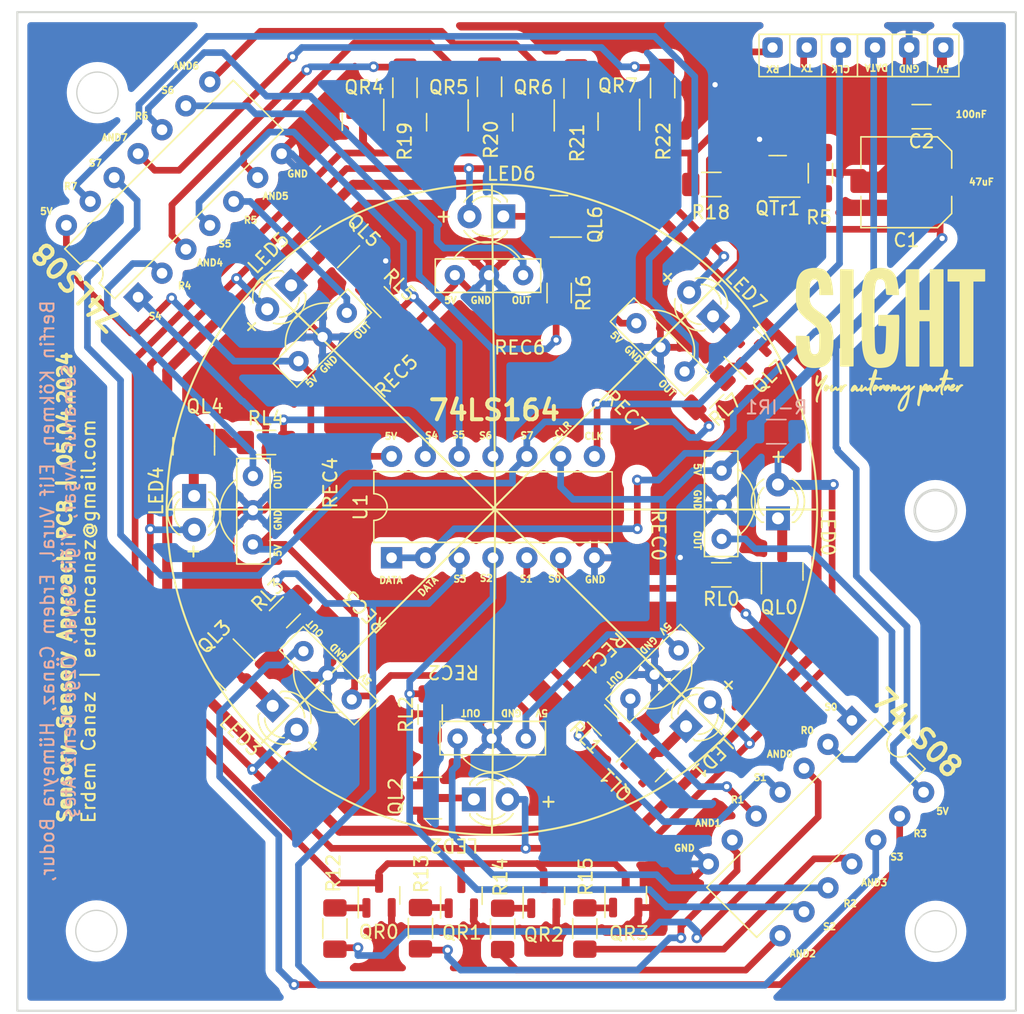
<source format=kicad_pcb>
(kicad_pcb (version 20211014) (generator pcbnew)
  (layers (0 "F.Cu" signal) (31 "B.Cu" signal) (34 "B.Paste" user) (35 "F.Paste" user) (36 "B.SilkS" user "B.Silkscreen") (37 "F.SilkS" user "F.Silkscreen") (38 "B.Mask" user) (39 "F.Mask" user) (44 "Edge.Cuts" user))
  (net 0 "")
  (net 1 "5V")
  (net 2 "GND")
  (net 3 "IR_RECEIVER_OUTPUT")
  (net 4 "S7")
  (net 5 "S6")
  (net 6 "S5")
  (net 7 "S4")
  (net 8 "TRANSMIT")
  (net 9 "S3")
  (net 10 "S2")
  (net 11 "S1")
  (net 12 "S0")
  (net 13 "Net-(R12-Pad2)")
  (net 14 "Net-(R13-Pad2)")
  (net 15 "Net-(R14-Pad2)")
  (net 16 "Net-(R15-Pad2)")
  (net 17 "Net-(R19-Pad2)")
  (net 18 "Net-(R20-Pad2)")
  (net 19 "Net-(R21-Pad2)")
  (net 20 "Net-(R22-Pad2)")
  (net 21 "DATA")
  (net 22 "CLOCK")
  (net 23 "IR_REC_0")
  (net 24 "IR_REC_1")
  (net 25 "IR_REC_2")
  (net 26 "IR_REC_3")
  (net 27 "IR_REC_4")
  (net 28 "IR_REC_5")
  (net 29 "IR_REC_6")
  (net 30 "IR_REC_7")
  (net 31 "Net-(QL0-Pad2)")
  (net 32 "Net-(LED0-Pad1)")
  (net 33 "Net-(LED7-Pad2)")
  (net 34 "Net-(LED1-Pad1)")
  (net 35 "Net-(LED2-Pad1)")
  (net 36 "Net-(LED3-Pad1)")
  (net 37 "Net-(LED4-Pad1)")
  (net 38 "Net-(LED5-Pad1)")
  (net 39 "Net-(LED6-Pad1)")
  (net 40 "Net-(LED7-Pad1)")
  (net 41 "Net-(R12-Pad1)")
  (net 42 "Net-(R13-Pad1)")
  (net 43 "Net-(R14-Pad1)")
  (net 44 "Net-(R15-Pad1)")
  (net 45 "Net-(R19-Pad1)")
  (net 46 "Net-(R20-Pad1)")
  (net 47 "Net-(R21-Pad1)")
  (net 48 "Net-(R22-Pad1)")
  (net 49 "Net-(R5-Pad2)")
  (net 50 "Net-(RL0-Pad1)")
  (net 51 "Net-(RL1-Pad1)")
  (net 52 "Net-(RL2-Pad1)")
  (net 53 "Net-(RL3-Pad1)")
  (net 54 "Net-(RL4-Pad1)")
  (net 55 "Net-(RL5-Pad1)")
  (net 56 "Net-(RL6-Pad1)")
  (net 57 "Net-(RL7-Pad1)")
  (footprint "Package_TO_SOT_SMD:SOT-23" (layer "F.Cu") (at 43.1315 71.417971)
    (fp_text reference "QL2")
    (fp_text value "BC847")
  )
  (footprint "Resistor_SMD:R_1206_3216Metric_Pad1.30x1.75mm_HandSolder" (layer "F.Cu") (at 42.197 81.1962 -90)
    (fp_text reference "R13")
    (fp_text value "33k")
  )
  (footprint "Resistor_SMD:R_1206_3216Metric_Pad1.30x1.75mm_HandSolder" (layer "F.Cu") (at 48.3692 81.247 -90)
    (fp_text reference "R14")
    (fp_text value "33k")
  )
  (footprint "Capacitor_SMD:C_1206_3216Metric" (layer "F.Cu") (at 79.8322 20.2438 180)
    (fp_text reference "C2")
    (fp_text value "47uF")
  )
  (footprint "Package_TO_SOT_SMD:SOT-23" (layer "F.Cu") (at 25.172059 45.001971 -90)
    (fp_text reference "QL4")
    (fp_text value "BC847")
  )
  (footprint "Resistor_SMD:R_1206_3216Metric_Pad1.30x1.75mm_HandSolder" (layer "F.Cu") (at 41.0337 18.0715 90)
    (fp_text reference "R19")
    (fp_text value "33k")
  )
  (footprint "Package_TO_SOT_SMD:SOT-23" (layer "F.Cu") (at 44.2189 20.6606 -90)
    (fp_text reference "QR5")
    (fp_text value "BC847")
  )
  (footprint "Package_TO_SOT_SMD:SOT-23" (layer "F.Cu") (at 57.0967 20.6098 -90)
    (fp_text reference "QR7")
    (fp_text value "BC847")
  )
  (footprint "LED_THT:LED_D3.0mm" (layer "F.Cu") (at 48.418059 27.729971 180)
    (fp_text reference "LED6")
    (fp_text value "LED")
  )
  (footprint "Package_TO_SOT_SMD:SOT-23" (layer "F.Cu") (at 69.0245 24.7269 180)
    (fp_text reference "QTr1")
    (fp_text value "BC847")
  )
  (footprint "communication_library_pcb:IR-receiver" (layer "F.Cu") (at 29.616 47.237171 -90)
    (fp_text reference "REC4")
    (fp_text value "IR_REC")
  )
  (footprint "Package_TO_SOT_SMD:SOT-23" (layer "F.Cu") (at 57.6148 78.707 90)
    (fp_text reference "QR3")
    (fp_text value "BC847")
  )
  (footprint "Package_TO_SOT_SMD:SOT-23" (layer "F.Cu") (at 39.088 78.7347 90)
    (fp_text reference "QR0")
    (fp_text value "BC847")
  )
  (footprint "Package_TO_SOT_SMD:SOT-23" (layer "F.Cu") (at 45.2704 78.7578 90)
    (fp_text reference "QR1")
    (fp_text value "BC847")
  )
  (footprint "communication_library_pcb:header6" (layer "F.Cu") (at 75.0951 15.5067 180)
    (fp_text reference "U4" hide)
    (fp_text value "header-6" hide)
  )
  (footprint "Resistor_SMD:R_1206_3216Metric_Pad1.30x1.75mm_HandSolder" (layer "F.Cu") (at 39.353484 34.171884 -45)
    (fp_text reference "RL5")
    (fp_text value "10k")
  )
  (footprint "Package_TO_SOT_SMD:SOT-23" (layer "F.Cu") (at 35.332059 30.015971 -135)
    (fp_text reference "QL5")
    (fp_text value "BC847")
  )
  (footprint "Resistor_SMD:R_1206_3216Metric_Pad1.30x1.75mm_HandSolder" (layer "F.Cu") (at 35.7708 81.2216 -90)
    (fp_text reference "R12")
    (fp_text value "33k")
  )
  (footprint "LED_THT:LED_D3.0mm" (layer "F.Cu") (at 62.146869 66.028861 45)
    (fp_text reference "LED1")
    (fp_text value "LED")
  )
  (footprint "Resistor_SMD:R_1206_3216Metric_Pad1.30x1.75mm_HandSolder" (layer "F.Cu") (at 64.796059 54.653971 180)
    (fp_text reference "RL0")
    (fp_text value "10k")
  )
  (footprint "Resistor_SMD:R_1206_3216Metric_Pad1.30x1.75mm_HandSolder" (layer "F.Cu") (at 54.5414 81.2216 -90)
    (fp_text reference "R15")
    (fp_text value "33k")
  )
  (footprint "Package_TO_SOT_SMD:SOT-23" (layer "F.Cu") (at 28.220059 61.765971 -45)
    (fp_text reference "QL3")
    (fp_text value "BC847")
  )
  (footprint "Resistor_SMD:R_1206_3216Metric_Pad1.30x1.75mm_HandSolder" (layer "F.Cu") (at 42.926 65.151 90)
    (fp_text reference "RL2")
    (fp_text value "10k")
  )
  (footprint "LED_THT:LED_D3.0mm" (layer "F.Cu") (at 25.198059 48.730771 -90)
    (fp_text reference "LED4")
    (fp_text value "LED")
  )
  (footprint "communication_library_pcb:IR-receiver" (layer "F.Cu") (at 44.9834 66.956059)
    (fp_text reference "REC2")
    (fp_text value "IR_REC")
  )
  (footprint "communication_library_pcb:IR-receiver" (layer "F.Cu") (at 33.411167 60.389048 -45)
    (fp_text reference "REC3")
    (fp_text value "IR_REC")
  )
  (footprint "Package_TO_SOT_SMD:SOT-23" (layer "F.Cu") (at 37.8841 20.614399 -90)
    (fp_text reference "QR4")
    (fp_text value "BC847")
  )
  (footprint "Resistor_SMD:R_1206_3216Metric_Pad1.30x1.75mm_HandSolder" (layer "F.Cu") (at 30.5943 44.7167)
    (fp_text reference "RL4")
    (fp_text value "10k")
  )
  (footprint "communication_library_pcb:IR-receiver" (layer "F.Cu") (at 64.821459 51.961571 90)
    (fp_text reference "REC0")
    (fp_text value "IR_REC")
  )
  (footprint "LED_THT:LED_D3.0mm" (layer "F.Cu") (at 64.17362 35.235532 135)
    (fp_text reference "LED7")
    (fp_text value "LED")
  )
  (footprint "Resistor_SMD:R_1206_3216Metric_Pad1.30x1.75mm_HandSolder" (layer "F.Cu") (at 60.3885 18.0975 90)
    (fp_text reference "R22")
    (fp_text value "33k")
  )
  (footprint "Resistor_SMD:R_1206_3216Metric_Pad1.30x1.75mm_HandSolder" (layer "F.Cu") (at 72.2376 24.4862 -90)
    (fp_text reference "R5")
    (fp_text value "1k")
  )
  (footprint "Package_TO_SOT_SMD:SOT-23" (layer "F.Cu") (at 66.574059 37.635971 135)
    (fp_text reference "QL7")
    (fp_text value "BC847")
  )
  (footprint "LED_THT:LED_D3.0mm" (layer "F.Cu") (at 31.096949 64.497949 -45)
    (fp_text reference "LED3")
    (fp_text value "LED")
  )
  (footprint "Resistor_SMD:R_1206_3216Metric_Pad1.30x1.75mm_HandSolder" (layer "F.Cu") (at 47.3837 17.9953 90)
    (fp_text reference "R20")
    (fp_text value "33k")
  )
  (footprint "communication_library_pcb:IR-receiver" (layer "F.Cu") (at 49.911659 32.147912 180)
    (fp_text reference "REC6")
    (fp_text value "IR_REC")
  )
  (footprint "LED_THT:LED_D3.0mm" (layer "F.Cu") (at 46.208 71.518971)
    (fp_text reference "LED2")
    (fp_text value "LED")
  )
  (footprint "communication_library_pcb:IR-receiver" (layer "F.Cu") (at 57.966778 63.96104 45)
    (fp_text reference "REC1")
    (fp_text value "IR_REC")
  )
  (footprint "LED_THT:LED_D3.0mm" (layer "F.Cu") (at 69.0499 50.4113 90)
    (fp_text reference "LED0")
    (fp_text value "LED")
  )
  (footprint "communication_library_pcb:IR-receiver" (layer "F.Cu") (at 62.036319 39.38441 135)
    (fp_text reference "REC7")
    (fp_text value "IR_REC")
  )
  (footprint "Package_DIP:DIP-14_W7.62mm" (layer "F.Cu") (at 20.989746 33.798054 135)
    (fp_text reference "U3" hide)
    (fp_text value "74LS08")
  )
  (footprint "Package_DIP:DIP-14_W7.62mm" (layer "F.Cu") (at 40.026059 53.375971 90)
    (fp_text reference locked "U1")
    (fp_text value "74HC164")
  )
  (footprint "Resistor_SMD:R_1206_3216Metric_Pad1.30x1.75mm_HandSolder" (layer "F.Cu") (at 55.906059 65.575971 135)
    (fp_text reference "RL1")
    (fp_text value "10k")
  )
  (footprint "Package_TO_SOT_SMD:SOT-23" (layer "F.Cu") (at 59.208059 68.623971 45)
    (fp_text reference "QL1")
    (fp_text value "BC847")
  )
  (footprint "communication_library_pcb:IR-receiver" (layer "F.Cu") (at 36.665011 34.979138 -135)
    (fp_text reference "REC5")
    (fp_text value "IR_REC")
  )
  (footprint "Package_DIP:DIP-14_W7.62mm" (layer "F.Cu") (at 74.599383 65.594005 -45)
    (fp_text reference "U2" hide)
    (fp_text value "74LS08")
  )
  (footprint "LED_THT:LED_D3.0mm" (layer "F.Cu") (at 32.48492 32.911316 -135)
    (fp_text reference "LED5")
    (fp_text value "LED")
  )
  (footprint "Resistor_SMD:R_1206_3216Metric_Pad1.30x1.75mm_HandSolder" (layer "F.Cu") (at 52.6161 33.4899 -90)
    (fp_text reference "RL6")
    (fp_text value "10k")
  )
  (footprint "Capacitor_SMD:C_Elec_6.3x5.4" (layer "F.Cu") (at 78.6892 25.1714 180)
    (fp_text reference "C1")
    (fp_text value "100nF")
  )
  (footprint "Resistor_SMD:R_1206_3216Metric_Pad1.30x1.75mm_HandSolder" (layer "F.Cu") (at 64.0461 25.3365 180)
    (fp_text reference "R18")
    (fp_text value "1k")
  )
  (footprint "Resistor_SMD:R_1206_3216Metric_Pad1.30x1.75mm_HandSolder" (layer "F.Cu") (at 32.0167 57.4675 45)
    (fp_text reference "RL3")
    (fp_text value "10k")
  )
  (footprint "Package_TO_SOT_SMD:SOT-23" (layer "F.Cu") (at 51.468 78.7578 90)
    (fp_text reference "QR2")
    (fp_text value "BC847")
  )
  (footprint "Package_TO_SOT_SMD:SOT-23" (layer "F.Cu") (at 52.604059 27.729971 180)
    (fp_text reference "QL6")
    (fp_text value "BC847")
  )
  (footprint "Package_TO_SOT_SMD:SOT-23" (layer "F.Cu") (at 50.6857 20.662901 -90)
    (fp_text reference "QR6")
    (fp_text value "BC847")
  )
  (footprint "Resistor_SMD:R_1206_3216Metric_Pad1.30x1.75mm_HandSolder" (layer "F.Cu") (at 53.8861 18.1229 90)
    (fp_text reference "R21")
    (fp_text value "33k")
  )
  (footprint "Resistor_SMD:R_1206_3216Metric_Pad1.30x1.75mm_HandSolder" (layer "F.Cu") (at 63.810875 40.97936 -135)
    (fp_text reference "RL7")
    (fp_text value "10k")
  )
  (footprint "Package_TO_SOT_SMD:SOT-23" (layer "F.Cu") (at 69.368059 54.399971 90)
    (fp_text reference "QL0")
    (fp_text value "BC847")
  )
  (footprint "Resistor_SMD:R_1206_3216Metric_Pad1.30x1.75mm_HandSolder" (layer "B.Cu") (at 68.9235 43.9039 180)
    (fp_text reference "R-IR1")
    (fp_text value "70")
  )
  (gr_poly (pts (xy 76.814236 31.648984) (xy 76.87788 31.652599) (xy 76.941319 31.658254) (xy 77.004327 31.665934) (xy 77.066681 31.675621) (xy 77.128155 31.687301) (xy 77.188527 31.700955) (xy 77.24757 31.716569) (xy 77.305062 31.734125) (xy 77.360778 31.753607) (xy 77.379415 31.761041) (xy 77.398198 31.76947) (xy 77.436085 31.789185) (xy 77.474207 31.812495) (xy 77.512327 31.839144) (xy 77.550213 31.868875) (xy 77.58763 31.901433) (xy 77.624343 31.936562) (xy 77.660119 31.974005) (xy 77.694723 32.013506) (xy 77.72792 32.054809) (xy 77.759476 32.097658) (xy 77.789158 32.141796) (xy 77.81673 32.186969) (xy 77.841959 32.232918) (xy 77.864609 32.279389) (xy 77.884448 32.326124) (xy 77.898868 32.365775) (xy 77.913414 32.411358) (xy 77.927991 32.462339) (xy 77.942499 32.518186) (xy 77.970925 32.642346) (xy 77.997911 32.779575) (xy 78.022681 32.92561) (xy 78.044453 33.07619) (xy 78.062451 33.227051) (xy 78.075896 33.373932) (xy 78.09267 33.594545) (xy 77.66335 33.594545) (xy 77.552745 33.594133) (xy 77.460541 33.592832) (xy 77.385501 33.590549) (xy 77.326391 33.587191) (xy 77.281976 33.582663) (xy 77.264894 33.57993) (xy 77.251022 33.57687) (xy 77.240207 33.573471) (xy 77.232294 33.569721) (xy 77.22713 33.565607) (xy 77.224558 33.561119) (xy 77.222058 33.547309) (xy 77.218568 33.52071) (xy 77.214249 33.482885) (xy 77.209259 33.435395) (xy 77.197904 33.317678) (xy 77.185776 33.180062) (xy 77.172226 33.03745) (xy 77.156996 32.90613) (xy 77.149334 32.849261) (xy 77.141952 32.800683) (xy 77.135082 32.762219) (xy 77.128957 32.735691) (xy 77.122027 32.712713) (xy 77.114534 32.690527) (xy 77.106481 32.669134) (xy 77.097874 32.648538) (xy 77.088716 32.628743) (xy 77.079013 32.60975) (xy 77.068768 32.591563) (xy 77.057986 32.574186) (xy 77.046671 32.55762) (xy 77.034828 32.541869) (xy 77.022461 32.526937) (xy 77.009575 32.512826) (xy 76.996174 32.499538) (xy 76.982261 32.487078) (xy 76.967843 32.475448) (xy 76.952923 32.464651) (xy 76.937505 32.45469) (xy 76.921594 32.445568) (xy 76.905195 32.437289) (xy 76.888311 32.429854) (xy 76.870947 32.423268) (xy 76.853108 32.417533) (xy 76.834798 32.412652) (xy 76.816021 32.408628) (xy 76.796782 32.405465) (xy 76.777085 32.403165) (xy 76.756934 32.401731) (xy 76.736335 32.401166) (xy 76.71529 32.401473) (xy 76.693806 32.402656) (xy 76.671886 32.404717) (xy 76.649534 32.40766) (xy 76.626918 32.411585) (xy 76.605249 32.416472) (xy 76.584501 32.422381) (xy 76.564648 32.429371) (xy 76.545667 32.437501) (xy 76.527532 32.446831) (xy 76.510217 32.457418) (xy 76.493699 32.469323) (xy 76.477952 32.482605) (xy 76.462951 32.497322) (xy 76.448671 32.513535) (xy 76.435088 32.531302) (xy 76.422175 32.550682) (xy 76.409909 32.571734) (xy 76.398264 32.594519) (xy 76.387216 32.619094) (xy 76.376739 32.645519) (xy 76.366808 32.673854) (xy 76.357398 32.704156) (xy 76.348485 32.736487) (xy 76.340043 32.770904) (xy 76.332048 32.807467) (xy 76.324474 32.846235) (xy 76.317297 32.887268) (xy 76.310491 32.930624) (xy 76.304032 32.976362) (xy 76.292053 33.075223) (xy 76.281161 33.184325) (xy 76.271155 33.304141) (xy 76.259495 33.618782) (xy 76.252886 34.14137) (xy 76.253148 35.52004) (xy 76.268586 36.859459) (xy 76.280948 37.332984) (xy 76.295847 37.578938) (xy 76.307858 37.652841) (xy 76.321133 37.720836) (xy 76.335787 37.78308) (xy 76.351934 37.839729) (xy 76.369689 37.890942) (xy 76.389166 37.936877) (xy 76.410479 37.977689) (xy 76.433744 38.013537) (xy 76.446143 38.029649) (xy 76.459073 38.044579) (xy 76.472547 38.058346) (xy 76.486581 38.070971) (xy 76.501188 38.082472) (xy 76.516383 38.09287) (xy 76.53218 38.102185) (xy 76.548593 38.110435) (xy 76.565637 38.117642) (xy 76.583326 38.123823) (xy 76.620695 38.133191) (xy 76.660816 38.138696) (xy 76.703802 38.140496) (xy 76.731646 38.139945) (xy 76.759018 38.138306) (xy 76.785852 38.135604) (xy 76.812083 38.131862) (xy 76.837644 38.127104) (xy 76.862469 38.121353) (xy 76.886493 38.114633) (xy 76.90965 38.106967) (xy 76.931874 38.098379) (xy 76.953098 38.088893) (xy 76.973258 38.078532) (xy 76.992287 38.06732) (xy 77.010119 38.05528) (xy 77.026689 38.042437) (xy 77.041931 38.028813) (xy 77.055778 38.014432) (xy 77.064142 38.0043) (xy 77.072192 37.993009) (xy 77.079937 37.980493) (xy 77.087386 37.966683) (xy 77.094548 37.951512) (xy 77.101431 37.93491) (xy 77.114393 37.897146) (xy 77.12634 37.852845) (xy 77.137342 37.801466) (xy 77.147464 37.742462) (xy 77.156777 37.675291) (xy 77.165347 37.599408) (xy 77.173243 37.514269) (xy 77.180533 37.41933) (xy 77.187284 37.314046) (xy 77.193565 37.197875) (xy 77.199443 37.070271) (xy 77.210266 36.77859) (xy 77.218914 36.460987) (xy 77.222852 36.197753) (xy 77.221899 36.016276) (xy 77.21953 35.964755) (xy 77.217862 35.950296) (xy 77.215869 35.943943) (xy 77.21443 35.94286) (xy 77.212282 35.941771) (xy 77.205941 35.939582) (xy 77.197 35.93739) (xy 77.185614 35.93521) (xy 77.171938 35.933056) (xy 77.156124 35.930944) (xy 77.118708 35.926903) (xy 77.0746 35.923202) (xy 77.025038 35.919961) (xy 76.971257 35.917295) (xy 76.914493 35.915323) (xy 76.634045 35.907631) (xy 76.634045 35.185627) (xy 77.362118 35.178508) (xy 78.090188 35.171397) (xy 78.108224 35.243253) (xy 78.114699 35.352627) (xy 78.116184 35.5833) (xy 78.107147 36.264551) (xy 78.08704 36.999017) (xy 78.074689 37.29621) (xy 78.061794 37.498711) (xy 78.042562 37.679951) (xy 78.018689 37.849668) (xy 77.990339 38.00721) (xy 77.957679 38.151924) (xy 77.939783 38.219267) (xy 77.920871 38.283158) (xy 77.900963 38.343515) (xy 77.88008 38.400258) (xy 77.858242 38.453305) (xy 77.83547 38.502573) (xy 77.811784 38.547982) (xy 77.787205 38.58945) (xy 77.764955 38.622787) (xy 77.74086 38.655576) (xy 77.715061 38.687701) (xy 77.687698 38.71905) (xy 77.658911 38.749509) (xy 77.628841 38.778964) (xy 77.597628 38.807302) (xy 77.565412 38.834408) (xy 77.532333 38.860171) (xy 77.498532 38.884476) (xy 77.464149 38.907208) (xy 77.429324 38.928256) (xy 77.394198 38.947505) (xy 77.358911 38.964842) (xy 77.323602 38.980153) (xy 77.288413 38.993324) (xy 77.247817 39.00576) (xy 77.201672 39.017196) (xy 77.150707 39.027589) (xy 77.095651 39.036895) (xy 77.037232 39.045069) (xy 76.976179 39.052069) (xy 76.913222 39.05785) (xy 76.849089 39.062368) (xy 76.784508 39.06558) (xy 76.72021 39.067442) (xy 76.656921 39.067911) (xy 76.595373 39.066942) (xy 76.536292 39.064491) (xy 76.480409 39.060515) (xy 76.428451 39.05497) (xy 76.381148 39.047813) (xy 76.381139 39.047817) (xy 76.326048 39.036772) (xy 76.272805 39.023593) (xy 76.221386 39.008239) (xy 76.171767 38.990669) (xy 76.123923 38.970842) (xy 76.077828 38.948716) (xy 76.033459 38.924251) (xy 75.99079 38.897405) (xy 75.949798 38.868137) (xy 75.910457 38.836406) (xy 75.872742 38.802171) (xy 75.83663 38.76539) (xy 75.802095 38.726023) (xy 75.769113 38.684029) (xy 75.737659 38.639365) (xy 75.707708 38.591991) (xy 75.679236 38.541867) (xy 75.652218 38.488949) (xy 75.626629 38.433199) (xy 75.602445 38.374573) (xy 75.579641 38.313032) (xy 75.558193 38.248534) (xy 75.538075 38.181038) (xy 75.519263 38.110502) (xy 75.501733 38.036886) (xy 75.48546 37.960148) (xy 75.456584 37.797143) (xy 75.43244 37.621158) (xy 75.412829 37.431863) (xy 75.397409 37.11704) (xy 75.386322 36.611477) (xy 75.37721 35.285812) (xy 75.38563 33.970222) (xy 75.396457 33.477254) (xy 75.411717 33.180062) (xy 75.424916 33.059161) (xy 75.440191 32.943948) (xy 75.457556 32.834384) (xy 75.477028 32.730425) (xy 75.498621 32.632032) (xy 75.522351 32.539162) (xy 75.548232 32.451774) (xy 75.576281 32.369827) (xy 75.606511 32.29328) (xy 75.638939 32.222091) (xy 75.67358 32.156218) (xy 75.710448 32.095621) (xy 75.749559 32.040258) (xy 75.790928 31.990088) (xy 75.834571 31.945069) (xy 75.880503 31.90516) (xy 75.910862 31.88144) (xy 75.939703 31.859757) (xy 75.967379 31.839954) (xy 75.994243 31.821875) (xy 76.020648 31.805363) (xy 76.046948 31.790259) (xy 76.073494 31.776408) (xy 76.100641 31.763653) (xy 76.128742 31.751835) (xy 76.158148 31.740799) (xy 76.189214 31.730387) (xy 76.222293 31.720442) (xy 76.257737 31.710808) (xy 76.295899 31.701326) (xy 76.337133 31.69184) (xy 76.381792 31.682194) (xy 76.4406 31.671066) (xy 76.500771 31.662093) (xy 76.562082 31.655259) (xy 76.624308 31.650547) (xy 76.687225 31.647942) (xy 76.750609 31.647426)) (layer "F.SilkS") (width 0.1) (fill solid))
  (gr_poly (pts (xy 73.991428 40.444972) (xy 73.99256 40.445619) (xy 73.992869 40.44606) (xy 73.99304 40.446625) (xy 73.993077 40.44731) (xy 73.992981 40.448112) (xy 73.992757 40.449027) (xy 73.992406 40.450051) (xy 73.991932 40.451181) (xy 73.991337 40.452412) (xy 73.989798 40.455167) (xy 73.98781 40.458285) (xy 73.985397 40.461736) (xy 73.982582 40.465493) (xy 73.979387 40.469525) (xy 73.975834 40.473802) (xy 73.971947 40.478296) (xy 73.967748 40.482977) (xy 73.963259 40.487815) (xy 73.958505 40.492781) (xy 73.953506 40.497846) (xy 73.948287 40.50298) (xy 73.94303 40.507998) (xy 73.93792 40.512723) (xy 73.932983 40.517138) (xy 73.928248 40.521224) (xy 73.923739 40.524963) (xy 73.919483 40.528337) (xy 73.915507 40.531328) (xy 73.911837 40.533919) (xy 73.9085 40.536091) (xy 73.905522 40.537826) (xy 73.902929 40.539107) (xy 73.900749 40.539914) (xy 73.899007 40.540232) (xy 73.898309 40.5402) (xy 73.89773 40.54004) (xy 73.897274 40.539748) (xy 73.896944 40.539322) (xy 73.896744 40.538759) (xy 73.896677 40.538059) (xy 73.896676 40.538059) (xy 73.896924 40.536082) (xy 73.897646 40.53376) (xy 73.898813 40.531121) (xy 73.900397 40.528193) (xy 73.90469 40.521587) (xy 73.910288 40.514172) (xy 73.916952 40.506177) (xy 73.924445 40.497832) (xy 73.932529 40.489366) (xy 73.940964 40.481009) (xy 73.949514 40.47299) (xy 73.95794 40.46554) (xy 73.966004 40.458887) (xy 73.973468 40.453261) (xy 73.980093 40.448892) (xy 73.983018 40.44725) (xy 73.985643 40.446009) (xy 73.98794 40.445196) (xy 73.989878 40.444841)) (layer "F.SilkS") (width 0.1) (fill solid))
  (gr_line (start 47.8155 49.7479) (end 64.81005 66.640024) (layer "F.SilkS") (width 0.15))
  (gr_line (start 47.8155 49.7479) (end 47.5635 25.319919) (layer "F.SilkS") (width 0.15))
  (gr_poly (pts (xy 84.562709 32.578391) (xy 83.68026 32.578391) (xy 83.68026 38.969464) (xy 82.74433 38.969464) (xy 82.744329 35.773928) (xy 82.744329 32.578391) (xy 81.835138 32.578391) (xy 81.835138 31.749423) (xy 84.562709 31.749423)) (layer "F.SilkS") (width 0.1) (fill solid))
  (gr_poly (pts (xy 80.165351 40.341592) (xy 80.169251 40.34193) (xy 80.17314 40.342511) (xy 80.177019 40.343334) (xy 80.180894 40.344401) (xy 80.184768 40.34571) (xy 80.188645 40.347263) (xy 80.192527 40.34906) (xy 80.196419 40.3511) (xy 80.200324 40.353384) (xy 80.204247 40.355913) (xy 80.208189 40.358686) (xy 80.212156 40.361703) (xy 80.220177 40.368472) (xy 80.228338 40.376222) (xy 80.234541 40.383012) (xy 80.240126 40.390337) (xy 80.245096 40.39817) (xy 80.24946 40.406485) (xy 80.253222 40.415257) (xy 80.256387 40.424459) (xy 80.258963 40.434065) (xy 80.260955 40.44405) (xy 80.262368 40.454388) (xy 80.263209 40.465052) (xy 80.263483 40.476018) (xy 80.263196 40.487258) (xy 80.262355 40.498747) (xy 80.260964 40.51046) (xy 80.259029 40.522369) (xy 80.256558 40.53445) (xy 80.253554 40.546676) (xy 80.250025 40.559022) (xy 80.241412 40.583968) (xy 80.230767 40.60908) (xy 80.218134 40.634153) (xy 80.203562 40.658977) (xy 80.187096 40.683347) (xy 80.178168 40.695296) (xy 80.168784 40.707053) (xy 80.15895 40.718594) (xy 80.148672 40.729891) (xy 80.136852 40.74222) (xy 80.125867 40.753145) (xy 80.115655 40.762683) (xy 80.106154 40.770856) (xy 80.097302 40.777683) (xy 80.0931 40.780599) (xy 80.089036 40.783185) (xy 80.085104 40.785445) (xy 80.081296 40.787381) (xy 80.077603 40.788995) (xy 80.074019 40.790291) (xy 80.070534 40.79127) (xy 80.067142 40.791935) (xy 80.063835 40.792288) (xy 80.060605 40.792333) (xy 80.057444 40.792071) (xy 80.054345 40.791505) (xy 80.051299 40.790637) (xy 80.048299 40.789471) (xy 80.045338 40.788008) (xy 80.042407 40.78625) (xy 80.039499 40.784202) (xy 80.036605 40.781864) (xy 80.033719 40.77924) (xy 80.030833 40.776332) (xy 80.025027 40.769673) (xy 80.022295 40.766085) (xy 80.019657 40.7622) (xy 80.017126 40.758054) (xy 80.014715 40.753686) (xy 80.012436 40.749131) (xy 80.010304 40.744428) (xy 80.00833 40.739612) (xy 80.006527 40.734722) (xy 80.00491 40.729794) (xy 80.003489 40.724866) (xy 80.002279 40.719974) (xy 80.001293 40.715155) (xy 80.000542 40.710447) (xy 80.000041 40.705886) (xy 79.999801 40.701511) (xy 79.999837 40.697357) (xy 80.000065 40.692892) (xy 80.000339 40.688907) (xy 80.000656 40.685401) (xy 80.001016 40.682377) (xy 80.001417 40.679837) (xy 80.001859 40.677781) (xy 80.002342 40.676211) (xy 80.002597 40.675608) (xy 80.002863 40.675128) (xy 80.003138 40.67477) (xy 80.003422 40.674534) (xy 80.003716 40.674421) (xy 80.004019 40.674431) (xy 80.004331 40.674564) (xy 80.004651 40.674819) (xy 80.004981 40.675199) (xy 80.005319 40.675701) (xy 80.006022 40.677077) (xy 80.006758 40.67895) (xy 80.007526 40.68132) (xy 80.008327 40.684188) (xy 80.009302 40.687713) (xy 80.010321 40.690964) (xy 80.01139 40.69394) (xy 80.012516 40.696638) (xy 80.013705 40.699054) (xy 80.014965 40.701185) (xy 80.016302 40.703029) (xy 80.017724 40.704583) (xy 80.019237 40.705844) (xy 80.020848 40.706808) (xy 80.021692 40.707179) (xy 80.022563 40.707474) (xy 80.023463 40.707693) (xy 80.024391 40.707837) (xy 80.026337 40.707895) (xy 80.028408 40.707646) (xy 80.030611 40.707085) (xy 80.032954 40.706211) (xy 80.035443 40.705021) (xy 80.038084 40.70351) (xy 80.040886 40.701677) (xy 80.043854 40.699519) (xy 80.046995 40.697032) (xy 80.050316 40.694214) (xy 80.053825 40.691062) (xy 80.057528 40.687572) (xy 80.061431 40.683742) (xy 80.065542 40.67957) (xy 80.069868 40.675051) (xy 80.074415 40.670183) (xy 80.084201 40.659389) (xy 80.094955 40.647164) (xy 80.106611 40.633398) (xy 80.117501 40.619793) (xy 80.127628 40.606345) (xy 80.136993 40.593049) (xy 80.145598 40.579902) (xy 80.153446 40.566901) (xy 80.160537 40.554041) (xy 80.166875 40.541318) (xy 80.172459 40.528729) (xy 80.177294 40.516269) (xy 80.181379 40.503935) (xy 80.184718 40.491722) (xy 80.187311 40.479628) (xy 80.189161 40.467647) (xy 80.19027 40.455777) (xy 80.190639 40.444013) (xy 80.190536 40.437873) (xy 80.190227 40.432201) (xy 80.18971 40.426998) (xy 80.188986 40.422262) (xy 80.188055 40.417995) (xy 80.186915 40.414196) (xy 80.185567 40.410865) (xy 80.18401 40.408004) (xy 80.182244 40.405611) (xy 80.180268 40.403687) (xy 80.178082 40.402232) (xy 80.175685 40.401246) (xy 80.173078 40.40073) (xy 80.170259 40.400683) (xy 80.167229 40.401106) (xy 80.163986 40.401998) (xy 80.160531 40.403361) (xy 80.156864 40.405193) (xy 80.152983 40.407496) (xy 80.148888 40.410269) (xy 80.144579 40.413512) (xy 80.140056 40.417226) (xy 80.135318 40.42141) (xy 80.130365 40.426065) (xy 80.125196 40.431192) (xy 80.119811 40.436789) (xy 80.114209 40.442857) (xy 80.108391 40.449397) (xy 80.102356 40.456409) (xy 80.096103 40.463892) (xy 80.082942 40.480273) (xy 80.060225 40.510777) (xy 80.037572 40.544298) (xy 80.015016 40.580756) (xy 79.992588 40.620074) (xy 79.970324 40.662172) (xy 79.948254 40.706972) (xy 79.926412 40.754396) (xy 79.904832 40.804364) (xy 79.883545 40.856798) (xy 79.862585 40.911619) (xy 79.841985 40.96875) (xy 79.821778 41.02811) (xy 79.801997 41.089622) (xy 79.782674 41.153206) (xy 79.763842 41.218785) (xy 79.745535 41.28628) (xy 79.734168 41.33764) (xy 79.719256 41.416409) (xy 79.685039 41.617525) (xy 79.65536 41.812322) (xy 79.64612 41.883194) (xy 79.642694 41.923497) (xy 79.642575 41.926196) (xy 79.642225 41.928635) (xy 79.641655 41.930819) (xy 79.640874 41.932751) (xy 79.639894 41.934436) (xy 79.638724 41.935877) (xy 79.637374 41.937077) (xy 79.635857 41.93804) (xy 79.63418 41.93877) (xy 79.632356 41.939271) (xy 79.630394 41.939546) (xy 79.628304 41.939598) (xy 79.626098 41.939433) (xy 79.623785 41.939053) (xy 79.621376 41.938461) (xy 79.618881 41.937663) (xy 79.61631 41.936661) (xy 79.613675 41.935458) (xy 79.610984 41.93406) (xy 79.608249 41.932469) (xy 79.60548 41.930689) (xy 79.602688 41.928723) (xy 79.599882 41.926577) (xy 79.597072 41.924252) (xy 79.594271 41.921753) (xy 79.591487 41.919084) (xy 79.588731 41.916248) (xy 79.586014 41.913248) (xy 79.583345 41.91009) (xy 79.580736 41.906775) (xy 79.578196 41.903309) (xy 79.575736 41.899694) (xy 79.575733 41.899686) (xy 79.571905 41.893564) (xy 79.568504 41.887472) (xy 79.565519 41.881293) (xy 79.562937 41.874912) (xy 79.561793 41.87161) (xy 79.560746 41.868214) (xy 79.559793 41.86471) (xy 79.558934 41.861083) (xy 79.557488 41.853402) (xy 79.556397 41.845057) (xy 79.555649 41.835931) (xy 79.55523 41.82591) (xy 79.555129 41.814876) (xy 79.555335 41.802716) (xy 79.555833 41.789312) (xy 79.556613 41.774549) (xy 79.557663 41.758312) (xy 79.558969 41.740485) (xy 79.561417 41.71419) (xy 79.564873 41.685276) (xy 79.569179 41.654691) (xy 79.574174 41.623379) (xy 79.579698 41.592288) (xy 79.585593 41.562364) (xy 79.591698 41.534552) (xy 79.597854 41.509799) (xy 79.618579 41.419202) (xy 79.640717 41.300203) (xy 79.662987 41.162294) (xy 79.684105 41.014965) (xy 79.702789 40.867708) (xy 79.717758 40.730013) (xy 79.727728 40.611373) (xy 79.731417 40.521277) (xy 79.731669 40.498947) (xy 79.731996 40.489542) (xy 79.732488 40.481226) (xy 79.733165 40.473937) (xy 79.734052 40.467612) (xy 79.73517 40.462187) (xy 79.736542 40.4576) (xy 79.738191 40.453789) (xy 79.739126 40.452154) (xy 79.740138 40.450689) (xy 79.741231 40.449387) (xy 79.742406 40.448239) (xy 79.743668 40.447238) (xy 79.745018 40.446376) (xy 79.747997 40.445036) (xy 79.751363 40.444156) (xy 79.755141 40.443675) (xy 79.759352 40.443528) (xy 79.764782 40.443634) (xy 79.769918 40.443965) (xy 79.774762 40.44454) (xy 79.77932 40.445379) (xy 79.783597 40.446501) (xy 79.787597 40.447927) (xy 79.791324 40.449675) (xy 79.794785 40.451766) (xy 79.797982 40.454219) (xy 79.800921 40.457053) (xy 79.803607 40.460289) (xy 79.806044 40.463946) (xy 79.808236 40.468043) (xy 79.810189 40.4726) (xy 79.811907 40.477636) (xy 79.813395 40.483173) (xy 79.814657 40.489227) (xy 79.815698 40.495821) (xy 79.816523 40.502972) (xy 79.817136 40.510702) (xy 79.817542 40.519028) (xy 79.817746 40.527972) (xy 79.817752 40.537552) (xy 79.817565 40.547788) (xy 79.817189 40.5587) (xy 79.81663 40.570307) (xy 79.814979 40.595687) (xy 79.812649 40.624083) (xy 79.809676 40.655653) (xy 79.806189 40.6937) (xy 79.80362 40.727874) (xy 79.801971 40.758026) (xy 79.801243 40.78401) (xy 79.801438 40.805675) (xy 79.802557 40.822874) (xy 79.803464 40.829752) (xy 79.804603 40.835458) (xy 79.805973 40.839973) (xy 79.807576 40.843279) (xy 79.809415 40.846098) (xy 79.811042 40.84845) (xy 79.812456 40.850333) (xy 79.813084 40.851097) (xy 79.81366 40.851742) (xy 79.814183 40.852268) (xy 79.814654 40.852674) (xy 79.815072 40.852959) (xy 79.815439 40.853125) (xy 79.815754 40.853169) (xy 79.815893 40.853145) (xy 79.816018 40.853091) (xy 79.81623 40.852892) (xy 79.816391 40.852571) (xy 79.816501 40.852126) (xy 79.816559 40.851558) (xy 79.816567 40.850867) (xy 79.816524 40.850051) (xy 79.816431 40.849111) (xy 79.816287 40.848046) (xy 79.81585 40.845538) (xy 79.815213 40.842525) (xy 79.814377 40.839003) (xy 79.813344 40.834969) (xy 79.812116 40.830418) (xy 79.810985 40.826129) (xy 79.810058 40.822209) (xy 79.809337 40.818657) (xy 79.808822 40.815472) (xy 79.808513 40.812652) (xy 79.80841 40.810196) (xy 79.808514 40.808103) (xy 79.808643 40.807192) (xy 79.808825 40.806371) (xy 79.809058 40.80564) (xy 79.809344 40.805) (xy 79.809681 40.804448) (xy 79.81007 40.803987) (xy 79.810512 40.803615) (xy 79.811005 40.803332) (xy 79.811551 40.803138) (xy 79.812149 40.803033) (xy 79.812799 40.803017) (xy 79.813501 40.80309) (xy 79.814256 40.80325) (xy 79.815063 40.8035) (xy 79.816835 40.804262) (xy 79.818816 40.805376) (xy 79.819657 40.805873) (xy 79.820487 40.806322) (xy 79.821305 40.806721) (xy 79.822111 40.807073) (xy 79.822902 40.807376) (xy 79.823679 40.807632) (xy 79.82444 40.80784) (xy 79.825184 40.808002) (xy 79.825909 40.808118) (xy 79.826616 40.808188) (xy 79.827303 40.808213) (xy 79.827968 40.808192) (xy 79.828611 40.808127) (xy 79.829231 40.808017) (xy 79.829827 40.807864) (xy 79.830397 40.807667) (xy 79.830941 40.807428) (xy 79.831457 40.807146) (xy 79.831945 40.806821) (xy 79.832403 40.806455) (xy 79.832831 40.806048) (xy 79.833227 40.805599) (xy 79.83359 40.80511) (xy 79.833919 40.804581) (xy 79.834214 40.804013) (xy 79.834472 40.803405) (xy 79.834694 40.802758) (xy 79.834878 40.802073) (xy 79.835023 40.80135) (xy 79.835128 40.800589) (xy 79.835191 40.799791) (xy 79.835213 40.798956) (xy 79.835232 40.798119) (xy 79.835289 40.797315) (xy 79.835382 40.796547) (xy 79.835511 40.795813) (xy 79.835676 40.795115) (xy 79.835874 40.794453) (xy 79.836105 40.793828) (xy 79.836368 40.793239) (xy 79.836662 40.792688) (xy 79.836987 40.792175) (xy 79.83734 40.7917) (xy 79.837722 40.791264) (xy 79.838132 40.790868) (xy 79.838567 40.790511) (xy 79.839028 40.790195) (xy 79.839514 40.789919) (xy 79.840023 40.789685) (xy 79.840555 40.789492) (xy 79.841109 40.789341) (xy 79.841683 40.789234) (xy 79.842277 40.789169) (xy 79.84289 40.789148) (xy 79.843521 40.789171) (xy 79.844169 40.789239) (xy 79.844833 40.789352) (xy 79.845512 40.789511) (xy 79.846206 40.789715) (xy 79.846912 40.789966) (xy 79.847631 40.790264) (xy 79.848362 40.79061) (xy 79.849102 40.791003) (xy 79.849853 40.791445) (xy 79.850637 40.791908) (xy 79.851383 40.792302) (xy 79.852092 40.792631) (xy 79.852763 40.792893) (xy 79.853396 40.79309) (xy 79.85399 40.793222) (xy 79.854546 40.793291) (xy 79.855063 40.793297) (xy 79.855541 40.79324) (xy 79.855979 40.793121) (xy 79.856378 40.792941) (xy 79.856737 40.792701) (xy 79.857056 40.792401) (xy 79.857335 40.792042) (xy 79.857574 40.791625) (xy 79.857771 40.79115) (xy 79.857928 40.790618) (xy 79.858043 40.790029) (xy 79.858117 40.789385) (xy 79.858149 40.788687) (xy 79.858139 40.787934) (xy 79.858087 40.787127) (xy 79.857992 40.786268) (xy 79.857855 40.785356) (xy 79.857675 40.784393) (xy 79.857452 40.783379) (xy 79.857185 40.782315) (xy 79.856875 40.781202) (xy 79.856521 40.78004) (xy 79.856122 40.77883) (xy 79.85568 40.777572) (xy 79.855192 40.776268) (xy 79.853814 40.77281) (xy 79.852493 40.769788) (xy 79.851214 40.767201) (xy 79.850586 40.76607) (xy 79.849964 40.765045) (xy 79.849344 40.764128) (xy 79.848726 40.763318) (xy 79.848107 40.762614) (xy 79.847486 40.762017) (xy 79.846861 40.761525) (xy 79.84623 40.761138) (xy 79.845591 40.760856) (xy 79.844943 40.760679) (xy 79.844283 40.760607) (xy 79.843609 40.760638) (xy 79.842921 40.760773) (xy 79.842215 40.761012) (xy 79.841491 40.761353) (xy 79.840746 40.761797) (xy 79.839978 40.762343) (xy 79.839186 40.76299) (xy 79.838368 40.76374) (xy 79.837521 40.76459) (xy 79.836645 40.765542) (xy 79.835737 40.766593) (xy 79.833818 40.768997) (xy 79.83175 40.771798) (xy 79.829905 40.774327) (xy 79.82827 40.776468) (xy 79.826841 40.778218) (xy 79.825619 40.779576) (xy 79.825084 40.780106) (xy 79.8246 40.780538) (xy 79.824167 40.78087) (xy 79.823784 40.781103) (xy 79.823452 40.781236) (xy 79.823169 40.781269) (xy 79.822937 40.781201) (xy 79.822754 40.781033) (xy 79.82262 40.780763) (xy 79.822536 40.780393) (xy 79.8225 40.779921) (xy 79.822514 40.779347) (xy 79.822576 40.778671) (xy 79.822686 40.777892) (xy 79.823052 40.776028) (xy 79.823608 40.77375) (xy 79.824355 40.771057) (xy 79.825289 40.767948) (xy 79.82641 40.764418) (xy 79.82818 40.758825) (xy 79.829831 40.753328) (xy 79.831325 40.748067) (xy 79.832628 40.743184) (xy 79.833704 40.738817) (xy 79.834517 40.735108) (xy 79.83503 40.732197) (xy 79.835164 40.731084) (xy 79.83521 40.730223) (xy 79.835229 40.729873) (xy 79.835286 40.72955) (xy 79.835381 40.729256) (xy 79.835512 40.72899) (xy 79.835678 40.728751) (xy 79.835878 40.72854) (xy 79.836111 40.728356) (xy 79.836377 40.7282) (xy 79.836675 40.728071) (xy 79.837003 40.727969) (xy 79.83736 40.727894) (xy 79.837747 40.727846) (xy 79.83816 40.727825) (xy 79.838601 40.72783) (xy 79.839067 40.727861) (xy 79.839558 40.727919) (xy 79.840073 40.728003) (xy 79.840611 40.728114) (xy 79.841171 40.72825) (xy 79.841752 40.728411) (xy 79.842353 40.728599) (xy 79.842973 40.728812) (xy 79.843612 40.72905) (xy 79.844267 40.729313) (xy 79.844939 40.729602) (xy 79.845626 40.729915) (xy 79.846328 40.730254) (xy 79.847043 40.730617) (xy 79.847771 40.731004) (xy 79.84851 40.731416) (xy 79.84926 40.731853) (xy 79.85002 40.732313) (xy 79.85078 40.732757) (xy 79.85153 40.733145) (xy 79.852271 40.733478) (xy 79.853001 40.733758) (xy 79.853718 40.733983) (xy 79.854423 40.734156) (xy 79.855114 40.734277) (xy 79.85579 40.734345) (xy 79.85645 40.734363) (xy 79.857093 40.73433) (xy 79.857719 40.734248) (xy 79.858326 40.734116) (xy 79.858913 40.733935) (xy 79.859479 40.733706) (xy 79.860024 40.73343) (xy 79.860547 40.733108) (xy 79.861046 40.732739) (xy 79.86152 40.732324) (xy 79.861969 40.731864) (xy 79.862392 40.731361) (xy 79.862787 40.730813) (xy 79.863154 40.730222) (xy 79.863492 40.729589) (xy 79.8638 40.728914) (xy 79.864076 40.728198) (xy 79.86432 40.727441) (xy 79.864531 40.726644) (xy 79.864708 40.725807) (xy 79.86485 40.724932) (xy 79.864956 40.724019) (xy 79.865025 40.723068) (xy 79.865056 40.72208) (xy 79.865138 40.719613) (xy 79.865213 40.71851) (xy 79.865312 40.717495) (xy 79.865435 40.716567) (xy 79.865583 40.715727) (xy 79.865755 40.714974) (xy 79.865953 40.714309) (xy 79.866177 40.713732) (xy 79.866427 40.713243) (xy 79.866705 40.712842) (xy 79.86701 40.712528) (xy 79.867342 40.712303) (xy 79.867704 40.712167) (xy 79.868094 40.712119) (xy 79.868514 40.712159) (xy 79.868963 40.712287) (xy 79.869443 40.712505) (xy 79.869954 40.712811) (xy 79.870497 40.713206) (xy 79.871071 40.71369) (xy 79.871678 40.714263) (xy 79.872318 40.714925) (xy 79.872991 40.715676) (xy 79.873698 40.716517) (xy 79.874439 40.717447) (xy 79.876027 40.719575) (xy 79.877759 40.722063) (xy 79.879638 40.724909) (xy 79.881427 40.72761) (xy 79.883095 40.729991) (xy 79.88464 40.73206) (xy 79.886065 40.733825) (xy 79.887368 40.735294) (xy 79.888551 40.736476) (xy 79.889613 40.737377) (xy 79.890556 40.738007) (xy 79.891379 40.738373) (xy 79.892082 40.738484) (xy 79.89239 40.738445) (xy 79.892667 40.738346) (xy 79.892915 40.738188) (xy 79.893134 40.73797) (xy 79.893482 40.737362) (xy 79.893713 40.73653) (xy 79.893826 40.735483) (xy 79.893823 40.734229) (xy 79.893703 40.732775) (xy 79.893466 40.731131) (xy 79.893114 40.729303) (xy 79.892646 40.727299) (xy 79.892063 40.725129) (xy 79.891366 40.7228) (xy 79.890554 40.72032) (xy 79.889628 40.717696) (xy 79.887435 40.712053) (xy 79.88479 40.705935) (xy 79.881697 40.699405) (xy 79.879983 40.696007) (xy 79.878158 40.69253) (xy 79.876487 40.68932) (xy 79.875024 40.686323) (xy 79.873769 40.683546) (xy 79.872721 40.680999) (xy 79.871883 40.678688) (xy 79.871254 40.676622) (xy 79.870835 40.674809) (xy 79.870627 40.673257) (xy 79.870629 40.671974) (xy 79.87071 40.671436) (xy 79.870844 40.670968) (xy 79.87103 40.670572) (xy 79.87127 40.670248) (xy 79.871563 40.669997) (xy 79.87191 40.66982) (xy 79.872309 40.669719) (xy 79.872763 40.669694) (xy 79.873269 40.669747) (xy 79.873829 40.669877) (xy 79.874443 40.670088) (xy 79.875111 40.670378) (xy 79.876607 40.671204) (xy 79.878209 40.672038) (xy 79.87982 40.67258) (xy 79.881435 40.672844) (xy 79.883048 40.672842) (xy 79.884651 40.672588) (xy 79.886239 40.672095) (xy 79.887805 40.671378) (xy 79.889343 40.67045) (xy 79.890846 40.669324) (xy 79.892308 40.668014) (xy 79.893722 40.666532) (xy 79.895082 40.664894) (xy 79.896381 40.663112) (xy 79.897614 40.661199) (xy 79.898773 40.65917) (xy 79.899853 40.657038) (xy 79.900846 40.654816) (xy 79.901747 40.652518) (xy 79.902548 40.650157) (xy 79.903244 40.647747) (xy 79.903828 40.645301) (xy 79.904294 40.642833) (xy 79.904635 40.640356) (xy 79.904844 40.637885) (xy 79.904916 40.635431) (xy 79.904844 40.63301) (xy 79.904621 40.630634) (xy 79.904242 40.628317) (xy 79.903699 40.626072) (xy 79.902986 40.623913) (xy 79.902097 40.621854) (xy 79.901025 40.619908) (xy 79.900618 40.619217) (xy 79.900256 40.618535) (xy 79.899937 40.617863) (xy 79.899662 40.617201) (xy 79.89943 40.616551) (xy 79.899241 40.615913) (xy 79.899094 40.615288) (xy 79.898989 40.614677) (xy 79.898925 40.61408) (xy 79.898902 40.6135) (xy 79.89892 40.612935) (xy 79.898978 40.612389) (xy 79.899075 40.61186) (xy 79.899212 40.611351) (xy 79.899387 40.610861) (xy 79.8996 40.610393) (xy 79.899852 40.609946) (xy 79.90014 40.609521) (xy 79.900466 40.609121) (xy 79.900828 40.608744) (xy 79.901227 40.608393) (xy 79.901661 40.608067) (xy 79.90213 40.607769) (xy 79.902634 40.607498) (xy 79.903172 40.607256) (xy 79.903745 40.607043) (xy 79.90435 40.606861) (xy 79.904989 40.60671) (xy 79.90566 40.606591) (xy 79.906364 40.606505) (xy 79.907099 40.606453) (xy 79.907865 40.606435) (xy 79.908664 40.606394) (xy 79.909497 40.606272) (xy 79.910361 40.606071) (xy 79.911254 40.605794) (xy 79.912174 40.605442) (xy 79.91312 40.605017) (xy 79.914089 40.604521) (xy 79.915079 40.603957) (xy 79.917113 40.60263) (xy 79.919208 40.601052) (xy 79.921346 40.59924) (xy 79.923511 40.597209) (xy 79.925686 40.594976) (xy 79.927856 40.592557) (xy 79.930004 40.589967) (xy 79.932113 40.587223) (xy 79.934167 40.584342) (xy 79.936149 40.581338) (xy 79.938044 40.578228) (xy 79.939835 40.575029) (xy 79.942205 40.570544) (xy 79.944243 40.56655) (xy 79.945948 40.563036) (xy 79.947318 40.559991) (xy 79.948352 40.557402) (xy 79.949047 40.555259) (xy 79.949268 40.55435) (xy 79.949403 40.553549) (xy 79.949453 40.552853) (xy 79.949418 40.55226) (xy 79.949296 40.551771) (xy 79.949089 40.551382) (xy 79.948795 40.551093) (xy 79.948415 40.550903) (xy 79.947948 40.550809) (xy 79.947395 40.55081) (xy 79.946754 40.550905) (xy 79.946026 40.551093) (xy 79.944308 40.551739) (xy 79.942237 40.552736) (xy 79.939814 40.554075) (xy 79.937035 40.555741) (xy 79.936122 40.556266) (xy 79.935402 40.556595) (xy 79.934872 40.556732) (xy 79.934528 40.55668) (xy 79.934426 40.556585) (xy 79.934368 40.556444) (xy 79.934389 40.556027) (xy 79.934586 40.555434) (xy 79.934958 40.554668) (xy 79.935499 40.553733) (xy 79.936208 40.552633) (xy 79.938115 40.549955) (xy 79.940653 40.546665) (xy 79.943795 40.542793) (xy 79.947515 40.538371) (xy 79.951788 40.533431) (xy 79.956588 40.528003) (xy 79.961888 40.52212) (xy 79.967663 40.515811) (xy 79.973887 40.50911) (xy 79.980534 40.502046) (xy 79.987578 40.494651) (xy 79.995395 40.486356) (xy 80.002755 40.478266) (xy 80.009642 40.470407) (xy 80.016042 40.462799) (xy 80.021939 40.455467) (xy 80.027319 40.448434) (xy 80.032167 40.441723) (xy 80.036467 40.435357) (xy 80.040204 40.429358) (xy 80.043364 40.423751) (xy 80.045931 40.418559) (xy 80.047891 40.413804) (xy 80.049227 40.409509) (xy 80.049927 40.405698) (xy 80.049973 40.402394) (xy 80.049747 40.400939) (xy 80.049352 40.39962) (xy 80.048551 40.397449) (xy 80.047876 40.395443) (xy 80.047327 40.393607) (xy 80.046901 40.391948) (xy 80.046599 40.39047) (xy 80.046419 40.389182) (xy 80.046361 40.388087) (xy 80.046423 40.387193) (xy 80.0465 40.386823) (xy 80.046605 40.386505) (xy 80.046741 40.38624) (xy 80.046906 40.386029) (xy 80.047101 40.385872) (xy 80.047325 40.385771) (xy 80.047578 40.385726) (xy 80.04786 40.385738) (xy 80.048171 40.385807) (xy 80.048511 40.385934) (xy 80.04888 40.386121) (xy 80.049278 40.386367) (xy 80.050158 40.387042) (xy 80.051152 40.387965) (xy 80.051721 40.388448) (xy 80.05238 40.388849) (xy 80.053123 40.38917) (xy 80.05395 40.389412) (xy 80.054856 40.389576) (xy 80.055839 40.389664) (xy 80.056895 40.389676) (xy 80.058022 40.389613) (xy 80.059216 40.389478) (xy 80.060475 40.389271) (xy 80.061796 40.388993) (xy 80.063174 40.388646) (xy 80.066095 40.387749) (xy 80.069213 40.386588) (xy 80.072505 40.385174) (xy 80.075945 40.383517) (xy 80.07951 40.381626) (xy 80.083176 40.379511) (xy 80.086918 40.377181) (xy 80.090712 40.374646) (xy 80.094534 40.371917) (xy 80.09836 40.369002) (xy 80.107459 40.362211) (xy 80.116293 40.356378) (xy 80.12062 40.353822) (xy 80.124891 40.351505) (xy 80.129111 40.349429) (xy 80.133282 40.347593) (xy 80.137409 40.345999) (xy 80.141494 40.344645) (xy 80.145543 40.343532) (xy 80.149557 40.34266) (xy 80.153542 40.34203) (xy 80.1575 40.341642) (xy 80.161435 40.341496)) (layer "F.SilkS") (width 0.1) (fill solid))
  (gr_poly (pts (xy 81.731719 39.246248) (xy 81.733423 39.246533) (xy 81.735145 39.247022) (xy 81.736899 39.247713) (xy 81.738698 39.248602) (xy 81.740555 39.249685) (xy 81.742483 39.25096) (xy 81.744494 39.252422) (xy 81.748821 39.255897) (xy 81.753639 39.260082) (xy 81.759051 39.264949) (xy 81.763911 39.26992) (xy 81.768332 39.275641) (xy 81.772312 39.282115) (xy 81.775852 39.289344) (xy 81.778951 39.297331) (xy 81.781609 39.306079) (xy 81.783826 39.315589) (xy 81.785601 39.325865) (xy 81.786935 39.33691) (xy 81.787826 39.348726) (xy 81.788274 39.361315) (xy 81.78828 39.37468) (xy 81.786962 39.40375) (xy 81.783869 39.435957) (xy 81.778998 39.471321) (xy 81.772348 39.509863) (xy 81.763915 39.551604) (xy 81.753697 39.596566) (xy 81.741691 39.64477) (xy 81.727896 39.696235) (xy 81.712308 39.750984) (xy 81.694926 39.809037) (xy 81.673816 39.877991) (xy 81.846699 39.887671) (xy 81.92112 39.892544) (xy 81.987513 39.898299) (xy 82.044832 39.904755) (xy 82.092031 39.911734) (xy 82.128065 39.919056) (xy 82.141569 39.922789) (xy 82.151889 39.92654) (xy 82.158894 39.930288) (xy 82.162455 39.934008) (xy 82.162903 39.935852) (xy 82.162441 39.93768) (xy 82.15872 39.94128) (xy 82.156385 39.942608) (xy 82.153663 39.943891) (xy 82.150587 39.945123) (xy 82.147191 39.946296) (xy 82.143509 39.947405) (xy 82.139573 39.948443) (xy 82.135417 39.949404) (xy 82.131075 39.950282) (xy 82.12658 39.95107) (xy 82.121965 39.951763) (xy 82.117263 39.952353) (xy 82.112508 39.952835) (xy 82.107734 39.953202) (xy 82.102974 39.953448) (xy 82.09826 39.953567) (xy 82.093627 39.953552) (xy 82.081577 39.953214) (xy 82.076702 39.952971) (xy 82.072581 39.952668) (xy 82.069203 39.952296) (xy 82.066557 39.951849) (xy 82.064635 39.951317) (xy 82.063942 39.951016) (xy 82.063425 39.950692) (xy 82.063084 39.950343) (xy 82.062918 39.949967) (xy 82.062924 39.949564) (xy 82.063103 39.949134) (xy 82.063452 39.948674) (xy 82.06397 39.948183) (xy 82.065509 39.947109) (xy 82.06771 39.945901) (xy 82.070562 39.944553) (xy 82.074056 39.943056) (xy 82.078181 39.941402) (xy 82.080147 39.940606) (xy 82.081922 39.939829) (xy 82.083503 39.939071) (xy 82.084888 39.93833) (xy 82.086075 39.937605) (xy 82.087061 39.936895) (xy 82.087846 39.936199) (xy 82.088426 39.935516) (xy 82.088639 39.935179) (xy 82.088799 39.934845) (xy 82.088908 39.934513) (xy 82.088964 39.934184) (xy 82.088967 39.933858) (xy 82.088918 39.933534) (xy 82.088815 39.933212) (xy 82.088658 39.932892) (xy 82.088448 39.932574) (xy 82.088183 39.932258) (xy 82.087491 39.93163) (xy 82.086579 39.931008) (xy 82.085446 39.93039) (xy 82.084088 39.929775) (xy 82.082505 39.929163) (xy 82.080693 39.928552) (xy 82.078651 39.927941) (xy 82.076376 39.927329) (xy 82.073867 39.926715) (xy 82.071121 39.926098) (xy 82.068135 39.925477) (xy 82.061439 39.924217) (xy 82.05376 39.922929) (xy 82.045083 39.921602) (xy 82.035388 39.920229) (xy 81.99954 39.915745) (xy 81.968142 39.912721) (xy 81.941295 39.911151) (xy 81.92961 39.910911) (xy 81.919101 39.911034) (xy 81.90978 39.911519) (xy 81.901662 39.912366) (xy 81.894757 39.913575) (xy 81.889079 39.915145) (xy 81.884641 39.917075) (xy 81.881455 39.919366) (xy 81.879534 39.922017) (xy 81.879052 39.923477) (xy 81.878891 39.925028) (xy 81.878925 39.925775) (xy 81.879025 39.926507) (xy 81.879191 39.927224) (xy 81.87942 39.927923) (xy 81.87971 39.928606) (xy 81.880061 39.92927) (xy 81.88047 39.929914) (xy 81.880936 39.930539) (xy 81.881457 39.931143) (xy 81.882031 39.931726) (xy 81.882657 39.932286) (xy 81.883333 39.932824) (xy 81.884057 39.933337) (xy 81.884828 39.933826) (xy 81.885645 39.934289) (xy 81.886504 39.934726) (xy 81.887406 39.935136) (xy 81.888347 39.935518) (xy 81.889327 39.935871) (xy 81.890344 39.936195) (xy 81.891395 39.936489) (xy 81.892481 39.936751) (xy 81.893598 39.936982) (xy 81.894745 39.93718) (xy 81.895921 39.937344) (xy 81.897123 39.937474) (xy 81.898351 39.93757) (xy 81.899602 39.937629) (xy 81.900875 39.937651) (xy 81.902168 39.937636) (xy 81.903479 39.937583) (xy 81.904808 39.937491) (xy 81.915751 39.936741) (xy 81.92708 39.936274) (xy 81.950289 39.936132) (xy 81.973232 39.936943) (xy 81.994705 39.938589) (xy 82.013502 39.94095) (xy 82.021522 39.94236) (xy 82.028421 39.943905) (xy 82.03405 39.945568) (xy 82.038257 39.947334) (xy 82.040893 39.94919) (xy 82.041574 39.950146) (xy 82.041806 39.951119) (xy 82.04155 39.951688) (xy 82.040789 39.952251) (xy 82.037803 39.953351) (xy 82.032949 39.954413) (xy 82.026327 39.955432) (xy 82.018038 39.956403) (xy 82.008181 39.957319) (xy 81.984171 39.958964) (xy 81.955102 39.960323) (xy 81.921777 39.96135) (xy 81.885003 39.961999) (xy 81.845584 39.962226) (xy 81.649347 39.962226) (xy 81.622587 40.051081) (xy 81.602382 40.115955) (xy 81.581091 40.180056) (xy 81.558833 40.243074) (xy 81.535728 40.304703) (xy 81.511894 40.364633) (xy 81.487451 40.422557) (xy 81.462517 40.478165) (xy 81.437211 40.531151) (xy 81.368388 40.670605) (xy 81.368188 40.857562) (xy 81.368361 40.910252) (xy 81.369127 40.953468) (xy 81.370629 40.988474) (xy 81.373012 41.016536) (xy 81.374579 41.028358) (xy 81.37642 41.038918) (xy 81.378553 41.048375) (xy 81.380997 41.056886) (xy 81.383769 41.06461) (xy 81.386888 41.071705) (xy 81.390371 41.078328) (xy 81.394237 41.084639) (xy 81.397822 41.090201) (xy 81.400966 41.095268) (xy 81.403671 41.099859) (xy 81.405941 41.103993) (xy 81.407779 41.107688) (xy 81.409186 41.110963) (xy 81.410167 41.113837) (xy 81.410498 41.11513) (xy 81.410723 41.116329) (xy 81.410843 41.117438) (xy 81.410858 41.118458) (xy 81.410768 41.119391) (xy 81.410574 41.120241) (xy 81.410276 41.12101) (xy 81.409874 41.121699) (xy 81.409369 41.122312) (xy 81.408761 41.12285) (xy 81.408051 41.123316) (xy 81.407238 41.123712) (xy 81.406324 41.124041) (xy 81.405308 41.124305) (xy 81.402973 41.124646) (xy 81.400236 41.124756) (xy 81.399169 41.124722) (xy 81.398057 41.124622) (xy 81.395712 41.124227) (xy 81.393224 41.123586) (xy 81.390614 41.122711) (xy 81.387903 41.121616) (xy 81.385115 41.120314) (xy 81.38227 41.118819) (xy 81.37939 41.117143) (xy 81.376497 41.1153) (xy 81.373613 41.113304) (xy 81.37076 41.111167) (xy 81.36796 41.108902) (xy 81.365233 41.106524) (xy 81.362603 41.104045) (xy 81.360091 41.101479) (xy 81.357719 41.098839) (xy 81.357714 41.098841) (xy 81.352465 41.092478) (xy 81.347581 41.086006) (xy 81.343032 41.079345) (xy 81.338792 41.072416) (xy 81.334833 41.06514) (xy 81.331127 41.057438) (xy 81.327646 41.049232) (xy 81.324364 41.040442) (xy 81.321251 41.03099) (xy 81.318282 41.020796) (xy 81.315427 41.009781) (xy 81.312659 40.997868) (xy 81.309951 40.984976) (xy 81.307275 40.971027) (xy 81.304603 40.955942) (xy 81.301907 40.939642) (xy 81.299713 40.921837) (xy 81.298178 40.900392) (xy 81.296953 40.848763) (xy 81.297967 40.789115) (xy 81.300953 40.725811) (xy 81.305646 40.663212) (xy 81.31178 40.605679) (xy 81.319088 40.557575) (xy 81.3231 40.538422) (xy 81.327305 40.523262) (xy 81.331312 40.510162) (xy 81.332907 40.504116) (xy 81.334231 40.498407) (xy 81.335285 40.493036) (xy 81.336069 40.488002) (xy 81.336585 40.483308) (xy 81.336833 40.478952) (xy 81.336814 40.474936) (xy 81.336528 40.47126) (xy 81.335977 40.467925) (xy 81.335161 40.464931) (xy 81.334082 40.462279) (xy 81.332739 40.459969) (xy 81.331133 40.458003) (xy 81.329266 40.45638) (xy 81.327138 40.455101) (xy 81.32475 40.454167) (xy 81.322103 40.453578) (xy 81.319196 40.453335) (xy 81.316033 40.453439) (xy 81.312612 40.453889) (xy 81.308934 40.454687) (xy 81.305002 40.455833) (xy 81.300814 40.457327) (xy 81.296373 40.459171) (xy 81.291679 40.461365) (xy 81.286732 40.463908) (xy 81.276084 40.470049) (xy 81.264436 40.477597) (xy 81.251603 40.487038) (xy 81.238059 40.498363) (xy 81.223905 40.511437) (xy 81.209245 40.526129) (xy 81.194181 40.542306) (xy 81.178814 40.559834) (xy 81.163248 40.578581) (xy 81.147585 40.598415) (xy 81.131928 40.619202) (xy 81.116378 40.640809) (xy 81.101038 40.663104) (xy 81.086011 40.685954) (xy 81.071399 40.709226) (xy 81.057304 40.732788) (xy 81.043829 40.756506) (xy 81.031076 40.780247) (xy 81.020974 40.798968) (xy 81.010715 40.816754) (xy 81.000585 40.833192) (xy 80.990866 40.847872) (xy 80.981843 40.86038) (xy 80.977682 40.865691) (xy 80.973801 40.870305) (xy 80.970236 40.874169) (xy 80.967023 40.877234) (xy 80.964197 40.879446) (xy 80.961794 40.880754) (xy 80.958422 40.881879) (xy 80.955081 40.88265) (xy 80.951776 40.883074) (xy 80.948513 40.883159) (xy 80.945296 40.882912) (xy 80.942131 40.882341) (xy 80.939022 40.881453) (xy 80.935974 40.880256) (xy 80.932992 40.878758) (xy 80.930082 40.876965) (xy 80.927247 40.874886) (xy 80.924494 40.872527) (xy 80.921826 40.869897) (xy 80.91925 40.867003) (xy 80.916769 40.863852) (xy 80.91439 40.860452) (xy 80.912116 40.85681) (xy 80.909953 40.852934) (xy 80.907906 40.848831) (xy 80.905979 40.844509) (xy 80.904178 40.839976) (xy 80.902508 40.835238) (xy 80.900973 40.830304) (xy 80.899579 40.82518) (xy 80.89833 40.819875) (xy 80.897232 40.814395) (xy 80.896289 40.808749) (xy 80.895506 40.802944) (xy 80.894889 40.796987) (xy 80.894442 40.790885) (xy 80.89417 40.784647) (xy 80.894078 40.77828) (xy 80.894078 40.714236) (xy 80.84965 40.747534) (xy 80.839153 40.75501) (xy 80.82632 40.763506) (xy 80.811649 40.772728) (xy 80.795638 40.782381) (xy 80.778787 40.79217) (xy 80.761592 40.801801) (xy 80.744553 40.810978) (xy 80.728168 40.819406) (xy 80.717147 40.824841) (xy 80.706938 40.829691) (xy 80.697477 40.83397) (xy 80.6887 40.837693) (xy 80.680545 40.840871) (xy 80.672949 40.84352) (xy 80.665847 40.845651) (xy 80.659178 40.847279) (xy 80.652879 40.848417) (xy 80.646885 40.849079) (xy 80.641133 40.849278) (xy 80.635562 40.849028) (xy 80.630107 40.848342) (xy 80.624705 40.847233) (xy 80.619294 40.845715) (xy 80.61381 40.843801) (xy 80.610335 40.842413) (xy 80.607012 40.840943) (xy 80.603837 40.839382) (xy 80.600805 40.83772) (xy 80.597913 40.835946) (xy 80.595155 40.834052) (xy 80.592529 40.832027) (xy 80.59003 40.829863) (xy 80.587654 40.827548) (xy 80.585397 40.825074) (xy 80.583254 40.82243) (xy 80.581222 40.819608) (xy 80.579297 40.816596) (xy 80.577474 40.813387) (xy 80.575749 40.809968) (xy 80.574118 40.806332) (xy 80.572577 40.802468) (xy 80.571122 40.798367) (xy 80.569748 40.794018) (xy 80.568453 40.789413) (xy 80.567231 40.78454) (xy 80.566078 40.779392) (xy 80.565999 40.779) (xy 80.739062 40.779) (xy 80.739087 40.77965) (xy 80.739252 40.780264) (xy 80.739558 40.780842) (xy 80.740007 40.78138) (xy 80.740598 40.781877) (xy 80.741334 40.78233) (xy 80.742214 40.782738) (xy 80.743241 40.783098) (xy 80.744414 40.783409) (xy 80.745734 40.783668) (xy 80.747204 40.783873) (xy 80.748823 40.784022) (xy 80.750592 40.784113) (xy 80.752513 40.784143) (xy 80.75324 40.784124) (xy 80.75398 40.784067) (xy 80.755499 40.783844) (xy 80.757056 40.783482) (xy 80.75864 40.782988) (xy 80.76024 40.782369) (xy 80.761843 40.781634) (xy 80.763439 40.780789) (xy 80.765014 40.779842) (xy 80.766558 40.778801) (xy 80.768059 40.777673) (xy 80.769505 40.776466) (xy 80.770884 40.775187) (xy 80.772184 40.773844) (xy 80.773394 40.772444) (xy 80.774502 40.770994) (xy 80.775496 40.769503) (xy 80.775499 40.769503) (xy 80.775953 40.768734) (xy 80.776342 40.768) (xy 80.776667 40.767301) (xy 80.776929 40.766637) (xy 80.777128 40.766009) (xy 80.777266 40.765417) (xy 80.777342 40.764862) (xy 80.777358 40.764343) (xy 80.777315 40.763862) (xy 80.777212 40.763417) (xy 80.777052 40.76301) (xy 80.776834 40.762641) (xy 80.776559 40.762311) (xy 80.776229 40.762018) (xy 80.775843 40.761765) (xy 80.775403 40.761551) (xy 80.774909 40.761376) (xy 80.774363 40.76124) (xy 80.773764 40.761145) (xy 80.773113 40.76109) (xy 80.772412 40.761076) (xy 80.771661 40.761102) (xy 80.770861 40.76117) (xy 80.770012 40.761279) (xy 80.769115 40.76143) (xy 80.768172 40.761624) (xy 80.767182 40.761859) (xy 80.766146 40.762137) (xy 80.765066 40.762459) (xy 80.763941 40.762823) (xy 80.762773 40.763232) (xy 80.761563 40.763684) (xy 80.756999 40.765535) (xy 80.752935 40.767388) (xy 80.749376 40.769226) (xy 80.74633 40.771032) (xy 80.745003 40.771917) (xy 80.743806 40.772789) (xy 80.742741 40.773644) (xy 80.741809 40.774481) (xy 80.741011 40.775298) (xy 80.740348 40.776092) (xy 80.739821 40.776861) (xy 80.73943 40.777603) (xy 80.739177 40.778317) (xy 80.739062 40.779) (xy 80.565999 40.779) (xy 80.56499 40.773957) (xy 80.563964 40.768227) (xy 80.562995 40.76219) (xy 80.562079 40.755839) (xy 80.560389 40.742151) (xy 80.558861 40.727085) (xy 80.557463 40.710563) (xy 80.553463 40.659199) (xy 80.450231 40.752899) (xy 80.423604 40.776597) (xy 80.398817 40.797659) (xy 80.375798 40.816105) (xy 80.354477 40.831958) (xy 80.334782 40.845239) (xy 80.316642 40.85597) (xy 80.299987 40.864172) (xy 80.292193 40.867332) (xy 80.284744 40.869868) (xy 80.27763 40.871783) (xy 80.270842 40.873079) (xy 80.264373 40.873759) (xy 80.258212 40.873826) (xy 80.252351 40.873283) (xy 80.246781 40.872133) (xy 80.241492 40.870377) (xy 80.236478 40.868019) (xy 80.231727 40.865062) (xy 80.227232 40.861508) (xy 80.222983 40.857359) (xy 80.218972 40.85262) (xy 80.215189 40.847292) (xy 80.211627 40.841378) (xy 80.208275 40.83488) (xy 80.205125 40.827803) (xy 80.202828 40.821887) (xy 80.200822 40.815925) (xy 80.199112 40.809908) (xy 80.197701 40.803825) (xy 80.196591 40.797667) (xy 80.195787 40.791424) (xy 80.195291 40.785086) (xy 80.195107 40.778643) (xy 80.195173 40.775315) (xy 80.271418 40.775315) (xy 80.27145 40.776354) (xy 80.271658 40.777173) (xy 80.272042 40.77778) (xy 80.272601 40.778184) (xy 80.273335 40.778392) (xy 80.274244 40.778413) (xy 80.275327 40.778255) (xy 80.276585 40.777926) (xy 80.279619 40.776786) (xy 80.283344 40.77506) (xy 80.292853 40.770108) (xy 80.296336 40.768067) (xy 80.300612 40.765259) (xy 80.305622 40.761732) (xy 80.311304 40.757537) (xy 80.324447 40.747341) (xy 80.339561 40.735069) (xy 80.356164 40.721118) (xy 80.373777 40.705886) (xy 80.391917 40.689771) (xy 80.410104 40.673169) (xy 80.410105 40.673169) (xy 80.434329 40.650332) (xy 80.444578 40.640288) (xy 80.453655 40.631057) (xy 80.461615 40.622561) (xy 80.468509 40.614722) (xy 80.474392 40.607461) (xy 80.479317 40.600702) (xy 80.483335 40.594366) (xy 80.486502 40.588375) (xy 80.48887 40.582652) (xy 80.490492 40.577119) (xy 80.491422 40.571698) (xy 80.491712 40.56631) (xy 80.491415 40.560879) (xy 80.490586 40.555326) (xy 80.489365 40.549097) (xy 80.488193 40.543665) (xy 80.487009 40.539009) (xy 80.486391 40.536965) (xy 80.485747 40.535109) (xy 80.485068 40.533437) (xy 80.484345 40.531947) (xy 80.483572 40.530636) (xy 80.482739 40.529502) (xy 80.48184 40.528543) (xy 80.480867 40.527755) (xy 80.47981 40.527138) (xy 80.478663 40.526688) (xy 80.477418 40.526402) (xy 80.476066 40.526279) (xy 80.474599 40.526316) (xy 80.473011 40.52651) (xy 80.471292 40.52686) (xy 80.469435 40.527362) (xy 80.467432 40.528014) (xy 80.465275 40.528814) (xy 80.460467 40.530848) (xy 80.454948 40.533443) (xy 80.448654 40.53658) (xy 80.441522 40.540241) (xy 80.43249 40.545351) (xy 80.423381 40.551372) (xy 80.414209 40.558288) (xy 80.404986 40.566082) (xy 80.395727 40.574738) (xy 80.386443 40.58424) (xy 80.37715 40.594571) (xy 80.367858 40.605715) (xy 80.358583 40.617654) (xy 80.349337 40.630373) (xy 80.340133 40.643856) (xy 80.330985 40.658085) (xy 80.321906 40.673045) (xy 80.312909 40.688719) (xy 80.304007 40.70509) (xy 80.295213 40.722142) (xy 80.284935 40.742731) (xy 80.27756 40.758109) (xy 80.274953 40.764006) (xy 80.273063 40.768796) (xy 80.271886 40.772544) (xy 80.271563 40.774047) (xy 80.271418 40.775315) (xy 80.195173 40.775315) (xy 80.195238 40.772085) (xy 80.195688 40.765402) (xy 80.19646 40.758585) (xy 80.197556 40.751623) (xy 80.198982 40.744508) (xy 80.200739 40.737228) (xy 80.202831 40.729774) (xy 80.205261 40.722136) (xy 80.211151 40.70627) (xy 80.218435 40.68955) (xy 80.227138 40.671898) (xy 80.237288 40.653234) (xy 80.248912 40.633479) (xy 80.262035 40.612556) (xy 80.276685 40.590384) (xy 80.292887 40.566885) (xy 80.308471 40.545225) (xy 80.323383 40.525623) (xy 80.337695 40.508038) (xy 80.351478 40.492426) (xy 80.364804 40.478746) (xy 80.377746 40.466955) (xy 80.384095 40.461754) (xy 80.390375 40.45701) (xy 80.396594 40.452717) (xy 80.402762 40.44887) (xy 80.408888 40.445463) (xy 80.414981 40.442491) (xy 80.42105 40.439949) (xy 80.427103 40.437832) (xy 80.43315 40.436134) (xy 80.439199 40.434849) (xy 80.44526 40.433974) (xy 80.451342 40.433502) (xy 80.457453 40.433427) (xy 80.463603 40.433746) (xy 80.469801 40.434451) (xy 80.476055 40.435539) (xy 80.482375 40.437004) (xy 80.48877 40.43884) (xy 80.495247 40.441043) (xy 80.501818 40.443606) (xy 80.505979 40.445447) (xy 80.510018 40.447466) (xy 80.51393 40.449657) (xy 80.517713 40.452011) (xy 80.521361 40.454522) (xy 80.524872 40.457182) (xy 80.528242 40.459983) (xy 80.531468 40.462917) (xy 80.534544 40.465978) (xy 80.537469 40.469157) (xy 80.540238 40.472447) (xy 80.542847 40.47584) (xy 80.545292 40.47933) (xy 80.547571 40.482908) (xy 80.549679 40.486566) (xy 80.551613 40.490298) (xy 80.553368 40.494096) (xy 80.554942 40.497951) (xy 80.55633 40.501857) (xy 80.557529 40.505807) (xy 80.558535 40.509792) (xy 80.559345 40.513805) (xy 80.559954 40.517838) (xy 80.560359 40.521884) (xy 80.560557 40.525935) (xy 80.560543 40.529985) (xy 80.560314 40.534024) (xy 80.559867 40.538046) (xy 80.559197 40.542043) (xy 80.5583 40.546008) (xy 80.557174 40.549933) (xy 80.555814 40.55381) (xy 80.554892 40.556399) (xy 80.554518 40.557605) (xy 80.554203 40.558751) (xy 80.553946 40.559839) (xy 80.553748 40.560867) (xy 80.553608 40.561836) (xy 80.553526 40.562747) (xy 80.553503 40.563598) (xy 80.553539 40.564391) (xy 80.553633 40.565124) (xy 80.553786 40.565799) (xy 80.553997 40.566415) (xy 80.554268 40.566972) (xy 80.554597 40.567471) (xy 80.554985 40.567911) (xy 80.555431 40.568292) (xy 80.555937 40.568614) (xy 80.556501 40.568878) (xy 80.557124 40.569084) (xy 80.557807 40.569231) (xy 80.558548 40.569319) (xy 80.559348 40.569349) (xy 80.560208 40.569321) (xy 80.561127 40.569234) (xy 80.562104 40.569089) (xy 80.563141 40.568885) (xy 80.564237 40.568624) (xy 80.565393 40.568304) (xy 80.566608 40.567926) (xy 80.569215 40.566996) (xy 80.570355 40.566595) (xy 80.571539 40.566249) (xy 80.574032 40.565715) (xy 80.576669 40.56539) (xy 80.579428 40.565267) (xy 80.582287 40.565342) (xy 80.585222 40.565608) (xy 80.588211 40.566062) (xy 80.591231 40.566698) (xy 80.594259 40.56751) (xy 80.597272 40.568493) (xy 80.600248 40.569642) (xy 80.603163 40.570951) (xy 80.605995 40.572417) (xy 80.608721 40.574032) (xy 80.611318 40.575793) (xy 80.613763 40.577693) (xy 80.61575 40.579529) (xy 80.617603 40.581624) (xy 80.61932 40.583974) (xy 80.620902 40.586572) (xy 80.622349 40.589417) (xy 80.623661 40.592502) (xy 80.624838 40.595825) (xy 80.625879 40.59938) (xy 80.626786 40.603163) (xy 80.627559 40.607171) (xy 80.628699 40.615842) (xy 80.629302 40.625358) (xy 80.629367 40.635686) (xy 80.628896 40.64679) (xy 80.627889 40.658638) (xy 80.626346 40.671195) (xy 80.624268 40.684426) (xy 80.621656 40.698298) (xy 80.618511 40.712777) (xy 80.614833 40.727828) (xy 80.610622 40.743417) (xy 80.609519 40.748478) (xy 80.609209 40.752982) (xy 80.609667 40.756938) (xy 80.610865 40.760354) (xy 80.612777 40.763239) (xy 80.615376 40.7656) (xy 80.618635 40.767447) (xy 80.622527 40.768788) (xy 80.627027 40.769632) (xy 80.632107 40.769987) (xy 80.637741 40.769862) (xy 80.643901 40.769265) (xy 80.650561 40.768204) (xy 80.657695 40.766689) (xy 80.665276 40.764727) (xy 80.673276 40.762328) (xy 80.68167 40.7595) (xy 80.69043 40.75625) (xy 80.699531 40.752589) (xy 80.708944 40.748524) (xy 80.728604 40.739216) (xy 80.749196 40.728396) (xy 80.770506 40.716132) (xy 80.792322 40.702491) (xy 80.804359 40.694351) (xy 80.844064 40.694351) (xy 80.84412 40.694683) (xy 80.844247 40.694945) (xy 80.844446 40.695134) (xy 80.844716 40.695249) (xy 80.845061 40.695288) (xy 80.845475 40.695249) (xy 80.845954 40.695134) (xy 80.846494 40.694945) (xy 80.847095 40.694683) (xy 80.848466 40.69395) (xy 80.85005 40.692951) (xy 80.851829 40.691699) (xy 80.853786 40.690212) (xy 80.855904 40.688503) (xy 80.858163 40.686587) (xy 80.860548 40.684481) (xy 80.863041 40.6822) (xy 80.865623 40.679757) (xy 80.868278 40.67717) (xy 80.870988 40.674452) (xy 80.873735 40.671619) (xy 80.876502 40.668687) (xy 80.879271 40.66567) (xy 80.87927 40.66567) (xy 80.884503 40.65972) (xy 80.889093 40.654169) (xy 80.891122 40.651581) (xy 80.89296 40.649139) (xy 80.894598 40.646857) (xy 80.896025 40.644751) (xy 80.897232 40.642835) (xy 80.898208 40.641126) (xy 80.898944 40.639638) (xy 80.899429 40.638387) (xy 80.899655 40.637387) (xy 80.899667 40.636986) (xy 80.89961 40.636654) (xy 80.899483 40.636392) (xy 80.899285 40.636203) (xy 80.899014 40.636088) (xy 80.898669 40.636049) (xy 80.898255 40.636088) (xy 80.897776 40.636203) (xy 80.897236 40.636392) (xy 80.896635 40.636654) (xy 80.895264 40.637387) (xy 80.89368 40.638387) (xy 80.891901 40.639638) (xy 80.889944 40.641126) (xy 80.887826 40.642835) (xy 80.885567 40.644751) (xy 80.883182 40.646857) (xy 80.880689 40.649139) (xy 80.878107 40.651581) (xy 80.875452 40.654169) (xy 80.872743 40.656887) (xy 80.869996 40.65972) (xy 80.867229 40.662652) (xy 80.864461 40.66567) (xy 80.859227 40.671619) (xy 80.854637 40.67717) (xy 80.852608 40.679757) (xy 80.85077 40.6822) (xy 80.849132 40.684481) (xy 80.847705 40.686587) (xy 80.846498 40.688503) (xy 80.845522 40.690212) (xy 80.844786 40.691699) (xy 80.844301 40.692951) (xy 80.844076 40.69395) (xy 80.844064 40.694351) (xy 80.804359 40.694351) (xy 80.814429 40.687542) (xy 80.836613 40.671353) (xy 80.865384 40.649369) (xy 80.877136 40.640106) (xy 80.887316 40.631737) (xy 80.896062 40.624072) (xy 80.903512 40.616918) (xy 80.909803 40.610082) (xy 80.912556 40.606724) (xy 80.915072 40.603373) (xy 80.917367 40.600006) (xy 80.919458 40.596599) (xy 80.921362 40.593127) (xy 80.923098 40.589566) (xy 80.926129 40.582084) (xy 80.92869 40.573959) (xy 80.930918 40.564999) (xy 80.93295 40.555013) (xy 80.93698 40.531192) (xy 80.93905 40.519711) (xy 80.94149 40.508687) (xy 80.944209 40.498383) (xy 80.947118 40.489063) (xy 80.948615 40.484855) (xy 80.950126 40.480991) (xy 80.951639 40.477506) (xy 80.953144 40.474431) (xy 80.954628 40.4718) (xy 80.956081 40.469646) (xy 80.957492 40.468001) (xy 80.958848 40.466899) (xy 80.960224 40.466309) (xy 80.96189 40.466038) (xy 80.963822 40.466068) (xy 80.965996 40.466382) (xy 80.96839 40.466963) (xy 80.970978 40.467792) (xy 80.976646 40.470127) (xy 80.98281 40.473245) (xy 80.989282 40.477007) (xy 80.99587 40.481271) (xy 81.002387 40.485898) (xy 81.008641 40.490747) (xy 81.014445 40.495676) (xy 81.019607 40.500546) (xy 81.02394 40.505215) (xy 81.027252 40.509544) (xy 81.028467 40.511536) (xy 81.029356 40.513391) (xy 81.029895 40.51509) (xy 81.03006 40.516616) (xy 81.029829 40.517951) (xy 81.029176 40.519078) (xy 81.028608 40.519909) (xy 81.027948 40.521164) (xy 81.027203 40.522818) (xy 81.026382 40.524846) (xy 81.025493 40.527221) (xy 81.024544 40.529919) (xy 81.022499 40.536181) (xy 81.02031 40.543424) (xy 81.018042 40.551446) (xy 81.015759 40.560041) (xy 81.013526 40.569005) (xy 81.010224 40.583029) (xy 81.009011 40.588628) (xy 81.008123 40.593317) (xy 81.007581 40.597121) (xy 81.00741 40.600063) (xy 81.00747 40.601219) (xy 81.007631 40.602169) (xy 81.007897 40.602915) (xy 81.00827 40.603462) (xy 81.008752 40.603811) (xy 81.009348 40.603967) (xy 81.010059 40.603932) (xy 81.010888 40.603709) (xy 81.01184 40.603301) (xy 81.012915 40.602711) (xy 81.015452 40.600998) (xy 81.018521 40.598595) (xy 81.022146 40.595525) (xy 81.031155 40.587485) (xy 81.034068 40.584919) (xy 81.036971 40.582498) (xy 81.039848 40.580231) (xy 81.042678 40.578128) (xy 81.045446 40.576197) (xy 81.048131 40.574448) (xy 81.050717 40.572891) (xy 81.053186 40.571536) (xy 81.055518 40.57039) (xy 81.057696 40.569465) (xy 81.059701 40.56877) (xy 81.061517 40.568313) (xy 81.063123 40.568105) (xy 81.063843 40.568097) (xy 81.064504 40.568154) (xy 81.065103 40.568278) (xy 81.065639 40.568471) (xy 81.066109 40.568732) (xy 81.066511 40.569064) (xy 81.066963 40.569338) (xy 81.067578 40.569427) (xy 81.068354 40.569335) (xy 81.069284 40.569066) (xy 81.070365 40.568625) (xy 81.071592 40.568015) (xy 81.074464 40.566305) (xy 81.077863 40.563969) (xy 81.081752 40.561038) (xy 81.086093 40.557546) (xy 81.090849 40.553525) (xy 81.095983 40.549006) (xy 81.101457 40.544022) (xy 81.107234 40.538605) (xy 81.113276 40.532787) (xy 81.119547 40.526602) (xy 81.126009 40.52008) (xy 81.132624 40.513254) (xy 81.139355 40.506157) (xy 81.205074 40.436123) (xy 81.13473 40.502146) (xy 81.1206 40.515082) (xy 81.107417 40.526519) (xy 81.095471 40.536251) (xy 81.090052 40.540414) (xy 81.08505 40.544073) (xy 81.080501 40.547204) (xy 81.076442 40.549781) (xy 81.072908 40.551778) (xy 81.069936 40.553169) (xy 81.067562 40.553928) (xy 81.06661 40.554063) (xy 81.065821 40.554031) (xy 81.0652 40.553828) (xy 81.06475 40.553451) (xy 81.064477 40.552897) (xy 81.064385 40.552163) (xy 81.064745 40.550135) (xy 81.065798 40.54756) (xy 81.0675 40.544476) (xy 81.069812 40.540924) (xy 81.076095 40.532573) (xy 81.084311 40.522824) (xy 81.094127 40.511993) (xy 81.105209 40.500397) (xy 81.117223 40.488353) (xy 81.129834 40.476178) (xy 81.142709 40.464188) (xy 81.155513 40.4527) (xy 81.167913 40.442031) (xy 81.179574 40.432498) (xy 81.190161 40.424418) (xy 81.199342 40.418106) (xy 81.206783 40.413881) (xy 81.209745 40.41265) (xy 81.212147 40.412059) (xy 81.219704 40.411018) (xy 81.223269 40.410425) (xy 81.226743 40.409768) (xy 81.230166 40.409034) (xy 81.233574 40.408213) (xy 81.237008 40.407291) (xy 81.240506 40.406258) (xy 81.244107 40.405101) (xy 81.247848 40.403808) (xy 81.251769 40.402368) (xy 81.255908 40.400768) (xy 81.264995 40.397042) (xy 81.275419 40.392535) (xy 81.27817 40.391415) (xy 81.281062 40.390409) (xy 81.284072 40.389521) (xy 81.287174 40.388752) (xy 81.290345 40.388102) (xy 81.29356 40.387575) (xy 81.296794 40.38717) (xy 81.300024 40.386891) (xy 81.303226 40.386739) (xy 81.306374 40.386714) (xy 81.309445 40.38682) (xy 81.312415 40.387058) (xy 81.315258 40.387428) (xy 81.317952 40.387933) (xy 81.32047 40.388575) (xy 81.32279 40.389355) (xy 81.32698 40.390915) (xy 81.328895 40.391542) (xy 81.330705 40.392028) (xy 81.332421 40.392345) (xy 81.333248 40.392432) (xy 81.334055 40.392465) (xy 81.334844 40.392442) (xy 81.335617 40.39236) (xy 81.336375 40.392213) (xy 81.337119 40.392) (xy 81.337851 40.391716) (xy 81.338572 40.391358) (xy 81.339284 40.390922) (xy 81.339987 40.390405) (xy 81.340684 40.389803) (xy 81.341376 40.389112) (xy 81.342063 40.38833) (xy 81.342748 40.387452) (xy 81.343432 40.386475) (xy 81.344117 40.385395) (xy 81.344803 40.384209) (xy 81.345492 40.382913) (xy 81.346885 40.379979) (xy 81.348308 40.376562) (xy 81.34977 40.372636) (xy 81.351285 40.368171) (xy 81.352861 40.363139) (xy 81.354512 40.357512) (xy 81.356248 40.351261) (xy 81.35808 40.344357) (xy 81.36002 40.336773) (xy 81.362078 40.32848) (xy 81.364049 40.320262) (xy 81.465384 40.320262) (xy 81.465504 40.322349) (xy 81.466072 40.323737) (xy 81.467044 40.32456) (xy 81.468378 40.324954) (xy 81.470029 40.325055) (xy 81.470403 40.324876) (xy 81.470925 40.324345) (xy 81.472398 40.322259) (xy 81.474415 40.31887) (xy 81.476943 40.314246) (xy 81.483396 40.301578) (xy 81.491492 40.284816) (xy 81.500964 40.264522) (xy 81.511545 40.241259) (xy 81.522968 40.215587) (xy 81.534968 40.188069) (xy 81.534967 40.188069) (xy 81.557177 40.135615) (xy 81.575263 40.090655) (xy 81.58927 40.053034) (xy 81.599245 40.022599) (xy 81.602734 40.010027) (xy 81.605232 39.999194) (xy 81.606745 39.990081) (xy 81.607278 39.982667) (xy 81.606837 39.976935) (xy 81.605428 39.972864) (xy 81.604363 39.971446) (xy 81.603057 39.970436) (xy 81.601512 39.969832) (xy 81.599728 39.969631) (xy 81.599028 39.969723) (xy 81.598287 39.969996) (xy 81.597506 39.970445) (xy 81.596688 39.971066) (xy 81.595834 39.971855) (xy 81.594948 39.972807) (xy 81.594031 39.973917) (xy 81.593085 39.975181) (xy 81.591115 39.978153) (xy 81.589054 39.981687) (xy 81.58692 39.985746) (xy 81.584728 39.990294) (xy 81.582497 39.995296) (xy 81.580241 40.000716) (xy 81.577979 40.006516) (xy 81.575727 40.012662) (xy 81.573502 40.019117) (xy 81.571319 40.025845) (xy 81.569197 40.032809) (xy 81.567152 40.039975) (xy 81.5624 40.056188) (xy 81.55632 40.075337) (xy 81.549163 40.096716) (xy 81.541179 40.119619) (xy 81.532618 40.143337) (xy 81.523733 40.167165) (xy 81.514774 40.190395) (xy 81.50599 40.21232) (xy 81.480715 40.274662) (xy 81.473014 40.294581) (xy 81.468143 40.308445) (xy 81.46666 40.313446) (xy 81.465755 40.31734) (xy 81.465384 40.320262) (xy 81.364049 40.320262) (xy 81.366594 40.309652) (xy 81.371719 40.287647) (xy 81.37245 40.284445) (xy 81.449495 40.284445) (xy 81.44977 40.286332) (xy 81.450437 40.286967) (xy 81.451497 40.28635) (xy 81.452951 40.284481) (xy 81.457043 40.276985) (xy 81.462721 40.264481) (xy 81.469989 40.246968) (xy 81.489322 40.196918) (xy 81.515088 40.126834) (xy 81.515087 40.126814) (xy 81.535594 40.069716) (xy 81.552388 40.022111) (xy 81.563735 39.988971) (xy 81.566824 39.97938) (xy 81.567902 39.975269) (xy 81.567873 39.97498) (xy 81.567787 39.974694) (xy 81.567645 39.974413) (xy 81.567449 39.974136) (xy 81.5672 39.973864) (xy 81.566899 39.973597) (xy 81.566548 39.973335) (xy 81.566149 39.973079) (xy 81.565702 39.972829) (xy 81.56521 39.972586) (xy 81.564674 39.97235) (xy 81.564094 39.972121) (xy 81.563473 39.9719) (xy 81.562812 39.971686) (xy 81.561376 39.971285) (xy 81.559796 39.97092) (xy 81.558085 39.970595) (xy 81.556253 39.970311) (xy 81.554312 39.970073) (xy 81.552274 39.969883) (xy 81.55015 39.969743) (xy 81.547951 39.969657) (xy 81.545689 39.969628) (xy 81.543426 39.969674) (xy 81.541226 39.969809) (xy 81.539102 39.970029) (xy 81.537064 39.970328) (xy 81.535123 39.970704) (xy 81.533291 39.97115) (xy 81.53158 39.971662) (xy 81.530001 39.972236) (xy 81.528564 39.972868) (xy 81.527283 39.973552) (xy 81.526167 39.974284) (xy 81.525228 39.97506) (xy 81.524479 39.975875) (xy 81.524178 39.976295) (xy 81.523929 39.976724) (xy 81.523733 39.97716) (xy 81.523591 39.977603) (xy 81.523505 39.978052) (xy 81.523476 39.978508) (xy 81.523283 39.980134) (xy 81.52272 39.983131) (xy 81.520554 39.992935) (xy 81.5126 40.025653) (xy 81.500827 40.071805) (xy 81.486452 40.126534) (xy 81.468176 40.196698) (xy 81.45605 40.246825) (xy 81.452308 40.264374) (xy 81.450121 40.276914) (xy 81.449495 40.284445) (xy 81.37245 40.284445) (xy 81.384151 40.233192) (xy 81.389608 40.210429) (xy 81.395176 40.189489) (xy 81.400699 40.170808) (xy 81.406021 40.154823) (xy 81.410987 40.141972) (xy 81.413287 40.136858) (xy 81.415439 40.132692) (xy 81.417425 40.129527) (xy 81.419223 40.127419) (xy 81.420816 40.126423) (xy 81.421528 40.126359) (xy 81.422182 40.126593) (xy 81.422791 40.126948) (xy 81.423371 40.127243) (xy 81.423921 40.127479) (xy 81.424442 40.127655) (xy 81.424933 40.127774) (xy 81.425393 40.127835) (xy 81.425823 40.127841) (xy 81.426223 40.127792) (xy 81.426591 40.127688) (xy 81.426929 40.127531) (xy 81.427235 40.127321) (xy 81.427509 40.12706) (xy 81.427751 40.126749) (xy 81.427962 40.126388) (xy 81.42814 40.125978) (xy 81.428285 40.12552) (xy 81.428397 40.125015) (xy 81.428477 40.124465) (xy 81.428523 40.123869) (xy 81.428535 40.123229) (xy 81.428514 40.122545) (xy 81.428458 40.12182) (xy 81.428368 40.121052) (xy 81.428244 40.120245) (xy 81.428084 40.119397) (xy 81.42789 40.118511) (xy 81.42766 40.117587) (xy 81.427395 40.116627) (xy 81.427093 40.11563) (xy 81.426756 40.114598) (xy 81.426383 40.113532) (xy 81.425973 40.112432) (xy 81.425205 40.109948) (xy 81.424611 40.106984) (xy 81.424187 40.103579) (xy 81.423928 40.099771) (xy 81.423833 40.0956) (xy 81.423898 40.091105) (xy 81.424118 40.086323) (xy 81.424491 40.081294) (xy 81.425014 40.076057) (xy 81.425683 40.07065) (xy 81.426494 40.065112) (xy 81.427445 40.059482) (xy 81.428532 40.053798) (xy 81.429751 40.0481) (xy 81.431099 40.042426) (xy 81.432573 40.036815) (xy 81.447477 39.982836) (xy 81.344785 39.992955) (xy 81.242092 40.003073) (xy 81.242092 39.96501) (xy 81.24225 39.956268) (xy 81.242474 39.952255) (xy 81.242817 39.948469) (xy 81.243297 39.9449) (xy 81.243931 39.94154) (xy 81.244736 39.938379) (xy 81.24573 39.93541) (xy 81.246929 39.932622) (xy 81.248352 39.930006) (xy 81.250016 39.927555) (xy 81.251937 39.925258) (xy 81.254134 39.923107) (xy 81.256623 39.921093) (xy 81.259421 39.919207) (xy 81.262547 39.917439) (xy 81.266017 39.915782) (xy 81.269848 39.914225) (xy 81.274059 39.91276) (xy 81.276129 39.912139) (xy 81.671567 39.912139) (xy 81.67203 39.913305) (xy 81.673381 39.914465) (xy 81.675566 39.915616) (xy 81.67853 39.916754) (xy 81.686578 39.918972) (xy 81.697086 39.921086) (xy 81.709618 39.923062) (xy 81.723737 39.924867) (xy 81.754983 39.927833) (xy 81.787327 39.929715) (xy 81.802817 39.930166) (xy 81.817269 39.930247) (xy 81.830247 39.929924) (xy 81.841311 39.929163) (xy 81.850027 39.927931) (xy 81.853366 39.927128) (xy 81.855955 39.926195) (xy 81.856763 39.925817) (xy 81.857519 39.92544) (xy 81.858223 39.925067) (xy 81.858875 39.924696) (xy 81.859475 39.924328) (xy 81.860022 39.923964) (xy 81.860517 39.923602) (xy 81.860961 39.923244) (xy 81.861352 39.92289) (xy 81.861691 39.92254) (xy 81.861978 39.922194) (xy 81.862212 39.921852) (xy 81.862395 39.921514) (xy 81.862525 39.921182) (xy 81.862603 39.920854) (xy 81.862629 39.920531) (xy 81.862603 39.920214) (xy 81.862525 39.919901) (xy 81.862395 39.919595) (xy 81.862212 39.919294) (xy 81.861978 39.919) (xy 81.861691 39.918711) (xy 81.861352 39.918429) (xy 81.860961 39.918154) (xy 81.860517 39.917885) (xy 81.860022 39.917624) (xy 81.859475 39.917369) (xy 81.858875 39.917122) (xy 81.858223 39.916883) (xy 81.857519 39.916651) (xy 81.856763 39.916427) (xy 81.855955 39.916211) (xy 81.855955 39.91621) (xy 81.846867 39.914277) (xy 81.835807 39.912531) (xy 81.809181 39.909633) (xy 81.778902 39.907578) (xy 81.747794 39.90643) (xy 81.718682 39.906249) (xy 81.69439 39.907099) (xy 81.684935 39.90793) (xy 81.677744 39.909041) (xy 81.67317 39.910442) (xy 81.671976 39.911253) (xy 81.671567 39.912139) (xy 81.276129 39.912139) (xy 81.278665 39.911379) (xy 81.283686 39.910071) (xy 81.289136 39.908828) (xy 81.295035 39.907641) (xy 81.3014 39.906501) (xy 81.315594 39.904326) (xy 81.331857 39.902231) (xy 81.350328 39.900145) (xy 81.371145 39.897995) (xy 81.469237 39.888176) (xy 81.472972 39.876628) (xy 81.553093 39.876628) (xy 81.55312 39.876841) (xy 81.553199 39.877051) (xy 81.55333 39.877258) (xy 81.553511 39.877462) (xy 81.55374 39.877662) (xy 81.554017 39.877859) (xy 81.55434 39.878051) (xy 81.554708 39.878239) (xy 81.555119 39.878423) (xy 81.555573 39.878601) (xy 81.556601 39.878943) (xy 81.557782 39.879263) (xy 81.559105 39.879558) (xy 81.560561 39.879826) (xy 81.562138 39.880065) (xy 81.563825 39.880273) (xy 81.565614 39.880449) (xy 81.567492 39.880589) (xy 81.56945 39.880691) (xy 81.571476 39.880754) (xy 81.573562 39.880776) (xy 81.574779 39.88064) (xy 81.576051 39.880235) (xy 81.577377 39.879563) (xy 81.578754 39.878629) (xy 81.580181 39.877434) (xy 81.581657 39.875983) (xy 81.58318 39.874278) (xy 81.584749 39.872322) (xy 81.586362 39.870119) (xy 81.587796 39.868) (xy 81.628289 39.868) (xy 81.628467 39.872729) (xy 81.628822 39.874304) (xy 81.629357 39.875327) (xy 81.630075 39.875781) (xy 81.630977 39.875646) (xy 81.632066 39.874904) (xy 81.633344 39.873537) (xy 81.636473 39.868851) (xy 81.640383 39.861441) (xy 81.645089 39.851156) (xy 81.648394 39.843417) (xy 81.651624 39.835612) (xy 81.654699 39.827955) (xy 81.657537 39.820658) (xy 81.660056 39.813934) (xy 81.662177 39.807995) (xy 81.663817 39.803054) (xy 81.664895 39.799323) (xy 81.676837 39.754595) (xy 81.700297 39.667853) (xy 81.706515 39.644275) (xy 81.712039 39.622002) (xy 81.716768 39.601542) (xy 81.720601 39.583402) (xy 81.723438 39.568088) (xy 81.725176 39.556109) (xy 81.725601 39.551528) (xy 81.725714 39.547971) (xy 81.725502 39.545501) (xy 81.724953 39.544181) (xy 81.724571 39.543906) (xy 81.724152 39.543801) (xy 81.723696 39.543863) (xy 81.723206 39.544088) (xy 81.722682 39.544472) (xy 81.722126 39.545012) (xy 81.72154 39.545704) (xy 81.720925 39.546544) (xy 81.720282 39.547528) (xy 81.719614 39.548653) (xy 81.718206 39.551312) (xy 81.716712 39.55449) (xy 81.715145 39.558158) (xy 81.713517 39.562286) (xy 81.711839 39.566846) (xy 81.710124 39.571807) (xy 81.708384 39.57714) (xy 81.706631 39.582816) (xy 81.704877 39.588805) (xy 81.703134 39.595078) (xy 81.701414 39.601606) (xy 81.692718 39.63357) (xy 81.681259 39.672971) (xy 81.668528 39.714804) (xy 81.656013 39.754068) (xy 81.645603 39.787715) (xy 81.637509 39.817592) (xy 81.631866 39.842513) (xy 81.630006 39.852743) (xy 81.628808 39.861288) (xy 81.628289 39.868) (xy 81.587796 39.868) (xy 81.588018 39.867672) (xy 81.591451 39.862057) (xy 81.595037 39.855502) (xy 81.598763 39.848033) (xy 81.602618 39.839676) (xy 81.606589 39.830454) (xy 81.610665 39.820393) (xy 81.614834 39.809518) (xy 81.619082 39.797855) (xy 81.623399 39.785428) (xy 81.627772 39.772263) (xy 81.63219 39.758384) (xy 81.63219 39.758383) (xy 81.649235 39.701629) (xy 81.666424 39.640691) (xy 81.682986 39.578698) (xy 81.698154 39.51878) (xy 81.701489 39.504747) (xy 81.731905 39.504747) (xy 81.731931 39.507421) (xy 81.732044 39.509915) (xy 81.73224 39.512217) (xy 81.732517 39.514319) (xy 81.732869 39.51621) (xy 81.733294 39.517881) (xy 81.733787 39.519321) (xy 81.734345 39.52052) (xy 81.734965 39.521468) (xy 81.735296 39.521846) (xy 81.735641 39.522156) (xy 81.736 39.5224) (xy 81.736371 39.522574) (xy 81.736755 39.522678) (xy 81.737151 39.522711) (xy 81.737558 39.522671) (xy 81.737976 39.522558) (xy 81.738405 39.522369) (xy 81.738844 39.522104) (xy 81.739293 39.521761) (xy 81.739751 39.52134) (xy 81.740199 39.520856) (xy 81.740621 39.520328) (xy 81.741018 39.519757) (xy 81.741389 39.519146) (xy 81.741733 39.518496) (xy 81.742051 39.517809) (xy 81.742344 39.517087) (xy 81.74261 39.516332) (xy 81.743062 39.514729) (xy 81.743409 39.513015) (xy 81.743649 39.511204) (xy 81.743782 39.509311) (xy 81.743807 39.50735) (xy 81.743724 39.505337) (xy 81.743532 39.503284) (xy 81.743231 39.501208) (xy 81.74282 39.499123) (xy 81.742298 39.497042) (xy 81.741665 39.494982) (xy 81.740921 39.492955) (xy 81.740481 39.491893) (xy 81.740049 39.490919) (xy 81.739624 39.490035) (xy 81.739207 39.48924) (xy 81.738799 39.488534) (xy 81.738399 39.487916) (xy 81.738008 39.487385) (xy 81.737627 39.486943) (xy 81.737255 39.486588) (xy 81.736892 39.486321) (xy 81.73654 39.48614) (xy 81.736198 39.486045) (xy 81.735866 39.486038) (xy 81.735546 39.486116) (xy 81.735236 39.48628) (xy 81.734938 39.486529) (xy 81.734652 39.486863) (xy 81.734378 39.487283) (xy 81.734117 39.487787) (xy 81.733868 39.488375) (xy 81.733632 39.489047) (xy 81.733409 39.489803) (xy 81.733199 39.490642) (xy 81.733004 39.491565) (xy 81.732822 39.49257) (xy 81.732655 39.493658) (xy 81.732503 39.494828) (xy 81.732365 39.49608) (xy 81.732136 39.498829) (xy 81.731971 39.501902) (xy 81.731905 39.504747) (xy 81.701489 39.504747) (xy 81.711158 39.464066) (xy 81.721228 39.417687) (xy 81.727596 39.382771) (xy 81.729151 39.37059) (xy 81.729493 39.362449) (xy 81.72919 39.359231) (xy 81.728649 39.356905) (xy 81.727872 39.355461) (xy 81.726863 39.354892) (xy 81.725625 39.355188) (xy 81.724161 39.35634) (xy 81.722475 39.358341) (xy 81.72057 39.36118) (xy 81.716116 39.36934) (xy 81.710826 39.380751) (xy 81.704726 39.395342) (xy 81.697843 39.413044) (xy 81.690204 39.433785) (xy 81.681835 39.457496) (xy 81.672762 39.484106) (xy 81.663013 39.513546) (xy 81.641589 39.580631) (xy 81.617777 39.658191) (xy 81.572094 39.810752) (xy 81.558197 39.858109) (xy 81.553093 39.876628) (xy 81.472972 39.876628) (xy 81.502762 39.784511) (xy 81.542154 39.66003) (xy 81.589786 39.506319) (xy 81.603273 39.463664) (xy 81.616189 39.425595) (xy 81.628606 39.39195) (xy 81.640595 39.362565) (xy 81.652225 39.337275) (xy 81.657929 39.326116) (xy 81.663569 39.315919) (xy 81.669155 39.306664) (xy 81.674695 39.298331) (xy 81.680199 39.2909) (xy 81.685676 39.284349) (xy 81.699606 39.26891) (xy 81.705387 39.262763) (xy 81.710515 39.257628) (xy 81.712868 39.255431) (xy 81.715096 39.253477) (xy 81.717214 39.251763) (xy 81.719234 39.250284) (xy 81.721168 39.249038) (xy 81.723031 39.248021) (xy 81.724835 39.247229) (xy 81.726592 39.246659) (xy 81.728317 39.246308) (xy 81.730022 39.246172)) (layer "F.SilkS") (width 0.1) (fill solid))
  (gr_circle (center 47.5635 49.7479) (end 71.991481 49.7479) (layer "F.SilkS") (width 0.15) (fill none))
  (gr_line (start 47.5635 49.7479) (end 64.8335 32.4739) (layer "F.SilkS") (width 0.15))
  (gr_line (start 47.8155 49.7479) (end 23.135519 49.7479) (layer "F.SilkS") (width 0.15))
  (gr_poly (pts (xy 82.24565 40.356587) (xy 82.251728 40.357087) (xy 82.257651 40.358028) (xy 82.263413 40.359415) (xy 82.269007 40.361248) (xy 82.274426 40.36353) (xy 82.279663 40.366263) (xy 82.284712 40.36945) (xy 82.289566 40.373093) (xy 82.294218 40.377193) (xy 82.298662 40.381755) (xy 82.301769 40.385296) (xy 82.304652 40.388812) (xy 82.307312 40.392309) (xy 82.309747 40.395792) (xy 82.311956 40.399267) (xy 82.31394 40.40274) (xy 82.315697 40.406217) (xy 82.317226 40.409704) (xy 82.318527 40.413206) (xy 82.3196 40.416731) (xy 82.320443 40.420282) (xy 82.321057 40.423868) (xy 82.321439 40.427493) (xy 82.32159 40.431163) (xy 82.321509 40.434884) (xy 82.321196 40.438662) (xy 82.320649 40.442503) (xy 82.319868 40.446413) (xy 82.318852 40.450398) (xy 82.317601 40.454464) (xy 82.316113 40.458616) (xy 82.31439 40.462861) (xy 82.312428 40.467204) (xy 82.310229 40.471651) (xy 82.307791 40.476208) (xy 82.305114 40.480882) (xy 82.299038 40.490601) (xy 82.291997 40.500855) (xy 82.283985 40.511691) (xy 82.273636 40.524805) (xy 82.263199 40.537122) (xy 82.25267 40.548647) (xy 82.242045 40.559381) (xy 82.231319 40.569328) (xy 82.220488 40.578489) (xy 82.209547 40.586869) (xy 82.198492 40.59447) (xy 82.187318 40.601295) (xy 82.176022 40.607347) (xy 82.164599 40.612628) (xy 82.153044 40.617142) (xy 82.141353 40.620891) (xy 82.129521 40.623878) (xy 82.117545 40.626106) (xy 82.105419 40.627578) (xy 82.097536 40.628374) (xy 82.090318 40.6293) (xy 82.08373 40.630376) (xy 82.077738 40.631624) (xy 82.072308 40.633065) (xy 82.067404 40.634719) (xy 82.062993 40.636608) (xy 82.05904 40.638752) (xy 82.057225 40.639927) (xy 82.055511 40.641174) (xy 82.053894 40.642495) (xy 82.052371 40.643893) (xy 82.050936 40.645371) (xy 82.049585 40.646931) (xy 82.04712 40.650308) (xy 82.04494 40.654047) (xy 82.043012 40.658168) (xy 82.0413 40.662691) (xy 82.039771 40.667639) (xy 82.03683 40.678371) (xy 82.034389 40.687946) (xy 82.03248 40.696441) (xy 82.031134 40.703936) (xy 82.030382 40.71051) (xy 82.030238 40.713477) (xy 82.030255 40.716243) (xy 82.030436 40.718818) (xy 82.030786 40.721213) (xy 82.031307 40.723436) (xy 82.032004 40.725499) (xy 82.032882 40.727411) (xy 82.033943 40.729181) (xy 82.035192 40.73082) (xy 82.036632 40.732337) (xy 82.038268 40.733743) (xy 82.040104 40.735048) (xy 82.042143 40.73626) (xy 82.044389 40.737391) (xy 82.046847 40.73845) (xy 82.04952 40.739446) (xy 82.055527 40.741292) (xy 82.062441 40.743009) (xy 82.070295 40.744675) (xy 82.080882 40.746023) (xy 82.093126 40.746202) (xy 82.106914 40.745249) (xy 82.122131 40.743202) (xy 82.138663 40.740096) (xy 82.156395 40.73597) (xy 82.175213 40.73086) (xy 82.195002 40.724802) (xy 82.215649 40.717833) (xy 82.237037 40.709991) (xy 82.259054 40.701313) (xy 82.281585 40.691834) (xy 82.304516 40.681592) (xy 82.327731 40.670624) (xy 82.351117 40.658966) (xy 82.374559 40.646656) (xy 82.38851 40.639059) (xy 82.401008 40.632046) (xy 82.412158 40.625507) (xy 82.422062 40.619334) (xy 82.430824 40.613417) (xy 82.43855 40.607647) (xy 82.441485 40.605169) (xy 82.592848 40.605169) (xy 82.592935 40.606108) (xy 82.593586 40.60643) (xy 82.593995 40.606328) (xy 82.594567 40.606026) (xy 82.596181 40.604843) (xy 82.59839 40.602919) (xy 82.60116 40.600295) (xy 82.604453 40.59701) (xy 82.608233 40.593104) (xy 82.617106 40.583591) (xy 82.627488 40.572073) (xy 82.639086 40.558869) (xy 82.65161 40.544299) (xy 82.664766 40.528681) (xy 82.677261 40.513487) (xy 82.687888 40.500133) (xy 82.696491 40.488852) (xy 82.702908 40.479878) (xy 82.705248 40.476329) (xy 82.706982 40.473444) (xy 82.70809 40.471252) (xy 82.708552 40.469784) (xy 82.708535 40.46933) (xy 82.708349 40.469067) (xy 82.707992 40.469) (xy 82.70746 40.469132) (xy 82.705867 40.470006) (xy 82.703548 40.47172) (xy 82.697455 40.477019) (xy 82.69014 40.484105) (xy 82.681842 40.492683) (xy 82.6728 40.502461) (xy 82.653446 40.524439) (xy 82.633995 40.54769) (xy 82.616366 40.569864) (xy 82.602476 40.588612) (xy 82.597532 40.595967) (xy 82.594243 40.601584) (xy 82.593294 40.603649) (xy 82.592848 40.605169) (xy 82.441485 40.605169) (xy 82.445342 40.601913) (xy 82.451305 40.596108) (xy 82.456542 40.590121) (xy 82.461157 40.583843) (xy 82.465254 40.577164) (xy 82.468937 40.569976) (xy 82.472311 40.562168) (xy 82.475478 40.553632) (xy 82.478543 40.544258) (xy 82.481609 40.533937) (xy 82.485504 40.520711) (xy 82.489427 40.508083) (xy 82.493274 40.496348) (xy 82.496937 40.485804) (xy 82.500309 40.476748) (xy 82.503283 40.469478) (xy 82.505754 40.46429) (xy 82.506766 40.46257) (xy 82.507613 40.461483) (xy 82.509387 40.459962) (xy 82.511244 40.458851) (xy 82.513175 40.458135) (xy 82.51517 40.457799) (xy 82.517221 40.45783) (xy 82.519319 40.458213) (xy 82.521455 40.458935) (xy 82.52362 40.45998) (xy 82.525804 40.461335) (xy 82.527999 40.462985) (xy 82.530196 40.464917) (xy 82.532386 40.467116) (xy 82.534559 40.469567) (xy 82.536707 40.472258) (xy 82.538821 40.475172) (xy 82.540892 40.478298) (xy 82.54291 40.481619) (xy 82.544867 40.485122) (xy 82.546754 40.488792) (xy 82.548561 40.492616) (xy 82.550281 40.49658) (xy 82.551902 40.500668) (xy 82.553418 40.504867) (xy 82.554818 40.509163) (xy 82.556093 40.513542) (xy 82.557236 40.517988) (xy 82.558236 40.522489) (xy 82.559084 40.527029) (xy 82.559772 40.531595) (xy 82.560291 40.536173) (xy 82.560631 40.540747) (xy 82.560784 40.545305) (xy 82.561484 40.599026) (xy 82.626148 40.526878) (xy 82.638012 40.513914) (xy 82.650027 40.501308) (xy 82.662111 40.489126) (xy 82.67418 40.477433) (xy 82.686151 40.466296) (xy 82.697942 40.455779) (xy 82.709469 40.445949) (xy 82.720649 40.43687) (xy 82.731399 40.42861) (xy 82.741636 40.421233) (xy 82.751278 40.414805) (xy 82.76024 40.409391) (xy 82.76844 40.405058) (xy 82.775796 40.401871) (xy 82.782223 40.399896) (xy 82.785062 40.399383) (xy 82.787639 40.399198) (xy 82.788255 40.399227) (xy 82.788791 40.399322) (xy 82.789246 40.399483) (xy 82.789444 40.399587) (xy 82.789622 40.399707) (xy 82.789781 40.399842) (xy 82.789921 40.399993) (xy 82.790041 40.400158) (xy 82.790142 40.400339) (xy 82.790288 40.400743) (xy 82.790358 40.401205) (xy 82.790355 40.401721) (xy 82.790278 40.402291) (xy 82.79013 40.402913) (xy 82.78991 40.403585) (xy 82.789621 40.404305) (xy 82.789262 40.405073) (xy 82.788835 40.405885) (xy 82.788341 40.406741) (xy 82.787782 40.40764) (xy 82.787157 40.408578) (xy 82.786468 40.409555) (xy 82.785716 40.410569) (xy 82.784902 40.411618) (xy 82.784026 40.412701) (xy 82.783091 40.413816) (xy 82.782096 40.414961) (xy 82.781044 40.416135) (xy 82.779934 40.417336) (xy 82.778768 40.418562) (xy 82.777547 40.419812) (xy 82.774944 40.422377) (xy 82.772132 40.425016) (xy 82.769373 40.427583) (xy 82.766924 40.429935) (xy 82.764788 40.432065) (xy 82.762969 40.433968) (xy 82.761468 40.435637) (xy 82.760289 40.437067) (xy 82.759434 40.438251) (xy 82.759129 40.438749) (xy 82.758907 40.439183) (xy 82.758766 40.439553) (xy 82.758708 40.439857) (xy 82.758734 40.440096) (xy 82.758843 40.440268) (xy 82.759035 40.440372) (xy 82.759312 40.440409) (xy 82.759673 40.440376) (xy 82.760119 40.440273) (xy 82.761267 40.439856) (xy 82.762759 40.43915) (xy 82.764596 40.43815) (xy 82.766782 40.43685) (xy 82.769207 40.435309) (xy 82.771741 40.433602) (xy 82.774365 40.431744) (xy 82.777057 40.429756) (xy 82.782563 40.425455) (xy 82.788095 40.420842) (xy 82.793487 40.41606) (xy 82.798573 40.411251) (xy 82.800949 40.408882) (xy 82.803187 40.406558) (xy 82.805265 40.4043) (xy 82.807164 40.402124) (xy 82.808303 40.400838) (xy 82.80949 40.399614) (xy 82.810726 40.398452) (xy 82.812012 40.397353) (xy 82.813349 40.396316) (xy 82.814735 40.39534) (xy 82.816173 40.394427) (xy 82.817662 40.393575) (xy 82.819203 40.392785) (xy 82.820797 40.392057) (xy 82.822443 40.39139) (xy 82.824143 40.390785) (xy 82.825897 40.390241) (xy 82.827705 40.389759) (xy 82.829568 40.389338) (xy 82.831487 40.388978) (xy 82.833461 40.388679) (xy 82.835492 40.388441) (xy 82.837579 40.388263) (xy 82.839724 40.388147) (xy 82.844187 40.388097) (xy 82.848885 40.388289) (xy 82.853822 40.388723) (xy 82.859001 40.389397) (xy 82.864427 40.390313) (xy 82.870103 40.391468) (xy 82.877735 40.393404) (xy 82.884866 40.395713) (xy 82.891439 40.398325) (xy 82.897399 40.401174) (xy 82.902689 40.404189) (xy 82.907252 40.407302) (xy 82.911034 40.410444) (xy 82.912613 40.412005) (xy 82.913976 40.413547) (xy 82.915116 40.415063) (xy 82.916025 40.416543) (xy 82.916696 40.417978) (xy 82.917122 40.419361) (xy 82.917296 40.420683) (xy 82.917212 40.421935) (xy 82.916862 40.423108) (xy 82.916239 40.424194) (xy 82.915336 40.425185) (xy 82.914147 40.426071) (xy 82.912663 40.426845) (xy 82.910878 40.427497) (xy 82.908786 40.428019) (xy 82.906378 40.428402) (xy 82.903649 40.428639) (xy 82.90059 40.42872) (xy 82.899727 40.428783) (xy 82.898686 40.428969) (xy 82.896092 40.429702) (xy 82.892854 40.430893) (xy 82.889017 40.432517) (xy 82.884625 40.434551) (xy 82.879725 40.436968) (xy 82.874361 40.439746) (xy 82.868579 40.442858) (xy 82.855937 40.449988) (xy 82.842162 40.458161) (xy 82.827613 40.467181) (xy 82.812652 40.476849) (xy 82.802814 40.483586) (xy 82.793155 40.490713) (xy 82.78363 40.498279) (xy 82.774198 40.50633) (xy 82.764818 40.514916) (xy 82.755447 40.524083) (xy 82.746042 40.53388) (xy 82.736563 40.544354) (xy 82.726966 40.555553) (xy 82.71721 40.567525) (xy 82.707253 40.580317) (xy 82.697052 40.593978) (xy 82.686566 40.608556) (xy 82.675753 40.624097) (xy 82.66457 40.640651) (xy 82.652975 40.658264) (xy 82.617563 40.713513) (xy 82.585247 40.765415) (xy 82.559597 40.808144) (xy 82.550387 40.824247) (xy 82.544182 40.835871) (xy 82.541572 40.840917) (xy 82.538905 40.845691) (xy 82.536187 40.850189) (xy 82.533423 40.854412) (xy 82.530617 40.858358) (xy 82.527773 40.862027) (xy 82.524896 40.865417) (xy 82.521991 40.868526) (xy 82.519062 40.871355) (xy 82.516113 40.873902) (xy 82.51315 40.876166) (xy 82.510176 40.878146) (xy 82.507197 40.87984) (xy 82.504217 40.881249) (xy 82.50124 40.88237) (xy 82.498271 40.883203) (xy 82.495314 40.883746) (xy 82.492374 40.883999) (xy 82.489457 40.88396) (xy 82.486565 40.883629) (xy 82.483704 40.883005) (xy 82.480878 40.882085) (xy 82.478091 40.88087) (xy 82.47535 40.879359) (xy 82.472657 40.877549) (xy 82.470017 40.87544) (xy 82.467435 40.873032) (xy 82.464916 40.870323) (xy 82.462464 40.867311) (xy 82.460084 40.863997) (xy 82.457779 40.860378) (xy 82.455556 40.856454) (xy 82.455532 40.856452) (xy 82.453479 40.852142) (xy 82.451618 40.847245) (xy 82.449948 40.841775) (xy 82.448472 40.835744) (xy 82.44719 40.829163) (xy 82.446102 40.822045) (xy 82.44521 40.814401) (xy 82.444514 40.806244) (xy 82.444016 40.797586) (xy 82.443715 40.788438) (xy 82.443614 40.778813) (xy 82.443713 40.768723) (xy 82.444012 40.75818) (xy 82.444512 40.747195) (xy 82.445216 40.735782) (xy 82.446122 40.723951) (xy 82.454452 40.624591) (xy 82.379919 40.674748) (xy 82.364675 40.684823) (xy 82.349928 40.694223) (xy 82.336039 40.702741) (xy 82.323367 40.710171) (xy 82.312274 40.716309) (xy 82.303119 40.720947) (xy 82.299381 40.72264) (xy 82.296262 40.723881) (xy 82.293809 40.724645) (xy 82.292065 40.724905) (xy 82.291387 40.724927) (xy 82.290727 40.724991) (xy 82.290086 40.725097) (xy 82.289464 40.725244) (xy 82.288862 40.725431) (xy 82.288281 40.725655) (xy 82.287721 40.725918) (xy 82.287184 40.726216) (xy 82.286668 40.72655) (xy 82.286176 40.726918) (xy 82.285708 40.72732) (xy 82.285264 40.727753) (xy 82.284845 40.728218) (xy 82.284451 40.728712) (xy 82.284084 40.729235) (xy 82.283743 40.729787) (xy 82.28343 40.730364) (xy 82.283146 40.730968) (xy 82.282889 40.731596) (xy 82.282662 40.732248) (xy 82.282465 40.732922) (xy 82.282299 40.733618) (xy 82.282163 40.734334) (xy 82.282059 40.735069) (xy 82.281988 40.735823) (xy 82.281949 40.736593) (xy 82.281945 40.73738) (xy 82.281974 40.738182) (xy 82.282038 40.738998) (xy 82.282138 40.739826) (xy 82.282273 40.740667) (xy 82.282445 40.741518) (xy 82.282613 40.744092) (xy 82.282037 40.746849) (xy 82.280753 40.749772) (xy 82.2788 40.752843) (xy 82.276212 40.756045) (xy 82.273026 40.759361) (xy 82.269279 40.762773) (xy 82.265007 40.766264) (xy 82.255034 40.773414) (xy 82.2434 40.78067) (xy 82.230395 40.787895) (xy 82.21631 40.79495) (xy 82.201439 40.801695) (xy 82.186071 40.807991) (xy 82.170499 40.8137) (xy 82.155014 40.818683) (xy 82.139908 40.8228) (xy 82.125472 40.825913) (xy 82.118596 40.827049) (xy 82.111997 40.827883) (xy 82.105712 40.828395) (xy 82.099776 40.82857) (xy 82.086161 40.827958) (xy 82.07338 40.826152) (xy 82.061435 40.8232) (xy 82.050329 40.81915) (xy 82.040062 40.814049) (xy 82.030637 40.807945) (xy 82.022055 40.800885) (xy 82.014318 40.792917) (xy 82.007428 40.784089) (xy 82.001385 40.774448) (xy 81.996193 40.764041) (xy 81.991852 40.752916) (xy 81.988365 40.741121) (xy 81.985733 40.728704) (xy 81.983957 40.715711) (xy 81.983039 40.70219) (xy 81.982982 40.68819) (xy 81.983786 40.673757) (xy 81.985454 40.658939) (xy 81.987987 40.643783) (xy 81.991387 40.628338) (xy 81.995655 40.61265) (xy 82.000793 40.596768) (xy 82.006803 40.580738) (xy 82.013687 40.564609) (xy 82.021445 40.548428) (xy 82.030081 40.532242) (xy 82.039595 40.516099) (xy 82.04258 40.51149) (xy 82.135492 40.51149) (xy 82.135535 40.512018) (xy 82.13574 40.512408) (xy 82.136107 40.512664) (xy 82.136635 40.512787) (xy 82.137324 40.51278) (xy 82.138171 40.512646) (xy 82.139178 40.512387) (xy 82.141665 40.511506) (xy 82.144778 40.510156) (xy 82.148513 40.508359) (xy 82.152864 40.506135) (xy 82.156068 40.504362) (xy 82.159547 40.502247) (xy 82.163268 40.499819) (xy 82.167198 40.497105) (xy 82.171302 40.494133) (xy 82.175548 40.49093) (xy 82.184329 40.483943) (xy 82.193272 40.476365) (xy 82.202108 40.468416) (xy 82.206402 40.464372) (xy 82.210569 40.460318) (xy 82.214574 40.456282) (xy 82.218385 40.452292) (xy 82.21839 40.452291) (xy 82.221976 40.448382) (xy 82.225323 40.444585) (xy 82.228418 40.44092) (xy 82.23125 40.437406) (xy 82.233809 40.434062) (xy 82.236082 40.430908) (xy 82.238058 40.427964) (xy 82.239725 40.42525) (xy 82.241073 40.422784) (xy 82.242091 40.420586) (xy 82.242765 40.418677) (xy 82.243086 40.417075) (xy 82.24311 40.416396) (xy 82.243042 40.415801) (xy 82.242879 40.415292) (xy 82.242621 40.414872) (xy 82.242265 40.414545) (xy 82.241812 40.414311) (xy 82.241258 40.414173) (xy 82.240604 40.414134) (xy 82.238841 40.414206) (xy 82.237077 40.414365) (xy 82.235308 40.414616) (xy 82.233528 40.414963) (xy 82.231732 40.41541) (xy 82.229916 40.415961) (xy 82.228076 40.416618) (xy 82.226206 40.417387) (xy 82.224302 40.41827) (xy 82.222359 40.419273) (xy 82.220372 40.420397) (xy 82.218337 40.421648) (xy 82.21625 40.423028) (xy 82.214104 40.424542) (xy 82.209622 40.427987) (xy 82.204852 40.432013) (xy 82.199758 40.436649) (xy 82.194302 40.441926) (xy 82.188446 40.447874) (xy 82.182153 40.454524) (xy 82.175385 40.461906) (xy 82.168104 40.47005) (xy 82.160274 40.478986) (xy 82.150022 40.490944) (xy 82.145932 40.495872) (xy 82.142524 40.500126) (xy 82.139794 40.503728) (xy 82.137736 40.506698) (xy 82.136344 40.509055) (xy 82.135895 40.510011) (xy 82.135612 40.510822) (xy 82.135492 40.51149) (xy 82.04258 40.51149) (xy 82.04999 40.500047) (xy 82.061266 40.484133) (xy 82.073426 40.468405) (xy 82.086471 40.452909) (xy 82.10201 40.435987) (xy 82.117497 40.420643) (xy 82.132878 40.406896) (xy 82.1481 40.394765) (xy 82.163109 40.384266) (xy 82.177849 40.375419) (xy 82.185102 40.371621) (xy 82.192268 40.368242) (xy 82.199341 40.365284) (xy 82.206312 40.362751) (xy 82.213176 40.360645) (xy 82.219926 40.358967) (xy 82.226555 40.35772) (xy 82.233057 40.356906) (xy 82.239424 40.356528)) (layer "F.SilkS") (width 0.1) (fill solid))
  (gr_poly (pts (xy 74.22067 31.755477) (xy 74.681951 31.762794) (xy 74.681951 38.956096) (xy 74.22067 38.963409) (xy 73.75939 38.970722) (xy 73.75939 31.74816)) (layer "F.SilkS") (width 0.1) (fill solid))
  (gr_line (start 47.8155 49.7479) (end 30.2895 67.2719) (layer "F.SilkS") (width 0.15))
  (gr_poly (pts (xy 81.841091 40.403612) (xy 81.845569 40.404031) (xy 81.850029 40.404675) (xy 81.854464 40.405545) (xy 81.858866 40.406644) (xy 81.863228 40.407977) (xy 81.867541 40.409544) (xy 81.871798 40.41135) (xy 81.876261 40.413506) (xy 81.880545 40.415826) (xy 81.88465 40.418311) (xy 81.888576 40.42096) (xy 81.892323 40.423775) (xy 81.895891 40.426756) (xy 81.899281 40.429902) (xy 81.902493 40.433216) (xy 81.905527 40.436696) (xy 81.908383 40.440344) (xy 81.911061 40.44416) (xy 81.913561 40.448145) (xy 81.915884 40.452298) (xy 81.91803 40.45662) (xy 81.919998 40.461112) (xy 81.92179 40.465775) (xy 81.923405 40.470608) (xy 81.924842 40.475612) (xy 81.926104 40.480787) (xy 81.927189 40.486135) (xy 81.928098 40.491655) (xy 81.92883 40.497347) (xy 81.929387 40.503213) (xy 81.929768 40.509253) (xy 81.929974 40.515467) (xy 81.930004 40.521855) (xy 81.929859 40.528418) (xy 81.929539 40.535157) (xy 81.929043 40.542072) (xy 81.928373 40.549163) (xy 81.927529 40.556431) (xy 81.92651 40.563877) (xy 81.924626 40.578172) (xy 81.922921 40.593991) (xy 81.921426 40.610811) (xy 81.920177 40.628107) (xy 81.919206 40.645357) (xy 81.918547 40.662035) (xy 81.918234 40.677618) (xy 81.9183 40.691584) (xy 81.918365 40.697995) (xy 81.918304 40.704227) (xy 81.91812 40.710246) (xy 81.91782 40.716021) (xy 81.917409 40.72152) (xy 81.916892 40.72671) (xy 81.916277 40.731559) (xy 81.915567 40.736034) (xy 81.914769 40.740104) (xy 81.913888 40.743735) (xy 81.91293 40.746897) (xy 81.9119 40.749556) (xy 81.910805 40.75168) (xy 81.909649 40.753238) (xy 81.90905 40.753794) (xy 81.908438 40.754196) (xy 81.907813 40.75444) (xy 81.907178 40.754522) (xy 81.904434 40.754309) (xy 81.901759 40.753675) (xy 81.899154 40.752625) (xy 81.896622 40.751169) (xy 81.894163 40.749311) (xy 81.891779 40.74706) (xy 81.889473 40.744422) (xy 81.887246 40.741405) (xy 81.885099 40.738015) (xy 81.883035 40.734259) (xy 81.881055 40.730144) (xy 81.879161 40.725677) (xy 81.877355 40.720866) (xy 81.875638 40.715716) (xy 81.874012 40.710236) (xy 81.872479 40.704432) (xy 81.871041 40.69831) (xy 81.869699 40.691879) (xy 81.868455 40.685144) (xy 81.867311 40.678114) (xy 81.865329 40.663192) (xy 81.863766 40.64717) (xy 81.862638 40.630102) (xy 81.861958 40.612045) (xy 81.861739 40.593054) (xy 81.861996 40.573186) (xy 81.862425 40.550115) (xy 81.862559 40.528592) (xy 81.862413 40.509087) (xy 81.862002 40.492073) (xy 81.86134 40.47802) (xy 81.860442 40.467398) (xy 81.859322 40.46068) (xy 81.858684 40.458932) (xy 81.858346 40.458486) (xy 81.857995 40.458336) (xy 81.85753 40.458515) (xy 81.85684 40.459047) (xy 81.854811 40.461132) (xy 81.851958 40.464522) (xy 81.848331 40.469145) (xy 81.838948 40.481814) (xy 81.827056 40.498576) (xy 81.813047 40.518869) (xy 81.797314 40.542133) (xy 81.78025 40.567804) (xy 81.762247 40.595322) (xy 81.716628 40.664441) (xy 81.696984 40.693086) (xy 81.679229 40.717981) (xy 81.663197 40.739269) (xy 81.648721 40.757094) (xy 81.635635 40.771601) (xy 81.623773 40.782933) (xy 81.612968 40.791235) (xy 81.607911 40.794294) (xy 81.603055 40.79665) (xy 81.598381 40.79832) (xy 81.593866 40.799323) (xy 81.589492 40.799676) (xy 81.585236 40.799397) (xy 81.581079 40.798505) (xy 81.576999 40.797018) (xy 81.572975 40.794953) (xy 81.568987 40.792328) (xy 81.561035 40.785472) (xy 81.552976 40.776594) (xy 81.552975 40.776595) (xy 81.550866 40.773787) (xy 81.548956 40.770689) (xy 81.547245 40.767304) (xy 81.545733 40.763635) (xy 81.544419 40.759686) (xy 81.543304 40.755458) (xy 81.542386 40.750955) (xy 81.541665 40.74618) (xy 81.541142 40.741135) (xy 81.540814 40.735824) (xy 81.540748 40.724414) (xy 81.541462 40.711974) (xy 81.542955 40.698525) (xy 81.545222 40.684092) (xy 81.548262 40.668698) (xy 81.55207 40.652366) (xy 81.556643 40.635119) (xy 81.561979 40.616981) (xy 81.568074 40.597975) (xy 81.574926 40.578124) (xy 81.58253 40.557451) (xy 81.59202 40.533159) (xy 81.596301 40.522919) (xy 81.600336 40.513868) (xy 81.604173 40.505946) (xy 81.60786 40.499092) (xy 81.611446 40.493247) (xy 81.614977 40.488348) (xy 81.618502 40.484337) (xy 81.622069 40.481153) (xy 81.625726 40.478734) (xy 81.62952 40.477021) (xy 81.6335 40.475953) (xy 81.637713 40.47547) (xy 81.642208 40.47551) (xy 81.647032 40.476014) (xy 81.651479 40.476763) (xy 81.653545 40.477203) (xy 81.655509 40.477689) (xy 81.657371 40.478226) (xy 81.659135 40.478816) (xy 81.660802 40.479461) (xy 81.662373 40.480164) (xy 81.663851 40.480929) (xy 81.665237 40.481758) (xy 81.666533 40.482654) (xy 81.667741 40.48362) (xy 81.668862 40.484658) (xy 81.669898 40.485772) (xy 81.670852 40.486963) (xy 81.671724 40.488236) (xy 81.672517 40.489592) (xy 81.673232 40.491035) (xy 81.673872 40.492568) (xy 81.674438 40.494193) (xy 81.674931 40.495912) (xy 81.675354 40.49773) (xy 81.675708 40.499648) (xy 81.675995 40.50167) (xy 81.676218 40.503798) (xy 81.676376 40.506035) (xy 81.676474 40.508384) (xy 81.676511 40.510848) (xy 81.676414 40.516131) (xy 81.676099 40.521907) (xy 81.673229 40.563234) (xy 81.702801 40.529296) (xy 81.732374 40.49536) (xy 81.722217 40.532384) (xy 81.712061 40.569407) (xy 81.745248 40.539788) (xy 81.748779 40.536559) (xy 81.752509 40.533003) (xy 81.760435 40.525058) (xy 81.768769 40.516242) (xy 81.777255 40.506845) (xy 81.785638 40.497157) (xy 81.793662 40.487466) (xy 81.801071 40.478062) (xy 81.807609 40.469234) (xy 81.836788 40.428298) (xy 81.799071 40.445483) (xy 81.79527 40.447299) (xy 81.791654 40.449193) (xy 81.78824 40.451149) (xy 81.785043 40.453152) (xy 81.782078 40.455188) (xy 81.77936 40.45724) (xy 81.776906 40.459294) (xy 81.774729 40.461333) (xy 81.772846 40.463344) (xy 81.771271 40.46531) (xy 81.770021 40.467215) (xy 81.769522 40.468141) (xy 81.76911 40.469046) (xy 81.768787 40.469929) (xy 81.768554 40.470787) (xy 81.768414 40.471618) (xy 81.768369 40.472421) (xy 81.768419 40.473194) (xy 81.768568 40.473935) (xy 81.768817 40.474641) (xy 81.769169 40.475312) (xy 81.769539 40.475959) (xy 81.769843 40.476599) (xy 81.770082 40.47723) (xy 81.770257 40.47785) (xy 81.77037 40.478461) (xy 81.770421 40.479059) (xy 81.770411 40.479646) (xy 81.770341 40.480219) (xy 81.770212 40.480779) (xy 81.770026 40.481324) (xy 81.769783 40.481853) (xy 81.769485 40.482367) (xy 81.769131 40.482863) (xy 81.768724 40.483341) (xy 81.768264 40.4838) (xy 81.767753 40.48424) (xy 81.767191 40.48466) (xy 81.76658 40.485058) (xy 81.765919 40.485434) (xy 81.765211 40.485788) (xy 81.764457 40.486118) (xy 81.763657 40.486423) (xy 81.762813 40.486703) (xy 81.761924 40.486958) (xy 81.760994 40.487185) (xy 81.760022 40.487384) (xy 81.759009 40.487556) (xy 81.757957 40.487698) (xy 81.756866 40.487809) (xy 81.755738 40.48789) (xy 81.754574 40.487939) (xy 81.753374 40.487956) (xy 81.74998 40.487886) (xy 81.748438 40.487796) (xy 81.747 40.487664) (xy 81.745663 40.48749) (xy 81.744428 40.487271) (xy 81.743294 40.487003) (xy 81.74226 40.486686) (xy 81.741326 40.486315) (xy 81.740491 40.485889) (xy 81.739755 40.485406) (xy 81.739117 40.484863) (xy 81.738576 40.484257) (xy 81.738132 40.483586) (xy 81.737784 40.482847) (xy 81.737532 40.482039) (xy 81.737374 40.481158) (xy 81.737312 40.480203) (xy 81.737343 40.47917) (xy 81.737467 40.478058) (xy 81.737684 40.476864) (xy 81.737993 40.475584) (xy 81.738393 40.474218) (xy 81.738884 40.472763) (xy 81.739466 40.471215) (xy 81.740137 40.469573) (xy 81.741746 40.465997) (xy 81.743706 40.462013) (xy 81.746014 40.457603) (xy 81.748422 40.453346) (xy 81.751006 40.449243) (xy 81.753758 40.445295) (xy 81.75667 40.441506) (xy 81.759734 40.437878) (xy 81.762942 40.434415) (xy 81.766287 40.431119) (xy 81.769761 40.427993) (xy 81.773357 40.42504) (xy 81.777066 40.422262) (xy 81.780881 40.419663) (xy 81.784794 40.417246) (xy 81.788798 40.415012) (xy 81.792884 40.412966) (xy 81.797046 40.411109) (xy 81.801274 40.409446) (xy 81.805563 40.407977) (xy 81.809903 40.406707) (xy 81.814288 40.405639) (xy 81.818709 40.404774) (xy 81.823159 40.404117) (xy 81.827629 40.403669) (xy 81.832114 40.403433) (xy 81.836603 40.403413)) (layer "F.SilkS") (width 0.1) (fill solid))
  (gr_poly (pts (xy 77.676812 40.382901) (xy 77.679782 40.383247) (xy 77.682785 40.383911) (xy 77.685805 40.384895) (xy 77.688826 40.386199) (xy 77.691834 40.387824) (xy 77.694812 40.38977) (xy 77.697744 40.392038) (xy 77.700616 40.394629) (xy 77.703411 40.397544) (xy 77.706113 40.400783) (xy 77.708707 40.404347) (xy 77.711178 40.408237) (xy 77.713509 40.412453) (xy 77.715685 40.416996) (xy 77.71769 40.421868) (xy 77.731979 40.459449) (xy 77.777844 40.425569) (xy 77.82371 40.391691) (xy 77.852045 40.426652) (xy 77.855147 40.43063) (xy 77.85806 40.434676) (xy 77.860784 40.438796) (xy 77.863319 40.442993) (xy 77.865666 40.447269) (xy 77.867824 40.45163) (xy 77.869794 40.456078) (xy 77.871575 40.460617) (xy 77.873168 40.465251) (xy 77.874574 40.469984) (xy 77.875791 40.474818) (xy 77.87682 40.479759) (xy 77.877662 40.484809) (xy 77.878317 40.489972) (xy 77.878784 40.495252) (xy 77.879063 40.500653) (xy 77.879061 40.51183) (xy 77.878311 40.523532) (xy 77.876815 40.53579) (xy 77.874572 40.548632) (xy 77.871585 40.562087) (xy 77.867855 40.576185) (xy 77.863381 40.590955) (xy 77.858166 40.606426) (xy 77.851189 40.626668) (xy 77.845531 40.644254) (xy 77.841271 40.659191) (xy 77.838485 40.671488) (xy 77.837669 40.676649) (xy 77.837251 40.681153) (xy 77.83724 40.685001) (xy 77.837646 40.688195) (xy 77.838478 40.690735) (xy 77.839747 40.692622) (xy 77.841462 40.693857) (xy 77.843632 40.694442) (xy 77.846268 40.694377) (xy 77.849378 40.693664) (xy 77.852973 40.692303) (xy 77.857062 40.690295) (xy 77.861655 40.687643) (xy 77.866762 40.684346) (xy 77.878555 40.675823) (xy 77.892518 40.664735) (xy 77.908728 40.65109) (xy 77.927263 40.634898) (xy 77.9482 40.616165) (xy 77.986611 40.582135) (xy 78.003374 40.56786) (xy 78.018669 40.555323) (xy 78.032615 40.544462) (xy 78.045331 40.535211) (xy 78.056937 40.527506) (xy 78.067552 40.521282) (xy 78.077295 40.516474) (xy 78.086287 40.513017) (xy 78.094646 40.510846) (xy 78.102492 40.509898) (xy 78.109945 40.510107) (xy 78.117123 40.511408) (xy 78.124147 40.513737) (xy 78.131135 40.517029) (xy 78.134758 40.519068) (xy 78.138204 40.521215) (xy 78.141473 40.523472) (xy 78.144567 40.525843) (xy 78.147486 40.528332) (xy 78.150232 40.530941) (xy 78.152804 40.533675) (xy 78.155203 40.536536) (xy 78.157432 40.539528) (xy 78.159489 40.542653) (xy 78.161376 40.545916) (xy 78.163095 40.54932) (xy 78.164644 40.552868) (xy 78.166026 40.556563) (xy 78.167242 40.560408) (xy 78.168291 40.564408) (xy 78.169175 40.568565) (xy 78.169894 40.572882) (xy 78.17045 40.577364) (xy 78.170843 40.582013) (xy 78.171073 40.586832) (xy 78.171143 40.591825) (xy 78.171052 40.596995) (xy 78.170801 40.602346) (xy 78.170391 40.607881) (xy 78.169823 40.613603) (xy 78.169097 40.619516) (xy 78.168215 40.625622) (xy 78.165984 40.638429) (xy 78.163136 40.652052) (xy 78.160426 40.665155) (xy 78.15823 40.677916) (xy 78.156572 40.690017) (xy 78.155476 40.701141) (xy 78.154967 40.71097) (xy 78.15494 40.715299) (xy 78.155069 40.719186) (xy 78.155357 40.72259) (xy 78.155807 40.725471) (xy 78.156422 40.727791) (xy 78.157204 40.729509) (xy 78.159211 40.732094) (xy 78.161799 40.734326) (xy 78.164948 40.736211) (xy 78.168634 40.737754) (xy 78.172836 40.738962) (xy 78.177531 40.739841) (xy 78.182697 40.740395) (xy 78.188311 40.740632) (xy 78.194352 40.740556) (xy 78.200797 40.740174) (xy 78.214811 40.738514) (xy 78.230175 40.735698) (xy 78.24671 40.731773) (xy 78.264239 40.726785) (xy 78.282583 40.720782) (xy 78.301565 40.713808) (xy 78.321007 40.705912) (xy 78.34073 40.69714) (xy 78.360556 40.687538) (xy 78.380308 40.677153) (xy 78.399808 40.666031) (xy 78.417993 40.655129) (xy 78.434213 40.645128) (xy 78.44864 40.635819) (xy 78.461449 40.626991) (xy 78.472814 40.618435) (xy 78.482909 40.609941) (xy 78.491908 40.601298) (xy 78.496051 40.596856) (xy 78.499985 40.592298) (xy 78.503733 40.587598) (xy 78.507316 40.58273) (xy 78.514073 40.572384) (xy 78.520431 40.561051) (xy 78.526563 40.548521) (xy 78.532645 40.534583) (xy 78.538851 40.519029) (xy 78.545353 40.501647) (xy 78.552328 40.482228) (xy 78.554012 40.477557) (xy 78.555568 40.473502) (xy 78.557043 40.470062) (xy 78.557765 40.468572) (xy 78.558485 40.467234) (xy 78.559208 40.466048) (xy 78.559941 40.465015) (xy 78.560689 40.464132) (xy 78.561459 40.463401) (xy 78.562257 40.462821) (xy 78.563088 40.462391) (xy 78.563959 40.462111) (xy 78.564875 40.461981) (xy 78.565843 40.462) (xy 78.566868 40.462169) (xy 78.567957 40.462486) (xy 78.569115 40.462951) (xy 78.570348 40.463564) (xy 78.571663 40.464325) (xy 78.573066 40.465234) (xy 78.574561 40.466289) (xy 78.577856 40.468839) (xy 78.581597 40.471972) (xy 78.58583 40.475686) (xy 78.590604 40.479978) (xy 78.593577 40.482544) (xy 78.596626 40.484939) (xy 78.599729 40.487154) (xy 78.602864 40.489182) (xy 78.606009 40.491015) (xy 78.609139 40.492643) (xy 78.612234 40.49406) (xy 78.615269 40.495257) (xy 78.618224 40.496226) (xy 78.621074 40.496958) (xy 78.623797 40.497446) (xy 78.626372 40.497681) (xy 78.628774 40.497655) (xy 78.629904 40.497541) (xy 78.630982 40.49736) (xy 78.632006 40.497109) (xy 78.632973 40.496787) (xy 78.633879 40.496394) (xy 78.634724 40.495929) (xy 78.636647 40.494809) (xy 78.638441 40.493901) (xy 78.640103 40.493199) (xy 78.641636 40.492695) (xy 78.643039 40.492382) (xy 78.644313 40.492252) (xy 78.645457 40.492298) (xy 78.646473 40.492513) (xy 78.647361 40.492889) (xy 78.647757 40.493135) (xy 78.648121 40.493418) (xy 78.648753 40.494094) (xy 78.649258 40.494909) (xy 78.649636 40.495855) (xy 78.649887 40.496925) (xy 78.650013 40.498111) (xy 78.650012 40.499407) (xy 78.649886 40.500805) (xy 78.649635 40.502297) (xy 78.649258 40.503876) (xy 78.648758 40.505534) (xy 78.648133 40.507264) (xy 78.647385 40.509059) (xy 78.646513 40.510912) (xy 78.645518 40.512814) (xy 78.6444 40.514759) (xy 78.64316 40.516739) (xy 78.641798 40.518746) (xy 78.640314 40.520773) (xy 78.638709 40.522814) (xy 78.636983 40.524859) (xy 78.635136 40.526903) (xy 78.633169 40.528937) (xy 78.629834 40.532947) (xy 78.626046 40.538668) (xy 78.621897 40.545871) (xy 78.617478 40.554328) (xy 78.61288 40.563809) (xy 78.608194 40.574087) (xy 78.598927 40.596117) (xy 78.590407 40.61859) (xy 78.586656 40.62942) (xy 78.583366 40.639675) (xy 78.580628 40.649126) (xy 78.578533 40.657545) (xy 78.577174 40.664702) (xy 78.576641 40.67037) (xy 78.576865 40.671912) (xy 78.577586 40.672962) (xy 78.578791 40.673529) (xy 78.580468 40.673623) (xy 78.582606 40.673252) (xy 78.585192 40.672426) (xy 78.588214 40.671155) (xy 78.591661 40.669447) (xy 78.599778 40.664759) (xy 78.609447 40.658437) (xy 78.620571 40.650554) (xy 78.633054 40.641186) (xy 78.6468 40.630407) (xy 78.661711 40.61829) (xy 78.677693 40.60491) (xy 78.694647 40.590341) (xy 78.712478 40.574658) (xy 78.731089 40.557934) (xy 78.750384 40.540245) (xy 78.770266 40.521664) (xy 78.787032 40.506055) (xy 78.802657 40.49195) (xy 78.817179 40.479327) (xy 78.830636 40.468168) (xy 78.843066 40.458452) (xy 78.854507 40.450159) (xy 78.864997 40.443268) (xy 78.874574 40.43776) (xy 78.883277 40.433614) (xy 78.891144 40.430811) (xy 78.894775 40.429906) (xy 78.898212 40.42933) (xy 78.901459 40.429079) (xy 78.90452 40.42915) (xy 78.907401 40.429543) (xy 78.910106 40.430253) (xy 78.91264 40.431279) (xy 78.915008 40.432618) (xy 78.917214 40.434267) (xy 78.919264 40.436224) (xy 78.921161 40.438486) (xy 78.922912 40.441052) (xy 78.923622 40.443148) (xy 78.924181 40.446831) (xy 78.924591 40.452011) (xy 78.924855 40.4586) (xy 78.924954 40.475646) (xy 78.9245 40.497255) (xy 78.923516 40.522713) (xy 78.922021 40.551307) (xy 78.92004 40.582322) (xy 78.917592 40.615047) (xy 78.912853 40.678101) (xy 78.909519 40.730282) (xy 78.907894 40.766167) (xy 78.907817 40.776305) (xy 78.908282 40.780334) (xy 78.908629 40.780383) (xy 78.909291 40.780163) (xy 78.911526 40.778938) (xy 78.914922 40.77671) (xy 78.919413 40.773531) (xy 78.931422 40.764526) (xy 78.947033 40.752333) (xy 78.965726 40.737365) (xy 78.986982 40.720033) (xy 79.010279 40.700748) (xy 79.035097 40.679922) (xy 79.111346 40.615659) (xy 79.169497 40.56729) (xy 79.212369 40.53293) (xy 79.228955 40.520415) (xy 79.242779 40.510695) (xy 79.254191 40.503536) (xy 79.263544 40.498701) (xy 79.271191 40.495955) (xy 79.277484 40.495062) (xy 79.282774 40.495787) (xy 79.287415 40.497894) (xy 79.291757 40.501147) (xy 79.296155 40.505312) (xy 79.298149 40.507564) (xy 79.299738 40.509967) (xy 79.300893 40.51255) (xy 79.301586 40.515344) (xy 79.301788 40.51838) (xy 79.30147 40.521687) (xy 79.300604 40.525297) (xy 79.299162 40.52924) (xy 79.297115 40.533546) (xy 79.294435 40.538246) (xy 79.291092 40.54337) (xy 79.287059 40.548949) (xy 79.282307 40.555013) (xy 79.276807 40.561592) (xy 79.270531 40.568718) (xy 79.263451 40.57642) (xy 79.255537 40.584729) (xy 79.246761 40.593675) (xy 79.237096 40.603289) (xy 79.226511 40.613602) (xy 79.202472 40.636444) (xy 79.174416 40.662444) (xy 79.142114 40.691847) (xy 79.105339 40.724897) (xy 79.063861 40.761836) (xy 79.017454 40.802908) (xy 78.976215 40.838782) (xy 78.959859 40.853289) (xy 78.94598 40.866491) (xy 78.939883 40.872832) (xy 78.934302 40.879123) (xy 78.929203 40.885456) (xy 78.924552 40.891922) (xy 78.920313 40.898614) (xy 78.916454 40.905623) (xy 78.912939 40.913042) (xy 78.909734 40.920963) (xy 78.906804 40.929478) (xy 78.904116 40.938678) (xy 78.901635 40.948656) (xy 78.899327 40.959504) (xy 78.897157 40.971313) (xy 78.895091 40.984176) (xy 78.891134 41.013431) (xy 78.887182 41.048005) (xy 78.882958 41.088634) (xy 78.8726 41.191) (xy 78.86318 41.272438) (xy 78.851854 41.352829) (xy 78.83862 41.432175) (xy 78.823479 41.51048) (xy 78.806428 41.58775) (xy 78.787468 41.663987) (xy 78.766598 41.739196) (xy 78.743816 41.813381) (xy 78.721747 41.878902) (xy 78.699222 41.939836) (xy 78.676201 41.996234) (xy 78.652643 42.048145) (xy 78.628507 42.095618) (xy 78.603753 42.138703) (xy 78.578341 42.17745) (xy 78.552229 42.211907) (xy 78.525378 42.242125) (xy 78.497746 42.268154) (xy 78.469293 42.290042) (xy 78.439978 42.307839) (xy 78.409762 42.321595) (xy 78.378602 42.33136) (xy 78.34646 42.337182) (xy 78.313293 42.339112) (xy 78.301678 42.339026) (xy 78.29106 42.33874) (xy 78.281331 42.338215) (xy 78.272385 42.337409) (xy 78.264115 42.336281) (xy 78.256415 42.334791) (xy 78.249177 42.332898) (xy 78.242295 42.33056) (xy 78.235662 42.327738) (xy 78.229172 42.32439) (xy 78.222717 42.320476) (xy 78.216191 42.315955) (xy 78.209487 42.310785) (xy 78.202498 42.304927) (xy 78.195117 42.298339) (xy 78.187238 42.290981) (xy 78.187253 42.290989) (xy 78.175027 42.278445) (xy 78.163488 42.264738) (xy 78.152668 42.249966) (xy 78.142599 42.234226) (xy 78.133314 42.217613) (xy 78.124844 42.200225) (xy 78.117222 42.182158) (xy 78.11348 42.171806) (xy 78.154123 42.171806) (xy 78.154639 42.179065) (xy 78.155716 42.185612) (xy 78.157361 42.191638) (xy 78.15958 42.197334) (xy 78.162377 42.202892) (xy 78.165761 42.208502) (xy 78.174306 42.220645) (xy 78.177287 42.224445) (xy 78.180546 42.228195) (xy 78.18405 42.231873) (xy 78.187769 42.235458) (xy 78.191668 42.238927) (xy 78.195717 42.242259) (xy 78.199882 42.245431) (xy 78.204132 42.248422) (xy 78.208434 42.251211) (xy 78.212755 42.253774) (xy 78.217065 42.256092) (xy 78.221329 42.258141) (xy 78.225517 42.259899) (xy 78.229595 42.261346) (xy 78.233531 42.262459) (xy 78.237294 42.263216) (xy 78.248363 42.265015) (xy 78.252744 42.265821) (xy 78.256365 42.266595) (xy 78.259233 42.267361) (xy 78.260387 42.267747) (xy 78.261356 42.26814) (xy 78.262141 42.268542) (xy 78.262742 42.268956) (xy 78.26316 42.269384) (xy 78.263397 42.26983) (xy 78.263453 42.270297) (xy 78.263328 42.270787) (xy 78.263025 42.271303) (xy 78.262544 42.271849) (xy 78.261886 42.272426) (xy 78.261051 42.273038) (xy 78.258857 42.274377) (xy 78.255969 42.275889) (xy 78.252394 42.277597) (xy 78.243213 42.281691) (xy 78.239673 42.283286) (xy 78.236777 42.284699) (xy 78.234529 42.28593) (xy 78.233648 42.286478) (xy 78.23293 42.286981) (xy 78.232374 42.287439) (xy 78.231983 42.287852) (xy 78.231755 42.28822) (xy 78.231691 42.288543) (xy 78.231721 42.288688) (xy 78.231792 42.288821) (xy 78.232058 42.289055) (xy 78.232489 42.289244) (xy 78.233085 42.289388) (xy 78.233848 42.289488) (xy 78.234776 42.289543) (xy 78.235871 42.289554) (xy 78.237133 42.28952) (xy 78.24016 42.28932) (xy 78.243858 42.288944) (xy 78.248231 42.288391) (xy 78.253282 42.287663) (xy 78.259013 42.286759) (xy 78.265427 42.285681) (xy 78.276805 42.283443) (xy 78.289287 42.280487) (xy 78.302466 42.27694) (xy 78.315936 42.27293) (xy 78.329289 42.268583) (xy 78.342119 42.264028) (xy 78.35402 42.25939) (xy 78.364584 42.254796) (xy 78.364581 42.254801) (xy 78.376373 42.248574) (xy 78.389168 42.240441) (xy 78.40279 42.230589) (xy 78.417061 42.219206) (xy 78.431805 42.20648) (xy 78.446845 42.192598) (xy 78.451946 42.187602) (xy 78.505965 42.187602) (xy 78.50597 42.188205) (xy 78.50604 42.188702) (xy 78.506175 42.189093) (xy 78.506376 42.18938) (xy 78.506643 42.189562) (xy 78.506978 42.18964) (xy 78.50738 42.189615) (xy 78.50785 42.189488) (xy 78.508389 42.189258) (xy 78.508997 42.188927) (xy 78.510423 42.187963) (xy 78.512135 42.1866) (xy 78.514135 42.184843) (xy 78.516428 42.182697) (xy 78.519021 42.180165) (xy 78.520852 42.178262) (xy 78.522548 42.176327) (xy 78.524103 42.174375) (xy 78.525512 42.172419) (xy 78.526769 42.170473) (xy 78.52787 42.168551) (xy 78.528809 42.166665) (xy 78.529582 42.16483) (xy 78.530182 42.16306) (xy 78.530605 42.161367) (xy 78.530846 42.159766) (xy 78.530896 42.159004) (xy 78.530899 42.15827) (xy 78.530854 42.157566) (xy 78.530759 42.156893) (xy 78.530616 42.156253) (xy 78.530422 42.155648) (xy 78.530177 42.155079) (xy 78.529881 42.154549) (xy 78.529533 42.154059) (xy 78.529132 42.15361) (xy 78.529132 42.153611) (xy 78.528693 42.15322) (xy 78.528234 42.152904) (xy 78.527756 42.15266) (xy 78.527259 42.152487) (xy 78.526745 42.152385) (xy 78.526216 42.152351) (xy 78.525671 42.152386) (xy 78.525113 42.152487) (xy 78.524543 42.152653) (xy 78.523962 42.152884) (xy 78.52337 42.153179) (xy 78.52277 42.153535) (xy 78.522163 42.153952) (xy 78.521548 42.154428) (xy 78.520929 42.154964) (xy 78.520305 42.155556) (xy 78.519679 42.156205) (xy 78.51905 42.156908) (xy 78.518422 42.157666) (xy 78.517793 42.158476) (xy 78.517167 42.159337) (xy 78.516543 42.160249) (xy 78.515924 42.16121) (xy 78.51531 42.162219) (xy 78.514703 42.163274) (xy 78.514103 42.164376) (xy 78.513512 42.165521) (xy 78.512931 42.16671) (xy 78.512361 42.167941) (xy 78.511804 42.169213) (xy 78.51126 42.170525) (xy 78.510731 42.171875) (xy 78.509339 42.175606) (xy 78.508179 42.178887) (xy 78.507258 42.181722) (xy 78.506578 42.184117) (xy 78.506146 42.186075) (xy 78.506023 42.186892) (xy 78.505965 42.187602) (xy 78.451946 42.187602) (xy 78.462005 42.177749) (xy 78.477108 42.162119) (xy 78.491978 42.145898) (xy 78.506437 42.129272) (xy 78.520309 42.112429) (xy 78.533417 42.095557) (xy 78.545585 42.078845) (xy 78.556635 42.062478) (xy 78.566392 42.046646) (xy 78.574679 42.031536) (xy 78.593398 41.992596) (xy 78.612195 41.949174) (xy 78.630931 41.90179) (xy 78.649469 41.850963) (xy 78.652231 41.842514) (xy 78.681774 41.842514) (xy 78.681979 41.844941) (xy 78.682235 41.845841) (xy 78.682594 41.846524) (xy 78.683055 41.846984) (xy 78.683619 41.847216) (xy 78.684285 41.847213) (xy 78.685054 41.846968) (xy 78.685925 41.846477) (xy 78.686899 41.845732) (xy 78.689154 41.843459) (xy 78.691819 41.8401) (xy 78.694894 41.835607) (xy 78.696352 41.833229) (xy 78.697761 41.830692) (xy 78.699114 41.828018) (xy 78.700404 41.82523) (xy 78.701624 41.822351) (xy 78.702767 41.819403) (xy 78.703826 41.81641) (xy 78.704794 41.813394) (xy 78.705665 41.810378) (xy 78.70643 41.807385) (xy 78.707084 41.804437) (xy 78.70762 41.801558) (xy 78.70803 41.79877) (xy 78.708307 41.796095) (xy 78.708445 41.793557) (xy 78.708436 41.791179) (xy 78.708436 41.791175) (xy 78.708375 41.789852) (xy 78.708289 41.78863) (xy 78.70818 41.787508) (xy 78.708047 41.786487) (xy 78.70789 41.785566) (xy 78.707709 41.784746) (xy 78.707505 41.784026) (xy 78.707277 41.783407) (xy 78.707026 41.782887) (xy 78.706751 41.782469) (xy 78.706453 41.78215) (xy 78.706132 41.781932) (xy 78.705787 41.781814) (xy 78.705419 41.781797) (xy 78.705028 41.781879) (xy 78.704614 41.782062) (xy 78.704177 41.782345) (xy 78.703717 41.782728) (xy 78.703234 41.783211) (xy 78.702728 41.783794) (xy 78.702199 41.784477) (xy 78.701648 41.78526) (xy 78.701074 41.786143) (xy 78.700477 41.787126) (xy 78.699216 41.789392) (xy 78.697864 41.792057) (xy 78.696424 41.795121) (xy 78.694894 41.798584) (xy 78.691819 41.806007) (xy 78.689154 41.812974) (xy 78.686899 41.819439) (xy 78.685054 41.825351) (xy 78.683619 41.830664) (xy 78.682594 41.835327) (xy 78.681979 41.839294) (xy 78.681774 41.842514) (xy 78.652231 41.842514) (xy 78.685394 41.741061) (xy 78.718865 41.623623) (xy 78.748777 41.502804) (xy 78.774024 41.382761) (xy 78.784553 41.324329) (xy 78.793501 41.267649) (xy 78.800729 41.213241) (xy 78.806101 41.161624) (xy 78.810196 41.118689) (xy 78.814621 41.078306) (xy 78.818844 41.045012) (xy 78.820713 41.032441) (xy 78.822332 41.023344) (xy 78.822987 41.019829) (xy 78.823483 41.016464) (xy 78.823825 41.013266) (xy 78.824016 41.01025) (xy 78.824059 41.00743) (xy 78.823957 41.004821) (xy 78.823714 41.00244) (xy 78.823333 41.000301) (xy 78.822817 40.998419) (xy 78.822171 40.996809) (xy 78.821396 40.995488) (xy 78.820962 40.994939) (xy 78.820498 40.994469) (xy 78.820003 40.994078) (xy 78.819478 40.993768) (xy 78.818924 40.993541) (xy 78.818341 40.9934) (xy 78.81773 40.993346) (xy 78.81709 40.993381) (xy 78.816423 40.993507) (xy 78.815728 40.993725) (xy 78.808866 40.998775) (xy 78.796992 41.010316) (xy 78.760646 41.049933) (xy 78.711557 41.106689) (xy 78.654592 41.1747) (xy 78.59462 41.24808) (xy 78.536509 41.320944) (xy 78.485125 41.387405) (xy 78.445337 41.441578) (xy 78.420082 41.4785) (xy 78.395728 41.516075) (xy 78.37231 41.554222) (xy 78.349865 41.592861) (xy 78.328429 41.631908) (xy 78.308038 41.671284) (xy 78.288727 41.710906) (xy 78.270533 41.750692) (xy 78.253492 41.790563) (xy 78.237639 41.830435) (xy 78.223012 41.870228) (xy 78.209645 41.909859) (xy 78.197576 41.949249) (xy 78.186839 41.988314) (xy 78.177472 42.026974) (xy 78.169509 42.065148) (xy 78.162493 42.102587) (xy 78.157558 42.131823) (xy 78.155886 42.143843) (xy 78.154753 42.154386) (xy 78.154163 42.163643) (xy 78.154123 42.171806) (xy 78.11348 42.171806) (xy 78.11048 42.163508) (xy 78.104649 42.144373) (xy 78.099763 42.124849) (xy 78.095853 42.105033) (xy 78.092952 42.085021) (xy 78.091091 42.06491) (xy 78.090303 42.044797) (xy 78.09062 42.024778) (xy 78.092074 42.004949) (xy 78.095287 41.983408) (xy 78.100736 41.958528) (xy 78.108254 41.930703) (xy 78.117671 41.900327) (xy 78.128819 41.867793) (xy 78.141528 41.833493) (xy 78.15563 41.797823) (xy 78.170956 41.761176) (xy 78.173275 41.756031) (xy 78.220997 41.756031) (xy 78.221022 41.757465) (xy 78.221101 41.758723) (xy 78.221237 41.759801) (xy 78.221432 41.760694) (xy 78.221691 41.761396) (xy 78.221844 41.761675) (xy 78.222015 41.761904) (xy 78.222202 41.762084) (xy 78.222408 41.762213) (xy 78.222631 41.762291) (xy 78.222873 41.762317) (xy 78.223134 41.762292) (xy 78.223414 41.762213) (xy 78.223714 41.762081) (xy 78.224034 41.761895) (xy 78.224735 41.761358) (xy 78.225521 41.760598) (xy 78.226395 41.759611) (xy 78.227361 41.75839) (xy 78.22842 41.756932) (xy 78.229577 41.755232) (xy 78.230834 41.753285) (xy 78.232196 41.751086) (xy 78.233664 41.748631) (xy 78.235242 41.745914) (xy 78.238741 41.739679) (xy 78.242717 41.732341) (xy 78.247197 41.723864) (xy 78.252205 41.714209) (xy 78.257766 41.703338) (xy 78.263905 41.691213) (xy 78.27013 41.678569) (xy 78.275645 41.666774) (xy 78.280351 41.656086) (xy 78.284147 41.646761) (xy 78.286934 41.63906) (xy 78.287917 41.635898) (xy 78.288611 41.633239) (xy 78.289003 41.631115) (xy 78.28908 41.629557) (xy 78.28883 41.628599) (xy 78.288579 41.628355) (xy 78.288241 41.628273) (xy 78.287307 41.628594) (xy 78.286098 41.629532) (xy 78.282934 41.633106) (xy 78.278909 41.638692) (xy 78.274182 41.645986) (xy 78.268914 41.654682) (xy 78.263265 41.664479) (xy 78.251462 41.686154) (xy 78.240053 41.708578) (xy 78.23032 41.729321) (xy 78.226481 41.738301) (xy 78.223541 41.745949) (xy 78.221659 41.75196) (xy 78.221166 41.754257) (xy 78.220997 41.756031) (xy 78.173275 41.756031) (xy 78.204605 41.686522) (xy 78.222589 41.649302) (xy 78.241122 41.612679) (xy 78.246969 41.601664) (xy 78.305026 41.601664) (xy 78.305595 41.601945) (xy 78.30893 41.59907) (xy 78.315402 41.59125) (xy 78.325405 41.578508) (xy 78.335594 41.565711) (xy 78.344777 41.554346) (xy 78.35176 41.545901) (xy 78.353249 41.544016) (xy 78.354961 41.541627) (xy 78.356874 41.538771) (xy 78.358969 41.535485) (xy 78.363624 41.527763) (xy 78.368766 41.51875) (xy 78.374233 41.508734) (xy 78.379864 41.498004) (xy 78.385498 41.486849) (xy 78.390976 41.475557) (xy 78.393684 41.469994) (xy 78.39645 41.464586) (xy 78.399253 41.459363) (xy 78.402074 41.454352) (xy 78.404893 41.44958) (xy 78.407689 41.445077) (xy 78.410443 41.440869) (xy 78.413134 41.436986) (xy 78.415743 41.433455) (xy 78.418249 41.430303) (xy 78.420633 41.42756) (xy 78.422874 41.425252) (xy 78.424953 41.423409) (xy 78.426849 41.422058) (xy 78.428543 41.421226) (xy 78.429307 41.421014) (xy 78.430014 41.420943) (xy 78.430687 41.420918) (xy 78.431351 41.420843) (xy 78.432006 41.42072) (xy 78.43265 41.42055) (xy 78.433284 41.420334) (xy 78.433905 41.420073) (xy 78.434514 41.419769) (xy 78.435109 41.419423) (xy 78.43569 41.419036) (xy 78.436256 41.418609) (xy 78.436805 41.418144) (xy 78.437338 41.417641) (xy 78.437853 41.417103) (xy 78.438349 41.41653) (xy 78.438826 41.415923) (xy 78.439282 41.415284) (xy 78.439717 41.414615) (xy 78.44013 41.413915) (xy 78.440521 41.413187) (xy 78.440888 41.412431) (xy 78.44123 41.41165) (xy 78.441547 41.410843) (xy 78.441837 41.410013) (xy 78.442101 41.409161) (xy 78.442337 41.408287) (xy 78.442544 41.407394) (xy 78.442722 41.406482) (xy 78.442869 41.405552) (xy 78.442985 41.404607) (xy 78.443068 41.403646) (xy 78.443119 41.402672) (xy 78.443136 41.401685) (xy 78.443228 41.400592) (xy 78.443501 41.399303) (xy 78.444572 41.396164) (xy 78.446313 41.392319) (xy 78.448687 41.387819) (xy 78.451659 41.382715) (xy 78.455192 41.37706) (xy 78.459251 41.370905) (xy 78.4638 41.3643) (xy 78.468802 41.357298) (xy 78.474221 41.349949) (xy 78.480021 41.342306) (xy 78.486167 41.334418) (xy 78.492622 41.326339) (xy 78.49935 41.318119) (xy 78.506314 41.30981) (xy 78.51348 41.301462) (xy 78.528001 41.284448) (xy 78.542302 41.267125) (xy 78.556016 41.249975) (xy 78.568777 41.233482) (xy 78.580217 41.218129) (xy 78.589969 41.204398) (xy 78.597667 41.192772) (xy 78.600631 41.1879) (xy 78.602943 41.183734) (xy 78.605474 41.178636) (xy 78.607227 41.174584) (xy 78.608232 41.171546) (xy 78.608518 41.169485) (xy 78.608116 41.168367) (xy 78.607666 41.168151) (xy 78.607055 41.168158) (xy 78.605365 41.168821) (xy 78.603076 41.170322) (xy 78.596822 41.1757) (xy 78.588529 41.184012) (xy 78.578438 41.194978) (xy 78.566788 41.208319) (xy 78.553817 41.223757) (xy 78.539764 41.241011) (xy 78.524869 41.259802) (xy 78.50937 41.279851) (xy 78.493506 41.300879) (xy 78.477516 41.322607) (xy 78.46164 41.344755) (xy 78.446115 41.367044) (xy 78.417862 41.409378) (xy 78.388947 41.4546) (xy 78.361402 41.49922) (xy 78.337262 41.539752) (xy 78.318558 41.572708) (xy 78.307325 41.594602) (xy 78.305145 41.60031) (xy 78.305026 41.601664) (xy 78.246969 41.601664) (xy 78.260035 41.577046) (xy 78.279158 41.542796) (xy 78.298323 41.510323) (xy 78.317361 41.48002) (xy 78.334059 41.454765) (xy 78.350164 41.431205) (xy 78.365286 41.409854) (xy 78.379035 41.39123) (xy 78.391021 41.375846) (xy 78.400852 41.364219) (xy 78.404839 41.359976) (xy 78.40814 41.356865) (xy 78.410708 41.354952) (xy 78.412494 41.354299) (xy 78.413919 41.354229) (xy 78.415429 41.354024) (xy 78.417013 41.35369) (xy 78.418655 41.353235) (xy 78.420344 41.352665) (xy 78.422066 41.351988) (xy 78.423808 41.35121) (xy 78.425556 41.350338) (xy 78.427298 41.349379) (xy 78.42902 41.348341) (xy 78.430709 41.347229) (xy 78.432353 41.346051) (xy 78.433936 41.344814) (xy 78.435447 41.343525) (xy 78.436873 41.342191) (xy 78.4382 41.340818) (xy 78.43943 41.339428) (xy 78.439961 41.338792) (xy 78.440435 41.338195) (xy 78.440853 41.337637) (xy 78.441216 41.337119) (xy 78.441522 41.336641) (xy 78.441774 41.336202) (xy 78.441971 41.335804) (xy 78.442114 41.335446) (xy 78.442202 41.335127) (xy 78.442236 41.33485) (xy 78.442216 41.334613) (xy 78.442143 41.334416) (xy 78.442017 41.33426) (xy 78.441838 41.334146) (xy 78.441606 41.334072) (xy 78.441323 41.33404) (xy 78.440987 41.334049) (xy 78.4406 41.334099) (xy 78.440161 41.334191) (xy 78.439671 41.334325) (xy 78.43913 41.3345) (xy 78.438539 41.334718) (xy 78.437898 41.334978) (xy 78.437207 41.33528) (xy 78.435676 41.336012) (xy 78.433948 41.336914) (xy 78.432027 41.337989) (xy 78.429233 41.339548) (xy 78.426682 41.340869) (xy 78.424373 41.341951) (xy 78.422308 41.342792) (xy 78.420488 41.343389) (xy 78.418913 41.343742) (xy 78.417585 41.343847) (xy 78.417013 41.343807) (xy 78.416504 41.343704) (xy 78.416056 41.343539) (xy 78.415671 41.34331) (xy 78.415347 41.343019) (xy 78.415086 41.342664) (xy 78.414888 41.342246) (xy 78.414752 41.341764) (xy 78.414679 41.341218) (xy 78.414668 41.340607) (xy 78.414835 41.339193) (xy 78.415255 41.337519) (xy 78.415928 41.335583) (xy 78.416855 41.333383) (xy 78.418036 41.330919) (xy 78.419473 41.328187) (xy 78.421166 41.325186) (xy 78.423117 41.321914) (xy 78.425325 41.318369) (xy 78.427793 41.31455) (xy 78.433508 41.306081) (xy 78.440269 41.296491) (xy 78.448082 41.285766) (xy 78.456954 41.273891) (xy 78.466891 41.260852) (xy 78.472403 41.253797) (xy 78.477907 41.246982) (xy 78.483367 41.24044) (xy 78.48875 41.234204) (xy 78.49402 41.228308) (xy 78.499143 41.222785) (xy 78.504084 41.217669) (xy 78.508808 41.212994) (xy 78.513281 41.208792) (xy 78.517468 41.205098) (xy 78.521334 41.201944) (xy 78.524844 41.199365) (xy 78.527964 41.197394) (xy 78.530659 41.196065) (xy 78.532894 41.19541) (xy 78.533828 41.195347) (xy 78.534634 41.195465) (xy 78.53536 41.195656) (xy 78.536055 41.195811) (xy 78.53672 41.195929) (xy 78.537353 41.196012) (xy 78.537955 41.19606) (xy 78.538524 41.196073) (xy 78.539062 41.196053) (xy 78.539566 41.195999) (xy 78.540038 41.195913) (xy 78.540476 41.195794) (xy 78.54088 41.195645) (xy 78.541249 41.195464) (xy 78.541584 41.195253) (xy 78.541884 41.195013) (xy 78.542148 41.194743) (xy 78.542376 41.194445) (xy 78.542568 41.194119) (xy 78.542723 41.193765) (xy 78.542841 41.193385) (xy 78.542921 41.192979) (xy 78.542963 41.192548) (xy 78.542968 41.192091) (xy 78.542933 41.19161) (xy 78.542859 41.191105) (xy 78.542746 41.190578) (xy 78.542593 41.190027) (xy 78.542399 41.189455) (xy 78.542165 41.188861) (xy 78.54189 41.188247) (xy 78.541573 41.187612) (xy 78.541214 41.186958) (xy 78.540813 41.186285) (xy 78.540589 41.185389) (xy 78.540754 41.184074) (xy 78.541299 41.182353) (xy 78.542215 41.180237) (xy 78.545126 41.174866) (xy 78.549413 41.168051) (xy 78.555004 41.159886) (xy 78.561827 41.150462) (xy 78.56981 41.13987) (xy 78.570514 41.138965) (xy 78.622608 41.138965) (xy 78.622698 41.139296) (xy 78.62292 41.139497) (xy 78.623276 41.139565) (xy 78.623771 41.139497) (xy 78.624401 41.139296) (xy 78.626054 41.138507) (xy 78.628202 41.137224) (xy 78.630813 41.135475) (xy 78.633855 41.133285) (xy 78.637295 41.130682) (xy 78.6411 41.127691) (xy 78.64524 41.124339) (xy 78.654389 41.116661) (xy 78.664484 41.107859) (xy 78.675265 41.098145) (xy 78.686473 41.087733) (xy 78.697249 41.077321) (xy 78.70679 41.067607) (xy 78.714925 41.058805) (xy 78.718411 41.054811) (xy 78.721481 41.051126) (xy 78.724113 41.047774) (xy 78.726286 41.044783) (xy 78.727978 41.04218) (xy 78.729168 41.03999) (xy 78.729834 41.03824) (xy 78.729964 41.037539) (xy 78.729954 41.036958) (xy 78.729803 41.0365) (xy 78.729508 41.036169) (xy 78.729065 41.035967) (xy 78.728473 41.0359) (xy 78.727743 41.035967) (xy 78.726892 41.036169) (xy 78.725925 41.0365) (xy 78.724844 41.036958) (xy 78.722362 41.03824) (xy 78.719477 41.03999) (xy 78.716222 41.04218) (xy 78.71263 41.044783) (xy 78.708733 41.047774) (xy 78.704563 41.051126) (xy 78.700153 41.054811) (xy 78.695535 41.058805) (xy 78.690742 41.063079) (xy 78.685805 41.067607) (xy 78.680758 41.072363) (xy 78.675632 41.077321) (xy 78.670461 41.082453) (xy 78.665276 41.087733) (xy 78.655352 41.098145) (xy 78.64642 41.107859) (xy 78.63865 41.116661) (xy 78.632215 41.124339) (xy 78.627289 41.130682) (xy 78.625444 41.133285) (xy 78.624042 41.135475) (xy 78.623102 41.137224) (xy 78.622647 41.138507) (xy 78.622608 41.138965) (xy 78.570514 41.138965) (xy 78.57888 41.128203) (xy 78.599992 41.10201) (xy 78.624586 41.072616) (xy 78.652081 41.040757) (xy 78.675669 41.014186) (xy 78.738609 41.014186) (xy 78.73869 41.015402) (xy 78.738887 41.01652) (xy 78.739203 41.017534) (xy 78.739641 41.018435) (xy 78.740203 41.019217) (xy 78.740892 41.019873) (xy 78.74171 41.020396) (xy 78.742661 41.020778) (xy 78.743746 41.021012) (xy 78.744969 41.021092) (xy 78.745309 41.021026) (xy 78.745745 41.02083) (xy 78.746273 41.020507) (xy 78.74689 41.020061) (xy 78.748383 41.018812) (xy 78.750201 41.017108) (xy 78.752321 41.014976) (xy 78.754721 41.01244) (xy 78.757378 41.009527) (xy 78.760269 41.006263) (xy 78.763372 41.002673) (xy 78.766664 40.998784) (xy 78.770123 40.994622) (xy 78.773725 40.990211) (xy 78.781271 40.980751) (xy 78.785169 40.975753) (xy 78.789121 40.970611) (xy 78.789121 40.97061) (xy 78.799561 40.956645) (xy 78.80378 40.950738) (xy 78.807342 40.945508) (xy 78.810257 40.940924) (xy 78.812532 40.936955) (xy 78.814176 40.933573) (xy 78.814764 40.932091) (xy 78.815198 40.930745) (xy 78.815478 40.929529) (xy 78.815606 40.928441) (xy 78.815583 40.927477) (xy 78.815409 40.926632) (xy 78.815086 40.925903) (xy 78.814614 40.925286) (xy 78.813996 40.924778) (xy 78.813232 40.924374) (xy 78.812322 40.92407) (xy 78.811269 40.923864) (xy 78.808735 40.923726) (xy 78.805637 40.923931) (xy 78.801986 40.924446) (xy 78.799391 40.924964) (xy 78.796901 40.925621) (xy 78.794529 40.926408) (xy 78.792285 40.927314) (xy 78.790181 40.928331) (xy 78.788229 40.929446) (xy 78.78644 40.930652) (xy 78.784826 40.931937) (xy 78.783398 40.933292) (xy 78.782167 40.934707) (xy 78.781629 40.935434) (xy 78.781145 40.936171) (xy 78.780716 40.936919) (xy 78.780344 40.937675) (xy 78.78003 40.938439) (xy 78.779775 40.939209) (xy 78.779581 40.939984) (xy 78.779449 40.940763) (xy 78.779381 40.941544) (xy 78.779379 40.942326) (xy 78.779443 40.943108) (xy 78.779574 40.943889) (xy 78.779711 40.944688) (xy 78.77979 40.945524) (xy 78.779812 40.946394) (xy 78.779779 40.947296) (xy 78.779691 40.948228) (xy 78.77955 40.949189) (xy 78.779112 40.951186) (xy 78.778476 40.953269) (xy 78.77765 40.955423) (xy 78.776645 40.957629) (xy 78.775469 40.959871) (xy 78.774132 40.962132) (xy 78.772644 40.964395) (xy 78.771013 40.966642) (xy 78.76925 40.968857) (xy 78.767364 40.971023) (xy 78.765365 40.973123) (xy 78.763261 40.97514) (xy 78.761063 40.977056) (xy 78.75747 40.980257) (xy 78.754126 40.983663) (xy 78.75105 40.987217) (xy 78.748264 40.990864) (xy 78.745788 40.994545) (xy 78.743642 40.998205) (xy 78.741849 41.001786) (xy 78.740428 41.005231) (xy 78.739401 41.008484) (xy 78.739041 41.010021) (xy 78.738788 41.011488) (xy 78.738643 41.012879) (xy 78.738609 41.014186) (xy 78.675669 41.014186) (xy 78.6819 41.007167) (xy 78.821806 40.851706) (xy 78.902228 40.851706) (xy 78.902499 40.853584) (xy 78.902837 40.854305) (xy 78.903312 40.854879) (xy 78.903922 40.855308) (xy 78.904668 40.855591) (xy 78.906571 40.855717) (xy 78.90902 40.855256) (xy 78.912018 40.854207) (xy 78.915567 40.852569) (xy 78.919668 40.85034) (xy 78.924323 40.847518) (xy 78.929533 40.844103) (xy 78.941627 40.835488) (xy 78.955963 40.824481) (xy 78.972554 40.811073) (xy 78.991413 40.795252) (xy 79.012555 40.777008) (xy 79.035991 40.756329) (xy 79.061736 40.733205) (xy 79.089803 40.707624) (xy 79.120205 40.679576) (xy 79.152955 40.649049) (xy 79.188067 40.616033) (xy 79.188063 40.616033) (xy 79.279863 40.529373) (xy 79.171585 40.616033) (xy 79.149475 40.633455) (xy 79.128154 40.649734) (xy 79.108138 40.664513) (xy 79.089944 40.677433) (xy 79.074087 40.688137) (xy 79.061084 40.696265) (xy 79.055814 40.699252) (xy 79.051452 40.70146) (xy 79.048061 40.702845) (xy 79.045706 40.703363) (xy 79.044808 40.703422) (xy 79.04393 40.703523) (xy 79.043073 40.703664) (xy 79.042237 40.703845) (xy 79.041424 40.704064) (xy 79.040635 40.704321) (xy 79.03987 40.704614) (xy 79.03913 40.704943) (xy 79.038417 40.705306) (xy 79.03773 40.705701) (xy 79.037072 40.706129) (xy 79.036443 40.706588) (xy 79.035844 40.707076) (xy 79.035276 40.707594) (xy 79.034739 40.708139) (xy 79.034236 40.70871) (xy 79.033766 40.709307) (xy 79.03333 40.709928) (xy 79.03293 40.710573) (xy 79.032566 40.71124) (xy 79.03224 40.711928) (xy 79.031952 40.712636) (xy 79.031703 40.713363) (xy 79.031494 40.714108) (xy 79.031326 40.714869) (xy 79.0312 40.715647) (xy 79.031116 40.716438) (xy 79.031077 40.717244) (xy 79.031082 40.718061) (xy 79.031133 40.718891) (xy 79.03123 40.71973) (xy 79.031374 40.720578) (xy 79.031484 40.721447) (xy 79.031478 40.722344) (xy 79.031359 40.723268) (xy 79.031129 40.724216) (xy 79.030791 40.725188) (xy 79.030347 40.72618) (xy 79.029801 40.727191) (xy 79.029155 40.728218) (xy 79.028411 40.72926) (xy 79.027572 40.730315) (xy 79.026641 40.73138) (xy 79.02562 40.732453) (xy 79.024512 40.733533) (xy 79.02332 40.734617) (xy 79.022046 40.735703) (xy 79.020693 40.73679) (xy 79.019263 40.737875) (xy 79.017759 40.738955) (xy 79.014541 40.741097) (xy 79.011058 40.743199) (xy 79.007332 40.745245) (xy 79.003384 40.747218) (xy 78.999235 40.749101) (xy 78.994906 40.750879) (xy 78.990418 40.752536) (xy 78.985933 40.754206) (xy 78.981614 40.756025) (xy 78.977482 40.757974) (xy 78.973556 40.760037) (xy 78.969859 40.762195) (xy 78.96641 40.764431) (xy 78.963229 40.766727) (xy 78.960339 40.769065) (xy 78.957759 40.771427) (xy 78.95551 40.773796) (xy 78.953613 40.776153) (xy 78.952088 40.778482) (xy 78.950956 40.780765) (xy 78.950544 40.781883) (xy 78.950238 40.782983) (xy 78.95004 40.784062) (xy 78.949954 40.785119) (xy 78.949981 40.78615) (xy 78.950125 40.787155) (xy 78.950301 40.788134) (xy 78.950423 40.78909) (xy 78.950494 40.790022) (xy 78.950514 40.790929) (xy 78.950484 40.79181) (xy 78.950405 40.792665) (xy 78.950278 40.793492) (xy 78.950104 40.79429) (xy 78.949884 40.795058) (xy 78.949619 40.795795) (xy 78.94931 40.796501) (xy 78.948958 40.797174) (xy 78.948564 40.797814) (xy 78.94813 40.798419) (xy 78.947655 40.798988) (xy 78.947141 40.799521) (xy 78.94659 40.800016) (xy 78.946001 40.800473) (xy 78.945377 40.800891) (xy 78.944718 40.801268) (xy 78.944024 40.801603) (xy 78.943298 40.801897) (xy 78.94254 40.802147) (xy 78.941751 40.802352) (xy 78.940932 40.802513) (xy 78.940084 40.802627) (xy 78.939208 40.802694) (xy 78.938305 40.802713) (xy 78.937377 40.802682) (xy 78.936423 40.802602) (xy 78.935446 40.80247) (xy 78.934445 40.802287) (xy 78.933452 40.802098) (xy 78.932496 40.801951) (xy 78.931577 40.801845) (xy 78.930697 40.801779) (xy 78.929856 40.801752) (xy 78.929053 40.801765) (xy 78.928292 40.801815) (xy 78.92757 40.801904) (xy 78.926891 40.802028) (xy 78.926253 40.802189) (xy 78.925658 40.802385) (xy 78.925107 40.802616) (xy 78.9246 40.802881) (xy 78.924137 40.803178) (xy 78.92372 40.803508) (xy 78.923349 40.80387) (xy 78.923025 40.804263) (xy 78.922748 40.804686) (xy 78.922519 40.805139) (xy 78.922339 40.805621) (xy 78.922208 40.806131) (xy 78.922127 40.806668) (xy 78.922097 40.807232) (xy 78.922118 40.807822) (xy 78.922191 40.808437) (xy 78.922316 40.809077) (xy 78.922495 40.809741) (xy 78.922728 40.810428) (xy 78.923015 40.811138) (xy 78.923358 40.811869) (xy 78.923757 40.812621) (xy 78.924212 40.813394) (xy 78.924672 40.814172) (xy 78.925086 40.81494) (xy 78.925454 40.815698) (xy 78.925776 40.816443) (xy 78.926053 40.817176) (xy 78.926285 40.817895) (xy 78.926473 40.818599) (xy 78.926616 40.819288) (xy 78.926716 40.81996) (xy 78.926773 40.820614) (xy 78.926787 40.82125) (xy 78.926759 40.821865) (xy 78.926688 40.822461) (xy 78.926576 40.823035) (xy 78.926423 40.823586) (xy 78.926229 40.824114) (xy 78.925995 40.824617) (xy 78.925721 40.825095) (xy 78.925407 40.825546) (xy 78.925054 40.82597) (xy 78.924662 40.826366) (xy 78.924232 40.826733) (xy 78.923764 40.827069) (xy 78.923258 40.827374) (xy 78.922716 40.827646) (xy 78.922136 40.827886) (xy 78.92152 40.828091) (xy 78.920869 40.828261) (xy 78.920182 40.828395) (xy 78.919459 40.828492) (xy 78.918703 40.828551) (xy 78.917911 40.828571) (xy 78.917107 40.828601) (xy 78.916313 40.828691) (xy 78.91553 40.828839) (xy 78.91476 40.829043) (xy 78.914002 40.829302) (xy 78.913259 40.829616) (xy 78.912532 40.829981) (xy 78.91182 40.830396) (xy 78.911126 40.830861) (xy 78.91045 40.831374) (xy 78.909793 40.831933) (xy 78.909157 40.832536) (xy 78.908541 40.833183) (xy 78.907949 40.833871) (xy 78.907379 40.8346) (xy 78.906834 40.835367) (xy 78.906313 40.836172) (xy 78.90582 40.837012) (xy 78.905353 40.837887) (xy 78.904915 40.838794) (xy 78.904506 40.839733) (xy 78.904128 40.840702) (xy 78.90378 40.841699) (xy 78.903465 40.842723) (xy 78.903184 40.843773) (xy 78.902936 40.844846) (xy 78.902724 40.845942) (xy 78.902548 40.847059) (xy 78.90241 40.848195) (xy 78.90231 40.84935) (xy 78.902249 40.85052) (xy 78.902228 40.851706) (xy 78.821806 40.851706) (xy 78.831174 40.841297) (xy 78.837558 40.749778) (xy 78.843728 40.668522) (xy 78.846899 40.630869) (xy 78.849599 40.60168) (xy 78.855259 40.545101) (xy 78.771374 40.624465) (xy 78.737043 40.656255) (xy 78.704875 40.684665) (xy 78.675224 40.709431) (xy 78.648447 40.730288) (xy 78.636246 40.739168) (xy 78.624897 40.746971) (xy 78.614443 40.753664) (xy 78.60493 40.759215) (xy 78.596401 40.76359) (xy 78.5889 40.766755) (xy 78.582473 40.768679) (xy 78.577164 40.769328) (xy 78.576251 40.769282) (xy 78.575259 40.769144) (xy 78.574189 40.768918) (xy 78.573047 40.768606) (xy 78.570556 40.767731) (xy 78.567812 40.766538) (xy 78.564841 40.765044) (xy 78.561672 40.763268) (xy 78.55833 40.761228) (xy 78.554842 40.758941) (xy 78.551235 40.756427) (xy 78.547536 40.753703) (xy 78.543771 40.750787) (xy 78.539968 40.747698) (xy 78.536153 40.744454) (xy 78.532353 40.741072) (xy 78.528595 40.737571) (xy 78.524905 40.733969) (xy 78.489545 40.698609) (xy 78.437836 40.733746) (xy 78.42239 40.743824) (xy 78.406426 40.753444) (xy 78.390062 40.762566) (xy 78.373414 40.77115) (xy 78.3566 40.779156) (xy 78.339737 40.786543) (xy 78.322943 40.79327) (xy 78.306334 40.799298) (xy 78.290029 40.804586) (xy 78.274145 40.809094) (xy 78.258798 40.812781) (xy 78.244107 40.815608) (xy 78.230188 40.817533) (xy 78.217159 40.818517) (xy 78.205138 40.818518) (xy 78.19424 40.817498) (xy 78.188534 40.816513) (xy 78.182995 40.815298) (xy 78.177626 40.813854) (xy 78.172425 40.81218) (xy 78.167393 40.810278) (xy 78.162531 40.808148) (xy 78.157839 40.80579) (xy 78.153318 40.803206) (xy 78.148967 40.800395) (xy 78.144788 40.797358) (xy 78.14078 40.794096) (xy 78.136945 40.790609) (xy 78.133281 40.786898) (xy 78.129791 40.782964) (xy 78.126474 40.778806) (xy 78.12333 40.774426) (xy 78.12036 40.769825) (xy 78.117564 40.765002) (xy 78.114944 40.759958) (xy 78.112498 40.754694) (xy 78.110227 40.74921) (xy 78.108133 40.743508) (xy 78.106215 40.737587) (xy 78.104473 40.731448) (xy 78.102908 40.725092) (xy 78.101521 40.718518) (xy 78.100311 40.711729) (xy 78.09928 40.704724) (xy 78.098427 40.697504) (xy 78.097753 40.690069) (xy 78.097259 40.682421) (xy 78.096944 40.674559) (xy 78.095119 40.609941) (xy 78.05516 40.638264) (xy 78.050836 40.641424) (xy 78.046136 40.645035) (xy 78.035787 40.653445) (xy 78.024479 40.663158) (xy 78.012576 40.673842) (xy 78.000443 40.685162) (xy 77.988444 40.696786) (xy 77.976943 40.708379) (xy 77.966305 40.719608) (xy 77.961058 40.725123) (xy 77.955436 40.730709) (xy 77.949492 40.736326) (xy 77.943276 40.741936) (xy 77.93684 40.7475) (xy 77.930234 40.75298) (xy 77.923511 40.758337) (xy 77.916722 40.763533) (xy 77.909918 40.76853) (xy 77.90315 40.773289) (xy 77.896469 40.777771) (xy 77.889928 40.781938) (xy 77.883577 40.785751) (xy 77.877467 40.789173) (xy 77.871651 40.792164) (xy 77.866179 40.794686) (xy 77.857521 40.798379) (xy 77.849825 40.801549) (xy 77.842991 40.804179) (xy 77.836917 40.806254) (xy 77.831504 40.807757) (xy 77.829013 40.808288) (xy 77.82665 40.808671) (xy 77.824401 40.808903) (xy 77.822255 40.808982) (xy 77.820198 40.808906) (xy 77.818218 40.808673) (xy 77.816303 40.808281) (xy 77.81444 40.807727) (xy 77.812615 40.80701) (xy 77.810818 40.806129) (xy 77.809034 40.80508) (xy 77.807252 40.803861) (xy 77.805459 40.802472) (xy 77.803642 40.800909) (xy 77.799888 40.797256) (xy 77.795888 40.792885) (xy 77.791541 40.787781) (xy 77.786748 40.781928) (xy 77.784192 40.778554) (xy 77.781796 40.774942) (xy 77.779561 40.771094) (xy 77.777486 40.767012) (xy 77.775572 40.762695) (xy 77.773818 40.758145) (xy 77.772226 40.753364) (xy 77.770794 40.748352) (xy 77.768412 40.737643) (xy 77.766672 40.726025) (xy 77.765576 40.71351) (xy 77.765123 40.700105) (xy 77.765313 40.685821) (xy 77.766146 40.670667) (xy 77.767622 40.654653) (xy 77.769741 40.637787) (xy 77.772505 40.620079) (xy 77.775911 40.601538) (xy 77.779962 40.582175) (xy 77.784656 40.561998) (xy 77.787472 40.55012) (xy 77.788444 40.545487) (xy 77.789072 40.541738) (xy 77.789243 40.540198) (xy 77.789313 40.538883) (xy 77.789276 40.537794) (xy 77.789127 40.536933) (xy 77.788861 40.5363) (xy 77.788473 40.535897) (xy 77.787957 40.535725) (xy 77.787309 40.535785) (xy 77.786523 40.53608) (xy 77.785594 40.536609) (xy 77.784517 40.537375) (xy 77.783287 40.538378) (xy 77.780347 40.541102) (xy 77.776732 40.544791) (xy 77.772402 40.549456) (xy 77.767315 40.555107) (xy 77.754707 40.569407) (xy 77.750415 40.574605) (xy 77.745612 40.580974) (xy 77.740349 40.588426) (xy 77.734678 40.596872) (xy 77.722319 40.616387) (xy 77.708951 40.638807) (xy 77.694987 40.663419) (xy 77.680843 40.68951) (xy 77.666932 40.716366) (xy 77.653668 40.743274) (xy 77.642668 40.76588) (xy 77.632442 40.786174) (xy 77.622951 40.804194) (xy 77.614157 40.81998) (xy 77.606021 40.833572) (xy 77.598503 40.84501) (xy 77.591565 40.854332) (xy 77.585167 40.861579) (xy 77.57927 40.866789) (xy 77.576498 40.868643) (xy 77.573836 40.870003) (xy 77.57128 40.870874) (xy 77.568825 40.87126) (xy 77.566467 40.871167) (xy 77.564199 40.8706) (xy 77.562018 40.869563) (xy 77.559918 40.868061) (xy 77.557895 40.8661) (xy 77.555944 40.863684) (xy 77.552237 40.857508) (xy 77.548758 40.849573) (xy 77.546028 40.841667) (xy 77.543823 40.83352) (xy 77.542146 40.825106) (xy 77.541 40.816397) (xy 77.540389 40.807367) (xy 77.540317 40.797989) (xy 77.540786 40.788235) (xy 77.5418 40.778079) (xy 77.543362 40.767493) (xy 77.545476 40.756451) (xy 77.548145 40.744925) (xy 77.551372 40.732889) (xy 77.55516 40.720315) (xy 77.559514 40.707178) (xy 77.564436 40.693448) (xy 77.56993 40.6791) (xy 77.575902 40.663652) (xy 77.581306 40.649093) (xy 77.586036 40.635751) (xy 77.589984 40.623955) (xy 77.593046 40.614036) (xy 77.595115 40.606322) (xy 77.595743 40.603395) (xy 77.596084 40.601143) (xy 77.596122 40.599607) (xy 77.595846 40.598828) (xy 77.595581 40.598655) (xy 77.595222 40.598524) (xy 77.594774 40.598433) (xy 77.594238 40.598381) (xy 77.592916 40.598394) (xy 77.591277 40.598556) (xy 77.589342 40.598863) (xy 77.587132 40.599307) (xy 77.584669 40.599884) (xy 77.581973 40.600587) (xy 77.579066 40.601411) (xy 77.575969 40.60235) (xy 77.572703 40.603399) (xy 77.569289 40.604551) (xy 77.565748 40.605801) (xy 77.562102 40.607143) (xy 77.558372 40.608572) (xy 77.554578 40.610081) (xy 77.546537 40.613181) (xy 77.537866 40.616241) (xy 77.528839 40.619183) (xy 77.51973 40.621926) (xy 77.510812 40.624392) (xy 77.502358 40.626501) (xy 77.494642 40.628175) (xy 77.487936 40.629334) (xy 77.475353 40.631405) (xy 77.463391 40.633941) (xy 77.452002 40.636976) (xy 77.441138 40.640543) (xy 77.430749 40.644677) (xy 77.420788 40.649412) (xy 77.411206 40.654781) (xy 77.401953 40.660819) (xy 77.392983 40.66756) (xy 77.384246 40.675037) (xy 77.375693 40.683286) (xy 77.367276 40.692339) (xy 77.358947 40.702231) (xy 77.350657 40.712996) (xy 77.342358 40.724668) (xy 77.334 40.737281) (xy 77.327542 40.746971) (xy 77.320929 40.756171) (xy 77.314176 40.764875) (xy 77.307298 40.773081) (xy 77.300311 40.780785) (xy 77.29323 40.787983) (xy 77.28607 40.794672) (xy 77.278846 40.800848) (xy 77.271574 40.806508) (xy 77.264269 40.811648) (xy 77.256946 40.816264) (xy 77.24962 40.820354) (xy 77.242308 40.823913) (xy 77.235023 40.826937) (xy 77.227781 40.829424) (xy 77.220598 40.831369) (xy 77.213489 40.832769) (xy 77.206469 40.833621) (xy 77.199553 40.833921) (xy 77.192756 40.833665) (xy 77.186095 40.83285) (xy 77.179583 40.831472) (xy 77.173237 40.829527) (xy 77.167071 40.827013) (xy 77.161101 40.823925) (xy 77.155342 40.82026) (xy 77.14981 40.816015) (xy 77.144519 40.811185) (xy 77.139485 40.805767) (xy 77.134723 40.799758) (xy 77.130248 40.793154) (xy 77.126076 40.785952) (xy 77.121656 40.77634) (xy 77.117992 40.765553) (xy 77.115071 40.75375) (xy 77.112885 40.74109) (xy 77.112172 40.734584) (xy 77.160348 40.734584) (xy 77.160473 40.740164) (xy 77.161005 40.745277) (xy 77.161933 40.749916) (xy 77.163242 40.754072) (xy 77.164922 40.757736) (xy 77.166958 40.760901) (xy 77.169339 40.763559) (xy 77.172052 40.7657) (xy 77.175083 40.767317) (xy 77.178422 40.768402) (xy 77.182054 40.768946) (xy 77.185968 40.76894) (xy 77.19015 40.768378) (xy 77.194588 40.76725) (xy 77.19927 40.765548) (xy 77.204183 40.763264) (xy 77.209314 40.76039) (xy 77.21465 40.756917) (xy 77.220179 40.752837) (xy 77.225889 40.748143) (xy 77.231766 40.742825) (xy 77.237798 40.736875) (xy 77.243973 40.730285) (xy 77.250278 40.723047) (xy 77.250278 40.723046) (xy 77.258014 40.713694) (xy 77.265061 40.704866) (xy 77.271277 40.696762) (xy 77.27652 40.689584) (xy 77.280647 40.683532) (xy 77.282248 40.680991) (xy 77.283517 40.678806) (xy 77.284436 40.677003) (xy 77.284987 40.675607) (xy 77.285154 40.674643) (xy 77.285087 40.674331) (xy 77.284917 40.674136) (xy 77.239398 40.64572) (xy 77.198191 40.619928) (xy 77.175537 40.674146) (xy 77.171947 40.68316) (xy 77.168865 40.691773) (xy 77.166279 40.699978) (xy 77.164177 40.707766) (xy 77.162545 40.715129) (xy 77.161372 40.722058) (xy 77.160644 40.728546) (xy 77.160348 40.734584) (xy 77.112172 40.734584) (xy 77.111421 40.727732) (xy 77.11067 40.713835) (xy 77.11062 40.699557) (xy 77.111261 40.685057) (xy 77.112582 40.670495) (xy 77.114573 40.656029) (xy 77.117222 40.641819) (xy 77.120519 40.628022) (xy 77.124454 40.614799) (xy 77.129015 40.602308) (xy 77.134191 40.590707) (xy 77.139973 40.580156) (xy 77.141097 40.578264) (xy 77.237766 40.578264) (xy 77.238253 40.582604) (xy 77.23929 40.586536) (xy 77.240901 40.590017) (xy 77.243113 40.593006) (xy 77.24595 40.595461) (xy 77.249438 40.597341) (xy 77.257415 40.600339) (xy 77.265219 40.602693) (xy 77.272818 40.604413) (xy 77.28018 40.605506) (xy 77.287269 40.605983) (xy 77.294055 40.605853) (xy 77.300504 40.605123) (xy 77.303591 40.604537) (xy 77.306582 40.603804) (xy 77.309472 40.602926) (xy 77.312257 40.601905) (xy 77.314933 40.60074) (xy 77.317495 40.599433) (xy 77.319941 40.597986) (xy 77.322265 40.5964) (xy 77.324463 40.594675) (xy 77.326532 40.592812) (xy 77.328466 40.590814) (xy 77.330263 40.588681) (xy 77.331918 40.586414) (xy 77.333426 40.584014) (xy 77.334784 40.581482) (xy 77.335988 40.57882) (xy 77.337033 40.576029) (xy 77.337915 40.57311) (xy 77.337913 40.57311) (xy 77.340209 40.563707) (xy 77.342154 40.554042) (xy 77.34375 40.544235) (xy 77.345001 40.534405) (xy 77.345911 40.524673) (xy 77.346483 40.515158) (xy 77.346722 40.505981) (xy 77.346629 40.49726) (xy 77.346211 40.489117) (xy 77.345469 40.48167) (xy 77.344407 40.47504) (xy 77.34303 40.469347) (xy 77.341341 40.46471) (xy 77.339343 40.46125) (xy 77.33823 40.459998) (xy 77.337041 40.459086) (xy 77.335776 40.458527) (xy 77.334437 40.458338) (xy 77.329584 40.458689) (xy 77.324619 40.459714) (xy 77.319566 40.461372) (xy 77.314451 40.46362) (xy 77.309299 40.466418) (xy 77.304136 40.469723) (xy 77.298988 40.473495) (xy 77.293879 40.47769) (xy 77.288836 40.482268) (xy 77.283883 40.487188) (xy 77.279046 40.492406) (xy 77.274351 40.497882) (xy 77.269824 40.503574) (xy 77.265489 40.50944) (xy 77.261372 40.515439) (xy 77.257498 40.521528) (xy 77.253894 40.527667) (xy 77.250584 40.533814) (xy 77.247594 40.539927) (xy 77.24495 40.545964) (xy 77.242677 40.551883) (xy 77.2408 40.557644) (xy 77.239345 40.563204) (xy 77.238337 40.568522) (xy 77.237802 40.573555) (xy 77.237766 40.578264) (xy 77.141097 40.578264) (xy 77.142987 40.575084) (xy 77.145921 40.569895) (xy 77.151489 40.559313) (xy 77.156553 40.548715) (xy 77.16099 40.538404) (xy 77.162935 40.533451) (xy 77.164677 40.528684) (xy 77.166201 40.524141) (xy 77.167491 40.51986) (xy 77.168532 40.515878) (xy 77.169309 40.512233) (xy 77.169806 40.508964) (xy 77.170007 40.506109) (xy 77.170479 40.498808) (xy 77.171603 40.491761) (xy 77.173352 40.484978) (xy 77.175698 40.478467) (xy 77.178613 40.472236) (xy 77.18207 40.466296) (xy 77.186043 40.460653) (xy 77.190502 40.455318) (xy 77.195421 40.450298) (xy 77.200772 40.445602) (xy 77.206528 40.44124) (xy 77.212662 40.437219) (xy 77.219145 40.433549) (xy 77.225951 40.430238) (xy 77.233051 40.427295) (xy 77.240419 40.424729) (xy 77.248028 40.422548) (xy 77.255848 40.420761) (xy 77.263854 40.419377) (xy 77.272017 40.418404) (xy 77.280311 40.417851) (xy 77.288707 40.417727) (xy 77.297179 40.418041) (xy 77.305698 40.418801) (xy 77.314237 40.420016) (xy 77.32277 40.421695) (xy 77.331268 40.423846) (xy 77.339703 40.426478) (xy 77.348049 40.4296) (xy 77.356278 40.433221) (xy 77.364363 40.437349) (xy 77.372275 40.441992) (xy 77.379083 40.446395) (xy 77.385268 40.450693) (xy 77.390862 40.454939) (xy 77.395896 40.459187) (xy 77.398213 40.461329) (xy 77.400402 40.463491) (xy 77.402466 40.465679) (xy 77.404411 40.467902) (xy 77.406239 40.470165) (xy 77.407954 40.472475) (xy 77.409562 40.474839) (xy 77.411065 40.477263) (xy 77.412467 40.479754) (xy 77.413772 40.482318) (xy 77.414985 40.484963) (xy 77.416109 40.487695) (xy 77.417149 40.490521) (xy 77.418107 40.493447) (xy 77.418989 40.49648) (xy 77.419797 40.499627) (xy 77.421211 40.506287) (xy 77.422379 40.513482) (xy 77.423335 40.521265) (xy 77.424108 40.529689) (xy 77.428697 40.587747) (xy 77.528331 40.557958) (xy 77.546978 40.552216) (xy 77.563637 40.54668) (xy 77.578414 40.541231) (xy 77.591411 40.535753) (xy 77.602734 40.530129) (xy 77.6078 40.527225) (xy 77.612486 40.524241) (xy 77.616806 40.521161) (xy 77.620772 40.517972) (xy 77.624398 40.514658) (xy 77.627697 40.511205) (xy 77.630681 40.507598) (xy 77.633363 40.503823) (xy 77.635758 40.499865) (xy 77.637877 40.495709) (xy 77.639733 40.491341) (xy 77.641341 40.486746) (xy 77.642712 40.481909) (xy 77.64386 40.476816) (xy 77.645538 40.465802) (xy 77.646481 40.453588) (xy 77.646791 40.440055) (xy 77.646573 40.425088) (xy 77.646582 40.420125) (xy 77.646891 40.415469) (xy 77.647484 40.411121) (xy 77.648346 40.40708) (xy 77.649459 40.403348) (xy 77.65081 40.399925) (xy 77.652381 40.396813) (xy 77.654159 40.394011) (xy 77.656126 40.391521) (xy 77.658267 40.389343) (xy 77.660566 40.387478) (xy 77.663008 40.385927) (xy 77.665578 40.38469) (xy 77.668258 40.383769) (xy 77.671035 40.383163) (xy 77.673891 40.382873)) (layer "F.SilkS") (width 0.1) (fill solid))
  (gr_poly (pts (xy 71.832629 31.649163) (xy 71.893525 31.651449) (xy 71.954686 31.655511) (xy 72.015605 31.661294) (xy 72.075775 31.668743) (xy 72.13469 31.677802) (xy 72.191843 31.688416) (xy 72.246727 31.70053) (xy 72.298834 31.714089) (xy 72.347659 31.729037) (xy 72.392693 31.745319) (xy 72.433432 31.76288) (xy 72.467381 31.78039) (xy 72.502037 31.801035) (xy 72.537149 31.824555) (xy 72.572469 31.850689) (xy 72.607746 31.879176) (xy 72.64273 31.909755) (xy 72.677171 31.942164) (xy 72.710821 31.976142) (xy 72.743428 32.011429) (xy 72.774744 32.047763) (xy 72.804518 32.084882) (xy 72.832501 32.122527) (xy 72.858442 32.160435) (xy 72.882093 32.198347) (xy 72.903203 32.235999) (xy 72.921523 32.273132) (xy 72.937651 32.311577) (xy 72.954003 32.356699) (xy 72.970447 32.40784) (xy 72.98685 32.46434) (xy 73.019003 32.590782) (xy 73.049401 32.730752) (xy 73.076984 32.878978) (xy 73.10069 33.030186) (xy 73.11946 33.179105) (xy 73.126662 33.251057) (xy 73.132231 33.320459) (xy 73.151239 33.594554) (xy 72.208419 33.594554) (xy 72.208419 33.413351) (xy 72.206141 33.307122) (xy 72.19958 33.197816) (xy 72.189145 33.088211) (xy 72.175248 32.981084) (xy 72.158298 32.879215) (xy 72.138705 32.785381) (xy 72.128045 32.742346) (xy 72.116879 32.702361) (xy 72.105257 32.665774) (xy 72.09323 32.632932) (xy 72.084655 32.611764) (xy 72.076332 32.592299) (xy 72.068172 32.574428) (xy 72.060089 32.55804) (xy 72.051996 32.543026) (xy 72.043804 32.529277) (xy 72.035427 32.516683) (xy 72.026776 32.505134) (xy 72.017766 32.494521) (xy 72.008308 32.484734) (xy 71.998315 32.475662) (xy 71.9877 32.467198) (xy 71.976375 32.459231) (xy 71.964253 32.45165) (xy 71.951246 32.444348) (xy 71.937268 32.437214) (xy 71.918159 32.428569) (xy 71.898935 32.421242) (xy 71.879629 32.415215) (xy 71.860275 32.410467) (xy 71.840904 32.406981) (xy 71.821551 32.404737) (xy 71.802249 32.403718) (xy 71.78303 32.403904) (xy 71.763929 32.405277) (xy 71.744978 32.407818) (xy 71.72621 32.411508) (xy 71.70766 32.416329) (xy 71.689359 32.422262) (xy 71.671341 32.429287) (xy 71.653639 32.437388) (xy 71.636287 32.446543) (xy 71.619317 32.456736) (xy 71.602763 32.467947) (xy 71.586659 32.480158) (xy 71.571036 32.49335) (xy 71.555929 32.507504) (xy 71.541371 32.522601) (xy 71.527394 32.538623) (xy 71.514032 32.555551) (xy 71.501319 32.573366) (xy 71.489286 32.59205) (xy 71.477969 32.611583) (xy 71.467399 32.631948) (xy 71.45761 32.653126) (xy 71.448636 32.675097) (xy 71.440508 32.697843) (xy 71.433261 32.721345) (xy 71.424669 32.762332) (xy 71.416757 32.820976) (xy 71.403177 32.981265) (xy 71.392923 33.182265) (xy 71.386395 33.404029) (xy 71.383993 33.626609) (xy 71.38612 33.830057) (xy 71.393176 33.994427) (xy 71.398677 34.055723) (xy 71.405561 34.09977) (xy 71.420463 34.160929) (xy 71.437863 34.219205) (xy 71.458115 34.275012) (xy 71.481572 34.328763) (xy 71.508587 34.380876) (xy 71.539513 34.431764) (xy 71.574703 34.481842) (xy 71.61451 34.531525) (xy 71.659288 34.581228) (xy 71.709389 34.631367) (xy 71.765167 34.682355) (xy 71.826975 34.734608) (xy 71.895166 34.788541) (xy 71.970092 34.844569) (xy 72.052108 34.903106) (xy 72.141567 34.964568) (xy 72.284825 35.064997) (xy 72.415252 35.164369) (xy 72.533342 35.263659) (xy 72.587915 35.313577) (xy 72.63959 35.36384) (xy 72.688427 35.414569) (xy 72.73449 35.465886) (xy 72.77784 35.517912) (xy 72.818538 35.57077) (xy 72.856647 35.624581) (xy 72.892229 35.679466) (xy 72.925345 35.735548) (xy 72.956057 35.792948) (xy 72.984428 35.851788) (xy 73.010518 35.91219) (xy 73.034391 35.974275) (xy 73.056107 36.038166) (xy 73.075728 36.103982) (xy 73.093317 36.171848) (xy 73.108935 36.241883) (xy 73.122645 36.314211) (xy 73.134507 36.388952) (xy 73.144585 36.466229) (xy 73.159632 36.628874) (xy 73.16828 36.803122) (xy 73.171026 36.989946) (xy 73.167161 37.255906) (xy 73.155809 37.504276) (xy 73.137226 37.733333) (xy 73.111667 37.941354) (xy 73.096351 38.036938) (xy 73.079388 38.126617) (xy 73.060808 38.210175) (xy 73.040643 38.287398) (xy 73.018926 38.358069) (xy 72.995688 38.421974) (xy 72.970962 38.478898) (xy 72.944779 38.528623) (xy 72.924494 38.561112) (xy 72.901434 38.594027) (xy 72.875878 38.627126) (xy 72.848102 38.660168) (xy 72.818384 38.692913) (xy 72.787002 38.72512) (xy 72.754233 38.756547) (xy 72.720355 38.786955) (xy 72.685645 38.8161) (xy 72.650382 38.843744) (xy 72.614841 38.869644) (xy 72.579302 38.89356) (xy 72.544041 38.915251) (xy 72.509336 38.934475) (xy 72.475465 38.950993) (xy 72.442706 38.964562) (xy 72.385915 38.984285) (xy 72.326175 39.002142) (xy 72.26389 39.018104) (xy 72.199463 39.032142) (xy 72.133298 39.044226) (xy 72.065799 39.054327) (xy 71.997368 39.062415) (xy 71.928411 39.068462) (xy 71.859329 39.072438) (xy 71.790527 39.074314) (xy 71.722409 39.07406) (xy 71.655378 39.071647) (xy 71.589837 39.067046) (xy 71.52619 39.060228) (xy 71.46484 39.051163) (xy 71.406192 39.039822) (xy 71.406192 39.039813) (xy 71.326696 39.019653) (xy 71.288442 39.007795) (xy 71.251172 38.994739) (xy 71.214879 38.980475) (xy 71.179553 38.964994) (xy 71.145187 38.948287) (xy 71.111772 38.930344) (xy 71.0793 38.911156) (xy 71.047762 38.890713) (xy 71.01715 38.869006) (xy 70.987455 38.846026) (xy 70.95867 38.821762) (xy 70.930785 38.796206) (xy 70.903792 38.769349) (xy 70.877684 38.74118) (xy 70.852451 38.711691) (xy 70.828085 38.680872) (xy 70.804579 38.648713) (xy 70.781922 38.615205) (xy 70.760108 38.580339) (xy 70.739127 38.544106) (xy 70.699633 38.467497) (xy 70.663372 38.385306) (xy 70.630279 38.297454) (xy 70.600285 38.203868) (xy 70.573324 38.104473) (xy 70.550849 38.007375) (xy 70.53102 37.906572) (xy 70.513579 37.799915) (xy 70.498269 37.685256) (xy 70.48483 37.560447) (xy 70.473005 37.423339) (xy 70.462536 37.271786) (xy 70.453166 37.103638) (xy 70.435318 36.748672) (xy 70.9007 36.75601) (xy 71.36608 36.763348) (xy 71.396289 37.244684) (xy 71.407665 37.419015) (xy 71.418088 37.557556) (xy 71.428583 37.666569) (xy 71.440176 37.752313) (xy 71.446704 37.788416) (xy 71.453892 37.821049) (xy 71.461868 37.850996) (xy 71.470759 37.879039) (xy 71.480694 37.905961) (xy 71.4918 37.932543) (xy 71.518043 37.987821) (xy 71.523268 37.997915) (xy 71.528637 38.007622) (xy 71.534158 38.016946) (xy 71.539841 38.025891) (xy 71.545692 38.034463) (xy 71.55172 38.042665) (xy 71.557932 38.050501) (xy 71.564336 38.057977) (xy 71.570942 38.065096) (xy 71.577755 38.071864) (xy 71.584785 38.078283) (xy 71.59204 38.084359) (xy 71.599527 38.090096) (xy 71.607254 38.095499) (xy 71.61523 38.100571) (xy 71.623462 38.105317) (xy 71.631958 38.109742) (xy 71.640726 38.11385) (xy 71.649775 38.117645) (xy 71.659112 38.121131) (xy 71.668745 38.124314) (xy 71.678682 38.127196) (xy 71.688931 38.129784) (xy 71.699501 38.13208) (xy 71.710398 38.13409) (xy 71.721631 38.135818) (xy 71.733209 38.137268) (xy 71.745138 38.138445) (xy 71.770085 38.139995) (xy 71.796535 38.140504) (xy 71.827171 38.139738) (xy 71.856429 38.13743) (xy 71.884333 38.133562) (xy 71.91091 38.128121) (xy 71.936187 38.121088) (xy 71.96019 38.112449) (xy 71.982945 38.102187) (xy 72.004479 38.090287) (xy 72.024817 38.076732) (xy 72.043988 38.061506) (xy 72.062016 38.044593) (xy 72.078927 38.025977) (xy 72.09475 38.005642) (xy 72.109509 37.983573) (xy 72.123231 37.959753) (xy 72.135943 37.934165) (xy 72.145603 37.912575) (xy 72.154182 37.89156) (xy 72.161758 37.870271) (xy 72.168407 37.847854) (xy 72.174207 37.823458) (xy 72.179233 37.79623) (xy 72.183563 37.765318) (xy 72.187274 37.729869) (xy 72.190442 37.689033) (xy 72.193145 37.641955) (xy 72.195459 37.587785) (xy 72.197461 37.525671) (xy 72.199228 37.454759) (xy 72.200837 37.374197) (xy 72.203887 37.180719) (xy 72.212811 36.555193) (xy 72.139406 36.353931) (xy 72.128202 36.323889) (xy 72.117176 36.295837) (xy 72.106149 36.269499) (xy 72.09494 36.2446) (xy 72.08337 36.220864) (xy 72.07126 36.198016) (xy 72.058428 36.17578) (xy 72.044696 36.15388) (xy 72.029885 36.132042) (xy 72.013813 36.109991) (xy 71.996302 36.087449) (xy 71.977171 36.064143) (xy 71.956241 36.039797) (xy 71.933332 36.014134) (xy 71.880859 35.957761) (xy 71.838666 35.91506) (xy 71.789636 35.868365) (xy 71.735532 35.819189) (xy 71.67812 35.769043) (xy 71.619164 35.719442) (xy 71.560428 35.671896) (xy 71.503677 35.627918) (xy 71.450675 35.58902) (xy 71.36258 35.525293) (xy 71.279302 35.462496) (xy 71.200752 35.400532) (xy 71.126842 35.339305) (xy 71.057482 35.278716) (xy 70.992584 35.218671) (xy 70.932059 35.159071) (xy 70.87582 35.099819) (xy 70.823776 35.04082) (xy 70.775839 34.981976) (xy 70.731921 34.923191) (xy 70.691933 34.864366) (xy 70.655786 34.805407) (xy 70.623392 34.746215) (xy 70.594662 34.686694) (xy 70.569506 34.626748) (xy 70.551219 34.57823) (xy 70.534742 34.531099) (xy 70.519986 34.48465) (xy 70.506864 34.438176) (xy 70.495289 34.390969) (xy 70.485174 34.342324) (xy 70.47643 34.291533) (xy 70.468971 34.237891) (xy 70.462709 34.18069) (xy 70.457556 34.119224) (xy 70.453425 34.052787) (xy 70.450229 33.980671) (xy 70.447879 33.902171) (xy 70.44629 33.816579) (xy 70.445039 33.621295) (xy 70.448186 33.320829) (xy 70.458782 33.062536) (xy 70.467203 32.947484) (xy 70.47788 32.840911) (xy 70.490945 32.742128) (xy 70.506529 32.650449) (xy 70.524764 32.565184) (xy 70.54578 32.485645) (xy 70.56971 32.411144) (xy 70.596683 32.340994) (xy 70.626833 32.274505) (xy 70.66029 32.210991) (xy 70.697184 32.149762) (xy 70.737649 32.090131) (xy 70.771044 32.045588) (xy 70.805301 32.004212) (xy 70.84073 31.965839) (xy 70.858981 31.947729) (xy 70.877643 31.930308) (xy 70.896754 31.913556) (xy 70.916353 31.897454) (xy 70.936479 31.881981) (xy 70.957171 31.867116) (xy 70.978468 31.85284) (xy 71.000409 31.839131) (xy 71.023033 31.82597) (xy 71.046378 31.813337) (xy 71.070484 31.80121) (xy 71.09539 31.78957) (xy 71.147757 31.767668) (xy 71.203791 31.747468) (xy 71.263803 31.728807) (xy 71.328105 31.711524) (xy 71.397009 31.695455) (xy 71.470826 31.680438) (xy 71.549868 31.66631) (xy 71.601835 31.658886) (xy 71.656602 31.653515) (xy 71.713661 31.650141) (xy 71.772506 31.648708)) (layer "F.SilkS") (width 0.1) (fill solid))
  (gr_poly (pts (xy 72.710778 39.699151) (xy 72.715056 39.702692) (xy 72.719005 39.706163) (xy 72.722611 39.70961) (xy 72.725858 39.713083) (xy 72.72873 39.716629) (xy 72.731211 39.720295) (xy 72.732301 39.722188) (xy 72.733287 39.724129) (xy 72.734167 39.726124) (xy 72.73494 39.728179) (xy 72.735604 39.730299) (xy 72.736157 39.732492) (xy 72.736596 39.734762) (xy 72.73692 39.737116) (xy 72.737127 39.73956) (xy 72.737214 39.742099) (xy 72.737181 39.74474) (xy 72.737024 39.747488) (xy 72.736335 39.753332) (xy 72.735129 39.759677) (xy 72.733392 39.766572) (xy 72.731108 39.774064) (xy 72.728262 39.782201) (xy 72.724837 39.791031) (xy 72.720819 39.8006) (xy 72.716191 39.810958) (xy 72.710937 39.822151) (xy 72.705043 39.834227) (xy 72.698492 39.847235) (xy 72.691269 39.86122) (xy 72.683359 39.876233) (xy 72.674744 39.892319) (xy 72.655343 39.927904) (xy 72.63294 39.968357) (xy 72.60741 40.014059) (xy 72.536894 40.141752) (xy 72.470213 40.266047) (xy 72.408008 40.38564) (xy 72.350922 40.499231) (xy 72.299596 40.605517) (xy 72.254672 40.703196) (xy 72.216793 40.790967) (xy 72.186599 40.867527) (xy 72.170927 40.909365) (xy 72.156125 40.948076) (xy 72.143862 40.979351) (xy 72.135804 40.998879) (xy 72.132362 41.007549) (xy 72.12758 41.020896) (xy 72.121675 41.038252) (xy 72.114864 41.058949) (xy 72.099392 41.107693) (xy 72.082901 41.161782) (xy 72.066326 41.216313) (xy 72.050627 41.266263) (xy 72.037574 41.306102) (xy 72.028937 41.3303) (xy 72.027529 41.333923) (xy 72.026225 41.337508) (xy 72.025029 41.341036) (xy 72.023946 41.344485) (xy 72.022979 41.347833) (xy 72.022133 41.351059) (xy 72.021411 41.354141) (xy 72.020817 41.357059) (xy 72.020356 41.359792) (xy 72.020031 41.362317) (xy 72.019847 41.364613) (xy 72.019807 41.366659) (xy 72.019915 41.368434) (xy 72.020175 41.369916) (xy 72.020592 41.371084) (xy 72.02086 41.371544) (xy 72.021168 41.371917) (xy 72.021471 41.372337) (xy 72.021722 41.372935) (xy 72.021921 41.373706) (xy 72.022069 41.374645) (xy 72.022217 41.377008) (xy 72.022172 41.379985) (xy 72.021941 41.383536) (xy 72.021528 41.38762) (xy 72.020942 41.3922) (xy 72.020187 41.397234) (xy 72.019271 41.402684) (xy 72.0182 41.40851) (xy 72.01698 41.414672) (xy 72.015617 41.42113) (xy 72.014118 41.427846) (xy 72.012488 41.434779) (xy 72.010735 41.44189) (xy 72.008865 41.44914) (xy 72.007 41.456752) (xy 72.005261 41.464928) (xy 72.002188 41.48267) (xy 71.999693 41.501762) (xy 71.997823 41.5216) (xy 71.996623 41.541581) (xy 71.996141 41.5611) (xy 71.996423 41.579554) (xy 71.996865 41.588193) (xy 71.997516 41.59634) (xy 71.998876 41.61167) (xy 71.999924 41.625953) (xy 72.000654 41.638878) (xy 72.001057 41.650133) (xy 72.001127 41.659407) (xy 72.000857 41.666389) (xy 72.000592 41.668923) (xy 72.000239 41.670768) (xy 71.999798 41.671883) (xy 71.999544 41.672156) (xy 71.999267 41.672232) (xy 71.998942 41.672175) (xy 71.998544 41.672061) (xy 71.99754 41.671668) (xy 71.996273 41.671065) (xy 71.994761 41.670263) (xy 71.993021 41.669275) (xy 71.991073 41.66811) (xy 71.986621 41.665301) (xy 71.98155 41.661928) (xy 71.976003 41.658084) (xy 71.970125 41.653862) (xy 71.964062 41.649353) (xy 71.964062 41.649351) (xy 71.960127 41.645764) (xy 71.956456 41.641187) (xy 71.953049 41.635666) (xy 71.949904 41.629247) (xy 71.947022 41.621977) (xy 71.944402 41.613902) (xy 71.939948 41.59552) (xy 71.936538 41.574471) (xy 71.93417 41.551125) (xy 71.93284 41.52585) (xy 71.932545 41.499017) (xy 71.933284 41.470995) (xy 71.935051 41.442153) (xy 71.937845 41.41286) (xy 71.941663 41.383487) (xy 71.946502 41.354402) (xy 71.952358 41.325975) (xy 71.959228 41.298576) (xy 71.96711 41.272573) (xy 71.980142 41.232189) (xy 71.991856 41.193598) (xy 72.00097 41.161174) (xy 72.004151 41.14864) (xy 72.0062 41.139289) (xy 72.00805 41.130934) (xy 72.010532 41.121926) (xy 72.013557 41.112442) (xy 72.017035 41.102662) (xy 72.020878 41.092765) (xy 72.024998 41.082931) (xy 72.029304 41.073338) (xy 72.033708 41.064165) (xy 72.038121 41.055593) (xy 72.042453 41.047799) (xy 72.046617 41.040963) (xy 72.050522 41.035265) (xy 72.05408 41.030882) (xy 72.057202 41.027996) (xy 72.058571 41.027169) (xy 72.059798 41.026784) (xy 72.060872 41.026862) (xy 72.061781 41.027426) (xy 72.062088 41.027676) (xy 72.062395 41.027821) (xy 72.062703 41.027863) (xy 72.063011 41.027804) (xy 72.063318 41.027646) (xy 72.063623 41.027392) (xy 72.063927 41.027042) (xy 72.064228 41.026601) (xy 72.064527 41.026069) (xy 72.064822 41.025449) (xy 72.065114 41.024744) (xy 72.065401 41.023954) (xy 72.065961 41.022132) (xy 72.066498 41.020001) (xy 72.067007 41.017578) (xy 72.067486 41.014879) (xy 72.06793 41.011923) (xy 72.068335 41.008727) (xy 72.068698 41.005308) (xy 72.069013 41.001682) (xy 72.069278 40.997868) (xy 72.069489 40.993882) (xy 72.069882 40.989404) (xy 72.070685 40.984147) (xy 72.071875 40.978177) (xy 72.07343 40.97156) (xy 72.075328 40.964361) (xy 72.077547 40.956646) (xy 72.082858 40.939932) (xy 72.089189 40.921943) (xy 72.096362 40.903207) (xy 72.1042 40.884249) (xy 72.112528 40.865595) (xy 72.120823 40.847355) (xy 72.128568 40.829583) (xy 72.135592 40.812722) (xy 72.141726 40.797216) (xy 72.1468 40.783506) (xy 72.150644 40.772037) (xy 72.153087 40.763251) (xy 72.153731 40.760002) (xy 72.153961 40.757591) (xy 72.153995 40.756619) (xy 72.154083 40.755681) (xy 72.154221 40.754776) (xy 72.15441 40.753904) (xy 72.154647 40.753068) (xy 72.154932 40.752268) (xy 72.155263 40.751503) (xy 72.155639 40.750776) (xy 72.156058 40.750087) (xy 72.156519 40.749436) (xy 72.157021 40.748824) (xy 72.157562 40.748252) (xy 72.158142 40.747721) (xy 72.158758 40.747231) (xy 72.15941 40.746784) (xy 72.160095 40.746379) (xy 72.160814 40.746017) (xy 72.161564 40.7457) (xy 72.162344 40.745428) (xy 72.163154 40.745202) (xy 72.16399 40.745022) (xy 72.164853 40.744889) (xy 72.165741 40.744804) (xy 72.166652 40.744768) (xy 72.167585 40.744781) (xy 72.16854 40.744844) (xy 72.169514 40.744958) (xy 72.170506 40.745123) (xy 72.171515 40.745341) (xy 72.172539 40.745611) (xy 72.173578 40.745935) (xy 72.17463 40.746314) (xy 72.176681 40.747052) (xy 72.178597 40.747646) (xy 72.180372 40.748097) (xy 72.182 40.748407) (xy 72.183474 40.74858) (xy 72.184786 40.748616) (xy 72.18538 40.748584) (xy 72.185932 40.748518) (xy 72.186439 40.74842) (xy 72.186903 40.748289) (xy 72.187321 40.748126) (xy 72.187693 40.74793) (xy 72.188018 40.747703) (xy 72.188295 40.747444) (xy 72.188524 40.747155) (xy 72.188704 40.746834) (xy 72.188833 40.746482) (xy 72.188911 40.7461) (xy 72.188938 40.745688) (xy 72.188912 40.745246) (xy 72.188832 40.744775) (xy 72.188698 40.744274) (xy 72.188508 40.743745) (xy 72.188263 40.743186) (xy 72.187961 40.742599) (xy 72.187601 40.741984) (xy 72.186514 40.739869) (xy 72.185662 40.737444) (xy 72.185033 40.734737) (xy 72.18462 40.731771) (xy 72.184413 40.728572) (xy 72.184401 40.725166) (xy 72.18493 40.717836) (xy 72.186132 40.709984) (xy 72.187931 40.701814) (xy 72.190253 40.69353) (xy 72.193023 40.685336) (xy 72.196165 40.677437) (xy 72.199606 40.670036) (xy 72.203269 40.663338) (xy 72.20708 40.657547) (xy 72.209017 40.655055) (xy 72.210964 40.652866) (xy 72.212909 40.651006) (xy 72.214845 40.6495) (xy 72.216762 40.648374) (xy 72.21865 40.647653) (xy 72.2205 40.647363) (xy 72.222303 40.647529) (xy 72.22321 40.647719) (xy 72.224084 40.64787) (xy 72.224923 40.647983) (xy 72.225726 40.648058) (xy 72.226494 40.648095) (xy 72.227224 40.648096) (xy 72.227918 40.648061) (xy 72.228574 40.647991) (xy 72.229192 40.647887) (xy 72.229771 40.647748) (xy 72.23031 40.647576) (xy 72.23081 40.647371) (xy 72.231268 40.647135) (xy 72.231686 40.646867) (xy 72.232061 40.646568) (xy 72.232394 40.646239) (xy 72.232684 40.645881) (xy 72.232931 40.645494) (xy 72.233133 40.64508) (xy 72.233291 40.644637) (xy 72.233403 40.644168) (xy 72.233469 40.643672) (xy 72.233489 40.643152) (xy 72.233461 40.642606) (xy 72.233386 40.642036) (xy 72.233263 40.641442) (xy 72.23309 40.640826) (xy 72.232869 40.640187) (xy 72.232597 40.639527) (xy 72.232274 40.638845) (xy 72.2319 40.638144) (xy 72.231475 40.637422) (xy 72.231074 40.636586) (xy 72.230775 40.635542) (xy 72.230575 40.634297) (xy 72.230473 40.632858) (xy 72.230555 40.629423) (xy 72.231006 40.625285) (xy 72.231811 40.620496) (xy 72.232956 40.615105) (xy 72.234425 40.609164) (xy 72.236206 40.602722) (xy 72.238282 40.595829) (xy 72.24064 40.588537) (xy 72.243265 40.580895) (xy 72.246142 40.572954) (xy 72.249257 40.564764) (xy 72.252595 40.556375) (xy 72.256141 40.547838) (xy 72.259882 40.539203) (xy 72.267153 40.522004) (xy 72.273558 40.505347) (xy 72.278984 40.48964) (xy 72.283317 40.475292) (xy 72.285039 40.468755) (xy 72.286446 40.462711) (xy 72.287523 40.457211) (xy 72.288256 40.452305) (xy 72.288631 40.448046) (xy 72.288634 40.444483) (xy 72.288252 40.441669) (xy 72.287468 40.439653) (xy 72.286568 40.438121) (xy 72.285843 40.436723) (xy 72.285544 40.436076) (xy 72.285289 40.435464) (xy 72.285075 40.434888) (xy 72.284904 40.434347) (xy 72.284775 40.433843) (xy 72.284686 40.433375) (xy 72.284639 40.432945) (xy 72.284632 40.432552) (xy 72.284666 40.432197) (xy 72.28474 40.431881) (xy 72.284853 40.431603) (xy 72.285006 40.431364) (xy 72.285198 40.431165) (xy 72.285429 40.431006) (xy 72.285698 40.430888) (xy 72.286005 40.43081) (xy 72.28635 40.430773) (xy 72.286732 40.430779) (xy 72.287152 40.430826) (xy 72.287608 40.430916) (xy 72.288101 40.431048) (xy 72.28863 40.431224) (xy 72.289194 40.431444) (xy 72.289794 40.431708) (xy 72.29043 40.432017) (xy 72.2911 40.43237) (xy 72.292543 40.433213) (xy 72.294394 40.433979) (xy 72.296403 40.434118) (xy 72.298555 40.433664) (xy 72.300832 40.432654) (xy 72.303218 40.431122) (xy 72.305695 40.429102) (xy 72.308247 40.426631) (xy 72.310857 40.423743) (xy 72.316183 40.416856) (xy 72.321539 40.408721) (xy 72.326788 40.399618) (xy 72.331796 40.389827) (xy 72.336428 40.379629) (xy 72.340549 40.369303) (xy 72.344023 40.359129) (xy 72.346716 40.349388) (xy 72.348493 40.340358) (xy 72.348996 40.336199) (xy 72.349219 40.332322) (xy 72.349145 40.328763) (xy 72.348758 40.325557) (xy 72.34804 40.32274) (xy 72.346975 40.320346) (xy 72.346018 40.318621) (xy 72.345211 40.317058) (xy 72.344555 40.315659) (xy 72.344048 40.314428) (xy 72.343689 40.313368) (xy 72.343564 40.312904) (xy 72.343477 40.312483) (xy 72.343425 40.312106) (xy 72.34341 40.311775) (xy 72.343431 40.311488) (xy 72.343488 40.311247) (xy 72.34358 40.311053) (xy 72.343709 40.310904) (xy 72.343873 40.310803) (xy 72.344072 40.310749) (xy 72.344307 40.310742) (xy 72.344577 40.310784) (xy 72.344882 40.310874) (xy 72.345222 40.311013) (xy 72.345596 40.311201) (xy 72.346005 40.311439) (xy 72.346927 40.312066) (xy 72.347985 40.312897) (xy 72.349178 40.313935) (xy 72.350792 40.314757) (xy 72.352789 40.314693) (xy 72.355137 40.313799) (xy 72.357806 40.312125) (xy 72.360766 40.309724) (xy 72.363985 40.30665) (xy 72.371078 40.298688) (xy 72.37884 40.288661) (xy 72.387025 40.276988) (xy 72.395386 40.26409) (xy 72.403679 40.250386) (xy 72.411655 40.236299) (xy 72.419071 40.222246) (xy 72.425679 40.20865) (xy 72.431233 40.19593) (xy 72.435488 40.184506) (xy 72.438197 40.174799) (xy 72.438896 40.170721) (xy 72.439115 40.16723) (xy 72.438825 40.164377) (xy 72.437995 40.162217) (xy 72.437596 40.161473) (xy 72.437278 40.160663) (xy 72.437038 40.159789) (xy 72.436876 40.158856) (xy 72.436791 40.157865) (xy 72.43678 40.156819) (xy 72.436843 40.155721) (xy 72.436978 40.154574) (xy 72.437185 40.15338) (xy 72.437461 40.152143) (xy 72.438217 40.149547) (xy 72.439236 40.14681) (xy 72.440508 40.143951) (xy 72.442021 40.140995) (xy 72.443767 40.137962) (xy 72.445733 40.134875) (xy 72.44791 40.131755) (xy 72.450287 40.128625) (xy 72.452853 40.125507) (xy 72.455599 40.122422) (xy 72.458513 40.119392) (xy 72.465566 40.112049) (xy 72.472387 40.104381) (xy 72.478937 40.096459) (xy 72.485177 40.088355) (xy 72.491068 40.080139) (xy 72.496572 40.071883) (xy 72.50165 40.063658) (xy 72.506264 40.055534) (xy 72.510375 40.047584) (xy 72.513945 40.039879) (xy 72.516934 40.032489) (xy 72.519304 40.025485) (xy 72.521017 40.018939) (xy 72.522033 40.012923) (xy 72.522315 40.007506) (xy 72.522168 40.005045) (xy 72.521823 40.002761) (xy 72.521658 40.00179) (xy 72.521554 40.000809) (xy 72.52151 39.99982) (xy 72.521525 39.998823) (xy 72.521598 39.997822) (xy 72.521726 39.996817) (xy 72.52191 39.995811) (xy 72.522148 39.994805) (xy 72.522438 39.993801) (xy 72.52278 39.9928) (xy 72.523172 39.991805) (xy 72.523613 39.990818) (xy 72.524102 39.989839) (xy 72.524637 39.988871) (xy 72.525843 39.986974) (xy 72.52722 39.985142) (xy 72.528759 39.983387) (xy 72.53045 39.981725) (xy 72.532283 39.98017) (xy 72.534249 39.978735) (xy 72.535279 39.978067) (xy 72.536338 39.977434) (xy 72.537425 39.976839) (xy 72.53854 39.976282) (xy 72.53968 39.975767) (xy 72.540845 39.975293) (xy 72.542004 39.974827) (xy 72.543128 39.974332) (xy 72.544214 39.97381) (xy 72.545263 39.973262) (xy 72.546273 39.97269) (xy 72.547243 39.972096) (xy 72.548173 39.97148) (xy 72.549061 39.970845) (xy 72.549906 39.97019) (xy 72.550708 39.969519) (xy 72.551466 39.968832) (xy 72.552179 39.968131) (xy 72.552845 39.967417) (xy 72.553464 39.966691) (xy 72.554035 39.965956) (xy 72.554557 39.965212) (xy 72.55503 39.96446) (xy 72.555451 39.963703) (xy 72.55582 39.962941) (xy 72.556136 39.962176) (xy 72.556399 39.96141) (xy 72.556607 39.960643) (xy 72.55676 39.959878) (xy 72.556856 39.959115) (xy 72.556894 39.958357) (xy 72.556874 39.957604) (xy 72.556795 39.956857) (xy 72.556655 39.956119) (xy 72.556454 39.955391) (xy 72.556191 39.954673) (xy 72.555865 39.953968) (xy 72.555475 39.953277) (xy 72.555071 39.952597) (xy 72.554705 39.951926) (xy 72.554376 39.951265) (xy 72.554083 39.950613) (xy 72.553827 39.949973) (xy 72.553607 39.949345) (xy 72.553423 39.94873) (xy 72.553275 39.948129) (xy 72.553163 39.947542) (xy 72.553085 39.94697) (xy 72.553042 39.946415) (xy 72.553034 39.945877) (xy 72.55306 39.945357) (xy 72.55312 39.944856) (xy 72.553214 39.944374) (xy 72.553342 39.943913) (xy 72.553503 39.943473) (xy 72.553696 39.943056) (xy 72.553923 39.942662) (xy 72.554182 39.942291) (xy 72.554473 39.941945) (xy 72.554796 39.941625) (xy 72.55515 39.941332) (xy 72.555536 39.941065) (xy 72.555953 39.940827) (xy 72.556401 39.940618) (xy 72.556879 39.940439) (xy 72.557387 39.94029) (xy 72.557926 39.940173) (xy 72.558494 39.940088) (xy 72.559091 39.940037) (xy 72.559718 39.94002) (xy 72.560379 39.939958) (xy 72.561077 39.939775) (xy 72.561811 39.939475) (xy 72.562579 39.939059) (xy 72.563378 39.938532) (xy 72.564208 39.937895) (xy 72.565065 39.937153) (xy 72.565948 39.936308) (xy 72.566855 39.935362) (xy 72.567785 39.93432) (xy 72.568734 39.933184) (xy 72.569702 39.931957) (xy 72.571685 39.929243) (xy 72.573718 39.926201) (xy 72.575784 39.922856) (xy 72.57787 39.919232) (xy 72.579959 39.915352) (xy 72.582036 39.911243) (xy 72.584085 39.906926) (xy 72.586091 39.902427) (xy 72.588038 39.897769) (xy 72.589912 39.892977) (xy 72.607668 39.845934) (xy 72.554927 39.896678) (xy 72.542603 39.909106) (xy 72.527669 39.925133) (xy 72.4911 39.966589) (xy 72.447486 40.018246) (xy 72.399093 40.077303) (xy 72.348187 40.140961) (xy 72.297033 40.206421) (xy 72.247897 40.270881) (xy 72.203045 40.331542) (xy 72.195117 40.342254) (xy 72.187019 40.35278) (xy 72.178798 40.363072) (xy 72.1705 40.373083) (xy 72.162171 40.382767) (xy 72.153859 40.392077) (xy 72.145608 40.400965) (xy 72.137466 40.409386) (xy 72.129479 40.417292) (xy 72.121693 40.424636) (xy 72.114153 40.431371) (xy 72.106908 40.437451) (xy 72.100002 40.442829) (xy 72.093482 40.447458) (xy 72.087395 40.451291) (xy 72.081787 40.45428) (xy 72.073733 40.458073) (xy 72.066479 40.461356) (xy 72.059927 40.464128) (xy 72.053983 40.466389) (xy 72.048548 40.468136) (xy 72.043528 40.469368) (xy 72.041143 40.469791) (xy 72.038826 40.470085) (xy 72.036564 40.470249) (xy 72.034345 40.470284) (xy 72.032157 40.470189) (xy 72.029989 40.469965) (xy 72.027828 40.46961) (xy 72.025662 40.469125) (xy 72.023479 40.46851) (xy 72.021267 40.467765) (xy 72.016708 40.465882) (xy 72.011889 40.463476) (xy 72.006713 40.460544) (xy 72.001085 40.457086) (xy 71.994907 40.4531) (xy 71.984974 40.445933) (xy 71.975611 40.437822) (xy 71.966817 40.428775) (xy 71.958593 40.418795) (xy 71.95094 40.407889) (xy 71.943856 40.396061) (xy 71.937344 40.383316) (xy 71.931402 40.369661) (xy 71.926032 40.355099) (xy 71.921233 40.339636) (xy 71.917006 40.323277) (xy 71.91335 40.306029) (xy 71.910267 40.287894) (xy 71.907757 40.26888) (xy 71.905819 40.248991) (xy 71.904455 40.228233) (xy 71.903446 40.184128) (xy 71.904732 40.136607) (xy 71.908316 40.085712) (xy 71.9142 40.031484) (xy 71.922386 39.973966) (xy 71.932875 39.913198) (xy 71.945671 39.849222) (xy 71.960774 39.782081) (xy 71.96456 39.766622) (xy 71.968385 39.752014) (xy 71.972143 39.738591) (xy 71.97573 39.726685) (xy 71.979041 39.716631) (xy 71.981973 39.708759) (xy 71.984419 39.703404) (xy 71.985428 39.701775) (xy 71.986276 39.700899) (xy 71.986701 39.70069) (xy 71.98721 39.700547) (xy 71.987802 39.700468) (xy 71.988472 39.700452) (xy 71.989219 39.700498) (xy 71.99004 39.700605) (xy 71.991893 39.700995) (xy 71.994008 39.701613) (xy 71.996364 39.702448) (xy 71.99894 39.703491) (xy 72.001713 39.70473) (xy 72.004663 39.706157) (xy 72.007768 39.707761) (xy 72.011005 39.709532) (xy 72.014354 39.71146) (xy 72.017793 39.713534) (xy 72.0213 39.715745) (xy 72.024853 39.718083) (xy 72.028432 39.720538) (xy 72.034495 39.724816) (xy 72.039768 39.728699) (xy 72.042114 39.730537) (xy 72.044269 39.732333) (xy 72.046234 39.734105) (xy 72.048013 39.73587) (xy 72.049606 39.737648) (xy 72.051017 39.739458) (xy 72.052246 39.741318) (xy 72.053297 39.743247) (xy 72.05417 39.745263) (xy 72.054869 39.747386) (xy 72.055395 39.749633) (xy 72.05575 39.752024) (xy 72.055937 39.754577) (xy 72.055957 39.757311) (xy 72.055812 39.760244) (xy 72.055505 39.763395) (xy 72.055037 39.766784) (xy 72.054411 39.770427) (xy 72.053629 39.774345) (xy 72.052692 39.778556) (xy 72.050363 39.78793) (xy 72.047442 39.7987) (xy 72.043943 39.811014) (xy 72.039885 39.825022) (xy 72.023369 39.884733) (xy 72.009092 39.942538) (xy 71.997052 39.99845) (xy 71.987247 40.052479) (xy 71.979676 40.104638) (xy 71.974336 40.15494) (xy 71.971226 40.203397) (xy 71.970343 40.250019) (xy 71.97075 40.275388) (xy 71.971671 40.299595) (xy 71.973047 40.322074) (xy 71.974819 40.342255) (xy 71.976928 40.35957) (xy 71.979316 40.37345) (xy 71.980596 40.378924) (xy 71.981923 40.383327) (xy 71.983291 40.386587) (xy 71.984692 40.388632) (xy 71.987916 40.391352) (xy 71.991468 40.393373) (xy 71.995363 40.394682) (xy 71.999616 40.395263) (xy 72.004241 40.395103) (xy 72.009253 40.394187) (xy 72.014666 40.392502) (xy 72.020496 40.390032) (xy 72.026757 40.386765) (xy 72.033462 40.382684) (xy 72.040628 40.377777) (xy 72.048269 40.372029) (xy 72.056398 40.365425) (xy 72.065032 40.357952) (xy 72.074184 40.349595) (xy 72.083869 40.34034) (xy 72.094102 40.330172) (xy 72.104897 40.319078) (xy 72.128232 40.294053) (xy 72.153993 40.265151) (xy 72.182294 40.232257) (xy 72.213254 40.195258) (xy 72.24699 40.154039) (xy 72.283618 40.108486) (xy 72.302849 40.084228) (xy 72.328169 40.084228) (xy 72.32823 40.084961) (xy 72.328468 40.085587) (xy 72.328879 40.086112) (xy 72.32946 40.086541) (xy 72.330209 40.08688) (xy 72.33112 40.087132) (xy 72.33219 40.087304) (xy 72.334796 40.087426) (xy 72.337998 40.087286) (xy 72.338614 40.087178) (xy 72.339316 40.086949) (xy 72.340101 40.086602) (xy 72.340965 40.086142) (xy 72.34292 40.084888) (xy 72.345157 40.083214) (xy 72.347651 40.081142) (xy 72.350379 40.078698) (xy 72.353317 40.075906) (xy 72.356439 40.072791) (xy 72.359723 40.069376) (xy 72.363143 40.065687) (xy 72.366675 40.061748) (xy 72.370296 40.057582) (xy 72.373981 40.053216) (xy 72.377707 40.048673) (xy 72.381448 40.043978) (xy 72.38518 40.039154) (xy 72.421256 39.991844) (xy 72.374073 40.03534) (xy 72.357666 40.05062) (xy 72.350921 40.057055) (xy 72.34511 40.06274) (xy 72.340206 40.067716) (xy 72.336179 40.072024) (xy 72.333003 40.075704) (xy 72.330648 40.078797) (xy 72.329086 40.081344) (xy 72.328594 40.082425) (xy 72.32829 40.083385) (xy 72.328169 40.084228) (xy 72.302849 40.084228) (xy 72.323255 40.058486) (xy 72.345763 40.030527) (xy 72.371754 39.999274) (xy 72.400303 39.965782) (xy 72.430482 39.931105) (xy 72.461366 39.896295) (xy 72.49203 39.862408) (xy 72.521548 39.830496) (xy 72.548993 39.801612) (xy 72.675541 39.670617)) (layer "F.SilkS") (width 0.1) (fill solid))
  (gr_line (start 47.8155 49.7479) (end 47.5635 74.175881) (layer "F.SilkS") (width 0.15))
  (gr_line (start 47.5635 49.7479) (end 71.991481 49.7479) (layer "F.SilkS") (width 0.15))
  (gr_poly (pts (xy 76.383681 39.248041) (xy 76.386049 39.248276) (xy 76.388589 39.248709) (xy 76.39128 39.249331) (xy 76.394098 39.250135) (xy 76.397021 39.251114) (xy 76.400028 39.252258) (xy 76.403095 39.253559) (xy 76.4062 39.25501) (xy 76.40932 39.256603) (xy 76.412434 39.25833) (xy 76.415519 39.260182) (xy 76.418553 39.262152) (xy 76.421512 39.264231) (xy 76.426496 39.268325) (xy 76.431059 39.273025) (xy 76.4352 39.278347) (xy 76.438917 39.28431) (xy 76.442208 39.29093) (xy 76.44507 39.298225) (xy 76.447502 39.306213) (xy 76.449501 39.314911) (xy 76.451067 39.324336) (xy 76.452196 39.334505) (xy 76.452887 39.345437) (xy 76.453137 39.357148) (xy 76.452946 39.369656) (xy 76.452311 39.382978) (xy 76.451229 39.397133) (xy 76.449699 39.412136) (xy 76.445287 39.44476) (xy 76.43906 39.48099) (xy 76.431 39.520965) (xy 76.421092 39.564825) (xy 76.409321 39.612709) (xy 76.39567 39.664755) (xy 76.380124 39.721105) (xy 76.362666 39.781896) (xy 76.357715 39.799332) (xy 76.353309 39.81581) (xy 76.349528 39.830955) (xy 76.346454 39.844391) (xy 76.344169 39.855742) (xy 76.342752 39.864632) (xy 76.342396 39.868037) (xy 76.342287 39.870686) (xy 76.342436 39.872532) (xy 76.342853 39.873527) (xy 76.344245 39.874122) (xy 76.347253 39.874792) (xy 76.357772 39.876322) (xy 76.373723 39.878061) (xy 76.394415 39.879949) (xy 76.419161 39.881928) (xy 76.447271 39.883939) (xy 76.478057 39.885924) (xy 76.510828 39.887825) (xy 76.593089 39.892828) (xy 76.661817 39.898114) (xy 76.717564 39.903776) (xy 76.760879 39.909911) (xy 76.778048 39.913185) (xy 76.792315 39.916613) (xy 76.803751 39.920206) (xy 76.812423 39.923976) (xy 76.818401 39.927935) (xy 76.821753 39.932095) (xy 76.822549 39.936467) (xy 76.820857 39.941064) (xy 76.82036 39.941767) (xy 76.819746 39.942459) (xy 76.819021 39.943138) (xy 76.818186 39.943804) (xy 76.817246 39.944455) (xy 76.816204 39.945092) (xy 76.813829 39.946318) (xy 76.811091 39.947475) (xy 76.808017 39.948556) (xy 76.804635 39.949554) (xy 76.800976 39.950464) (xy 76.797067 39.951279) (xy 76.792936 39.951992) (xy 76.788613 39.952596) (xy 76.784126 39.953086) (xy 76.779503 39.953454) (xy 76.774773 39.953695) (xy 76.769965 39.953801) (xy 76.765107 39.953766) (xy 76.752389 39.953368) (xy 76.747226 39.953095) (xy 76.742845 39.952762) (xy 76.739234 39.952362) (xy 76.736384 39.951886) (xy 76.734282 39.951327) (xy 76.733509 39.951013) (xy 76.732918 39.950676) (xy 76.732509 39.950315) (xy 76.73228 39.949927) (xy 76.732229 39.949513) (xy 76.732357 39.949071) (xy 76.73266 39.948601) (xy 76.733137 39.948101) (xy 76.734611 39.947009) (xy 76.736765 39.945786) (xy 76.73959 39.944425) (xy 76.743075 39.942919) (xy 76.747207 39.941259) (xy 76.74908 39.940491) (xy 76.75073 39.939737) (xy 76.752157 39.938996) (xy 76.753356 39.938267) (xy 76.754328 39.937551) (xy 76.755071 39.936845) (xy 76.755355 39.936497) (xy 76.755581 39.936151) (xy 76.755749 39.935807) (xy 76.755859 39.935466) (xy 76.75591 39.935128) (xy 76.755902 39.934791) (xy 76.755834 39.934457) (xy 76.755707 39.934125) (xy 76.755521 39.933795) (xy 76.755275 39.933466) (xy 76.754968 39.93314) (xy 76.754602 39.932816) (xy 76.753687 39.932172) (xy 76.752528 39.931535) (xy 76.751123 39.930903) (xy 76.749472 39.930276) (xy 76.747571 39.929654) (xy 76.745419 39.929036) (xy 76.743015 39.928421) (xy 76.740356 39.927808) (xy 76.737441 39.927197) (xy 76.734269 39.926588) (xy 76.730836 39.92598) (xy 76.727143 39.925371) (xy 76.718964 39.924152) (xy 76.709718 39.922926) (xy 76.699391 39.921688) (xy 76.687969 39.920433) (xy 76.637234 39.915978) (xy 76.581 39.91253) (xy 76.522874 39.910136) (xy 76.466458 39.908844) (xy 76.415357 39.908703) (xy 76.373177 39.909761) (xy 76.34352 39.912065) (xy 76.334515 39.9137) (xy 76.329993 39.915664) (xy 76.32959 39.916154) (xy 76.329362 39.916643) (xy 76.329304 39.917128) (xy 76.329414 39.917609) (xy 76.329688 39.918086) (xy 76.330122 39.918559) (xy 76.330712 39.919025) (xy 76.331456 39.919485) (xy 76.332348 39.919937) (xy 76.333387 39.920382) (xy 76.334568 39.920818) (xy 76.335887 39.921245) (xy 76.338928 39.922068) (xy 76.34248 39.922846) (xy 76.346515 39.923571) (xy 76.351004 39.92424) (xy 76.355919 39.924846) (xy 76.361231 39.925383) (xy 76.366911 39.925846) (xy 76.372931 39.92623) (xy 76.379262 39.926528) (xy 76.385876 39.926734) (xy 76.416531 39.927609) (xy 76.451646 39.928848) (xy 76.486888 39.93029) (xy 76.517925 39.931769) (xy 76.583479 39.93493) (xy 76.647507 39.93763) (xy 76.66015 39.938353) (xy 76.671945 39.939503) (xy 76.677444 39.940221) (xy 76.682634 39.941023) (xy 76.687482 39.941902) (xy 76.691958 39.942852) (xy 76.696027 39.943864) (xy 76.699659 39.944931) (xy 76.702821 39.946046) (xy 76.70548 39.947201) (xy 76.707604 39.948389) (xy 76.709161 39.949603) (xy 76.71012 39.950835) (xy 76.710364 39.951455) (xy 76.710446 39.952077) (xy 76.710189 39.952688) (xy 76.709427 39.953275) (xy 76.708173 39.953837) (xy 76.706438 39.954375) (xy 76.701579 39.955375) (xy 76.694951 39.956271) (xy 76.686654 39.957061) (xy 76.67679 39.957741) (xy 76.652761 39.958762) (xy 76.623669 39.95931) (xy 76.590319 39.959361) (xy 76.553518 39.958891) (xy 76.51407 39.957877) (xy 76.317694 39.951607) (xy 76.244024 40.171646) (xy 76.227985 40.218266) (xy 76.210624 40.266432) (xy 76.192493 40.314756) (xy 76.174142 40.361851) (xy 76.156125 40.406327) (xy 76.138991 40.446796) (xy 76.123292 40.481869) (xy 76.109581 40.51016) (xy 76.084129 40.560553) (xy 76.073692 40.582229) (xy 76.064646 40.602141) (xy 76.056888 40.620726) (xy 76.050316 40.638421) (xy 76.044828 40.655664) (xy 76.040322 40.672892) (xy 76.036698 40.690542) (xy 76.033851 40.709051) (xy 76.031681 40.728858) (xy 76.030086 40.750398) (xy 76.028964 40.77411) (xy 76.028212 40.80043) (xy 76.027413 40.862647) (xy 76.027457 40.900492) (xy 76.028218 40.934467) (xy 76.029721 40.964801) (xy 76.031989 40.991722) (xy 76.035046 41.015457) (xy 76.038916 41.036235) (xy 76.041164 41.045586) (xy 76.043623 41.054284) (xy 76.046298 41.062356) (xy 76.04919 41.069832) (xy 76.053636 41.080889) (xy 76.057205 41.090669) (xy 76.059903 41.099168) (xy 76.061734 41.106382) (xy 76.062326 41.109507) (xy 76.062703 41.112308) (xy 76.062867 41.114787) (xy 76.062817 41.116943) (xy 76.062555 41.118774) (xy 76.06208 41.120281) (xy 76.061395 41.121464) (xy 76.060498 41.122321) (xy 76.059392 41.122852) (xy 76.058076 41.123058) (xy 76.056552 41.122936) (xy 76.05482 41.122488) (xy 76.05288 41.121712) (xy 76.050734 41.120608) (xy 76.048381 41.119175) (xy 76.045823 41.117414) (xy 76.040094 41.112902) (xy 76.033551 41.10707) (xy 76.0262 41.099912) (xy 76.018046 41.091426) (xy 76.018047 41.091436) (xy 76.013936 41.086795) (xy 76.009957 41.081813) (xy 76.002396 41.070847) (xy 75.995374 41.058581) (xy 75.9889 41.045059) (xy 75.982983 41.030326) (xy 75.977633 41.014426) (xy 75.972858 40.997404) (xy 75.968668 40.979303) (xy 75.965073 40.960169) (xy 75.962081 40.940046) (xy 75.959701 40.918978) (xy 75.957944 40.897009) (xy 75.956819 40.874183) (xy 75.956334 40.850546) (xy 75.956498 40.826142) (xy 75.957323 40.801014) (xy 75.962668 40.683323) (xy 75.895473 40.73265) (xy 75.873192 40.74826) (xy 75.851773 40.761751) (xy 75.831225 40.773123) (xy 75.81156 40.782377) (xy 75.80206 40.786209) (xy 75.792785 40.789511) (xy 75.783735 40.792284) (xy 75.774912 40.794528) (xy 75.766316 40.796241) (xy 75.757949 40.797425) (xy 75.749813 40.79808) (xy 75.741908 40.798205) (xy 75.734235 40.797801) (xy 75.726797 40.796867) (xy 75.719593 40.795404) (xy 75.712626 40.793411) (xy 75.705896 40.790889) (xy 75.699405 40.787837) (xy 75.693154 40.784256) (xy 75.687144 40.780146) (xy 75.681376 40.775506) (xy 75.675852 40.770337) (xy 75.670573 40.764639) (xy 75.66554 40.758412) (xy 75.660755 40.751655) (xy 75.656218 40.744369) (xy 75.65193 40.736554) (xy 75.647894 40.728209) (xy 75.637891 40.706362) (xy 75.629174 40.687641) (xy 75.622681 40.674037) (xy 75.620561 40.669776) (xy 75.619348 40.667541) (xy 75.619047 40.667364) (xy 75.618508 40.6674) (xy 75.617739 40.667644) (xy 75.616744 40.668091) (xy 75.614103 40.669575) (xy 75.610637 40.671813) (xy 75.606394 40.674767) (xy 75.601424 40.678397) (xy 75.595776 40.682664) (xy 75.589501 40.687531) (xy 75.575266 40.698904) (xy 75.559114 40.712206) (xy 75.541442 40.727125) (xy 75.522648 40.743351) (xy 75.492508 40.769134) (xy 75.464666 40.791824) (xy 75.438996 40.811445) (xy 75.415376 40.828021) (xy 75.393683 40.841578) (xy 75.373792 40.85214) (xy 75.364484 40.856306) (xy 75.35558 40.859732) (xy 75.347065 40.862422) (xy 75.338923 40.864379) (xy 75.33114 40.865605) (xy 75.323698 40.866104) (xy 75.316584 40.86588) (xy 75.309782 40.864934) (xy 75.303276 40.863271) (xy 75.29705 40.860892) (xy 75.29109 40.857803) (xy 75.285379 40.854004) (xy 75.279903 40.8495) (xy 75.274646 40.844294) (xy 75.269593 40.838388) (xy 75.264727 40.831786) (xy 75.260034 40.824491) (xy 75.255499 40.816506) (xy 75.246837 40.798478) (xy 75.222112 40.741527) (xy 75.136539 40.794917) (xy 75.12033 40.80466) (xy 75.104507 40.813434) (xy 75.089108 40.821232) (xy 75.074168 40.828048) (xy 75.059726 40.833874) (xy 75.045818 40.838703) (xy 75.032482 40.842529) (xy 75.019755 40.845345) (xy 75.007674 40.847143) (xy 74.996276 40.847917) (xy 74.985599 40.84766) (xy 74.975679 40.846365) (xy 74.966555 40.844025) (xy 74.962302 40.842461) (xy 74.958262 40.840633) (xy 74.954439 40.83854) (xy 74.950838 40.836182) (xy 74.947464 40.833558) (xy 74.944321 40.830666) (xy 74.943406 40.829664) (xy 74.942483 40.82848) (xy 74.940618 40.825591) (xy 74.938738 40.822048) (xy 74.936857 40.817896) (xy 74.934987 40.813185) (xy 74.933141 40.807961) (xy 74.931333 40.802271) (xy 74.929576 40.796165) (xy 74.927882 40.789688) (xy 74.926264 40.782889) (xy 74.924737 40.775815) (xy 74.923312 40.768514) (xy 74.922002 40.761033) (xy 74.920821 40.753419) (xy 74.919782 40.745721) (xy 74.918898 40.737986) (xy 74.911116 40.662947) (xy 74.800967 40.759999) (xy 74.777635 40.780208) (xy 74.755932 40.798258) (xy 74.735773 40.814181) (xy 74.717074 40.828005) (xy 74.699751 40.839762) (xy 74.683719 40.849483) (xy 74.668894 40.857197) (xy 74.655191 40.862935) (xy 74.648735 40.865072) (xy 74.642527 40.866728) (xy 74.636558 40.867904) (xy 74.630817 40.868605) (xy 74.625294 40.868835) (xy 74.619977 40.868598) (xy 74.614857 40.867898) (xy 74.609923 40.866737) (xy 74.605164 40.865121) (xy 74.60057 40.863053) (xy 74.59613 40.860536) (xy 74.591834 40.857575) (xy 74.587671 40.854173) (xy 74.583631 40.850335) (xy 74.575876 40.841362) (xy 74.569663 40.833023) (xy 74.564316 40.825181) (xy 74.561971 40.821399) (xy 74.559846 40.817684) (xy 74.557942 40.814016) (xy 74.556261 40.810377) (xy 74.554804 40.806748) (xy 74.553571 40.80311) (xy 74.552565 40.799443) (xy 74.551786 40.795728) (xy 74.551235 40.791947) (xy 74.550914 40.78808) (xy 74.550871 40.786147) (xy 74.620537 40.786147) (xy 74.654757 40.767841) (xy 74.658674 40.765565) (xy 74.663326 40.762547) (xy 74.668654 40.758837) (xy 74.674597 40.754483) (xy 74.688089 40.74405) (xy 74.703321 40.731646) (xy 74.719812 40.717672) (xy 74.737081 40.702527) (xy 74.754646 40.686613) (xy 74.772028 40.670328) (xy 74.772028 40.670327) (xy 74.783981 40.658825) (xy 74.794756 40.648224) (xy 74.804399 40.638451) (xy 74.812959 40.629437) (xy 74.82048 40.62111) (xy 74.827011 40.613398) (xy 74.832597 40.606231) (xy 74.837286 40.599538) (xy 74.841123 40.593248) (xy 74.844157 40.587288) (xy 74.846432 40.58159) (xy 74.847997 40.57608) (xy 74.848898 40.570688) (xy 74.849181 40.565344) (xy 74.848894 40.559975) (xy 74.848082 40.554512) (xy 74.846844 40.548119) (xy 74.845687 40.542561) (xy 74.844537 40.537823) (xy 74.843942 40.535755) (xy 74.843321 40.533887) (xy 74.842664 40.532216) (xy 74.841964 40.530739) (xy 74.841211 40.529456) (xy 74.840394 40.528364) (xy 74.839507 40.52746) (xy 74.838538 40.526745) (xy 74.837479 40.526214) (xy 74.836321 40.525867) (xy 74.835054 40.525701) (xy 74.833669 40.525714) (xy 74.832158 40.525905) (xy 74.830511 40.526272) (xy 74.828718 40.526812) (xy 74.826771 40.527524) (xy 74.82466 40.528406) (xy 74.822377 40.529455) (xy 74.817254 40.532049) (xy 74.81133 40.535291) (xy 74.796784 40.543656) (xy 74.788244 40.549105) (xy 74.779389 40.55569) (xy 74.77026 40.563355) (xy 74.760899 40.572048) (xy 74.751349 40.581715) (xy 74.741651 40.592303) (xy 74.731846 40.603757) (xy 74.721977 40.616025) (xy 74.712086 40.629052) (xy 74.702214 40.642786) (xy 74.692403 40.657171) (xy 74.682695 40.672156) (xy 74.673132 40.687687) (xy 74.663756 40.703709) (xy 74.654609 40.720169) (xy 74.645732 40.737014) (xy 74.620537 40.786147) (xy 74.550871 40.786147) (xy 74.550824 40.784107) (xy 74.550966 40.780011) (xy 74.551342 40.775772) (xy 74.551952 40.771371) (xy 74.552797 40.766788) (xy 74.553879 40.762005) (xy 74.555199 40.757003) (xy 74.556759 40.751762) (xy 74.558558 40.746263) (xy 74.5606 40.740487) (xy 74.565411 40.72803) (xy 74.571204 40.714236) (xy 74.577986 40.698953) (xy 74.585767 40.682028) (xy 74.596078 40.660669) (xy 74.606923 40.639702) (xy 74.618223 40.619227) (xy 74.629901 40.599344) (xy 74.641881 40.580152) (xy 74.654084 40.56175) (xy 74.666434 40.544238) (xy 74.678852 40.527716) (xy 74.691263 40.512283) (xy 74.703588 40.498039) (xy 74.715749 40.485083) (xy 74.727671 40.473515) (xy 74.739275 40.463435) (xy 74.750484 40.454941) (xy 74.76122 40.448134) (xy 74.771407 40.443112) (xy 74.778403 40.440303) (xy 74.784914 40.437895) (xy 74.791018 40.435895) (xy 74.796794 40.434307) (xy 74.802322 40.433137) (xy 74.80768 40.432388) (xy 74.812948 40.432066) (xy 74.815572 40.432067) (xy 74.818204 40.432177) (xy 74.823527 40.432723) (xy 74.828997 40.433712) (xy 74.834692 40.435147) (xy 74.840691 40.437034) (xy 74.847074 40.439377) (xy 74.853919 40.442181) (xy 74.861305 40.445451) (xy 74.869311 40.449192) (xy 74.87758 40.453209) (xy 74.884919 40.456964) (xy 74.891376 40.46053) (xy 74.896996 40.46398) (xy 74.899507 40.465684) (xy 74.901826 40.467386) (xy 74.903959 40.469096) (xy 74.905911 40.470822) (xy 74.907689 40.472573) (xy 74.909298 40.474359) (xy 74.910744 40.476189) (xy 74.912033 40.478072) (xy 74.91317 40.480017) (xy 74.914162 40.482032) (xy 74.915013 40.484128) (xy 74.91573 40.486312) (xy 74.916319 40.488595) (xy 74.916785 40.490986) (xy 74.917134 40.493492) (xy 74.917372 40.496125) (xy 74.917505 40.498892) (xy 74.917537 40.501802) (xy 74.917327 40.508091) (xy 74.916787 40.515064) (xy 74.915964 40.522793) (xy 74.915108 40.53051) (xy 74.914466 40.537352) (xy 74.914065 40.543362) (xy 74.913933 40.548582) (xy 74.914097 40.553055) (xy 74.914299 40.555024) (xy 74.914585 40.556823) (xy 74.914959 40.558456) (xy 74.915425 40.559929) (xy 74.915985 40.561247) (xy 74.916643 40.562416) (xy 74.917403 40.56344) (xy 74.918268 40.564326) (xy 74.919242 40.565078) (xy 74.920327 40.565702) (xy 74.921528 40.566202) (xy 74.922848 40.566586) (xy 74.92429 40.566856) (xy 74.925858 40.56702) (xy 74.927555 40.567083) (xy 74.929384 40.567049) (xy 74.933455 40.566713) (xy 74.938097 40.566056) (xy 74.943339 40.56512) (xy 74.947246 40.564513) (xy 74.950977 40.56422) (xy 74.954531 40.56424) (xy 74.957908 40.564573) (xy 74.961108 40.565218) (xy 74.96413 40.566175) (xy 74.966976 40.567443) (xy 74.969644 40.569022) (xy 74.972135 40.570912) (xy 74.974448 40.573112) (xy 74.976583 40.575621) (xy 74.97854 40.578439) (xy 74.980319 40.581566) (xy 74.981921 40.585001) (xy 74.983343 40.588744) (xy 74.984588 40.592793) (xy 74.985654 40.59715) (xy 74.986541 40.601813) (xy 74.987249 40.606781) (xy 74.987779 40.612055) (xy 74.988129 40.617633) (xy 74.9883 40.623516) (xy 74.988292 40.629703) (xy 74.988104 40.636193) (xy 74.987737 40.642986) (xy 74.98719 40.650081) (xy 74.986463 40.657479) (xy 74.985557 40.665178) (xy 74.98447 40.673178) (xy 74.983203 40.681478) (xy 74.981755 40.690079) (xy 74.980128 40.698979) (xy 74.976181 40.720575) (xy 74.974729 40.729493) (xy 74.973648 40.737262) (xy 74.972955 40.74396) (xy 74.972668 40.749665) (xy 74.972805 40.754456) (xy 74.973384 40.75841) (xy 74.973845 40.760098) (xy 74.974422 40.761606) (xy 74.975119 40.762945) (xy 74.975937 40.764123) (xy 74.976879 40.765151) (xy 74.977946 40.766038) (xy 74.979142 40.766794) (xy 74.980468 40.767429) (xy 74.98352 40.768375) (xy 74.987119 40.768954) (xy 74.991284 40.769244) (xy 74.996031 40.769323) (xy 74.999391 40.769132) (xy 75.003403 40.768573) (xy 75.008013 40.767663) (xy 75.013169 40.766422) (xy 75.018818 40.764868) (xy 75.024908 40.763021) (xy 75.031387 40.760899) (xy 75.038201 40.758522) (xy 75.052628 40.753074) (xy 75.067767 40.746829) (xy 75.0832 40.739938) (xy 75.090894 40.736297) (xy 75.098504 40.73255) (xy 75.112987 40.725536) (xy 75.126064 40.719713) (xy 75.131995 40.717272) (xy 75.137479 40.715157) (xy 75.142485 40.713378) (xy 75.146979 40.711944) (xy 75.150931 40.710864) (xy 75.154307 40.710149) (xy 75.157078 40.709808) (xy 75.159209 40.70985) (xy 75.160026 40.710017) (xy 75.160671 40.710284) (xy 75.16114 40.710652) (xy 75.16143 40.711121) (xy 75.161536 40.711693) (xy 75.161454 40.712369) (xy 75.160713 40.714039) (xy 75.160219 40.714901) (xy 75.159872 40.715605) (xy 75.159667 40.716153) (xy 75.159603 40.716549) (xy 75.159622 40.71669) (xy 75.159676 40.716794) (xy 75.159763 40.716861) (xy 75.159884 40.716891) (xy 75.160224 40.716842) (xy 75.160694 40.716651) (xy 75.16129 40.716319) (xy 75.16201 40.715848) (xy 75.163811 40.714503) (xy 75.166074 40.712635) (xy 75.168777 40.710263) (xy 75.171899 40.707408) (xy 75.175418 40.704089) (xy 75.17931 40.700326) (xy 75.183556 40.696139) (xy 75.188131 40.691547) (xy 75.189999 40.689644) (xy 75.199897 40.689644) (xy 75.199932 40.690728) (xy 75.200038 40.691696) (xy 75.200213 40.692547) (xy 75.200327 40.692929) (xy 75.200457 40.693282) (xy 75.200605 40.693606) (xy 75.200769 40.693902) (xy 75.200949 40.69417) (xy 75.201147 40.694408) (xy 75.20136 40.694618) (xy 75.201591 40.6948) (xy 75.201837 40.694954) (xy 75.202099 40.695079) (xy 75.202378 40.695176) (xy 75.202672 40.695245) (xy 75.202982 40.695286) (xy 75.203308 40.695299) (xy 75.203649 40.695284) (xy 75.204006 40.695242) (xy 75.204765 40.695073) (xy 75.205584 40.694794) (xy 75.206463 40.694406) (xy 75.207401 40.693908) (xy 75.208396 40.693302) (xy 75.209447 40.692588) (xy 75.210555 40.691766) (xy 75.211717 40.690838) (xy 75.212933 40.689803) (xy 75.214203 40.688663) (xy 75.215524 40.687418) (xy 75.216897 40.686068) (xy 75.21832 40.684615) (xy 75.219792 40.683058) (xy 75.221313 40.681399) (xy 75.222881 40.679637) (xy 75.224496 40.677774) (xy 75.226157 40.67581) (xy 75.227862 40.673746) (xy 75.229612 40.671582) (xy 75.231404 40.669319) (xy 75.231405 40.669327) (xy 75.237417 40.661588) (xy 75.239742 40.658511) (xy 75.241606 40.655954) (xy 75.243002 40.653912) (xy 75.243924 40.652379) (xy 75.244206 40.651801) (xy 75.244367 40.651348) (xy 75.244407 40.65102) (xy 75.244325 40.650815) (xy 75.24412 40.650732) (xy 75.243792 40.650772) (xy 75.243339 40.650933) (xy 75.242762 40.651215) (xy 75.241229 40.652136) (xy 75.239187 40.653532) (xy 75.23663 40.655394) (xy 75.233553 40.657718) (xy 75.225813 40.663727) (xy 75.220607 40.667924) (xy 75.21575 40.67206) (xy 75.211349 40.676029) (xy 75.20751 40.679724) (xy 75.205834 40.681436) (xy 75.204339 40.68304) (xy 75.203037 40.684522) (xy 75.201942 40.685869) (xy 75.201067 40.687068) (xy 75.200426 40.688106) (xy 75.200031 40.688969) (xy 75.199931 40.689331) (xy 75.199897 40.689644) (xy 75.189999 40.689644) (xy 75.193015 40.686571) (xy 75.198186 40.681229) (xy 75.203621 40.675542) (xy 75.20995 40.668613) (xy 75.216214 40.661226) (xy 75.222398 40.653407) (xy 75.228489 40.645182) (xy 75.234472 40.636575) (xy 75.240333 40.627611) (xy 75.246058 40.618316) (xy 75.251632 40.608714) (xy 75.257042 40.598832) (xy 75.262273 40.588694) (xy 75.267311 40.578326) (xy 75.272141 40.567752) (xy 75.27675 40.556998) (xy 75.281124 40.54609) (xy 75.285247 40.535051) (xy 75.289107 40.523908) (xy 75.300748 40.489761) (xy 75.305853 40.475621) (xy 75.310567 40.46332) (xy 75.314955 40.452769) (xy 75.319082 40.44388) (xy 75.323011 40.436566) (xy 75.326808 40.430739) (xy 75.330537 40.42631) (xy 75.332396 40.424592) (xy 75.334262 40.423192) (xy 75.336144 40.422096) (xy 75.338049 40.421296) (xy 75.339985 40.420779) (xy 75.341961 40.420535) (xy 75.343985 40.420552) (xy 75.346064 40.42082) (xy 75.350421 40.422064) (xy 75.355097 40.424179) (xy 75.360158 40.427077) (xy 75.362223 40.428627) (xy 75.364184 40.430642) (xy 75.366039 40.433091) (xy 75.367787 40.435948) (xy 75.369425 40.439183) (xy 75.370952 40.442768) (xy 75.373671 40.450872) (xy 75.375929 40.460031) (xy 75.377717 40.470018) (xy 75.379023 40.480602) (xy 75.379834 40.491556) (xy 75.380139 40.50265) (xy 75.379927 40.513656) (xy 75.379186 40.524344) (xy 75.377905 40.534487) (xy 75.376072 40.543854) (xy 75.373675 40.552218) (xy 75.372261 40.555952) (xy 75.370703 40.55935) (xy 75.368997 40.562382) (xy 75.367144 40.56502) (xy 75.363018 40.571186) (xy 75.358122 40.580112) (xy 75.352598 40.591411) (xy 75.346588 40.604694) (xy 75.333688 40.63566) (xy 75.320565 40.669906) (xy 75.308365 40.704326) (xy 75.298233 40.735816) (xy 75.2943 40.749492) (xy 75.291314 40.761271) (xy 75.289417 40.770765) (xy 75.288753 40.777585) (xy 75.288782 40.779236) (xy 75.288872 40.780774) (xy 75.289029 40.782196) (xy 75.289256 40.783503) (xy 75.28956 40.784694) (xy 75.289946 40.785769) (xy 75.290418 40.786726) (xy 75.290981 40.787566) (xy 75.291299 40.787942) (xy 75.291641 40.788287) (xy 75.292009 40.788604) (xy 75.292403 40.78889) (xy 75.292823 40.789146) (xy 75.293271 40.789373) (xy 75.293747 40.789569) (xy 75.294251 40.789735) (xy 75.295347 40.789977) (xy 75.296566 40.790098) (xy 75.297911 40.790097) (xy 75.299387 40.789973) (xy 75.301001 40.789726) (xy 75.302757 40.789355) (xy 75.304659 40.788859) (xy 75.306714 40.788239) (xy 75.308926 40.787493) (xy 75.3113 40.786621) (xy 75.31384 40.785622) (xy 75.316553 40.784496) (xy 75.319444 40.783241) (xy 75.322516 40.781858) (xy 75.329228 40.778704) (xy 75.33673 40.775028) (xy 75.345061 40.770825) (xy 75.354198 40.766022) (xy 75.363314 40.760907) (xy 75.372601 40.755328) (xy 75.38225 40.749135) (xy 75.392453 40.742175) (xy 75.4034 40.734295) (xy 75.415283 40.725345) (xy 75.428293 40.715172) (xy 75.442622 40.703624) (xy 75.458459 40.69055) (xy 75.495428 40.659214) (xy 75.540729 40.619948) (xy 75.595891 40.571537) (xy 75.601573 40.566563) (xy 75.606633 40.562247) (xy 75.611154 40.558587) (xy 75.613238 40.557001) (xy 75.615219 40.555578) (xy 75.617107 40.554318) (xy 75.618912 40.553219) (xy 75.620645 40.552283) (xy 75.622316 40.551507) (xy 75.623936 40.550892) (xy 75.625515 40.550437) (xy 75.627064 40.550143) (xy 75.628592 40.550008) (xy 75.630111 40.550032) (xy 75.631631 40.550216) (xy 75.633162 40.550558) (xy 75.634715 40.551058) (xy 75.636299 40.551715) (xy 75.637926 40.552531) (xy 75.639607 40.553503) (xy 75.64135 40.554632) (xy 75.643167 40.555917) (xy 75.645069 40.557358) (xy 75.649166 40.560707) (xy 75.653726 40.564674) (xy 75.658831 40.569258) (xy 75.662459 40.572761) (xy 75.66585 40.576488) (xy 75.669002 40.580441) (xy 75.671917 40.584621) (xy 75.674595 40.58903) (xy 75.677036 40.593669) (xy 75.679243 40.598542) (xy 75.681214 40.603648) (xy 75.682951 40.60899) (xy 75.684455 40.61457) (xy 75.685725 40.62039) (xy 75.686763 40.626451) (xy 75.68757 40.632756) (xy 75.688145 40.639305) (xy 75.688489 40.6461) (xy 75.688604 40.653144) (xy 75.68865 40.662438) (xy 75.688818 40.670668) (xy 75.689155 40.677899) (xy 75.689707 40.684195) (xy 75.690522 40.68962) (xy 75.691043 40.692026) (xy 75.691646 40.694238) (xy 75.692338 40.696264) (xy 75.693125 40.698112) (xy 75.694013 40.699791) (xy 75.695007 40.701307) (xy 75.696113 40.70267) (xy 75.697337 40.703887) (xy 75.698685 40.704966) (xy 75.700163 40.705916) (xy 75.701776 40.706743) (xy 75.703531 40.707456) (xy 75.705432 40.708064) (xy 75.707487 40.708574) (xy 75.712079 40.709331) (xy 75.717353 40.709793) (xy 75.723355 40.710024) (xy 75.730133 40.710086) (xy 75.734243 40.709899) (xy 75.738771 40.709344) (xy 75.748989 40.707189) (xy 75.760596 40.703725) (xy 75.773402 40.699057) (xy 75.787218 40.693292) (xy 75.801852 40.686533) (xy 75.817116 40.678887) (xy 75.83282 40.670459) (xy 75.848773 40.661353) (xy 75.864785 40.651675) (xy 75.880667 40.641531) (xy 75.896228 40.631024) (xy 75.911279 40.620262) (xy 75.925629 40.609348) (xy 75.939089 40.598388) (xy 75.951469 40.587488) (xy 75.954864 40.584186) (xy 75.958163 40.580627) (xy 75.96135 40.576842) (xy 75.964407 40.572867) (xy 75.967318 40.568733) (xy 75.970066 40.564475) (xy 75.972633 40.560126) (xy 75.975002 40.555719) (xy 75.977157 40.551287) (xy 75.97908 40.546865) (xy 75.980753 40.542485) (xy 75.982161 40.53818) (xy 75.983286 40.533985) (xy 75.98411 40.529932) (xy 75.984617 40.526056) (xy 75.98479 40.522388) (xy 75.984854 40.518879) (xy 75.98504 40.515469) (xy 75.985343 40.512175) (xy 75.985756 40.509015) (xy 75.986274 40.506006) (xy 75.986889 40.503166) (xy 75.987595 40.500512) (xy 75.988387 40.498063) (xy 75.989258 40.495836) (xy 75.990201 40.493849) (xy 75.991211 40.492119) (xy 75.99228 40.490664) (xy 75.993404 40.489501) (xy 75.993984 40.489035) (xy 75.994575 40.488649) (xy 75.995176 40.488345) (xy 75.995787 40.488125) (xy 75.996407 40.487991) (xy 75.997035 40.487946) (xy 75.997653 40.487885) (xy 75.998247 40.487704) (xy 75.998814 40.487407) (xy 75.999355 40.486996) (xy 75.999869 40.486474) (xy 76.000357 40.485845) (xy 76.000817 40.48511) (xy 76.00125 40.484274) (xy 76.001655 40.483339) (xy 76.002031 40.482308) (xy 76.002379 40.481185) (xy 76.002698 40.479971) (xy 76.002987 40.478671) (xy 76.003247 40.477286) (xy 76.003676 40.474277) (xy 76.003982 40.470969) (xy 76.004163 40.467384) (xy 76.004214 40.463547) (xy 76.004135 40.459482) (xy 76.003922 40.455212) (xy 76.003572 40.450762) (xy 76.003082 40.446155) (xy 76.00245 40.441415) (xy 76.001663 40.435675) (xy 76.001059 40.430412) (xy 76.000638 40.425623) (xy 76.000401 40.421304) (xy 76.000348 40.417454) (xy 76.000481 40.414068) (xy 76.000801 40.411145) (xy 76.001308 40.40868) (xy 76.002002 40.406671) (xy 76.002421 40.405837) (xy 76.002886 40.405116) (xy 76.003399 40.404507) (xy 76.003959 40.40401) (xy 76.004567 40.403625) (xy 76.005222 40.403351) (xy 76.005926 40.403189) (xy 76.006677 40.403137) (xy 76.007476 40.403195) (xy 76.008324 40.403363) (xy 76.010163 40.404028) (xy 76.012196 40.405128) (xy 76.013248 40.405742) (xy 76.014246 40.406252) (xy 76.015191 40.406656) (xy 76.016082 40.406955) (xy 76.016919 40.407147) (xy 76.017703 40.407233) (xy 76.018434 40.407211) (xy 76.01878 40.40716) (xy 76.019112 40.407081) (xy 76.019431 40.406976) (xy 76.019737 40.406843) (xy 76.020029 40.406683) (xy 76.020309 40.406496) (xy 76.020575 40.406281) (xy 76.020828 40.406039) (xy 76.021068 40.40577) (xy 76.021294 40.405472) (xy 76.021708 40.404795) (xy 76.02207 40.404007) (xy 76.022379 40.403107) (xy 76.022635 40.402094) (xy 76.02284 40.400969) (xy 76.022993 40.399731) (xy 76.023094 40.398379) (xy 76.023143 40.396913) (xy 76.023141 40.395332) (xy 76.023087 40.393635) (xy 76.022982 40.391823) (xy 76.022825 40.389894) (xy 76.022617 40.387848) (xy 76.022358 40.385685) (xy 76.022048 40.383404) (xy 76.021688 40.381004) (xy 76.021276 40.378485) (xy 76.020814 40.375846) (xy 76.019739 40.370208) (xy 76.018819 40.365253) (xy 76.018083 40.360518) (xy 76.017528 40.356017) (xy 76.017153 40.351764) (xy 76.016956 40.347773) (xy 76.016935 40.344056) (xy 76.017087 40.340629) (xy 76.017412 40.337504) (xy 76.017907 40.334696) (xy 76.018571 40.332218) (xy 76.019401 40.330083) (xy 76.020395 40.328306) (xy 76.020954 40.327555) (xy 76.021552 40.326899) (xy 76.022191 40.32634) (xy 76.02287 40.325878) (xy 76.023589 40.325516) (xy 76.024347 40.325255) (xy 76.025145 40.325097) (xy 76.025981 40.325045) (xy 76.026753 40.325003) (xy 76.027494 40.324879) (xy 76.028202 40.324675) (xy 76.028879 40.324393) (xy 76.029523 40.324035) (xy 76.030133 40.323603) (xy 76.03071 40.323099) (xy 76.031253 40.322525) (xy 76.031761 40.321883) (xy 76.032235 40.321175) (xy 76.032672 40.320404) (xy 76.033074 40.319571) (xy 76.03344 40.318679) (xy 76.033769 40.317729) (xy 76.033805 40.317605) (xy 76.133023 40.317605) (xy 76.13323 40.319096) (xy 76.1338 40.319666) (xy 76.134718 40.319352) (xy 76.135965 40.318191) (xy 76.139383 40.313472) (xy 76.14392 40.305803) (xy 76.149443 40.295477) (xy 76.155816 40.282786) (xy 76.170583 40.251484) (xy 76.187148 40.214239) (xy 76.204441 40.173397) (xy 76.22139 40.1313) (xy 76.236923 40.090292) (xy 76.243319 40.072072) (xy 76.249058 40.054388) (xy 76.254029 40.037678) (xy 76.258125 40.022377) (xy 76.261236 40.008921) (xy 76.263251 39.997747) (xy 76.263815 39.993151) (xy 76.264063 39.989289) (xy 76.263984 39.986216) (xy 76.263562 39.983985) (xy 76.262696 39.983385) (xy 76.261174 39.984644) (xy 76.25634 39.99228) (xy 76.249419 40.005975) (xy 76.24077 40.024812) (xy 76.219728 40.074234) (xy 76.196087 40.133201) (xy 76.172722 40.194367) (xy 76.152506 40.250387) (xy 76.138315 40.293915) (xy 76.134377 40.308699) (xy 76.133023 40.317605) (xy 76.033805 40.317605) (xy 76.034061 40.316723) (xy 76.034315 40.315664) (xy 76.034532 40.314553) (xy 76.034709 40.313393) (xy 76.034848 40.312185) (xy 76.034947 40.310933) (xy 76.035007 40.309637) (xy 76.035026 40.308299) (xy 76.035004 40.306923) (xy 76.034941 40.305509) (xy 76.034837 40.304061) (xy 76.034712 40.302795) (xy 76.104942 40.302795) (xy 76.10528 40.303794) (xy 76.106248 40.302953) (xy 76.109907 40.296203) (xy 76.122946 40.265625) (xy 76.141383 40.218354) (xy 76.162541 40.161683) (xy 76.183744 40.102906) (xy 76.202316 40.049315) (xy 76.215582 40.008203) (xy 76.219388 39.994605) (xy 76.220865 39.986862) (xy 76.220887 39.985858) (xy 76.220863 39.984881) (xy 76.220796 39.983933) (xy 76.220685 39.983014) (xy 76.220533 39.982126) (xy 76.220339 39.981269) (xy 76.220105 39.980445) (xy 76.219832 39.979653) (xy 76.219522 39.978895) (xy 76.219174 39.978173) (xy 76.218791 39.977486) (xy 76.218373 39.976836) (xy 76.217921 39.976223) (xy 76.217437 39.975649) (xy 76.216922 39.975114) (xy 76.216375 39.974619) (xy 76.2158 39.974166) (xy 76.215196 39.973755) (xy 76.214565 39.973386) (xy 76.213907 39.973062) (xy 76.213225 39.972782) (xy 76.212518 39.972548) (xy 76.211788 39.97236) (xy 76.211036 39.97222) (xy 76.210263 39.972128) (xy 76.20947 39.972085) (xy 76.208659 39.972092) (xy 76.207829 39.97215) (xy 76.206983 39.972261) (xy 76.206122 39.972424) (xy 76.205245 39.97264) (xy 76.204355 39.972911) (xy 76.202768 39.974168) (xy 76.200799 39.976951) (xy 76.195828 39.986718) (xy 76.18967 40.00146) (xy 76.182552 40.020423) (xy 76.166344 40.067994) (xy 76.149023 40.123403) (xy 76.132405 40.180617) (xy 76.118307 40.233608) (xy 76.108547 40.276344) (xy 76.105861 40.291982) (xy 76.104942 40.302795) (xy 76.034712 40.302795) (xy 76.034691 40.302579) (xy 76.034502 40.301066) (xy 76.03427 40.299525) (xy 76.033995 40.297956) (xy 76.033675 40.296363) (xy 76.033312 40.294746) (xy 76.032904 40.293109) (xy 76.031869 40.288956) (xy 76.031045 40.285213) (xy 76.030435 40.281874) (xy 76.030042 40.278934) (xy 76.029869 40.276387) (xy 76.029866 40.275259) (xy 76.029919 40.274227) (xy 76.030029 40.273291) (xy 76.030195 40.27245) (xy 76.030418 40.271703) (xy 76.030698 40.27105) (xy 76.031037 40.270489) (xy 76.031433 40.270021) (xy 76.031888 40.269644) (xy 76.032402 40.269357) (xy 76.032974 40.269161) (xy 76.033607 40.269054) (xy 76.034299 40.269036) (xy 76.035052 40.269106) (xy 76.035865 40.269263) (xy 76.036739 40.269507) (xy 76.038671 40.270252) (xy 76.040851 40.271335) (xy 76.043282 40.27275) (xy 76.044532 40.273503) (xy 76.045716 40.274176) (xy 76.046835 40.274769) (xy 76.047889 40.275281) (xy 76.048879 40.275712) (xy 76.049805 40.27606) (xy 76.050667 40.276326) (xy 76.051466 40.276508) (xy 76.052201 40.276606) (xy 76.052874 40.276619) (xy 76.053484 40.276547) (xy 76.054032 40.276388) (xy 76.054518 40.276143) (xy 76.054942 40.27581) (xy 76.055306 40.275389) (xy 76.055608 40.274879) (xy 76.05585 40.27428) (xy 76.056031 40.273591) (xy 76.056152 40.272811) (xy 76.056214 40.27194) (xy 76.056217 40.270976) (xy 76.05616 40.26992) (xy 76.056045 40.26877) (xy 76.055872 40.267527) (xy 76.05564 40.266188) (xy 76.055351 40.264754) (xy 76.055004 40.263224) (xy 76.0546 40.261598) (xy 76.053623 40.258052) (xy 76.052421 40.254111) (xy 76.050638 40.247096) (xy 76.049441 40.239336) (xy 76.048792 40.231011) (xy 76.048654 40.222304) (xy 76.048989 40.213398) (xy 76.049758 40.204474) (xy 76.050925 40.195716) (xy 76.052452 40.187304) (xy 76.0543 40.179422) (xy 76.056433 40.172252) (xy 76.058811 40.165976) (xy 76.061399 40.160777) (xy 76.062759 40.158637) (xy 76.064157 40.156835) (xy 76.065588 40.155394) (xy 76.067048 40.154335) (xy 76.068531 40.153682) (xy 76.070034 40.153458) (xy 76.071551 40.153685) (xy 76.073078 40.154386) (xy 76.073644 40.154684) (xy 76.074201 40.154875) (xy 76.074748 40.154959) (xy 76.075284 40.15494) (xy 76.075808 40.154819) (xy 76.07632 40.154599) (xy 76.076819 40.154281) (xy 76.077304 40.153868) (xy 76.077775 40.153362) (xy 76.078231 40.152765) (xy 76.078672 40.152079) (xy 76.079097 40.151307) (xy 76.079504 40.15045) (xy 76.079895 40.14951) (xy 76.080267 40.148491) (xy 76.08062 40.147393) (xy 76.080954 40.14622) (xy 76.081268 40.144972) (xy 76.081562 40.143653) (xy 76.081834 40.142265) (xy 76.082084 40.140809) (xy 76.082311 40.139288) (xy 76.082515 40.137703) (xy 76.082695 40.136058) (xy 76.08298 40.132594) (xy 76.083162 40.128911) (xy 76.083236 40.125028) (xy 76.083195 40.120961) (xy 76.083238 40.111897) (xy 76.083737 40.101556) (xy 76.084647 40.090301) (xy 76.085925 40.078492) (xy 76.087527 40.06649) (xy 76.089409 40.054656) (xy 76.091529 40.043351) (xy 76.093841 40.032936) (xy 76.105452 39.985186) (xy 76.004906 39.988507) (xy 75.977729 39.989168) (xy 75.955486 39.98913) (xy 75.946073 39.988824) (xy 75.937723 39.988311) (xy 75.930379 39.987583) (xy 75.923983 39.986629) (xy 75.91848 39.985438) (xy 75.913813 39.984) (xy 75.909924 39.982305) (xy 75.906756 39.980343) (xy 75.904254 39.978104) (xy 75.902359 39.975577) (xy 75.901015 39.972751) (xy 75.900166 39.969617) (xy 75.899492 39.965538) (xy 75.899047 39.96162) (xy 75.898838 39.95786) (xy 75.898871 39.954253) (xy 75.899154 39.950796) (xy 75.899692 39.947485) (xy 75.900495 39.944317) (xy 75.901567 39.941286) (xy 75.902916 39.938391) (xy 75.904549 39.935626) (xy 75.906474 39.932988) (xy 75.908696 39.930474) (xy 75.911222 39.928079) (xy 75.91406 39.925799) (xy 75.917217 39.923632) (xy 75.920699 39.921572) (xy 75.924513 39.919617) (xy 75.928667 39.917762) (xy 75.933166 39.916003) (xy 75.938019 39.914338) (xy 75.943232 39.912761) (xy 75.948811 39.91127) (xy 75.954764 39.90986) (xy 75.961098 39.908528) (xy 75.96782 39.90727) (xy 75.974935 39.906082) (xy 75.990378 39.9039) (xy 76.007482 39.901952) (xy 76.026301 39.900209) (xy 76.131892 39.891356) (xy 76.13955 39.866337) (xy 76.221739 39.866337) (xy 76.221763 39.867075) (xy 76.221835 39.867803) (xy 76.221953 39.868521) (xy 76.222117 39.869227) (xy 76.222324 39.869921) (xy 76.222575 39.870601) (xy 76.222867 39.871268) (xy 76.2232 39.871919) (xy 76.223572 39.872555) (xy 76.223982 39.873173) (xy 76.224429 39.873774) (xy 76.224912 39.874356) (xy 76.225429 39.874918) (xy 76.22598 39.87546) (xy 76.226563 39.87598) (xy 76.227177 39.876478) (xy 76.227821 39.876953) (xy 76.228493 39.877403) (xy 76.229193 39.877828) (xy 76.229919 39.878227) (xy 76.23067 39.878599) (xy 76.231446 39.878943) (xy 76.232244 39.879259) (xy 76.233063 39.879544) (xy 76.233903 39.879799) (xy 76.234762 39.880023) (xy 76.235638 39.880214) (xy 76.236532 39.880371) (xy 76.237441 39.880494) (xy 76.238365 39.880582) (xy 76.239302 39.880634) (xy 76.240251 39.880648) (xy 76.241339 39.880412) (xy 76.242539 39.879719) (xy 76.243846 39.878575) (xy 76.245257 39.876989) (xy 76.246771 39.874968) (xy 76.248383 39.87252) (xy 76.250388 39.869009) (xy 76.286183 39.869009) (xy 76.286632 39.871292) (xy 76.287229 39.871446) (xy 76.288065 39.87098) (xy 76.290428 39.868309) (xy 76.293667 39.863513) (xy 76.302556 39.848489) (xy 76.304981 39.844003) (xy 76.307566 39.838765) (xy 76.313124 39.826291) (xy 76.319046 39.811584) (xy 76.325147 39.795158) (xy 76.331242 39.777532) (xy 76.337145 39.759221) (xy 76.342672 39.740742) (xy 76.347639 39.72261) (xy 76.3574 39.685621) (xy 76.367401 39.648656) (xy 76.376467 39.616002) (xy 76.383426 39.591947) (xy 76.390916 39.566108) (xy 76.397486 39.541615) (xy 76.402979 39.519249) (xy 76.407236 39.499791) (xy 76.410101 39.48402) (xy 76.411414 39.472716) (xy 76.41144 39.468984) (xy 76.411019 39.466661) (xy 76.410635 39.466058) (xy 76.410132 39.465845) (xy 76.409507 39.466032) (xy 76.408758 39.466633) (xy 76.407677 39.468358) (xy 76.406084 39.471838) (xy 76.401489 39.483684) (xy 76.395225 39.501412) (xy 76.387543 39.524264) (xy 76.378692 39.55148) (xy 76.368925 39.5823) (xy 76.35849 39.615967) (xy 76.34764 39.651719) (xy 76.307159 39.787648) (xy 76.295298 39.829225) (xy 76.28845 39.855718) (xy 76.286771 39.863896) (xy 76.286183 39.869009) (xy 76.250388 39.869009) (xy 76.251891 39.866376) (xy 76.25576 39.858617) (xy 76.259964 39.849305) (xy 76.264481 39.838503) (xy 76.269286 39.826272) (xy 76.274356 39.812675) (xy 76.279667 39.797772) (xy 76.285195 39.781627) (xy 76.290918 39.764301) (xy 76.296811 39.745856) (xy 76.30285 39.726353) (xy 76.309012 39.705856) (xy 76.315274 39.684425) (xy 76.326759 39.643664) (xy 76.33773 39.603008) (xy 76.357099 39.526323) (xy 76.364979 39.49245) (xy 76.371311 39.462993) (xy 76.375838 39.439031) (xy 76.3783 39.42164) (xy 76.384815 39.354998) (xy 76.360866 39.406832) (xy 76.34802 39.440323) (xy 76.329036 39.496641) (xy 76.282332 39.645787) (xy 76.240114 39.790331) (xy 76.226736 39.840898) (xy 76.223039 39.857258) (xy 76.221739 39.866337) (xy 76.13955 39.866337) (xy 76.175442 39.749073) (xy 76.257038 39.479917) (xy 76.264049 39.457387) (xy 76.271365 39.435485) (xy 76.278938 39.414308) (xy 76.286716 39.39395) (xy 76.29465 39.374509) (xy 76.302689 39.35608) (xy 76.310783 39.338759) (xy 76.318883 39.322643) (xy 76.326937 39.307827) (xy 76.334896 39.294408) (xy 76.342709 39.282481) (xy 76.350326 39.272144) (xy 76.357698 39.263491) (xy 76.364774 39.25662) (xy 76.371503 39.251625) (xy 76.377836 39.248604) (xy 76.378662 39.248372) (xy 76.379552 39.248197) (xy 76.380501 39.248077) (xy 76.381508 39.248012)) (layer "F.SilkS") (width 0.1) (fill solid))
  (gr_line (start 47.8155 49.7479) (end 30.2895 32.4739) (layer "F.SilkS") (width 0.15))
  (gr_poly (pts (xy 76.964166 40.402071) (xy 76.966971 40.402267) (xy 76.96989 40.402559) (xy 76.976105 40.403416) (xy 76.98287 40.404623) (xy 76.99025 40.406158) (xy 76.996205 40.407627) (xy 77.001941 40.409368) (xy 77.007455 40.411376) (xy 77.012746 40.413648) (xy 77.017811 40.416179) (xy 77.022648 40.418965) (xy 77.027257 40.422003) (xy 77.031634 40.425287) (xy 77.035779 40.428814) (xy 77.039689 40.432581) (xy 77.043363 40.436582) (xy 77.046798 40.440814) (xy 77.049993 40.445272) (xy 77.052946 40.449954) (xy 77.055656 40.454853) (xy 77.05812 40.459968) (xy 77.060336 40.465292) (xy 77.062303 40.470823) (xy 77.06402 40.476556) (xy 77.065483 40.482487) (xy 77.066691 40.488612) (xy 77.067643 40.494928) (xy 77.068337 40.501429) (xy 77.06877 40.508112) (xy 77.068941 40.514972) (xy 77.068848 40.522007) (xy 77.06849 40.529211) (xy 77.067864 40.53658) (xy 77.066969 40.544111) (xy 77.065802 40.551799) (xy 77.064363 40.559641) (xy 77.062649 40.567632) (xy 77.061257 40.574177) (xy 77.059974 40.581186) (xy 77.057749 40.596339) (xy 77.056005 40.612581) (xy 77.05477 40.629401) (xy 77.054073 40.646287) (xy 77.053944 40.662729) (xy 77.054412 40.678215) (xy 77.054879 40.68544) (xy 77.055507 40.692235) (xy 77.056604 40.704705) (xy 77.05706 40.715694) (xy 77.057054 40.720631) (xy 77.056897 40.725194) (xy 77.056593 40.729382) (xy 77.056143 40.733194) (xy 77.055552 40.73663) (xy 77.054821 40.739687) (xy 77.053956 40.742364) (xy 77.052958 40.744662) (xy 77.051831 40.746577) (xy 77.050578 40.74811) (xy 77.049202 40.749259) (xy 77.047706 40.750023) (xy 77.046094 40.7504) (xy 77.044368 40.75039) (xy 77.042531 40.749992) (xy 77.040588 40.749203) (xy 77.03854 40.748024) (xy 77.036392 40.746453) (xy 77.034145 40.744488) (xy 77.031805 40.74213) (xy 77.029372 40.739376) (xy 77.026851 40.736225) (xy 77.024245 40.732676) (xy 77.021557 40.728728) (xy 77.015947 40.719632) (xy 77.010047 40.708925) (xy 77.007713 40.704012) (xy 77.005618 40.698618) (xy 77.003759 40.692724) (xy 77.002135 40.686312) (xy 77.000746 40.679361) (xy 76.999589 40.671853) (xy 76.998665 40.66377) (xy 76.997971 40.655092) (xy 76.997506 40.645801) (xy 76.99727 40.635878) (xy 76.997261 40.625303) (xy 76.997477 40.614059) (xy 76.997918 40.602125) (xy 76.998582 40.589484) (xy 76.999468 40.576115) (xy 77.000575 40.562001) (xy 77.003942 40.5182) (xy 77.004718 40.501292) (xy 77.004651 40.487841) (xy 77.004246 40.482442) (xy 77.003564 40.477945) (xy 77.002582 40.47436) (xy 77.001278 40.471701) (xy 76.99963 40.469979) (xy 76.997616 40.469206) (xy 76.995213 40.469396) (xy 76.9924 40.470559) (xy 76.989153 40.472708) (xy 76.985451 40.475855) (xy 76.981271 40.480013) (xy 76.976591 40.485193) (xy 76.965644 40.49867) (xy 76.952429 40.516382) (xy 76.936771 40.538428) (xy 76.91849 40.564904) (xy 76.873348 40.631536) (xy 76.838419 40.682584) (xy 76.823264 40.704024) (xy 76.80948 40.722906) (xy 76.796942 40.739351) (xy 76.785521 40.753481) (xy 76.775093 40.765419) (xy 76.765531 40.775286) (xy 76.756709 40.783206) (xy 76.7485 40.7893) (xy 76.740778 40.793691) (xy 76.733417 40.7965) (xy 76.726291 40.79785) (xy 76.719272 40.797863) (xy 76.712235 40.796662) (xy 76.705054 40.794368) (xy 76.702509 40.79313) (xy 76.700097 40.791436) (xy 76.697818 40.789306) (xy 76.695674 40.786759) (xy 76.693665 40.783817) (xy 76.691794 40.780499) (xy 76.690061 40.776827) (xy 76.688468 40.772821) (xy 76.687016 40.768501) (xy 76.685705 40.763888) (xy 76.683516 40.753863) (xy 76.681909 40.742911) (xy 76.680894 40.731195) (xy 76.680481 40.718878) (xy 76.680681 40.706125) (xy 76.681502 40.6931) (xy 76.682954 40.679965) (xy 76.685047 40.666885) (xy 76.687791 40.654023) (xy 76.691196 40.641543) (xy 76.693149 40.635497) (xy 76.69527 40.629608) (xy 76.698075 40.621977) (xy 76.700505 40.614858) (xy 76.702519 40.608407) (xy 76.704079 40.602779) (xy 76.705144 40.598131) (xy 76.705479 40.596223) (xy 76.705675 40.594618) (xy 76.705728 40.593335) (xy 76.705632 40.592395) (xy 76.705382 40.591817) (xy 76.705198 40.59167) (xy 76.704974 40.59162) (xy 76.704038 40.591772) (xy 76.702237 40.592217) (xy 76.696233 40.593928) (xy 76.68734 40.596634) (xy 76.675937 40.600213) (xy 76.647112 40.609515) (xy 76.612782 40.620874) (xy 76.594715 40.626759) (xy 76.576892 40.632262) (xy 76.559774 40.637264) (xy 76.543819 40.641643) (xy 76.529487 40.645276) (xy 76.517238 40.648043) (xy 76.507529 40.649823) (xy 76.503771 40.650304) (xy 76.500821 40.650493) (xy 76.499516 40.650594) (xy 76.498133 40.650857) (xy 76.496674 40.651277) (xy 76.495144 40.651851) (xy 76.493548 40.652575) (xy 76.491887 40.653444) (xy 76.490168 40.654454) (xy 76.488393 40.655602) (xy 76.484693 40.658294) (xy 76.480819 40.661486) (xy 76.476802 40.665147) (xy 76.472673 40.669244) (xy 76.468465 40.673744) (xy 76.464208 40.678615) (xy 76.459935 40.683825) (xy 76.455676 40.689341) (xy 76.451463 40.69513) (xy 76.447328 40.701161) (xy 76.443302 40.7074) (xy 76.439416 40.713815) (xy 76.427961 40.732675) (xy 76.416665 40.749879) (xy 76.405509 40.765439) (xy 76.394475 40.779365) (xy 76.383545 40.79167) (xy 76.372699 40.802365) (xy 76.367303 40.807112) (xy 76.36192 40.811461) (xy 76.35655 40.815413) (xy 76.35119 40.81897) (xy 76.345837 40.822133) (xy 76.340489 40.824903) (xy 76.335145 40.827283) (xy 76.3298 40.829273) (xy 76.324455 40.830875) (xy 76.319105 40.83209) (xy 76.313748 40.832921) (xy 76.308383 40.833367) (xy 76.303008 40.833431) (xy 76.297619 40.833114) (xy 76.292214 40.832418) (xy 76.286792 40.831344) (xy 76.281349 40.829893) (xy 76.275885 40.828067) (xy 76.270395 40.825868) (xy 76.264878 40.823296) (xy 76.264878 40.823297) (xy 76.258191 40.819719) (xy 76.251827 40.815819) (xy 76.245787 40.811607) (xy 76.240073 40.807095) (xy 76.234687 40.802292) (xy 76.229632 40.797208) (xy 76.224909 40.791855) (xy 76.22052 40.786242) (xy 76.216469 40.78038) (xy 76.212755 40.77428) (xy 76.209383 40.767951) (xy 76.206353 40.761404) (xy 76.203667 40.754649) (xy 76.201329 40.747698) (xy 76.199339 40.740559) (xy 76.1977 40.733245) (xy 76.19656 40.726608) (xy 76.251629 40.726608) (xy 76.251752 40.73467) (xy 76.252484 40.7421) (xy 76.25382 40.748816) (xy 76.255757 40.754731) (xy 76.256949 40.757362) (xy 76.258289 40.759761) (xy 76.259777 40.761917) (xy 76.261412 40.76382) (xy 76.263193 40.76546) (xy 76.265121 40.766825) (xy 76.267194 40.767906) (xy 76.269411 40.76869) (xy 76.271773 40.769169) (xy 76.274278 40.769331) (xy 76.275501 40.76928) (xy 76.276801 40.769128) (xy 76.278177 40.768877) (xy 76.279624 40.768531) (xy 76.282714 40.767562) (xy 76.286043 40.766239) (xy 76.28958 40.764583) (xy 76.293295 40.762615) (xy 76.297156 40.760354) (xy 76.301134 40.75782) (xy 76.305198 40.755034) (xy 76.309319 40.752015) (xy 76.313465 40.748784) (xy 76.317606 40.745361) (xy 76.321712 40.741765) (xy 76.325752 40.738017) (xy 76.329697 40.734137) (xy 76.333515 40.730146) (xy 76.341637 40.721254) (xy 76.348653 40.713235) (xy 76.354558 40.706003) (xy 76.357092 40.702655) (xy 76.359346 40.699471) (xy 76.361319 40.696441) (xy 76.363011 40.693555) (xy 76.364421 40.6908) (xy 76.365547 40.688167) (xy 76.36639 40.685645) (xy 76.366948 40.683224) (xy 76.36722 40.680891) (xy 76.367207 40.678637) (xy 76.366907 40.676451) (xy 76.366319 40.674323) (xy 76.365443 40.672241) (xy 76.364278 40.670194) (xy 76.362822 40.668173) (xy 76.361077 40.666166) (xy 76.35904 40.664162) (xy 76.35671 40.662151) (xy 76.354088 40.660123) (xy 76.351172 40.658065) (xy 76.344457 40.653822) (xy 76.336557 40.649335) (xy 76.327468 40.644519) (xy 76.320316 40.640855) (xy 76.313973 40.637715) (xy 76.308365 40.63512) (xy 76.303417 40.633089) (xy 76.301167 40.632291) (xy 76.299054 40.631641) (xy 76.297068 40.631141) (xy 76.295201 40.630794) (xy 76.293442 40.630603) (xy 76.291783 40.630569) (xy 76.290213 40.630695) (xy 76.288725 40.630984) (xy 76.287307 40.631437) (xy 76.285952 40.632058) (xy 76.284649 40.632848) (xy 76.283389 40.633811) (xy 76.282164 40.634947) (xy 76.280962 40.636261) (xy 76.279776 40.637754) (xy 76.278595 40.639428) (xy 76.276214 40.643331) (xy 76.273742 40.647989) (xy 76.271106 40.653421) (xy 76.268231 40.659646) (xy 76.263956 40.669747) (xy 76.260323 40.67981) (xy 76.257328 40.689752) (xy 76.254966 40.699488) (xy 76.253232 40.708932) (xy 76.252121 40.718001) (xy 76.251629 40.726608) (xy 76.19656 40.726608) (xy 76.196414 40.725764) (xy 76.195484 40.718128) (xy 76.19491 40.710346) (xy 76.194695 40.70243) (xy 76.194842 40.69439) (xy 76.195352 40.686235) (xy 76.196227 40.677977) (xy 76.197469 40.669626) (xy 76.199081 40.661192) (xy 76.201064 40.652686) (xy 76.203421 40.644118) (xy 76.206153 40.635498) (xy 76.209263 40.626836) (xy 76.212753 40.618145) (xy 76.216624 40.609432) (xy 76.220879 40.60071) (xy 76.226851 40.588491) (xy 76.2328 40.575376) (xy 76.233402 40.573956) (xy 76.330679 40.573956) (xy 76.330717 40.577637) (xy 76.330965 40.581171) (xy 76.331429 40.584542) (xy 76.332115 40.587735) (xy 76.33303 40.590734) (xy 76.334179 40.593523) (xy 76.335569 40.596087) (xy 76.336002 40.596698) (xy 76.336531 40.59729) (xy 76.337154 40.597861) (xy 76.337866 40.598412) (xy 76.338667 40.598942) (xy 76.339551 40.599451) (xy 76.340517 40.599938) (xy 76.341562 40.600402) (xy 76.343873 40.601261) (xy 76.346462 40.602025) (xy 76.349305 40.60269) (xy 76.352377 40.603252) (xy 76.355654 40.603707) (xy 76.359113 40.604051) (xy 76.36273 40.604281) (xy 76.36648 40.604392) (xy 76.37034 40.604381) (xy 76.374285 40.604244) (xy 76.378292 40.603978) (xy 76.382337 40.603577) (xy 76.388047 40.602788) (xy 76.393285 40.601776) (xy 76.395737 40.601175) (xy 76.398083 40.600504) (xy 76.400327 40.599758) (xy 76.402474 40.598934) (xy 76.404527 40.598025) (xy 76.406492 40.597028) (xy 76.408371 40.595938) (xy 76.410168 40.594749) (xy 76.411889 40.593459) (xy 76.413538 40.59206) (xy 76.415117 40.59055) (xy 76.416632 40.588924) (xy 76.418087 40.587176) (xy 76.419485 40.585302) (xy 76.420831 40.583297) (xy 76.422128 40.581157) (xy 76.423382 40.578877) (xy 76.424596 40.576452) (xy 76.425775 40.573877) (xy 76.426921 40.571149) (xy 76.429136 40.565211) (xy 76.431275 40.5586) (xy 76.433369 40.551279) (xy 76.435452 40.54321) (xy 76.435452 40.543209) (xy 76.438378 40.530085) (xy 76.440398 40.518116) (xy 76.441524 40.507317) (xy 76.441756 40.50236) (xy 76.441768 40.497702) (xy 76.441564 40.493342) (xy 76.441144 40.489284) (xy 76.440509 40.485529) (xy 76.439662 40.482079) (xy 76.438603 40.478936) (xy 76.437335 40.476101) (xy 76.435859 40.473576) (xy 76.434177 40.471363) (xy 76.432289 40.469464) (xy 76.430198 40.46788) (xy 76.427905 40.466613) (xy 76.425411 40.465666) (xy 76.422719 40.465039) (xy 76.419829 40.464735) (xy 76.416744 40.464755) (xy 76.413465 40.465101) (xy 76.409992 40.465776) (xy 76.406329 40.466779) (xy 76.402476 40.468115) (xy 76.398435 40.469783) (xy 76.394207 40.471787) (xy 76.389795 40.474127) (xy 76.385199 40.476806) (xy 76.380421 40.479825) (xy 76.377163 40.482105) (xy 76.373964 40.484629) (xy 76.370831 40.487381) (xy 76.367769 40.490345) (xy 76.364785 40.493505) (xy 76.361884 40.496847) (xy 76.356358 40.504011) (xy 76.351239 40.511712) (xy 76.346574 40.519824) (xy 76.342413 40.528223) (xy 76.338804 40.536784) (xy 76.335794 40.545382) (xy 76.333432 40.553891) (xy 76.331766 40.562186) (xy 76.330845 40.570143) (xy 76.330679 40.573956) (xy 76.233402 40.573956) (xy 76.238567 40.561775) (xy 76.243996 40.548097) (xy 76.24893 40.534753) (xy 76.253212 40.522152) (xy 76.256684 40.510703) (xy 76.259189 40.500817) (xy 76.260349 40.496265) (xy 76.261843 40.4916) (xy 76.263648 40.486857) (xy 76.26574 40.48207) (xy 76.268097 40.477274) (xy 76.270694 40.472503) (xy 76.273508 40.467791) (xy 76.276516 40.463173) (xy 76.279695 40.458683) (xy 76.283022 40.454355) (xy 76.286472 40.450225) (xy 76.290023 40.446326) (xy 76.29365 40.442692) (xy 76.297332 40.439359) (xy 76.301044 40.43636) (xy 76.304763 40.433731) (xy 76.312699 40.429027) (xy 76.320947 40.42508) (xy 76.329466 40.421868) (xy 76.338216 40.419367) (xy 76.347156 40.417556) (xy 76.356246 40.416413) (xy 76.365445 40.415914) (xy 76.374713 40.416039) (xy 76.38401 40.416764) (xy 76.393295 40.418068) (xy 76.402527 40.419928) (xy 76.411666 40.422321) (xy 76.420671 40.425227) (xy 76.429503 40.428621) (xy 76.43812 40.432483) (xy 76.446482 40.43679) (xy 76.454548 40.441519) (xy 76.462279 40.446648) (xy 76.469634 40.452156) (xy 76.476571 40.458019) (xy 76.483052 40.464216) (xy 76.489034 40.470724) (xy 76.494478 40.47752) (xy 76.499344 40.484584) (xy 76.50359 40.491892) (xy 76.507176 40.499423) (xy 76.510063 40.507153) (xy 76.512208 40.515061) (xy 76.513573 40.523124) (xy 76.514116 40.53132) (xy 76.513796 40.539628) (xy 76.512575 40.548024) (xy 76.50449 40.588449) (xy 76.58884 40.566423) (xy 76.622813 40.55713) (xy 76.651914 40.548219) (xy 76.664751 40.543853) (xy 76.676506 40.539518) (xy 76.687223 40.535193) (xy 76.696949 40.530857) (xy 76.705729 40.526488) (xy 76.713608 40.522065) (xy 76.720632 40.517566) (xy 76.726845 40.512971) (xy 76.732293 40.508258) (xy 76.737022 40.503406) (xy 76.741077 40.498393) (xy 76.744502 40.493198) (xy 76.7458 40.491115) (xy 76.747164 40.489151) (xy 76.74859 40.487306) (xy 76.750079 40.485581) (xy 76.751628 40.483975) (xy 76.753238 40.482489) (xy 76.754905 40.481123) (xy 76.75663 40.479877) (xy 76.758411 40.478751) (xy 76.760247 40.477745) (xy 76.762136 40.47686) (xy 76.764077 40.476095) (xy 76.766069 40.475451) (xy 76.768111 40.474927) (xy 76.770201 40.474525) (xy 76.772339 40.474243) (xy 76.774522 40.474082) (xy 76.776751 40.474043) (xy 76.779022 40.474125) (xy 76.781336 40.474329) (xy 76.783691 40.474654) (xy 76.786085 40.475101) (xy 76.788518 40.47567) (xy 76.790988 40.476361) (xy 76.793494 40.477175) (xy 76.796034 40.47811) (xy 76.798609 40.479168) (xy 76.801215 40.480348) (xy 76.803852 40.481651) (xy 76.806519 40.483077) (xy 76.809214 40.484626) (xy 76.811937 40.486298) (xy 76.813366 40.487233) (xy 76.814708 40.488174) (xy 76.815962 40.489123) (xy 76.817129 40.490084) (xy 76.818208 40.491059) (xy 76.819201 40.492051) (xy 76.820106 40.493065) (xy 76.820925 40.494102) (xy 76.821658 40.495167) (xy 76.822305 40.496261) (xy 76.822865 40.497389) (xy 76.82334 40.498552) (xy 76.82373 40.499755) (xy 76.824034 40.501001) (xy 76.824253 40.502292) (xy 76.824387 40.503632) (xy 76.824436 40.505023) (xy 76.824401 40.506469) (xy 76.824282 40.507973) (xy 76.824078 40.509538) (xy 76.823791 40.511167) (xy 76.82342 40.512864) (xy 76.822966 40.51463) (xy 76.822428 40.51647) (xy 76.821808 40.518386) (xy 76.821104 40.520382) (xy 76.820318 40.522461) (xy 76.81945 40.524625) (xy 76.817466 40.529224) (xy 76.815156 40.534202) (xy 76.812375 40.540128) (xy 76.810261 40.544952) (xy 76.809487 40.546914) (xy 76.80892 40.548558) (xy 76.808574 40.54987) (xy 76.808461 40.550834) (xy 76.808497 40.551181) (xy 76.808597 40.551436) (xy 76.808761 40.551598) (xy 76.808993 40.551663) (xy 76.809293 40.551631) (xy 76.809343 40.551614) (xy 76.853615 40.551614) (xy 76.853677 40.55241) (xy 76.853849 40.553071) (xy 76.854134 40.5536) (xy 76.854531 40.553999) (xy 76.855043 40.554272) (xy 76.85567 40.554421) (xy 76.856414 40.554449) (xy 76.857274 40.554359) (xy 76.858254 40.554155) (xy 76.859353 40.553837) (xy 76.861914 40.552877) (xy 76.864968 40.551503) (xy 76.868521 40.549736) (xy 76.872584 40.5476) (xy 76.875419 40.545922) (xy 76.878583 40.543755) (xy 76.882041 40.541134) (xy 76.885761 40.538093) (xy 76.889708 40.534666) (xy 76.893849 40.530887) (xy 76.89815 40.52679) (xy 76.902576 40.522408) (xy 76.907095 40.517777) (xy 76.911673 40.51293) (xy 76.916275 40.507901) (xy 76.920869 40.502725) (xy 76.925419 40.497434) (xy 76.929893 40.492064) (xy 76.934256 40.486648) (xy 76.938476 40.48122) (xy 76.938476 40.481221) (xy 76.978581 40.428639) (xy 76.941946 40.445331) (xy 76.93797 40.447254) (xy 76.934244 40.449285) (xy 76.930776 40.451412) (xy 76.927574 40.453624) (xy 76.924648 40.455908) (xy 76.922007 40.458254) (xy 76.919659 40.46065) (xy 76.917613 40.463084) (xy 76.916706 40.464312) (xy 76.915878 40.465546) (xy 76.91513 40.466783) (xy 76.914463 40.468023) (xy 76.913878 40.469263) (xy 76.913377 40.470503) (xy 76.91296 40.471741) (xy 76.912629 40.472976) (xy 76.912384 40.474206) (xy 76.912228 40.47543) (xy 76.91216 40.476646) (xy 76.912182 40.477853) (xy 76.912295 40.47905) (xy 76.9125 40.480234) (xy 76.912799 40.481406) (xy 76.913192 40.482562) (xy 76.91363 40.483751) (xy 76.914012 40.484892) (xy 76.914339 40.485985) (xy 76.914612 40.48703) (xy 76.91483 40.488026) (xy 76.914993 40.488972) (xy 76.915103 40.48987) (xy 76.915158 40.490718) (xy 76.91516 40.491516) (xy 76.915108 40.492264) (xy 76.915003 40.492961) (xy 76.914845 40.493609) (xy 76.914634 40.494205) (xy 76.914371 40.49475) (xy 76.914055 40.495243) (xy 76.913688 40.495685) (xy 76.913268 40.496076) (xy 76.912797 40.496414) (xy 76.912275 40.496699) (xy 76.911701 40.496932) (xy 76.911077 40.497112) (xy 76.910401 40.497239) (xy 76.909676 40.497312) (xy 76.9089 40.497332) (xy 76.908074 40.497297) (xy 76.907198 40.497208) (xy 76.906273 40.497065) (xy 76.905299 40.496867) (xy 76.904276 40.496614) (xy 76.903203 40.496306) (xy 76.902082 40.495942) (xy 76.900913 40.495523) (xy 76.899805 40.495159) (xy 76.898676 40.494891) (xy 76.897528 40.494717) (xy 76.896362 40.494637) (xy 76.895181 40.494649) (xy 76.893986 40.494752) (xy 76.892778 40.494944) (xy 76.89156 40.495223) (xy 76.890333 40.495589) (xy 76.8891 40.49604) (xy 76.887861 40.496574) (xy 76.886619 40.497191) (xy 76.885375 40.497888) (xy 76.884132 40.498665) (xy 76.88289 40.499521) (xy 76.881652 40.500453) (xy 76.880419 40.50146) (xy 76.879194 40.502541) (xy 76.877977 40.503695) (xy 76.876771 40.50492) (xy 76.875578 40.506215) (xy 76.874399 40.507578) (xy 76.873235 40.509008) (xy 76.87209 40.510504) (xy 76.869859 40.513688) (xy 76.867721 40.517118) (xy 76.865688 40.520783) (xy 76.863776 40.524671) (xy 76.858853 40.535587) (xy 76.85698 40.540034) (xy 76.855511 40.543837) (xy 76.854455 40.54702) (xy 76.85382 40.549604) (xy 76.853663 40.550679) (xy 76.853615 40.551614) (xy 76.809343 40.551614) (xy 76.809664 40.5515) (xy 76.810623 40.550932) (xy 76.811884 40.549945) (xy 76.81346 40.548526) (xy 76.815365 40.546659) (xy 76.817613 40.54433) (xy 76.823188 40.538229) (xy 76.830296 40.530109) (xy 76.839043 40.519856) (xy 76.849538 40.507355) (xy 76.876207 40.47515) (xy 76.911168 40.432576) (xy 76.915838 40.427016) (xy 76.920255 40.422073) (xy 76.924482 40.417727) (xy 76.926544 40.415772) (xy 76.928581 40.413958) (xy 76.930602 40.412283) (xy 76.932614 40.410744) (xy 76.934624 40.409339) (xy 76.936641 40.408065) (xy 76.938672 40.40692) (xy 76.940725 40.405901) (xy 76.942808 40.405005) (xy 76.944929 40.40423) (xy 76.947094 40.403573) (xy 76.949312 40.403032) (xy 76.951591 40.402604) (xy 76.953939 40.402287) (xy 76.956362 40.402077) (xy 76.958869 40.401973) (xy 76.961468 40.401972)) (layer "F.SilkS") (width 0.1) (fill solid))
  (gr_poly (pts (xy 74.114811 40.384829) (xy 74.117836 40.384985) (xy 74.120959 40.385281) (xy 74.124168 40.385718) (xy 74.127451 40.386294) (xy 74.130797 40.387008) (xy 74.134194 40.387859) (xy 74.137629 40.388847) (xy 74.141091 40.38997) (xy 74.144569 40.391228) (xy 74.14805 40.39262) (xy 74.151522 40.394145) (xy 74.154975 40.395802) (xy 74.158395 40.39759) (xy 74.161772 40.399509) (xy 74.165093 40.401557) (xy 74.168347 40.403734) (xy 74.171522 40.406039) (xy 74.175407 40.409027) (xy 74.178816 40.411759) (xy 74.18175 40.414244) (xy 74.184214 40.416492) (xy 74.186209 40.418513) (xy 74.187031 40.419441) (xy 74.187738 40.420316) (xy 74.188329 40.421139) (xy 74.188805 40.421911) (xy 74.189166 40.422633) (xy 74.189412 40.423308) (xy 74.189544 40.423935) (xy 74.189562 40.424517) (xy 74.189467 40.425053) (xy 74.189258 40.425547) (xy 74.188937 40.425998) (xy 74.188503 40.426408) (xy 74.187957 40.426779) (xy 74.187299 40.42711) (xy 74.18653 40.427405) (xy 74.185649 40.427663) (xy 74.184658 40.427887) (xy 74.183557 40.428076) (xy 74.181024 40.42836) (xy 74.178055 40.428523) (xy 74.170664 40.429233) (xy 74.162841 40.430869) (xy 74.154613 40.433404) (xy 74.146003 40.43681) (xy 74.137037 40.441061) (xy 74.12774 40.446129) (xy 74.118138 40.451989) (xy 74.108254 40.458614) (xy 74.087745 40.474048) (xy 74.066414 40.492218) (xy 74.044461 40.512909) (xy 74.022088 40.535906) (xy 73.999494 40.560994) (xy 73.976881 40.58796) (xy 73.954449 40.616588) (xy 73.932399 40.646664) (xy 73.910932 40.677974) (xy 73.890248 40.710301) (xy 73.870548 40.743433) (xy 73.852033 40.777155) (xy 73.841281 40.797254) (xy 73.831297 40.815161) (xy 73.822009 40.830927) (xy 73.813347 40.844604) (xy 73.805242 40.856242) (xy 73.797624 40.865893) (xy 73.790422 40.873609) (xy 73.786955 40.876757) (xy 73.783566 40.87944) (xy 73.780246 40.881665) (xy 73.776987 40.883438) (xy 73.773779 40.884765) (xy 73.770613 40.885653) (xy 73.767482 40.886109) (xy 73.764376 40.886139) (xy 73.761286 40.885748) (xy 73.758205 40.884944) (xy 73.755122 40.883733) (xy 73.752029 40.882122) (xy 73.748918 40.880116) (xy 73.74578 40.877722) (xy 73.739386 40.871797) (xy 73.732778 40.864398) (xy 73.732777 40.864392) (xy 73.731782 40.863097) (xy 73.730803 40.861629) (xy 73.728896 40.858202) (xy 73.727064 40.85416) (xy 73.725318 40.849552) (xy 73.723667 40.844429) (xy 73.72212 40.838839) (xy 73.720686 40.832832) (xy 73.719375 40.826456) (xy 73.718197 40.819763) (xy 73.71716 40.8128) (xy 73.716275 40.805617) (xy 73.71555 40.798263) (xy 73.714995 40.790788) (xy 73.714619 40.783242) (xy 73.714432 40.775672) (xy 73.714443 40.76813) (xy 73.714528 40.75456) (xy 73.714339 40.742481) (xy 73.71386 40.731873) (xy 73.713075 40.722716) (xy 73.711965 40.714988) (xy 73.710516 40.70867) (xy 73.709658 40.706034) (xy 73.70871 40.703742) (xy 73.707667 40.701793) (xy 73.70653 40.700184) (xy 73.705294 40.698912) (xy 73.703959 40.697974) (xy 73.702523 40.697369) (xy 73.700982 40.697094) (xy 73.699336 40.697145) (xy 73.697581 40.697522) (xy 73.695717 40.69822) (xy 73.69374 40.699238) (xy 73.691649 40.700573) (xy 73.689442 40.702223) (xy 73.68467 40.706455) (xy 73.679407 40.711915) (xy 73.673638 40.718582) (xy 73.667549 40.725111) (xy 73.660028 40.731838) (xy 73.651254 40.738677) (xy 73.641406 40.745543) (xy 73.630665 40.752351) (xy 73.619209 40.759015) (xy 73.607218 40.765449) (xy 73.594871 40.771569) (xy 73.582348 40.777289) (xy 73.569828 40.782523) (xy 73.557491 40.787187) (xy 73.545515 40.791194) (xy 73.53408 40.794459) (xy 73.523367 40.796897) (xy 73.513553 40.798422) (xy 73.504819 40.79895) (xy 73.500641 40.798823) (xy 73.49645 40.798448) (xy 73.492253 40.797831) (xy 73.488057 40.796978) (xy 73.48387 40.795895) (xy 73.479697 40.794589) (xy 73.475546 40.793066) (xy 73.471424 40.791333) (xy 73.467338 40.789395) (xy 73.463295 40.78726) (xy 73.459302 40.784933) (xy 73.455366 40.782421) (xy 73.447692 40.776866) (xy 73.440329 40.770648) (xy 73.433334 40.763815) (xy 73.426761 40.756419) (xy 73.420668 40.748512) (xy 73.415108 40.740142) (xy 73.41014 40.731362) (xy 73.407894 40.726834) (xy 73.405817 40.722222) (xy 73.403916 40.717533) (xy 73.402197 40.712773) (xy 73.400668 40.707949) (xy 73.399335 40.703066) (xy 73.397309 40.695553) (xy 73.395146 40.688544) (xy 73.392915 40.682192) (xy 73.391794 40.679311) (xy 73.390681 40.676652) (xy 73.389584 40.674234) (xy 73.388511 40.672076) (xy 73.387471 40.670197) (xy 73.386473 40.668617) (xy 73.385523 40.667354) (xy 73.384632 40.666429) (xy 73.383807 40.66586) (xy 73.383421 40.665715) (xy 73.383056 40.665666) (xy 73.382577 40.665772) (xy 73.381855 40.666089) (xy 73.379708 40.667331) (xy 73.376669 40.66935) (xy 73.37279 40.672104) (xy 73.362725 40.67965) (xy 73.349936 40.689634) (xy 73.334844 40.701722) (xy 73.317874 40.715578) (xy 73.299447 40.730869) (xy 73.279986 40.74726) (xy 73.25703 40.766532) (xy 73.235785 40.783925) (xy 73.216143 40.799492) (xy 73.198001 40.813287) (xy 73.181251 40.825365) (xy 73.165789 40.835779) (xy 73.151508 40.844584) (xy 73.138302 40.851833) (xy 73.126067 40.857581) (xy 73.114695 40.861881) (xy 73.104083 40.864788) (xy 73.094123 40.866355) (xy 73.08471 40.866637) (xy 73.075738 40.865688) (xy 73.067102 40.863561) (xy 73.058695 40.860311) (xy 73.054166 40.858011) (xy 73.049781 40.855315) (xy 73.045545 40.852237) (xy 73.04146 40.848792) (xy 73.037533 40.844994) (xy 73.033766 40.840859) (xy 73.030163 40.836401) (xy 73.026729 40.831635) (xy 73.023467 40.826577) (xy 73.020382 40.821239) (xy 73.017477 40.815639) (xy 73.014758 40.80979) (xy 73.012226 40.803707) (xy 73.009887 40.797405) (xy 73.007745 40.790899) (xy 73.005804 40.784204) (xy 73.004067 40.777334) (xy 73.002539 40.770304) (xy 73.001224 40.76313) (xy 73.000125 40.755825) (xy 72.999248 40.748406) (xy 72.998595 40.740886) (xy 72.99817 40.73328) (xy 72.997979 40.725603) (xy 72.998024 40.717871) (xy 72.99831 40.710097) (xy 72.998842 40.702297) (xy 72.999622 40.694486) (xy 73.000654 40.686678) (xy 73.001944 40.678888) (xy 73.003495 40.671131) (xy 73.005311 40.663422) (xy 73.008485 40.65063) (xy 73.011331 40.638605) (xy 73.013793 40.627615) (xy 73.015818 40.617931) (xy 73.017352 40.609823) (xy 73.018341 40.60356) (xy 73.018731 40.599411) (xy 73.018684 40.598215) (xy 73.018468 40.597648) (xy 73.01821 40.597565) (xy 73.017745 40.597553) (xy 73.016214 40.597739) (xy 73.013917 40.598193) (xy 73.010897 40.598902) (xy 73.002864 40.601036) (xy 72.992461 40.604038) (xy 72.980034 40.607805) (xy 72.965929 40.612234) (xy 72.950492 40.617223) (xy 72.93407 40.62267) (xy 72.917208 40.628173) (xy 72.90051 40.633324) (xy 72.884411 40.638008) (xy 72.869346 40.642111) (xy 72.855748 40.64552) (xy 72.844053 40.64812) (xy 72.834696 40.649799) (xy 72.831029 40.650256) (xy 72.82811 40.650441) (xy 72.826805 40.650542) (xy 72.825422 40.650805) (xy 72.823963 40.651226) (xy 72.822434 40.651801) (xy 72.820837 40.652526) (xy 72.819177 40.653396) (xy 72.817457 40.654408) (xy 72.815682 40.655558) (xy 72.811982 40.658254) (xy 72.808108 40.661451) (xy 72.804091 40.665116) (xy 72.799962 40.669218) (xy 72.795754 40.673723) (xy 72.791497 40.678599) (xy 72.787224 40.683813) (xy 72.782965 40.689333) (xy 72.778752 40.695126) (xy 72.774617 40.701159) (xy 72.770591 40.7074) (xy 72.766705 40.713816) (xy 72.757662 40.72884) (xy 72.748779 40.742763) (xy 72.740036 40.755604) (xy 72.731411 40.767381) (xy 72.722884 40.778111) (xy 72.714434 40.787813) (xy 72.70604 40.796505) (xy 72.69768 40.804205) (xy 72.689334 40.810931) (xy 72.68098 40.816702) (xy 72.672599 40.821535) (xy 72.664168 40.825449) (xy 72.655666 40.828461) (xy 72.647074 40.83059) (xy 72.638369 40.831854) (xy 72.62953 40.832272) (xy 72.621073 40.831925) (xy 72.612906 40.830902) (xy 72.60504 40.829226) (xy 72.597482 40.82692) (xy 72.590242 40.824009) (xy 72.583327 40.820517) (xy 72.576747 40.816467) (xy 72.570511 40.811883) (xy 72.564626 40.806789) (xy 72.559103 40.801209) (xy 72.553948 40.795166) (xy 72.549172 40.788685) (xy 72.544782 40.781789) (xy 72.540787 40.774502) (xy 72.537197 40.766849) (xy 72.534019 40.758852) (xy 72.531263 40.750536) (xy 72.528936 40.741924) (xy 72.527049 40.733041) (xy 72.526034 40.726608) (xy 72.578919 40.726608) (xy 72.579041 40.73467) (xy 72.579773 40.7421) (xy 72.581109 40.748816) (xy 72.583046 40.754731) (xy 72.584238 40.757362) (xy 72.585578 40.759761) (xy 72.587066 40.761917) (xy 72.588701 40.76382) (xy 72.590483 40.76546) (xy 72.59241 40.766825) (xy 72.594483 40.767906) (xy 72.5967 40.76869) (xy 72.599062 40.769169) (xy 72.601568 40.769331) (xy 72.60279 40.76928) (xy 72.604091 40.769128) (xy 72.605467 40.768877) (xy 72.606913 40.768531) (xy 72.610004 40.767562) (xy 72.613333 40.766239) (xy 72.61687 40.764583) (xy 72.620584 40.762615) (xy 72.624445 40.760354) (xy 72.628424 40.75782) (xy 72.632488 40.755034) (xy 72.636608 40.752015) (xy 72.640754 40.748784) (xy 72.644895 40.745361) (xy 72.649001 40.741765) (xy 72.653042 40.738017) (xy 72.656986 40.734137) (xy 72.660805 40.730146) (xy 72.660806 40.730146) (xy 72.668927 40.721254) (xy 72.675943 40.713235) (xy 72.681848 40.706003) (xy 72.684382 40.702655) (xy 72.686636 40.699471) (xy 72.68861 40.696441) (xy 72.690301 40.693555) (xy 72.691711 40.6908) (xy 72.692837 40.688167) (xy 72.69368 40.685645) (xy 72.694238 40.683224) (xy 72.694511 40.680891) (xy 72.694497 40.678637) (xy 72.694197 40.676451) (xy 72.693609 40.674323) (xy 72.692733 40.672241) (xy 72.691568 40.670194) (xy 72.690113 40.668173) (xy 72.688367 40.666166) (xy 72.68633 40.664162) (xy 72.684 40.662151) (xy 72.681378 40.660123) (xy 72.678462 40.658065) (xy 72.671747 40.653822) (xy 72.663847 40.649335) (xy 72.654758 40.644519) (xy 72.647605 40.640855) (xy 72.641262 40.637715) (xy 72.635654 40.63512) (xy 72.630706 40.633089) (xy 72.628456 40.632291) (xy 72.626343 40.631641) (xy 72.624358 40.631141) (xy 72.62249 40.630794) (xy 72.620731 40.630603) (xy 72.619072 40.630569) (xy 72.617503 40.630695) (xy 72.616014 40.630984) (xy 72.614597 40.631437) (xy 72.613241 40.632058) (xy 72.611939 40.632848) (xy 72.610679 40.633811) (xy 72.609453 40.634947) (xy 72.608252 40.636261) (xy 72.607065 40.637754) (xy 72.605885 40.639428) (xy 72.603503 40.643331) (xy 72.601032 40.647989) (xy 72.598396 40.653421) (xy 72.59552 40.659646) (xy 72.591246 40.669747) (xy 72.587613 40.67981) (xy 72.584618 40.689752) (xy 72.582255 40.699488) (xy 72.580521 40.708932) (xy 72.579411 40.718001) (xy 72.578919 40.726608) (xy 72.526034 40.726608) (xy 72.525608 40.72391) (xy 72.524624 40.714555) (xy 72.524105 40.704999) (xy 72.524058 40.695268) (xy 72.524494 40.685384) (xy 72.525421 40.675371) (xy 72.526847 40.665253) (xy 72.528781 40.655055) (xy 72.531232 40.644799) (xy 72.534208 40.63451) (xy 72.537719 40.624212) (xy 72.541772 40.613928) (xy 72.546377 40.603682) (xy 72.552716 40.589999) (xy 72.559028 40.575593) (xy 72.55971 40.573956) (xy 72.657969 40.573956) (xy 72.658007 40.577637) (xy 72.658255 40.581171) (xy 72.658719 40.584542) (xy 72.659405 40.587735) (xy 72.66032 40.590734) (xy 72.661469 40.593523) (xy 72.662859 40.596087) (xy 72.663292 40.596698) (xy 72.663821 40.59729) (xy 72.664444 40.597861) (xy 72.665157 40.598412) (xy 72.665957 40.598942) (xy 72.666841 40.599451) (xy 72.667807 40.599938) (xy 72.668852 40.600402) (xy 72.671163 40.601261) (xy 72.673752 40.602025) (xy 72.676595 40.60269) (xy 72.679667 40.603252) (xy 72.682944 40.603707) (xy 72.686403 40.604051) (xy 72.69002 40.604281) (xy 72.69377 40.604392) (xy 72.69763 40.604381) (xy 72.701576 40.604244) (xy 72.705583 40.603978) (xy 72.709627 40.603577) (xy 72.715338 40.602788) (xy 72.720575 40.601776) (xy 72.723027 40.601175) (xy 72.725373 40.600504) (xy 72.727617 40.599758) (xy 72.729764 40.598934) (xy 72.731818 40.598025) (xy 72.733782 40.597028) (xy 72.735661 40.595938) (xy 72.737459 40.594749) (xy 72.73918 40.593459) (xy 72.740828 40.59206) (xy 72.742407 40.59055) (xy 72.743922 40.588924) (xy 72.745377 40.587176) (xy 72.746775 40.585302) (xy 72.748121 40.583297) (xy 72.749419 40.581157) (xy 72.750673 40.578877) (xy 72.751887 40.576452) (xy 72.753065 40.573877) (xy 72.754212 40.571149) (xy 72.756427 40.565211) (xy 72.758565 40.5586) (xy 72.760659 40.551279) (xy 72.762742 40.54321) (xy 72.762742 40.543209) (xy 72.765668 40.530085) (xy 72.767688 40.518116) (xy 72.768814 40.507317) (xy 72.769046 40.50236) (xy 72.769059 40.497702) (xy 72.768854 40.493342) (xy 72.768434 40.489284) (xy 72.767799 40.485529) (xy 72.766952 40.482079) (xy 72.765894 40.478936) (xy 72.764626 40.476101) (xy 72.76315 40.473576) (xy 72.761467 40.471363) (xy 72.759579 40.469464) (xy 72.757488 40.46788) (xy 72.755195 40.466613) (xy 72.752702 40.465666) (xy 72.750009 40.465039) (xy 72.74712 40.464735) (xy 72.744034 40.464755) (xy 72.740755 40.465101) (xy 72.737283 40.465776) (xy 72.733619 40.466779) (xy 72.729766 40.468115) (xy 72.725725 40.469783) (xy 72.721498 40.471787) (xy 72.717085 40.474127) (xy 72.712489 40.476806) (xy 72.707711 40.479825) (xy 72.704453 40.482105) (xy 72.701254 40.484629) (xy 72.698121 40.487381) (xy 72.695059 40.490345) (xy 72.692075 40.493505) (xy 72.689174 40.496847) (xy 72.683648 40.504011) (xy 72.678529 40.511712) (xy 72.673865 40.519824) (xy 72.669703 40.528223) (xy 72.666094 40.536784) (xy 72.663084 40.545382) (xy 72.660722 40.553891) (xy 72.659057 40.562186) (xy 72.658135 40.570143) (xy 72.657969 40.573956) (xy 72.55971 40.573956) (xy 72.565147 40.560897) (xy 72.570905 40.546344) (xy 72.576136 40.532367) (xy 72.580674 40.519397) (xy 72.584351 40.507868) (xy 72.587001 40.498212) (xy 72.588214 40.493856) (xy 72.589753 40.489386) (xy 72.591597 40.484834) (xy 72.593721 40.480234) (xy 72.596102 40.475619) (xy 72.598717 40.471023) (xy 72.601542 40.466478) (xy 72.604555 40.462018) (xy 72.607731 40.457676) (xy 72.611048 40.453486) (xy 72.614481 40.44948) (xy 72.618008 40.445692) (xy 72.621606 40.442155) (xy 72.62525 40.438902) (xy 72.628917 40.435967) (xy 72.632585 40.433382) (xy 72.640475 40.42871) (xy 72.64868 40.424794) (xy 72.657157 40.421613) (xy 72.665868 40.419143) (xy 72.674771 40.417363) (xy 72.683827 40.41625) (xy 72.692993 40.415782) (xy 72.702231 40.415935) (xy 72.711499 40.416689) (xy 72.720757 40.41802) (xy 72.729964 40.419906) (xy 72.73908 40.422324) (xy 72.748064 40.425253) (xy 72.756877 40.428669) (xy 72.765476 40.432551) (xy 72.773823 40.436876) (xy 72.781875 40.441621) (xy 72.789594 40.446764) (xy 72.796937 40.452283) (xy 72.803866 40.458156) (xy 72.810338 40.464359) (xy 72.816314 40.470871) (xy 72.821754 40.477668) (xy 72.826616 40.48473) (xy 72.83086 40.492033) (xy 72.834446 40.499554) (xy 72.837333 40.507272) (xy 72.83948 40.515164) (xy 72.840848 40.523208) (xy 72.841395 40.531381) (xy 72.841081 40.53966) (xy 72.839865 40.548024) (xy 72.83178 40.58845) (xy 72.916131 40.566423) (xy 72.95315 40.556378) (xy 72.968914 40.551739) (xy 72.982994 40.547271) (xy 72.995502 40.542912) (xy 73.006546 40.5386) (xy 73.016237 40.534272) (xy 73.024686 40.529865) (xy 73.032002 40.525317) (xy 73.038296 40.520565) (xy 73.043677 40.515547) (xy 73.048257 40.5102) (xy 73.052145 40.504461) (xy 73.055451 40.498268) (xy 73.058286 40.491558) (xy 73.060759 40.484269) (xy 73.06397 40.474359) (xy 73.067257 40.465318) (xy 73.070621 40.457149) (xy 73.074061 40.449851) (xy 73.077577 40.443425) (xy 73.081168 40.43787) (xy 73.082992 40.43542) (xy 73.084835 40.433188) (xy 73.086696 40.431174) (xy 73.088576 40.429378) (xy 73.090474 40.4278) (xy 73.092391 40.426441) (xy 73.094327 40.4253) (xy 73.096281 40.424377) (xy 73.098254 40.423672) (xy 73.100244 40.423186) (xy 73.102253 40.422919) (xy 73.104281 40.42287) (xy 73.106326 40.42304) (xy 73.10839 40.423428) (xy 73.110472 40.424035) (xy 73.112572 40.42486) (xy 73.11469 40.425904) (xy 73.116826 40.427167) (xy 73.11898 40.428649) (xy 73.121152 40.430349) (xy 73.123802 40.432692) (xy 73.126255 40.435162) (xy 73.128509 40.437769) (xy 73.130565 40.440518) (xy 73.132422 40.443417) (xy 73.134079 40.446475) (xy 73.135535 40.449698) (xy 73.13679 40.453093) (xy 73.137842 40.456669) (xy 73.138692 40.460432) (xy 73.139338 40.464391) (xy 73.13978 40.468551) (xy 73.140017 40.472922) (xy 73.140048 40.47751) (xy 73.139873 40.482323) (xy 73.139491 40.487368) (xy 73.138901 40.492652) (xy 73.138103 40.498184) (xy 73.137096 40.50397) (xy 73.135879 40.510018) (xy 73.134451 40.516335) (xy 73.132813 40.522929) (xy 73.128899 40.536977) (xy 73.124132 40.552221) (xy 73.118505 40.56872) (xy 73.112015 40.586535) (xy 73.104655 40.605725) (xy 73.097077 40.625607) (xy 73.089627 40.646179) (xy 73.082497 40.666846) (xy 73.075876 40.687013) (xy 73.069954 40.706085) (xy 73.064921 40.723467) (xy 73.060969 40.738564) (xy 73.058286 40.750782) (xy 73.055267 40.767352) (xy 73.054195 40.774009) (xy 73.053462 40.77964) (xy 73.053104 40.784292) (xy 73.053076 40.786264) (xy 73.053155 40.788008) (xy 73.053345 40.789529) (xy 73.05365 40.790834) (xy 73.054076 40.791927) (xy 73.054626 40.792815) (xy 73.055304 40.793503) (xy 73.056116 40.793997) (xy 73.057065 40.794302) (xy 73.058156 40.794425) (xy 73.059394 40.79437) (xy 73.060782 40.794143) (xy 73.062326 40.79375) (xy 73.064029 40.793197) (xy 73.067931 40.791632) (xy 73.072525 40.789494) (xy 73.083925 40.783676) (xy 73.092512 40.778889) (xy 73.103429 40.772312) (xy 73.116229 40.76424) (xy 73.130465 40.754969) (xy 73.145691 40.744793) (xy 73.161461 40.734006) (xy 73.177327 40.722905) (xy 73.192842 40.711782) (xy 73.200463 40.706355) (xy 73.208099 40.701124) (xy 73.223225 40.691351) (xy 73.237824 40.682664) (xy 73.244802 40.678791) (xy 73.251501 40.675266) (xy 73.257871 40.672113) (xy 73.263863 40.669358) (xy 73.269427 40.667026) (xy 73.274514 40.665142) (xy 73.279074 40.663732) (xy 73.283059 40.66282) (xy 73.286418 40.662433) (xy 73.289103 40.662594) (xy 73.292236 40.663167) (xy 73.294969 40.66361) (xy 73.297304 40.66392) (xy 73.299241 40.664091) (xy 73.300782 40.664118) (xy 73.301405 40.664077) (xy 73.30193 40.663998) (xy 73.302356 40.663881) (xy 73.302684 40.663725) (xy 73.302915 40.663529) (xy 73.303048 40.663294) (xy 73.303084 40.663018) (xy 73.303023 40.662701) (xy 73.302865 40.662343) (xy 73.30261 40.661942) (xy 73.302258 40.661498) (xy 73.30181 40.66101) (xy 73.300626 40.659903) (xy 73.299059 40.658614) (xy 73.29711 40.65714) (xy 73.294781 40.655475) (xy 73.292074 40.653614) (xy 73.290756 40.652658) (xy 73.289587 40.651668) (xy 73.288568 40.650644) (xy 73.287701 40.649581) (xy 73.286989 40.648476) (xy 73.286432 40.647328) (xy 73.286034 40.646132) (xy 73.285796 40.644885) (xy 73.285721 40.643585) (xy 73.28581 40.642229) (xy 73.286065 40.640813) (xy 73.286488 40.639335) (xy 73.287082 40.637791) (xy 73.287848 40.636179) (xy 73.288789 40.634495) (xy 73.289906 40.632737) (xy 73.291201 40.630901) (xy 73.292677 40.628985) (xy 73.294336 40.626986) (xy 73.296178 40.6249) (xy 73.298208 40.622724) (xy 73.300426 40.620456) (xy 73.302834 40.618092) (xy 73.305435 40.61563) (xy 73.308231 40.613067) (xy 73.311223 40.610398) (xy 73.317806 40.604736) (xy 73.325199 40.59862) (xy 73.333419 40.592025) (xy 73.353028 40.576661) (xy 73.361171 40.570518) (xy 73.368363 40.565361) (xy 73.374721 40.561163) (xy 73.380365 40.557895) (xy 73.382955 40.5566) (xy 73.385411 40.555527) (xy 73.387747 40.554671) (xy 73.389978 40.55403) (xy 73.392119 40.5536) (xy 73.394183 40.553376) (xy 73.396187 40.553357) (xy 73.398145 40.553537) (xy 73.400071 40.553913) (xy 73.401981 40.554482) (xy 73.403888 40.55524) (xy 73.405809 40.556183) (xy 73.407756 40.557308) (xy 73.409746 40.558611) (xy 73.413912 40.561738) (xy 73.418423 40.565534) (xy 73.423398 40.569971) (xy 73.42689 40.573356) (xy 73.43016 40.57699) (xy 73.433209 40.580872) (xy 73.436035 40.584999) (xy 73.438638 40.589371) (xy 73.441017 40.593985) (xy 73.443172 40.598841) (xy 73.445103 40.603936) (xy 73.446808 40.60927) (xy 73.448288 40.614841) (xy 73.449541 40.620647) (xy 73.450568 40.626688) (xy 73.451367 40.63296) (xy 73.451939 40.639464) (xy 73.452282 40.646196) (xy 73.452397 40.653157) (xy 73.452442 40.66247) (xy 73.452609 40.670714) (xy 73.452945 40.677955) (xy 73.453498 40.684257) (xy 73.454314 40.689685) (xy 73.454836 40.692091) (xy 73.455442 40.694302) (xy 73.456138 40.696327) (xy 73.456929 40.698174) (xy 73.457822 40.69985) (xy 73.458823 40.701364) (xy 73.459936 40.702724) (xy 73.46117 40.703938) (xy 73.462528 40.705014) (xy 73.464018 40.705959) (xy 73.465645 40.706783) (xy 73.467414 40.707493) (xy 73.469333 40.708097) (xy 73.471407 40.708603) (xy 73.476043 40.709354) (xy 73.48137 40.709811) (xy 73.487435 40.710038) (xy 73.494286 40.710099) (xy 73.501602 40.709672) (xy 73.509566 40.70842) (xy 73.518119 40.706386) (xy 73.527204 40.703615) (xy 73.546741 40.696037) (xy 73.567713 40.686037) (xy 73.58966 40.673967) (xy 73.61212 40.660178) (xy 73.634631 40.645022) (xy 73.656732 40.62885) (xy 73.677961 40.612015) (xy 73.697858 40.594867) (xy 73.715959 40.577758) (xy 73.731804 40.56104) (xy 73.744932 40.545064) (xy 73.75488 40.530182) (xy 73.758518 40.523262) (xy 73.761188 40.516746) (xy 73.762832 40.51068) (xy 73.763393 40.505107) (xy 73.763466 40.501441) (xy 73.763683 40.497928) (xy 73.764041 40.494572) (xy 73.764535 40.491374) (xy 73.765161 40.488335) (xy 73.765915 40.48546) (xy 73.766793 40.482749) (xy 73.767792 40.480204) (xy 73.768906 40.477829) (xy 73.770133 40.475626) (xy 73.771469 40.473596) (xy 73.772908 40.471742) (xy 73.774448 40.470065) (xy 73.776084 40.468569) (xy 73.777812 40.467256) (xy 73.779628 40.466127) (xy 73.781529 40.465185) (xy 73.783511 40.464432) (xy 73.785568 40.463871) (xy 73.787698 40.463503) (xy 73.789896 40.463331) (xy 73.792159 40.463357) (xy 73.794482 40.463583) (xy 73.796861 40.464012) (xy 73.799293 40.464645) (xy 73.801773 40.465485) (xy 73.804298 40.466535) (xy 73.806863 40.467795) (xy 73.809465 40.469269) (xy 73.812099 40.470959) (xy 73.814761 40.472867) (xy 73.817448 40.474996) (xy 73.818986 40.476328) (xy 73.820452 40.477713) (xy 73.821846 40.479155) (xy 73.823169 40.480655) (xy 73.824421 40.482217) (xy 73.825604 40.483843) (xy 73.826717 40.485536) (xy 73.827761 40.487299) (xy 73.828736 40.489133) (xy 73.829644 40.491042) (xy 73.830484 40.493029) (xy 73.831257 40.495096) (xy 73.831964 40.497245) (xy 73.832605 40.49948) (xy 73.833181 40.501803) (xy 73.833692 40.504217) (xy 73.834138 40.506724) (xy 73.834521 40.509327) (xy 73.835097 40.514833) (xy 73.835424 40.520755) (xy 73.835506 40.527114) (xy 73.835348 40.533932) (xy 73.834953 40.541231) (xy 73.834325 40.549031) (xy 73.83347 40.557354) (xy 73.826352 40.620507) (xy 73.855296 40.583712) (xy 73.858302 40.579999) (xy 73.861339 40.576461) (xy 73.864385 40.573114) (xy 73.867419 40.569971) (xy 73.870422 40.567049) (xy 73.873372 40.564364) (xy 73.876249 40.561929) (xy 73.879032 40.559761) (xy 73.881701 40.557874) (xy 73.884236 40.556285) (xy 73.886615 40.555008) (xy 73.888817 40.554059) (xy 73.889846 40.553713) (xy 73.890824 40.553454) (xy 73.891746 40.553284) (xy 73.892613 40.553206) (xy 73.893419 40.553222) (xy 73.894164 40.553332) (xy 73.894844 40.553541) (xy 73.895457 40.553848) (xy 73.89709 40.554347) (xy 73.899236 40.554183) (xy 73.901853 40.553397) (xy 73.904904 40.552028) (xy 73.908349 40.550117) (xy 73.912148 40.547704) (xy 73.920653 40.541531) (xy 73.930106 40.533831) (xy 73.940192 40.524925) (xy 73.950596 40.515132) (xy 73.961006 40.504775) (xy 73.971107 40.494174) (xy 73.980585 40.48365) (xy 73.989125 40.473524) (xy 73.996415 40.464117) (xy 74.002139 40.45575) (xy 74.004316 40.452057) (xy 74.005984 40.448744) (xy 74.007104 40.445851) (xy 74.007636 40.443419) (xy 74.007541 40.441487) (xy 74.00678 40.440097) (xy 74.005791 40.438835) (xy 74.005226 40.437478) (xy 74.005065 40.436035) (xy 74.005283 40.434518) (xy 74.005859 40.432938) (xy 74.006771 40.431306) (xy 74.007996 40.429632) (xy 74.009511 40.427929) (xy 74.011294 40.426206) (xy 74.013323 40.424476) (xy 74.015575 40.422748) (xy 74.018027 40.421034) (xy 74.023445 40.417693) (xy 74.029397 40.414541) (xy 74.035703 40.411665) (xy 74.042184 40.409155) (xy 74.048661 40.407097) (xy 74.054954 40.405581) (xy 74.057975 40.405054) (xy 74.060883 40.404695) (xy 74.063655 40.404516) (xy 74.066269 40.404527) (xy 74.068702 40.40474) (xy 74.070933 40.405166) (xy 74.072938 40.405815) (xy 74.074695 40.406699) (xy 74.075439 40.407138) (xy 74.076173 40.407531) (xy 74.076896 40.407878) (xy 74.077609 40.40818) (xy 74.078309 40.408436) (xy 74.078996 40.408649) (xy 74.079669 40.408817) (xy 74.080327 40.408942) (xy 74.080969 40.409024) (xy 74.081594 40.409063) (xy 74.082201 40.40906) (xy 74.08279 40.409015) (xy 74.083359 40.408928) (xy 74.083907 40.4088) (xy 74.084434 40.408632) (xy 74.084938 40.408424) (xy 74.085419 40.408176) (xy 74.085876 40.407888) (xy 74.086307 40.407562) (xy 74.086713 40.407197) (xy 74.087091 40.406795) (xy 74.087441 40.406354) (xy 74.087763 40.405877) (xy 74.088054 40.405363) (xy 74.088315 40.404812) (xy 74.088544 40.404226) (xy 74.08874 40.403604) (xy 74.088903 40.402948) (xy 74.089031 40.402256) (xy 74.089123 40.401531) (xy 74.08918 40.400771) (xy 74.089199 40.399979) (xy 74.08934 40.397918) (xy 74.089756 40.396012) (xy 74.090435 40.394258) (xy 74.091366 40.392656) (xy 74.092536 40.391206) (xy 74.093934 40.389906) (xy 74.095547 40.388755) (xy 74.097365 40.387753) (xy 74.099375 40.386899) (xy 74.101565 40.386192) (xy 74.103924 40.385631) (xy 74.10644 40.385215) (xy 74.109101 40.384943) (xy 74.111895 40.384815)) (layer "F.SilkS") (width 0.1) (fill solid))
  (gr_poly (pts (xy 81.434003 38.969464) (xy 80.498469 38.969464) (xy 80.491588 37.264732) (xy 80.484708 35.56) (xy 79.629 35.56) (xy 79.62212 37.264732) (xy 79.61524 38.969464) (xy 79.165298 38.969464) (xy 78.989189 38.968058) (xy 78.842292 38.964228) (xy 78.784595 38.961587) (xy 78.739957 38.95856) (xy 78.710296 38.955218) (xy 78.701682 38.953453) (xy 78.697532 38.951637) (xy 78.697541 38.951637) (xy 78.684767 37.83166) (xy 78.680046 35.385074) (xy 78.683672 32.931792) (xy 78.69594 31.791721) (xy 78.697407 31.78841) (xy 78.699233 31.785271) (xy 78.701467 31.7823) (xy 78.704158 31.779494) (xy 78.707354 31.776846) (xy 78.711105 31.774354) (xy 78.715459 31.772011) (xy 78.720466 31.769815) (xy 78.726174 31.767761) (xy 78.732633 31.765844) (xy 78.739891 31.76406) (xy 78.747997 31.762404) (xy 78.757001 31.760872) (xy 78.766951 31.759459) (xy 78.777896 31.758162) (xy 78.789886 31.756975) (xy 78.802969 31.755895) (xy 78.817193 31.754916) (xy 78.849265 31.753246) (xy 78.886493 31.751931) (xy 78.929269 31.750933) (xy 78.977985 31.75022) (xy 79.033032 31.749754) (xy 79.094802 31.7495) (xy 79.163686 31.749423) (xy 79.615201 31.749423) (xy 79.622101 33.280339) (xy 79.629001 34.811256) (xy 80.484711 34.811256) (xy 80.491611 33.280339) (xy 80.498511 31.749423) (xy 81.434003 31.749423)) (layer "F.SilkS") (width 0.1) (fill solid))
  (gr_circle (center 17.9352 18.4404) (end 19.4852 18.4404) (layer "Edge.Cuts") (width 0.1) (fill none))
  (gr_circle (center 80.8736 49.8348) (end 82.4236 49.8348) (layer "Edge.Cuts") (width 0.2) (fill none))
  (gr_circle (center 17.8562 81.4042) (end 19.4062 81.4042) (layer "Edge.Cuts") (width 0.1) (fill none))
  (gr_circle (center 80.8962 81.4324) (end 82.4462 81.4324) (layer "Edge.Cuts") (width 0.1) (fill none))
  (gr_rect (start 11.9188 12.3952) (end 86.9188 87.3952) (layer "Edge.Cuts") (width 0.15) (fill none))
  (gr_text "Berfin Kökmen, Elif Vural, Erdem Canaz, Hümeyra Bodur,\nSemanur Avşar, Yiğit Sayar, Özge Deniz Ateş" (at 14.986 55.88 90) (layer "B.SilkS") (effects (font (size 1 1)) (justify mirror)))
  (gr_text "5V" (at 56.896 36.83 315) (layer "F.SilkS") (effects (font (size 0.5 0.5) (thickness 0.125))))
  (gr_text "+" (at 34.036 67.564 135) (layer "F.SilkS") (effects (font (size 1 1))))
  (gr_text "5V" (at 39.9796 44.2468) (layer "F.SilkS") (effects (font (size 0.5 0.5) (thickness 0.125))))
  (gr_text "5V" (at 81.407 72.4154) (layer "F.SilkS") (effects (font (size 0.5 0.5) (thickness 0.125))))
  (gr_text "+" (at 51.816 71.628) (layer "F.SilkS") (effects (font (size 1 1))))
  (gr_text "5V" (at 51.308 65.024 180) (layer "F.SilkS") (effects (font (size 0.5 0.5) (thickness 0.125))))
  (gr_text "5V" (at 14.097 27.3558) (layer "F.SilkS") (effects (font (size 0.5 0.5) (thickness 0.125))))
  (gr_text "GND" (at 36.068 60.452 135) (layer "F.SilkS") (effects (font (size 0.5 0.5) (thickness 0.125))))
  (gr_text "GND" (at 35.306 38.862 45) (layer "F.SilkS") (effects (font (size 0.5 0.5) (thickness 0.125))))
  (gr_text "GND" (at 49.022 65.024 180) (layer "F.SilkS") (effects (font (size 0.5 0.5) (thickness 0.125))))
  (gr_text "+" (at 69.088 45.72) (layer "F.SilkS") (effects (font (size 1 1))))
  (gr_text "GND" (at 31.496 50.546 90) (layer "F.SilkS") (effects (font (size 0.5 0.5) (thickness 0.125))))
  (gr_text "5V" (at 31.496 52.832 90) (layer "F.SilkS") (effects (font (size 0.5 0.5) (thickness 0.125))))
  (gr_text "S6" (at 23.2156 18.2626) (layer "F.SilkS") (effects (font (size 0.5 0.5) (thickness 0.125))))
  (gr_text "OUT" (at 37.846 36.322 45) (layer "F.SilkS") (effects (font (size 0.5 0.5) (thickness 0.125))))
  (gr_text "+" (at 25.146 52.832) (layer "F.SilkS") (effects (font (size 1 1))))
  (gr_text "AND7" (at 19.2278 21.8186) (layer "F.SilkS") (effects (font (size 0.5 0.5) (thickness 0.125))))
  (gr_text "+" (at 60.706 32.258 45) (layer "F.SilkS") (effects (font (size 1 1))))
  (gr_text "R5" (at 29.4386 28.0162) (layer "F.SilkS") (effects (font (size 0.5 0.5) (thickness 0.125))))
  (gr_text "R6" (at 21.2598 20.193) (layer "F.SilkS") (effects (font (size 0.5 0.5) (thickness 0.125))))
  (gr_text "~CLR" (at 52.7812 43.8912 45) (layer "F.SilkS") (effects (font (size 0.5 0.5) (thickness 0.125))))
  (gr_text "S1" (at 67.7164 69.8754) (layer "F.SilkS") (effects (font (size 0.5 0.5) (thickness 0.125))))
  (gr_text "GND" (at 62.992 49.022 270) (layer "F.SilkS") (effects (font (size 0.5 0.5) (thickness 0.125))))
  (gr_text "DATA" (at 42.7736 55.5244 45) (layer "F.SilkS") (effects (font (size 0.5 0.5) (thickness 0.125))))
  (gr_text "GND" (at 32.9692 24.5364) (layer "F.SilkS") (effects (font (size 0.5 0.5) (thickness 0.125))))
  (gr_text "S6" (at 47.0916 44.196) (layer "F.SilkS") (effects (font (size 0.5 0.5) (thickness 0.125))))
  (gr_text "S7" (at 17.78 23.7236) (layer "F.SilkS") (effects (font (size 0.5 0.5) (thickness 0.125))))
  (gr_text "R2" (at 74.4728 79.3496) (layer "F.SilkS") (effects (font (size 0.5 0.5) (thickness 0.125))))
  (gr_text "Sensory-Sensory Approach PCB | 05.04.2024" (at 15.494 73.406 90) (layer "F.SilkS") (effects (font (size 1 1) (thickness 0.25)) (justify left)))
  (gr_text "74LS08" (at 79.502 66.548 315) (layer "F.SilkS") (effects (font (size 1.5 1.5) (thickness 0.3))))
  (gr_text "GND" (at 58.166 38.1 315) (layer "F.SilkS") (effects (font (size 0.5 0.5) (thickness 0.125))))
  (gr_text "AND3" (at 76.2762 77.7748) (layer "F.SilkS") (effects (font (size 0.5 0.5) (thickness 0.125))))
  (gr_text "47uF" (at 84.328 25.146) (layer "F.SilkS") (effects (font (size 0.5 0.5) (thickness 0.125))))
  (gr_text "S3" (at 45.1612 54.9656) (layer "F.SilkS") (effects (font (size 0.5 0.5) (thickness 0.125))))
  (gr_text "OUT" (at 49.784 34.036) (layer "F.SilkS") (effects (font (size 0.5 0.5) (thickness 0.125))))
  (gr_text "74LS164" (at 47.752 42.291) (layer "F.SilkS") (effects (font (size 1.5 1.5) (thickness 0.3))))
  (gr_text "5V" (at 60.579 58.674 225) (layer "F.SilkS") (effects (font (size 0.5 0.5) (thickness 0.125))))
  (gr_text "OUT" (at 62.992 52.07 270) (layer "F.SilkS") (effects (font (size 0.5 0.5) (thickness 0.125))))
  (gr_text "OUT" (at 45.974 65.024 180) (layer "F.SilkS") (effects (font (size 0.5 0.5) (thickness 0.125))))
  (gr_text "R3" (at 79.7306 74.0918) (layer "F.SilkS") (effects (font (size 0.5 0.5) (thickness 0.125))))
  (gr_text "S2\n" (at 47.1424 54.9148) (layer "F.SilkS") (effects (font (size 0.5 0.5) (thickness 0.125))))
  (gr_text "R1" (at 66.0146 71.5518) (layer "F.SilkS") (effects (font (size 0.5 0.5) (thickness 0.125))))
  (gr_text "S1\n" (at 50.1396 54.9656) (layer "F.SilkS") (effects (font (size 0.5 0.5) (thickness 0.125))))
  (gr_text "DATA" (at 39.9796 55.0672) (layer "F.SilkS") (effects (font (size 0.5 0.5) (thickness 0.125))))
  (gr_text "5V" (at 62.992 46.736 270) (layer "F.SilkS") (effects (font (size 0.5 0.5) (thickness 0.125))))
  (gr_text "GND" (at 55.3212 55.0164) (layer "F.SilkS") (effects (font (size 0.5 0.5) (thickness 0.125))))
  (gr_text "S3" (at 77.978 75.8444) (layer "F.SilkS") (effects (font (size 0.5 0.5) (thickness 0.125))))
  (gr_text "+" (at 65.278 62.992 135) (layer "F.SilkS") (effects (font (size 1 1))))
  (gr_text "AND5" (at 31.3182 26.2128) (layer "F.SilkS") (effects (font (size 0.5 0.5) (thickness 0.125))))
  (gr_text "OUT" (at 56.769 62.484 225) (layer "F.SilkS") (effects (font (size 0.5 0.5) (thickness 0.125))))
  (gr_text "+" (at 43.942 27.686) (layer "F.SilkS") (effects (font (size 1 1))))
  (gr_text "GND" (at 62.0268 75.184) (layer "F.SilkS") (effects (font (size 0.5 0.5) (thickness 0.125))))
  (gr_text "OUT" (at 31.496 47.498 90) (layer "F.SilkS") (effects (font (size 0.5 0.5) (thickness 0.125))))
  (gr_text "R7" (at 15.9258 25.4762) (layer "F.SilkS") (effects (font (size 0.5 0.5) (thickness 0.125))))
  (gr_text "S5" (at 27.5082 29.7942) (layer "F.SilkS") (effects (font (size 0.5 0.5) (thickness 0.125))))
  (gr_text "OUT" (at 60.706 40.64 315) (layer "F.SilkS") (effects (font (size 0.5 0.5) (thickness 0.125))))
  (gr_text "S4\n" (at 43.0276 44.196) (layer "F.SilkS") (effects (font (size 0.5 0.5) (thickness 0.125))))
  (gr_text "74LS08" (at 16.383 33.02 135) (layer "F.SilkS") (effects (font (size 1.5 1.5) (thickness 0.3))))
  (gr_text "GND" (at 46.736 34.036) (layer "F.SilkS") (effects (font (size 0.5 0.5) (thickness 0.125))))
  (gr_text "AND6" (at 24.5872 16.4338) (layer "F.SilkS") (effects (font (size 0.5 0.5) (thickness 0.125))))
  (gr_text "R4" (at 24.4856 32.9438) (layer "F.SilkS") (effects (font (size 0.5 0.5) (thickness 0.125))))
  (gr_text "R0" (at 71.247 66.3448) (layer "F.SilkS") (effects (font (size 0.5 0.5) (thickness 0.125))))
  (gr_text "GND" (at 59.309 59.944 225) (layer "F.SilkS") (effects (font (size 0.5 0.5) (thickness 0.125))))
  (gr_text "S2" (at 72.9234 81.0768) (layer "F.SilkS") (effects (font (size 0.5 0.5) (thickness 0.125))))
  (gr_text "AND4" (at 26.3906 31.2166) (layer "F.SilkS") (effects (font (size 0.5 0.5) (thickness 0.125))))
  (gr_text "5V" (at 38.1 62.484 135) (layer "F.SilkS") (effects (font (size 0.5 0.5) (thickness 0.125))))
  (gr_text "100nF" (at 83.566 20.066) (layer "F.SilkS") (effects (font (size 0.5 0.5) (thickness 0.125))))
  (gr_text "S4" (at 22.2758 35.2298) (layer "F.SilkS") (effects (font (size 0.5 0.5) (thickness 0.125))))
  (gr_text "OUT" (at 34.29 58.674 135) (layer "F.SilkS") (effects (font (size 0.5 0.5) (thickness 0.125))))
  (gr_text "S5" (at 45.0596 44.1452) (layer "F.SilkS") (effects (font (size 0.5 0.5) (thickness 0.125))))
  (gr_text "Erdem Canaz | erdemcanaz@gmail.com" (at 17.272 73.406 90) (layer "F.SilkS") (effects (font (size 1 1)) (justify left)))
  (gr_text "AND0" (at 69.1896 68.1228) (layer "F.SilkS") (effects (font (size 0.5 0.5) (thickness 0.125))))
  (gr_text "AND2" (at 70.9168 83.1088) (layer "F.SilkS") (effects (font (size 0.5 0.5) (thickness 0.125))))
  (gr_text "5V" (at 44.45 34.036) (layer "F.SilkS") (effects (font (size 0.5 0.5) (thickness 0.125))))
  (gr_text "S7" (at 50.1904 44.196) (layer "F.SilkS") (effects (font (size 0.5 0.5) (thickness 0.125))))
  (gr_text "S0\n" (at 52.2732 54.9656) (layer "F.SilkS") (effects (font (size 0.5 0.5) (thickness 0.125))))
  (gr_text "CLK" (at 55.2196 44.2468) (layer "F.SilkS") (effects (font (size 0.5 0.5) (thickness 0.125))))
  (gr_text "AND1" (at 63.8048 73.3044) (layer "F.SilkS") (effects (font (size 0.5 0.5) (thickness 0.125))))
  (gr_text "+" (at 29.464 36.068 135) (layer "F.SilkS") (effects (font (size 1 1))))
  (gr_text "5V" (at 34.036 40.132 45) (layer "F.SilkS") (effects (font (size 0.5 0.5) (thickness 0.125))))
  (gr_text "S0" (at 73.025 64.5922) (layer "F.SilkS") (effects (font (size 0.5 0.5) (thickness 0.125))))
  (segment (start 65.5961 25.3365) (end 65.5961 25.4895) (width 0.5) (layer "F.Cu") (net 1))
  (segment (start 30.182029 52.367971) (end 29.616 52.367971) (width 0.5) (layer "F.Cu") (net 1))
  (segment (start 44.780859 32.841541) (end 39.7891 37.8333) (width 0.5) (layer "F.Cu") (net 1))
  (segment (start 46.554647 33.9217) (end 44.780859 32.147912) (width 0.5) (layer "F.Cu") (net 1))
  (segment (start 55.0291 33.5153) (end 51.6509 33.5153) (width 0.5) (layer "F.Cu") (net 1))
  (segment (start 47.4853 62.2173) (end 50.1142 64.8462) (width 0.5) (layer "F.Cu") (net 1))
  (segment (start 16.5227 32.5755) (end 16.5227 32.3723) (width 0.5) (layer "F.Cu") (net 1))
  (segment (start 20.4343 36.4871) (end 16.5227 32.5755) (width 0.5) (layer "F.Cu") (net 1))
  (segment (start 81.3689 15.3797) (end 81.3689 25.0292) (width 0.75) (layer "F.Cu") (net 1))
  (segment (start 81.2267 25.1714) (end 81.2267 29.2329) (width 0.5) (layer "F.Cu") (net 1))
  (segment (start 29.616 52.367971) (end 32.047971 52.367971) (width 0.5) (layer "F.Cu") (net 1))
  (segment (start 36.5125 39.5859) (end 34.5059 39.5859) (width 0.5) (layer "F.Cu") (net 1))
  (segment (start 32.047971 52.367971) (end 37.2491 57.5691) (width 0.5) (layer "F.Cu") (net 1))
  (segment (start 37.2491 63.214707) (end 36.709904 63.753903) (width 0.5) (layer "F.Cu") (net 1))
  (segment (start 35.428425 45.755971) (end 33.964927 44.292473) (width 0.5) (layer "F.Cu") (net 1))
  (segment (start 40.026059 45.755971) (end 35.428425 45.755971) (width 0.5) (layer "F.Cu") (net 1))
  (segment (start 20.9169 36.4871) (end 20.4343 36.4871) (width 0.5) (layer "F.Cu") (net 1))
  (segment (start 81.3689 25.0292) (end 81.2267 25.1714) (width 0.75) (layer "F.Cu") (net 1))
  (segment (start 38.2651 37.8333) (end 36.5125 39.5859) (width 0.5) (layer "F.Cu") (net 1))
  (segment (start 81.2267 28.2981) (end 81.2267 25.1714) (width 0.5) (layer "F.Cu") (net 1))
  (segment (start 37.2491 57.5691) (end 37.2491 63.214707) (width 0.5) (layer "F.Cu") (net 1))
  (segment (start 65.5961 25.4895) (end 68.8086 28.702) (width 0.5) (layer "F.Cu") (net 1))
  (segment (start 33.964927 39.5351) (end 33.036988 38.607161) (width 0.5) (layer "F.Cu") (net 1))
  (segment (start 23.5077 33.8963) (end 20.9169 36.4871) (width 0.5) (layer "F.Cu") (net 1))
  (segment (start 33.964927 44.292473) (end 33.964927 48.585073) (width 0.5) (layer "F.Cu") (net 1))
  (segment (start 33.964927 39.5351) (end 33.964927 44.292473) (width 0.5) (layer "F.Cu") (net 1))
  (segment (start 50.1142 64.8462) (end 50.1142 66.956059) (width 0.5) (layer "F.Cu") (net 1))
  (segment (start 80.8228 28.702) (end 81.2267 28.2981) (width 0.5) (layer "F.Cu") (net 1))
  (segment (start 23.5077 33.8709) (end 23.5077 33.8963) (width 0.5) (layer "F.Cu") (net 1))
  (segment (start 33.964927 48.585073) (end 30.182029 52.367971) (width 0.5) (layer "F.Cu") (net 1))
  (segment (start 58.408296 35.756387) (end 57.270187 35.756387) (width 0.5) (layer "F.Cu") (net 1))
  (segment (start 51.2445 33.9217) (end 46.554647 33.9217) (width 0.5) (layer "F.Cu") (net 1))
  (segment (start 16.5227 32.3723) (end 15.601592 31.451192) (width 0.5) (layer "F.Cu") (net 1))
  (segment (start 34.5059 39.5859) (end 34.4551 39.5351) (width 0.5) (layer "F.Cu") (net 1))
  (segment (start 39.7891 37.8333) (end 38.2651 37.8333) (width 0.5) (layer "F.Cu") (net 1))
  (segment (start 15.601592 31.451192) (end 15.601592 28.4099) (width 0.5) (layer "F.Cu") (net 1))
  (segment (start 39.9669 62.2173) (end 47.4853 62.2173) (width 0.5) (layer "F.Cu") (net 1))
  (segment (start 44.780859 32.147912) (end 44.780859 32.841541) (width 0.5) (layer "F.Cu") (net 1))
  (segment (start 51.6509 33.5153) (end 51.2445 33.9217) (width 0.5) (layer "F.Cu") (net 1))
  (segment (start 57.270187 35.756387) (end 55.0291 33.5153) (width 0.5) (layer "F.Cu") (net 1))
  (segment (start 81.2267 29.2329) (end 81.3816 29.3878) (width 0.5) (layer "F.Cu") (net 1))
  (segment (start 34.4551 39.5351) (end 33.964927 39.5351) (width 0.5) (layer "F.Cu") (net 1))
  (segment (start 36.709904 63.753903) (end 38.430297 63.753903) (width 0.5) (layer "F.Cu") (net 1))
  (segment (start 38.430297 63.753903) (end 39.9669 62.2173) (width 0.5) (layer "F.Cu") (net 1))
  (segment (start 68.8086 28.702) (end 80.8228 28.702) (width 0.5) (layer "F.Cu") (net 1))
  (via (at 23.5077 33.8709) (size 0.8) (drill 0.4) (layers "F.Cu" "B.Cu") (net 1))
  (via (at 81.3816 29.3878) (size 0.8) (drill 0.4) (layers "F.Cu" "B.Cu") (net 1))
  (segment (start 79.987537 70.982159) (end 77.724 68.718622) (width 0.5) (layer "B.Cu") (net 1))
  (segment (start 33.036988 38.777388) (end 33.036988 38.607161) (width 0.5) (layer "B.Cu") (net 1))
  (segment (start 62.668629 46.830771) (end 64.821459 46.830771) (width 0.5) (layer "B.Cu") (net 1))
  (segment (start 67.3735 43.4213) (end 73.5584 37.2364) (width 0.75) (layer "B.Cu") (net 1))
  (segment (start 78.74 66.421) (end 78.74 58.547) (width 0.5) (layer "B.Cu") (net 1))
  (segment (start 31.819371 52.737229) (end 29.666541 52.737229) (width 0.5) (layer "B.Cu") (net 1))
  (segment (start 73.533 45.339) (end 73.533 45.212) (width 0.5) (layer "B.Cu") (net 1))
  (segment (start 78.74 58.547) (end 74.93 54.737) (width 0.5) (layer "B.Cu") (net 1))
  (segment (start 50.1142 66.956059) (end 50.1142 65.304718) (width 0.5) (layer "B.Cu") (net 1))
  (segment (start 77.724 67.437) (end 78.74 66.421) (width 0.5) (layer "B.Cu") (net 1))
  (segment (start 53.6575 48.9839) (end 52.726059 48.052459) (width 0.5) (layer "B.Cu") (net 1))
  (segment (start 23.5077 33.8709) (end 23.5077 33.9217) (width 0.5) (layer "B.Cu") (net 1))
  (segment (start 77.724 68.718622) (end 77.724 67.437) (width 0.5) (layer "B.Cu") (net 1))
  (segment (start 60.405684 49.093716) (end 62.668629 46.830771) (width 0.5) (layer "B.Cu") (net 1))
  (segment (start 56.275018 59.1439) (end 60.405684 59.1439) (width 0.5) (layer "B.Cu") (net 1))
  (segment (start 73.406 37.3888) (end 73.5584 37.2364) (width 0.5) (layer "B.Cu") (net 1))
  (segment (start 60.405684 59.1439) (end 60.405684 49.093716) (width 0.5) (layer "B.Cu") (net 1))
  (segment (start 50.1142 65.304718) (end 56.275018 59.1439) (width 0.5) (layer "B.Cu") (net 1))
  (segment (start 74.93 54.737) (end 74.93 46.736) (width 0.5) (layer "B.Cu") (net 1))
  (segment (start 74.93 46.736) (end 73.533 45.339) (width 0.5) (layer "B.Cu") (net 1))
  (segment (start 60.295868 48.9839) (end 53.6575 48.9839) (width 0.5) (layer "B.Cu") (net 1))
  (segment (start 60.405684 49.093716) (end 60.295868 48.9839) (width 0.5) (layer "B.Cu") (net 1))
  (segment (start 23.5077 33.9217) (end 28.193161 38.607161) (width 0.5) (layer "B.Cu") (net 1))
  (segment (start 52.726059 48.052459) (end 52.726059 45.755971) (width 0.5) (layer "B.Cu") (net 1))
  (segment (start 67.3735 44.27873) (end 64.821459 46.830771) (width 0.75) (layer "B.Cu") (net 1))
  (segment (start 73.5584 37.2364) (end 81.3689 29.4259) (width 0.75) (layer "B.Cu") (net 1))
  (segment (start 28.193161 38.607161) (end 33.036988 38.607161) (width 0.5) (layer "B.Cu") (net 1))
  (segment (start 61.594801 60.333017) (end 60.405684 59.1439) (width 0.5) (layer "B.Cu") (net 1))
  (segment (start 73.406 45.085) (end 73.406 37.3888) (width 0.5) (layer "B.Cu") (net 1))
  (segment (start 73.533 45.212) (end 73.406 45.085) (width 0.5) (layer "B.Cu") (net 1))
  (segment (start 67.3735 43.9039) (end 67.3735 43.4213) (width 0.75) (layer "B.Cu") (net 1))
  (segment (start 67.3735 43.9039) (end 67.3735 44.27873) (width 0.75) (layer "B.Cu") (net 1))
  (segment (start 42.1259 31.4071) (end 42.0751 31.4071) (width 0.5) (layer "F.Cu") (net 2))
  (segment (start 40.0126 79.6976) (end 40.038 79.6722) (width 0.5) (layer "F.Cu") (net 2))
  (segment (start 48.9331 17.9959) (end 55.5117 17.9959) (width 0.5) (layer "F.Cu") (net 2))
  (segment (start 30.5689 38.5191) (end 30.5689 45.0723) (width 0.5) (layer "F.Cu") (net 2))
  (segment (start 42.0751 31.4071) (end 40.6908 32.7914) (width 0.5) (layer "F.Cu") (net 2))
  (segment (start 52.357 79.7563) (end 52.418 79.6953) (width 0.5) (layer "F.Cu") (net 2))
  (segment (start 57.6402 81.2216) (end 52.6618 81.2216) (width 0.5) (layer "F.Cu") (net 2))
  (segment (start 67.6656 21.9456) (end 68.3006 22.5806) (width 0.5) (layer "F.Cu") (net 2))
  (segment (start 78.8035 15.3797) (end 78.8035 20.386) (width 0.75) (layer "F.Cu") (net 2))
  (segment (start 56.8579 17.9197) (end 56.1467 18.6309) (width 0.5) (layer "F.Cu") (net 2))
  (segment (start 46.6979 30.4927) (end 43.0403 30.4927) (width 0.5) (layer "F.Cu") (net 2))
  (segment (start 52.6618 81.2216) (end 46.7436 81.2216) (width 0.5) (layer "F.Cu") (net 2))
  (segment (start 46.1594 80.6374) (end 46.1594 79.7563) (width 0.5) (layer "F.Cu") (net 2))
  (segment (start 47.5488 66.956059) (end 46.736 66.143259) (width 0.5) (layer "F.Cu") (net 2))
  (segment (start 38.5191 34.9631) (end 38.5191 35.9537) (width 0.5) (layer "F.Cu") (net 2))
  (segment (start 40.4444 81.2216) (end 40.0126 80.7898) (width 0.5) (layer "F.Cu") (net 2))
  (segment (start 42.6085 17.9959) (end 48.9331 17.9959) (width 0.5) (layer "F.Cu") (net 2))
  (segment (start 49.7357 18.7985) (end 49.7357 19.725401) (width 0.5) (layer "F.Cu") (net 2))
  (segment (start 62.0903 79.0575) (end 62.0903 78.103088) (width 0.5) (layer "F.Cu") (net 2))
  (segment (start 48.9331 17.9959) (end 49.7357 18.7985) (width 0.5) (layer "F.Cu") (net 2))
  (segment (start 30.5181 45.6819) (end 31.5341 46.6979) (width 0.5) (layer "F.Cu") (net 2))
  (segment (start 78.3572 20.2438) (end 78.3572 22.9659) (width 0.5) (layer "F.Cu") (net 2))
  (segment (start 58.5648 79.6445) (end 58.5648 80.297) (width 0.5) (layer "F.Cu") (net 2))
  (segment (start 59.9262 81.2216) (end 62.0903 79.0575) (width 0.5) (layer "F.Cu") (net 2))
  (segment (start 43.2689 18.6563) (end 43.2689 19.7231) (width 0.5) (layer "F.Cu") (net 2))
  (segment (start 35.6235 61.212285) (end 35.6235 59.7281) (width 0.5) (layer "F.Cu") (net 2))
  (segment (start 64.2493 17.9197) (end 56.8579 17.9197) (width 0.5) (layer "F.Cu") (net 2))
  (segment (start 56.1467 18.6309) (end 56.1467 19.6723) (width 0.5) (layer "F.Cu") (net 2))
  (segment (start 36.3347 65.9765) (end 33.9979 63.6397) (width 0.5) (layer "F.Cu") (net 2))
  (segment (start 34.850999 36.79315) (end 34.087749 36.0299) (width 0.5) (layer "F.Cu") (net 2))
  (segment (start 52.6618 81.2216) (end 52.357 80.9168) (width 0.5) (layer "F.Cu") (net 2))
  (segment (start 33.9979 63.6397) (end 33.9979 62.8015) (width 0.5) (layer "F.Cu") (net 2))
  (segment (start 78.6613 20.2438) (end 78.8035 20.386) (width 0.5) (layer "F.Cu") (net 2))
  (segment (start 34.087749 36.0299) (end 33.0581 36.0299) (width 0.5) (layer "F.Cu") (net 2))
  (segment (start 34.034285 62.8015) (end 35.6235 61.212285) (width 0.5) (layer "F.Cu") (net 2))
  (segment (start 75.4151 24.4348) (end 76.1517 25.1714) (width 0.5) (layer "F.Cu") (net 2))
  (segment (start 58.5648 80.297) (end 57.6402 81.2216) (width 0.5) (layer "F.Cu") (net 2))
  (segment (start 29.3497 56.1467) (end 27.9781 54.7751) (width 0.5) (layer "F.Cu") (net 2))
  (segment (start 30.5689 45.0723) (end 30.5181 45.1231) (width 0.5) (layer "F.Cu") (net 2))
  (segment (start 41.3893 65.0875) (end 40.5003 65.9765) (width 0.5) (layer "F.Cu") (net 2))
  (segment (start 62.0903 78.103088) (end 63.823076 76.370312) (width 0.5) (layer "F.Cu") (net 2))
  (segment (start 47.346259 31.141059) (end 46.6979 30.4927) (width 0.5) (layer "F.Cu") (net 2))
  (segment (start 31.5341 46.6979) (end 31.5341 48.7045) (width 0.5) (layer "F.Cu") (net 2))
  (segment (start 69.3166 22.5806) (end 69.7738 23.0378) (width 0.5) (layer "F.Cu") (net 2))
  (segment (start 64.3255 17.8435) (end 64.2493 17.9197) (width 0.5) (layer "F.Cu") (net 2))
  (segment (start 40.5003 65.9765) (end 36.3347 65.9765) (width 0.5) (layer "F.Cu") (net 2))
  (segment (start 46.736 66.143259) (end 46.736 65.405) (width 0.5) (layer "F.Cu") (net 2))
  (segment (start 46.4185 65.0875) (end 41.3893 65.0875) (width 0.5) (layer "F.Cu") (net 2))
  (segment (start 32.8041 58.3311) (end 30.6197 56.1467) (width 0.5) (layer "F.Cu") (net 2))
  (segment (start 30.6197 56.1467) (end 29.3497 56.1467) (width 0.5) (layer "F.Cu") (net 2))
  (segment (start 52.357 80.9168) (end 52.357 79.7563) (width 0.5) (layer "F.Cu") (net 2))
  (segment (start 69.7738 23.5887) (end 69.962 23.7769) (width 0.5) (layer "F.Cu") (net 2))
  (segment (start 57.6402 81.2216) (end 59.9262 81.2216) (width 0.5) (layer "F.Cu") (net 2))
  (segment (start 28.632629 49.802571) (end 29.616 49.802571) (width 0.5) (layer "F.Cu") (net 2))
  (segment (start 36.7665 37.7063) (end 35.764149 37.7063) (width 0.5) (layer "F.Cu") (net 2))
  (segment (start 27.9781 54.7751) (end 27.9781 50.4571) (width 0.5) (layer "F.Cu") (net 2))
  (segment (start 36.9341 19.676899) (end 34.882301 19.676899) (width 0.5) (layer "F.Cu") (net 2))
  (segment (start 34.2265 58.3311) (end 32.8041 58.3311) (width 0.5) (layer "F.Cu") (net 2))
  (segment (start 34.882301 19.676899) (end 31.766053 22.793147) (width 0.5) (layer "F.Cu") (net 2))
  (segment (start 46.7436 81.2216) (end 46.1594 80.6374) (width 0.5) (layer "F.Cu") (net 2))
  (segment (start 38.5191 35.9537) (end 36.7665 37.7063) (width 0.5) (layer "F.Cu") (net 2))
  (segment (start 40.6908 32.7914) (end 38.5191 34.9631) (width 0.5) (layer "F.Cu") (net 2))
  (segment (start 39.5859 31.0769) (end 39.5859 31.6865) (width 0.5) (layer "F.Cu") (net 2))
  (segment (start 40.0126 80.7898) (end 40.0126 79.6976) (width 0.5) (layer "F.Cu") (net 2))
  (segment (start 55.266059 53.375971) (end 61.686029 53.375971) (width 0.5) (layer "F.Cu") (net 2))
  (segment (start 47.346259 32.147912) (end 47.346259 31.141059) (width 0.5) (layer "F.Cu") (net 2))
  (segment (start 30.436029 49.802571) (end 29.616 49.802571) (width 0.5) (layer "F.Cu") (net 2))
  (segment (start 36.9341 19.676899) (end 36.9341 18.9459) (width 0.5) (layer "F.Cu") (net 2))
  (segment (start 46.736 65.405) (end 46.4185 65.0875) (width 0.5) (layer "F.Cu") (net 2))
  (segment (start 68.3006 22.5806) (end 69.3166 22.5806) (width 0.5) (layer "F.Cu") (net 2))
  (segment (start 69.7738 23.0378) (end 69.7738 23.5887) (width 0.5) (layer "F.Cu") (net 2))
  (segment (start 31.5341 48.7045) (end 30.436029 49.802571) (width 0.5) (layer "F.Cu") (net 2))
  (segment (start 27.9781 50.4571) (end 28.632629 49.802571) (width 0.5) (layer "F.Cu") (net 2))
  (segment (start 70.739 24.4348) (end 75.4151 24.4348) (width 0.5) (layer "F.Cu") (net 2))
  (segment (start 30.5181 45.1231) (end 30.5181 45.6819) (width 0.5) (layer "F.Cu") (net 2))
  (segment (start 37.8841 17.9959) (end 42.6085 17.9959) (width 0.5) (layer "F.Cu") (net 2))
  (segment (start 31.766053 22.793147) (end 31.766053 23.021747) (width 0.5) (layer "F.Cu") (net 2))
  (segment (start 78.3572 20.2438) (end 78.6613 20.2438) (width 0.5) (layer "F.Cu") (net 2))
  (segment (start 46.7436 81.2216) (end 40.4444 81.2216) (width 0.5) (layer "F.Cu") (net 2))
  (segment (start 70.0811 23.7769) (end 70.739 24.4348) (width 0.5) (layer "F.Cu") (net 2))
  (segment (start 42.6085 17.9959) (end 43.2689 18.6563) (width 0.5) (layer "F.Cu") (net 2))
  (segment (start 35.6235 59.7281) (end 34.2265 58.3311) (width 0.5) (layer "F.Cu") (net 2))
  (segment (start 55.5117 17.9959) (end 56.1467 18.6309) (width 0.5) (layer "F.Cu") (net 2))
  (segment (start 69.962 23.7769) (end 70.0811 23.7769) (width 0.5) (layer "F.Cu") (net 2))
  (segment (start 36.9341 18.9459) (end 37.8841 17.9959) (width 0.5) (layer "F.Cu") (net 2))
  (segment (start 36.934101 19.405399) (end 36.9341 19.676899) (width 0.5) (layer "F.Cu") (net 2))
  (segment (start 61.686029 53.375971) (end 61.7093 53.3527) (width 0.5) (layer "F.Cu") (net 2))
  (segment (start 46.1594 79.7563) (end 46.2204 79.6953) (width 0.5) (layer "F.Cu") (net 2))
  (segment (start 33.0581 36.0299) (end 30.5689 38.5191) (width 0.5) (layer "F.Cu") (net 2))
  (segment (start 35.764149 37.7063) (end 34.850999 36.79315) (width 0.5) (layer "F.Cu") (net 2))
  (segment (start 43.0403 30.4927) (end 42.1259 31.4071) (width 0.5) (layer "F.Cu") (net 2))
  (segment (start 78.3572 22.9659) (end 76.1517 25.1714) (width 0.5) (layer "F.Cu") (net 2))
  (segment (start 33.9979 62.8015) (end 34.034285 62.8015) (width 0.5) (layer "F.Cu") (net 2))
  (segment (start 39.5859 31.6865) (end 40.6908 32.7914) (width 0.5) (layer "F.Cu") (net 2))
  (via (at 67.6656 21.9456) (size 0.8) (drill 0.4) (layers "F.Cu" "B.Cu") (net 2))
  (via (at 61.7093 53.3527) (size 0.8) (drill 0.4) (layers "F.Cu" "B.Cu") (net 2))
  (via (at 39.5859 31.0769) (size 0.8) (drill 0.4) (layers "F.Cu" "B.Cu") (net 2))
  (via (at 64.3255 17.8435) (size 0.8) (drill 0.4) (layers "F.Cu" "B.Cu") (net 2))
  (segment (start 53.5305 34.6329) (end 48.3997 34.6329) (width 0.5) (layer "B.Cu") (net 2))
  (segment (start 49.134641 68.5419) (end 47.5488 66.956059) (width 0.5) (layer "B.Cu") (net 2))
  (segment (start 58.2295 60.9219) (end 58.4835 61.1759) (width 0.5) (layer "B.Cu") (net 2))
  (segment (start 39.5859 30.0863) (end 39.5859 31.0769) (width 0.5) (layer "B.Cu") (net 2))
  (segment (start 67.1195 18.8341) (end 67.1195 21.3995) (width 0.5) (layer "B.Cu") (net 2))
  (segment (start 59.78079 62.147028) (end 60.587662 62.9539) (width 0.5) (layer "B.Cu") (net 2))
  (segment (start 39.5859 31.0769) (end 39.5859 31.1023) (width 0.5) (layer "B.Cu") (net 2))
  (segment (start 64.3255 17.8435) (end 66.1289 17.8435) (width 0.5) (layer "B.Cu") (net 2))
  (segment (start 61.7855 57.3659) (end 61.7855 49.9999) (width 0.5) (layer "B.Cu") (net 2))
  (segment (start 47.346259 33.579459) (end 47.346259 32.147912) (width 0.5) (layer "B.Cu") (net 2))
  (segment (start 61.7855 49.9999) (end 62.389229 49.396171) (width 0.5) (layer "B.Cu") (net 2))
  (segment (start 64.0715 60.4139) (end 64.0715 59.9059) (width 0.5) (layer "B.Cu") (net 2))
  (segment (start 60.222307 37.570398) (end 56.467998 37.570398) (width 0.5) (layer "B.Cu") (net 2))
  (segment (start 66.1289 17.8435) (end 67.1195 18.8341) (width 0.5) (layer "B.Cu") (net 2))
  (segment (start 47.5615 32.363153) (end 47.346259 32.147912) (width 0.5) (layer "B.Cu") (net 2))
  (segment (start 60.587662 62.9539) (end 61.5315 62.9539) (width 0.5) (layer "B.Cu") (net 2))
  (segment (start 48.3997 34.6329) (end 47.346259 33.579459) (width 0.5) (layer "B.Cu") (net 2))
  (segment (start 62.389229 49.396171) (end 64.821459 49.396171) (width 0.5) (layer "B.Cu") (net 2))
  (segment (start 67.1195 21.3995) (end 67.6656 21.9456) (width 0.5) (layer "B.Cu") (net 2))
  (segment (start 52.8955 68.8467) (end 52.8955 68.5419) (width 0.5) (layer "B.Cu") (net 2))
  (segment (start 58.4835 61.1759) (end 58.809662 61.1759) (width 0.5) (layer "B.Cu") (net 2))
  (segment (start 31.766053 23.021747) (end 32.521347 23.021747) (width 0.5) (layer "B.Cu") (net 2))
  (segment (start 64.0715 59.9059) (end 61.7855 57.6199) (width 0.5) (layer "B.Cu") (net 2))
  (segment (start 47.0535 32.440671) (end 47.346259 32.147912) (width 0.5) (layer "B.Cu") (net 2))
  (segment (start 60.419112 76.370312) (end 52.8955 68.8467) (width 0.5) (layer "B.Cu") (net 2))
  (segment (start 32.521347 23.021747) (end 39.5859 30.0863) (width 0.5) (layer "B.Cu") (net 2))
  (segment (start 57.2135 60.9219) (end 58.2295 60.9219) (width 0.5) (layer "B.Cu") (net 2))
  (segment (start 58.809662 61.1759) (end 59.78079 62.147028) (width 0.5) (layer "B.Cu") (net 2))
  (segment (start 63.823076 76.370312) (end 60.419112 76.370312) (width 0.5) (layer "B.Cu") (net 2))
  (segment (start 56.467998 37.570398) (end 53.5305 34.6329) (width 0.5) (layer "B.Cu") (net 2))
  (segment (start 61.7855 57.6199) (end 61.7855 57.3659) (width 0.5) (layer "B.Cu") (net 2))
  (segment (start 52.8955 68.5419) (end 52.8955 65.2399) (width 0.5) (layer "B.Cu") (net 2))
  (segment (start 61.5315 62.9539) (end 64.0715 60.4139) (width 0.5) (layer "B.Cu") (net 2))
  (segment (start 52.8955 68.5419) (end 49.134641 68.5419) (width 0.5) (layer "B.Cu") (net 2))
  (segment (start 52.8955 65.2399) (end 57.2135 60.9219) (width 0.5) (layer "B.Cu") (net 2))
  (segment (start 39.4081 22.9743) (end 44.8437 22.9743) (width 0.5) (layer "F.Cu") (net 3))
  (segment (start 57.6148 77.1576) (end 56.8032 76.346) (width 0.5) (layer "F.Cu") (net 3))
  (segment (start 44.2189 22.3495) (end 44.8437 22.9743) (width 0.5) (layer "F.Cu") (net 3))
  (segment (start 50.9588 76.346) (end 44.8882 76.346) (width 0.5) (layer "F.Cu") (net 3))
  (segment (start 62.7253 22.9743) (end 65.5447 20.1549) (width 0.5) (layer "F.Cu") (net 3))
  (segment (start 66.5861 15.3797) (end 68.5419 15.3797) (width 0.5) (layer "F.Cu") (net 3))
  (segment (start 51.1937 22.9743) (end 56.5531 22.9743) (width 0.5) (layer "F.Cu") (net 3))
  (segment (start 44.2189 21.5981) (end 44.2189 22.3495) (width 0.5) (layer "F.Cu") (net 3))
  (segment (start 39.088 76.99) (end 39.088 77.7972) (width 0.5) (layer "F.Cu") (net 3))
  (segment (start 45.2704 77.8203) (end 45.2704 76.7282) (width 0.5) (layer "F.Cu") (net 3))
  (segment (start 20.7645 38.4429) (end 20.7645 62.4967) (width 0.5) (layer "F.Cu") (net 3))
  (segment (start 39.732 76.346) (end 39.088 76.99) (width 0.5) (layer "F.Cu") (net 3))
  (segment (start 62.4961 25.3365) (end 62.4961 23.0245) (width 0.5) (layer "F.Cu") (net 3))
  (segment (start 50.6857 21.600401) (end 50.6857 22.4663) (width 0.5) (layer "F.Cu") (net 3))
  (segment (start 57.6148 77.7695) (end 57.6148 77.1576) (width 0.5) (layer "F.Cu") (net 3))
  (segment (start 56.5531 22.9743) (end 62.4459 22.9743) (width 0.5) (layer "F.Cu") (net 3))
  (segment (start 50.6857 22.4663) (end 51.1937 22.9743) (width 0.5) (layer "F.Cu") (net 3))
  (segment (start 25.7175 33.4899) (end 20.7645 38.4429) (width 0.5) (layer "F.Cu") (net 3))
  (segment (start 36.2077 22.9743) (end 25.7175 33.4645) (width 0.5) (layer "F.Cu") (net 3))
  (segment (start 45.2704 76.7282) (end 44.8882 76.346) (width 0.5) (layer "F.Cu") (net 3))
  (segment (start 56.5531 22.9743) (end 57.0967 22.4307) (width 0.5) (layer "F.Cu") (net 3))
  (segment (start 65.5447 20.1549) (end 65.5447 16.4211) (width 0.5) (layer "F.Cu") (net 3))
  (segment (start 56.8032 76.346) (end 50.9588 76.346) (width 0.5) (layer "F.Cu") (net 3))
  (segment (start 57.0967 22.4307) (end 57.0967 21.5473) (width 0.5) (layer "F.Cu") (net 3))
  (segment (start 20.7645 62.4967) (end 36.065 77.7972) (width 0.5) (layer "F.Cu") (net 3))
  (segment (start 44.8882 76.346) (end 39.732 76.346) (width 0.5) (layer "F.Cu") (net 3))
  (segment (start 37.8841 22.1869) (end 38.6715 22.9743) (width 0.5) (layer "F.Cu") (net 3))
  (segment (start 36.065 77.7972) (end 39.088 77.7972) (width 0.5) (layer "F.Cu") (net 3))
  (segment (start 44.8437 22.9743) (end 51.1937 22.9743) (width 0.5) (layer "F.Cu") (net 3))
  (segment (start 62.4961 23.0245) (end 62.4459 22.9743) (width 0.5) (layer "F.Cu") (net 3))
  (segment (start 25.7175 33.4645) (end 25.7175 33.4899) (width 0.5) (layer "F.Cu") (net 3))
  (segment (start 38.6715 22.9743) (end 39.4081 22.9743) (width 0.5) (layer "F.Cu") (net 3))
  (segment (start 51.468 77.8203) (end 51.468 76.8552) (width 0.5) (layer "F.Cu") (net 3))
  (segment (start 65.5447 16.4211) (end 66.5861 15.3797) (width 0.5) (layer "F.Cu") (net 3))
  (segment (start 51.468 76.8552) (end 50.9588 76.346) (width 0.5) (layer "F.Cu") (net 3))
  (segment (start 39.4081 22.9743) (end 36.2077 22.9743) (width 0.5) (layer "F.Cu") (net 3))
  (segment (start 62.4459 22.9743) (end 62.7253 22.9743) (width 0.5) (layer "F.Cu") (net 3))
  (segment (start 37.8841 21.551899) (end 37.8841 22.1869) (width 0.5) (layer "F.Cu") (net 3))
  (segment (start 63.8683 43.228817) (end 62.714859 42.075376) (width 0.5) (layer "F.Cu") (net 4))
  (segment (start 63.8683 43.4975) (end 63.8683 43.228817) (width 0.5) (layer "F.Cu") (net 4))
  (via (at 63.8683 43.4975) (size 0.8) (drill 0.4) (layers "F.Cu" "B.Cu") (net 4))
  (segment (start 62.3951 44.3357) (end 63.0301 44.3357) (width 0.5) (layer "B.Cu") (net 4))
  (segment (start 36.9951 47.7647) (end 49.1109 47.7647) (width 0.5) (layer "B.Cu") (net 4))
  (segment (start 19.6723 40.0431) (end 19.6723 51.6509) (width 0.5) (layer "B.Cu") (net 4))
  (segment (start 19.6723 51.6509) (end 22.7203 54.6989) (width 0.5) (layer "B.Cu") (net 4))
  (segment (start 51.5239 43.1673) (end 61.2267 43.1673) (width 0.5) (layer "B.Cu") (net 4))
  (segment (start 20.9169 26.541003) (end 20.9169 28.6385) (width 0.5) (layer "B.Cu") (net 4))
  (segment (start 30.0609 54.6989) (end 36.9951 47.7647) (width 0.5) (layer "B.Cu") (net 4))
  (segment (start 22.7203 54.6989) (end 30.0609 54.6989) (width 0.5) (layer "B.Cu") (net 4))
  (segment (start 20.9169 28.6385) (end 17.1831 32.3723) (width 0.5) (layer "B.Cu") (net 4))
  (segment (start 49.1109 46.83113) (end 50.186059 45.755971) (width 0.5) (layer "B.Cu") (net 4))
  (segment (start 50.186059 45.755971) (end 50.186059 44.505141) (width 0.5) (layer "B.Cu") (net 4))
  (segment (start 61.2267 43.1673) (end 62.3951 44.3357) (width 0.5) (layer "B.Cu") (net 4))
  (segment (start 50.186059 44.505141) (end 51.5239 43.1673) (width 0.5) (layer "B.Cu") (net 4))
  (segment (start 17.1831 32.3723) (end 17.1831 37.5539) (width 0.5) (layer "B.Cu") (net 4))
  (segment (start 17.1831 37.5539) (end 19.6723 40.0431) (width 0.5) (layer "B.Cu") (net 4))
  (segment (start 63.0301 44.3357) (end 63.8683 43.4975) (width 0.5) (layer "B.Cu") (net 4))
  (segment (start 49.1109 47.7647) (end 49.1109 46.83113) (width 0.5) (layer "B.Cu") (net 4))
  (segment (start 19.193695 24.817798) (end 20.9169 26.541003) (width 0.5) (layer "B.Cu") (net 4))
  (segment (start 52.3875 37.0205) (end 52.3875 35.2685) (width 0.5) (layer "F.Cu") (net 5))
  (segment (start 52.3875 35.2685) (end 52.6161 35.0399) (width 0.5) (layer "F.Cu") (net 5))
  (via (at 52.3875 37.0205) (size 0.8) (drill 0.4) (layers "F.Cu" "B.Cu") (net 5))
  (segment (start 24.581848 19.429644) (end 29.208644 19.429644) (width 0.5) (layer "B.Cu") (net 5))
  (segment (start 51.7271 37.6809) (end 47.730618 37.6809) (width 0.5) (layer "B.Cu") (net 5))
  (segment (start 47.730618 37.6809) (end 47.646059 37.596341) (width 0.5) (layer "B.Cu") (net 5))
  (segment (start 33.3375 20.0279) (end 42.1005 28.7909) (width 0.5) (layer "B.Cu") (net 5))
  (segment (start 29.208644 19.429644) (end 29.8069 20.0279) (width 0.5) (layer "B.Cu") (net 5))
  (segment (start 42.1005 28.7909) (end 42.1005 32.1945) (width 0.5) (layer "B.Cu") (net 5))
  (segment (start 47.502341 37.596341) (end 47.646059 37.596341) (width 0.5) (layer "B.Cu") (net 5))
  (segment (start 42.1005 32.1945) (end 47.502341 37.596341) (width 0.5) (layer "B.Cu") (net 5))
  (segment (start 52.3875 37.0205) (end 51.7271 37.6809) (width 0.5) (layer "B.Cu") (net 5))
  (segment (start 29.8069 20.0279) (end 33.3375 20.0279) (width 0.5) (layer "B.Cu") (net 5))
  (segment (start 47.646059 37.596341) (end 47.646059 45.755971) (width 0.5) (layer "B.Cu") (net 5))
  (segment (start 40.4495 35.2679) (end 40.4495 34.9885) (width 0.5) (layer "F.Cu") (net 6))
  (segment (start 40.4495 34.9885) (end 41.6687 33.7693) (width 0.5) (layer "F.Cu") (net 6))
  (via (at 41.6687 33.7693) (size 0.8) (drill 0.4) (layers "F.Cu" "B.Cu") (net 6))
  (segment (start 32.6771 21.3995) (end 40.9321 29.6545) (width 0.5) (layer "B.Cu") (net 6))
  (segment (start 45.106059 37.206659) (end 41.6687 33.7693) (width 0.5) (layer "B.Cu") (net 6))
  (segment (start 25.5651 26.6827) (end 30.8483 21.3995) (width 0.5) (layer "B.Cu") (net 6))
  (segment (start 45.106059 45.755971) (end 45.106059 37.206659) (width 0.5) (layer "B.Cu") (net 6))
  (segment (start 40.9321 33.0327) (end 41.6687 33.7693) (width 0.5) (layer "B.Cu") (net 6))
  (segment (start 40.9321 29.6545) (end 40.9321 33.0327) (width 0.5) (layer "B.Cu") (net 6))
  (segment (start 25.5651 27.5971) (end 25.5651 26.6827) (width 0.5) (layer "B.Cu") (net 6))
  (segment (start 26.3779 28.4099) (end 25.5651 27.5971) (width 0.5) (layer "B.Cu") (net 6))
  (segment (start 30.8483 21.3995) (end 32.6771 21.3995) (width 0.5) (layer "B.Cu") (net 6))
  (segment (start 31.9151 43.0149) (end 31.9151 44.4875) (width 0.5) (layer "F.Cu") (net 7))
  (segment (start 31.9151 44.4875) (end 32.1443 44.7167) (width 0.5) (layer "F.Cu") (net 7))
  (via (at 31.9151 43.0149) (size 0.8) (drill 0.4) (layers "F.Cu" "B.Cu") (net 7))
  (segment (start 31.9151 43.0149) (end 30.2641 43.0149) (width 0.5) (layer "B.Cu") (net 7))
  (segment (start 41.2115 43.0149) (end 42.566059 44.369459) (width 0.5) (layer "B.Cu") (net 7))
  (segment (start 28.8671 41.6179) (end 28.809592 41.6179) (width 0.5) (layer "B.Cu") (net 7))
  (segment (start 30.2641 43.0149) (end 28.8671 41.6179) (width 0.5) (layer "B.Cu") (net 7))
  (segment (start 28.809592 41.6179) (end 20.989746 33.798054) (width 0.5) (layer "B.Cu") (net 7))
  (segment (start 42.566059 44.369459) (end 42.566059 45.755971) (width 0.5) (layer "B.Cu") (net 7))
  (segment (start 31.9151 43.0149) (end 41.2115 43.0149) (width 0.5) (layer "B.Cu") (net 7))
  (segment (start 70.9803 21.6789) (end 72.2376 22.9362) (width 0.5) (layer "F.Cu") (net 8))
  (segment (start 70.9803 15.5067) (end 70.9803 21.6789) (width 0.5) (layer "F.Cu") (net 8))
  (segment (start 71.1073 15.3797) (end 70.9803 15.5067) (width 0.5) (layer "F.Cu") (net 8))
  (segment (start 33.112716 56.371484) (end 32.749484 56.371484) (width 0.5) (layer "F.Cu") (net 9))
  (segment (start 32.749484 56.371484) (end 31.4325 55.0545) (width 0.5) (layer "F.Cu") (net 9))
  (via (at 31.4325 55.0545) (size 0.8) (drill 0.4) (layers "F.Cu" "B.Cu") (net 9))
  (segment (start 34.5567 85.4837) (end 33.0327 83.9597) (width 0.5) (layer "B.Cu") (net 9))
  (segment (start 38.6207 70.8533) (end 38.6207 56.8071) (width 0.5) (layer "B.Cu") (net 9))
  (segment (start 32.8803 54.5719) (end 35.1155 56.8071) (width 0.5) (layer "B.Cu") (net 9))
  (segment (start 45.106059 54.512741) (end 45.106059 53.375971) (width 0.5) (layer "B.Cu") (net 9))
  (segment (start 42.8117 56.8071) (end 45.106059 54.512741) (width 0.5) (layer "B.Cu") (net 9))
  (segment (start 68.0847 85.4837) (end 34.5567 85.4837) (width 0.5) (layer "B.Cu") (net 9))
  (segment (start 35.1155 56.8071) (end 38.6207 56.8071) (width 0.5) (layer "B.Cu") (net 9))
  (segment (start 76.395434 74.574261) (end 76.395434 77.172966) (width 0.5) (layer "B.Cu") (net 9))
  (segment (start 31.9151 54.5719) (end 32.8803 54.5719) (width 0.5) (layer "B.Cu") (net 9))
  (segment (start 31.4325 55.0545) (end 31.9151 54.5719) (width 0.5) (layer "B.Cu") (net 9))
  (segment (start 33.0327 83.9597) (end 33.0327 76.4413) (width 0.5) (layer "B.Cu") (net 9))
  (segment (start 38.6207 56.8071) (end 42.8117 56.8071) (width 0.5) (layer "B.Cu") (net 9))
  (segment (start 33.0327 76.4413) (end 38.6207 70.8533) (width 0.5) (layer "B.Cu") (net 9))
  (segment (start 76.395434 77.172966) (end 68.0847 85.4837) (width 0.5) (layer "B.Cu") (net 9))
  (segment (start 43.2695 63.5889) (end 43.3197 63.6391) (width 0.5) (layer "F.Cu") (net 10))
  (segment (start 41.3893 63.5889) (end 43.2695 63.5889) (width 0.5) (layer "F.Cu") (net 10))
  (segment (start 43.460059 63.498741) (end 43.3197 63.6391) (width 0.5) (layer "F.Cu") (net 10))
  (via (at 41.3893 63.5889) (size 0.8) (drill 0.4) (layers "F.Cu" "B.Cu") (net 10))
  (segment (start 47.646059 56.366941) (end 41.3893 62.6237) (width 0.5) (layer "B.Cu") (net 10))
  (segment (start 71.007281 79.962415) (end 70.635766 79.5909) (width 0.5) (layer "B.Cu") (net 10))
  (segment (start 70.635766 79.5909) (end 60.6933 79.5909) (width 0.5) (layer "B.Cu") (net 10))
  (segment (start 46.4439 78.2955) (end 41.3893 73.2409) (width 0.5) (layer "B.Cu") (net 10))
  (segment (start 60.6933 79.5909) (end 59.3979 78.2955) (width 0.5) (layer "B.Cu") (net 10))
  (segment (start 59.3979 78.2955) (end 46.4439 78.2955) (width 0.5) (layer "B.Cu") (net 10))
  (segment (start 47.646059 53.375971) (end 47.646059 56.366941) (width 0.5) (layer "B.Cu") (net 10))
  (segment (start 41.3893 73.2409) (end 41.3893 63.5889) (width 0.5) (layer "B.Cu") (net 10))
  (segment (start 41.3893 62.6237) (end 41.3893 63.5889) (width 0.5) (layer "B.Cu") (net 10))
  (segment (start 50.186059 53.375971) (end 50.186059 59.855971) (width 0.5) (layer "F.Cu") (net 11))
  (segment (start 54.810043 64.479955) (end 54.810043 66.043157) (width 0.5) (layer "F.Cu") (net 11))
  (segment (start 54.102 66.7512) (end 54.0639 66.7893) (width 0.5) (layer "F.Cu") (net 11))
  (segment (start 54.810043 66.043157) (end 54.102 66.7512) (width 0.5) (layer "F.Cu") (net 11))
  (segment (start 50.186059 59.855971) (end 54.810043 64.479955) (width 0.5) (layer "F.Cu") (net 11))
  (via (at 54.102 66.7512) (size 0.8) (drill 0.4) (layers "F.Cu" "B.Cu") (net 11))
  (segment (start 54.6608 67.3862) (end 54.6608 67.31) (width 0.5) (layer "B.Cu") (net 11))
  (segment (start 64.5541 73.1901) (end 60.4647 73.1901) (width 0.5) (layer "B.Cu") (net 11))
  (segment (start 69.211229 70.982159) (end 68.21877 69.9897) (width 0.5) (layer "B.Cu") (net 11))
  (segment (start 67.7545 69.9897) (end 64.5541 73.1901) (width 0.5) (layer "B.Cu") (net 11))
  (segment (start 54.6608 67.3862) (end 54.5211 67.2465) (width 0.5) (layer "B.Cu") (net 11))
  (segment (start 54.6608 67.31) (end 54.102 66.7512) (width 0.5) (layer "B.Cu") (net 11))
  (segment (start 60.4647 73.1901) (end 54.6608 67.3862) (width 0.5) (layer "B.Cu") (net 11))
  (segment (start 68.21877 69.9897) (end 67.7545 69.9897) (width 0.5) (layer "B.Cu") (net 11))
  (segment (start 53.620059 55.669971) (end 61.982829 55.669971) (width 0.5) (layer "F.Cu") (net 12))
  (segment (start 52.726059 53.375971) (end 52.726059 54.775971) (width 0.5) (layer "F.Cu") (net 12))
  (segment (start 62.230059 55.669971) (end 63.246059 54.653971) (width 0.5) (layer "F.Cu") (net 12))
  (segment (start 63.0555 56.8579) (end 61.982829 55.785229) (width 0.5) (layer "F.Cu") (net 12))
  (segment (start 61.982829 55.669971) (end 62.230059 55.669971) (width 0.5) (layer "F.Cu") (net 12))
  (segment (start 52.726059 54.775971) (end 53.620059 55.669971) (width 0.5) (layer "F.Cu") (net 12))
  (segment (start 66.6369 57.5945) (end 65.9003 56.8579) (width 0.5) (layer "F.Cu") (net 12))
  (segment (start 61.982829 55.785229) (end 61.982829 55.669971) (width 0.5) (layer "F.Cu") (net 12))
  (segment (start 65.9003 56.8579) (end 63.0555 56.8579) (width 0.5) (layer "F.Cu") (net 12))
  (via (at 66.6369 57.5945) (size 0.8) (drill 0.4) (layers "F.Cu" "B.Cu") (net 12))
  (segment (start 74.599383 65.594005) (end 66.6369 57.631522) (width 0.5) (layer "B.Cu") (net 12))
  (segment (start 66.6369 57.631522) (end 66.6369 57.5945) (width 0.5) (layer "B.Cu") (net 12))
  (segment (start 37.5031 82.6643) (end 35.8781 82.6643) (width 0.5) (layer "F.Cu") (net 13))
  (segment (start 72.0725 70.251326) (end 71.007281 69.186107) (width 0.5) (layer "F.Cu") (net 13))
  (segment (start 72.0725 72.8345) (end 72.0725 70.251326) (width 0.5) (layer "F.Cu") (net 13))
  (segment (start 62.9539 81.9221) (end 62.9849 81.9221) (width 0.5) (layer "F.Cu") (net 13))
  (segment (start 62.9849 81.9221) (end 72.0725 72.8345) (width 0.5) (layer "F.Cu") (net 13))
  (segment (start 35.8781 82.6643) (end 35.7708 82.7716) (width 0.5) (layer "F.Cu") (net 13))
  (via (at 37.5031 82.6643) (size 0.8) (drill 0.4) (layers "F.Cu" "B.Cu") (net 13))
  (via (at 62.9539 81.9221) (size 0.8) (drill 0.4) (layers "F.Cu" "B.Cu") (net 13))
  (segment (start 39.3827 83.2485) (end 37.5031 83.2485) (width 0.5) (layer "B.Cu") (net 13))
  (segment (start 62.9539 81.9221) (end 62.9539 81.4197) (width 0.5) (layer "B.Cu") (net 13))
  (segment (start 62.9539 81.4197) (end 62.2681 80.7339) (width 0.5) (layer "B.Cu") (net 13))
  (segment (start 41.1861 81.4451) (end 39.3827 83.2485) (width 0.5) (layer "B.Cu") (net 13))
  (segment (start 60.1599 80.7339) (end 59.4487 81.4451) (width 0.5) (layer "B.Cu") (net 13))
  (segment (start 59.4487 81.4451) (end 41.1861 81.4451) (width 0.5) (layer "B.Cu") (net 13))
  (segment (start 37.5031 83.2485) (end 37.5031 82.6643) (width 0.5) (layer "B.Cu") (net 13))
  (segment (start 62.2681 80.7339) (end 60.1599 80.7339) (width 0.5) (layer "B.Cu") (net 13))
  (segment (start 44.2341 82.8421) (end 42.2929 82.8421) (width 0.5) (layer "F.Cu") (net 14))
  (segment (start 65.619127 75.194927) (end 65.619127 74.574261) (width 0.5) (layer "F.Cu") (net 14))
  (segment (start 65.9765 76.8731) (end 65.9765 75.5523) (width 0.5) (layer "F.Cu") (net 14))
  (segment (start 61.7601 81.0895) (end 65.9765 76.8731) (width 0.5) (layer "F.Cu") (net 14))
  (segment (start 61.7601 81.9221) (end 61.7601 81.0895) (width 0.5) (layer "F.Cu") (net 14))
  (segment (start 65.9765 75.5523) (end 65.619127 75.194927) (width 0.5) (layer "F.Cu") (net 14))
  (segment (start 42.2929 82.8421) (end 42.197 82.7462) (width 0.5) (layer "F.Cu") (net 14))
  (via (at 61.7601 81.9221) (size 0.8) (drill 0.4) (layers "F.Cu" "B.Cu") (net 14))
  (via (at 44.2341 82.8421) (size 0.8) (drill 0.4) (layers "F.Cu" "B.Cu") (net 14))
  (segment (start 58.5089 84.3407) (end 45.2247 84.3407) (width 0.5) (layer "B.Cu") (net 14))
  (segment (start 60.9275 81.9221) (end 58.5089 84.3407) (width 0.5) (layer "B.Cu") (net 14))
  (segment (start 45.2247 84.3407) (end 44.2341 83.3501) (width 0.5) (layer "B.Cu") (net 14))
  (segment (start 44.2341 83.3501) (end 44.2341 82.8421) (width 0.5) (layer "B.Cu") (net 14))
  (segment (start 61.7601 81.9221) (end 60.9275 81.9221) (width 0.5) (layer "B.Cu") (net 14))
  (segment (start 48.3692 82.797) (end 48.3692 83.2942) (width 0.5) (layer "F.Cu") (net 15))
  (segment (start 49.4157 84.3407) (end 66.628995 84.3407) (width 0.5) (layer "F.Cu") (net 15))
  (segment (start 48.3692 83.2942) (end 49.4157 84.3407) (width 0.5) (layer "F.Cu") (net 15))
  (segment (start 66.628995 84.3407) (end 69.211229 81.758466) (width 0.5) (layer "F.Cu") (net 15))
  (segment (start 74.162371 75.9333) (end 74.599383 76.370312) (width 0.5) (layer "F.Cu") (net 16))
  (segment (start 71.7677 75.9841) (end 73.4695 75.9841) (width 0.5) (layer "F.Cu") (net 16))
  (segment (start 74.719312 76.370312) (end 74.599383 76.370312) (width 0.5) (layer "F.Cu") (net 16))
  (segment (start 74.136971 75.9079) (end 74.599383 76.370312) (width 0.5) (layer "F.Cu") (net 16))
  (segment (start 64.9802 82.7716) (end 71.7677 75.9841) (width 0.5) (layer "F.Cu") (net 16))
  (segment (start 73.5203 75.9333) (end 74.162371 75.9333) (width 0.5) (layer "F.Cu") (net 16))
  (segment (start 73.4695 75.9841) (end 73.5203 75.9333) (width 0.5) (layer "F.Cu") (net 16))
  (segment (start 54.5414 82.7716) (end 64.9802 82.7716) (width 0.5) (layer "F.Cu") (net 16))
  (segment (start 33.655 16.7386) (end 23.5331 26.8605) (width 0.5) (layer "F.Cu") (net 17))
  (segment (start 38.6957 16.5215) (end 38.6715 16.4973) (width 0.5) (layer "F.Cu") (net 17))
  (segment (start 41.0337 16.5215) (end 38.6957 16.5215) (width 0.5) (layer "F.Cu") (net 17))
  (segment (start 23.5331 26.8605) (end 23.5331 29.157204) (width 0.5) (layer "F.Cu") (net 17))
  (segment (start 23.5331 29.157204) (end 24.581848 30.205952) (width 0.5) (layer "F.Cu") (net 17))
  (via (at 38.6715 16.4973) (size 0.8) (drill 0.4) (layers "F.Cu" "B.Cu") (net 17))
  (via (at 33.655 16.7386) (size 0.8) (drill 0.4) (layers "F.Cu" "B.Cu") (net 17))
  (segment (start 33.8963 16.4973) (end 38.6715 16.4973) (width 0.5) (layer "B.Cu") (net 17))
  (segment (start 33.655 16.7386) (end 33.8963 16.4973) (width 0.5) (layer "B.Cu") (net 17))
  (segment (start 47.3837 16.4453) (end 44.5885 16.4453) (width 0.5) (layer "F.Cu") (net 18))
  (segment (start 37.2237 14.7193) (end 28.9179 23.0251) (width 0.5) (layer "F.Cu") (net 18))
  (segment (start 42.8625 14.7193) (end 37.2237 14.7193) (width 0.5) (layer "F.Cu") (net 18))
  (segment (start 28.9179 23.0251) (end 28.9179 23.765696) (width 0.5) (layer "F.Cu") (net 18))
  (segment (start 44.5885 16.4453) (end 42.8625 14.7193) (width 0.5) (layer "F.Cu") (net 18))
  (segment (start 28.9179 23.765696) (end 29.970002 24.817798) (width 0.5) (layer "F.Cu") (net 18))
  (segment (start 49.3141 14.7701) (end 44.7167 14.7701) (width 0.5) (layer "F.Cu") (net 19))
  (segment (start 43.7769 13.8303) (end 30.181193 13.8303) (width 0.5) (layer "F.Cu") (net 19))
  (segment (start 51.1169 16.5729) (end 49.3141 14.7701) (width 0.5) (layer "F.Cu") (net 19))
  (segment (start 53.8861 16.5729) (end 51.1169 16.5729) (width 0.5) (layer "F.Cu") (net 19))
  (segment (start 30.181193 13.8303) (end 26.3779 17.633593) (width 0.5) (layer "F.Cu") (net 19))
  (segment (start 44.7167 14.7701) (end 43.7769 13.8303) (width 0.5) (layer "F.Cu") (net 19))
  (segment (start 32.5882 15.748) (end 24.0665 24.2697) (width 0.5) (layer "F.Cu") (net 20))
  (segment (start 58.3305 16.5475) (end 58.2803 16.4973) (width 0.5) (layer "F.Cu") (net 20))
  (segment (start 22.237699 24.2697) (end 20.989746 23.021747) (width 0.5) (layer "F.Cu") (net 20))
  (segment (start 24.0665 24.2697) (end 22.237699 24.2697) (width 0.5) (layer "F.Cu") (net 20))
  (segment (start 60.3885 16.5475) (end 58.3305 16.5475) (width 0.5) (layer "F.Cu") (net 20))
  (via (at 32.5882 15.748) (size 0.8) (drill 0.4) (layers "F.Cu" "B.Cu") (net 20))
  (via (at 58.2803 16.4973) (size 0.8) (drill 0.4) (layers "F.Cu" "B.Cu") (net 20))
  (segment (start 32.5882 15.748) (end 33.2867 15.0495) (width 0.5) (layer "B.Cu") (net 20))
  (segment (start 55.7911 15.0495) (end 57.2389 16.4973) (width 0.5) (layer "B.Cu") (net 20))
  (segment (start 57.2389 16.4973) (end 58.2803 16.4973) (width 0.5) (layer "B.Cu") (net 20))
  (segment (start 33.2867 15.0495) (end 55.7911 15.0495) (width 0.5) (layer "B.Cu") (net 20))
  (segment (start 58.4835 51.1937) (end 58.4835 47.5361) (width 0.5) (layer "F.Cu") (net 21))
  (via (at 58.4835 51.1937) (size 0.8) (drill 0.4) (layers "F.Cu" "B.Cu") (net 21))
  (via (at 58.4835 47.5361) (size 0.8) (drill 0.4) (layers "F.Cu" "B.Cu") (net 21))
  (segment (start 71.8439 36.3855) (end 71.9201 36.3855) (width 0.5) (layer "B.Cu") (net 21))
  (segment (start 58.4835 47.5361) (end 60.0583 47.5361) (width 0.5) (layer "B.Cu") (net 21))
  (segment (start 71.9201 36.3855) (end 76.2381 32.0675) (width 0.5) (layer "B.Cu") (net 21))
  (segment (start 62.0649 45.5295) (end 63.8683 45.5295) (width 0.5) (layer "B.Cu") (net 21))
  (segment (start 65.6971 43.7007) (end 65.6971 42.5577) (width 0.5) (layer "B.Cu") (net 21))
  (segment (start 68.1101 40.1447) (end 68.1101 40.1193) (width 0.5) (layer "B.Cu") (net 21))
  (segment (start 65.6971 42.5577) (end 68.1101 40.1447) (width 0.5) (layer "B.Cu") (net 21))
  (segment (start 40.026059 53.375971) (end 42.566059 53.375971) (width 0.5) (layer "B.Cu") (net 21))
  (segment (start 68.1101 40.1193) (end 71.8439 36.3855) (width 0.5) (layer "B.Cu") (net 21))
  (segment (start 63.8683 45.5295) (end 65.6971 43.7007) (width 0.5) (layer "B.Cu") (net 21))
  (segment (start 60.0583 47.5361) (end 62.0649 45.5295) (width 0.5) (layer "B.Cu") (net 21))
  (segment (start 76.2381 32.0675) (end 76.2381 15.3797) (width 0.5) (layer "B.Cu") (net 21))
  (segment (start 42.566059 53.375971) (end 44.74833 51.1937) (width 0.5) (layer "B.Cu") (net 21))
  (segment (start 44.74833 51.1937) (end 58.4835 51.1937) (width 0.5) (layer "B.Cu") (net 21))
  (segment (start 55.4609 41.8211) (end 55.4609 45.56113) (width 0.5) (layer "F.Cu") (net 22))
  (segment (start 55.4609 45.56113) (end 55.266059 45.755971) (width 0.5) (layer "F.Cu") (net 22))
  (via (at 55.4609 41.8211) (size 0.8) (drill 0.4) (layers "F.Cu" "B.Cu") (net 22))
  (segment (start 73.6727 31.2801) (end 63.1317 41.8211) (width 0.5) (layer "B.Cu") (net 22))
  (segment (start 63.1317 41.8211) (end 55.4609 41.8211) (width 0.5) (layer "B.Cu") (net 22))
  (segment (start 73.6727 15.3797) (end 73.6727 31.2801) (width 0.5) (layer "B.Cu") (net 22))
  (segment (start 66.591971 51.961571) (end 64.821459 51.961571) (width 0.5) (layer "B.Cu") (net 23))
  (segment (start 67.3227 52.6923) (end 66.591971 51.961571) (width 0.5) (layer "B.Cu") (net 23))
  (segment (start 74.8919 68.5165) (end 77.6097 65.7987) (width 0.5) (layer "B.Cu") (net 23))
  (segment (start 72.803332 67.390056) (end 73.929776 68.5165) (width 0.5) (layer "B.Cu") (net 23))
  (segment (start 77.6097 65.7987) (end 77.6097 58.9407) (width 0.5) (layer "B.Cu") (net 23))
  (segment (start 71.3613 52.6923) (end 67.3227 52.6923) (width 0.5) (layer "B.Cu") (net 23))
  (segment (start 77.6097 58.9407) (end 71.3613 52.6923) (width 0.5) (layer "B.Cu") (net 23))
  (segment (start 73.929776 68.5165) (end 74.8919 68.5165) (width 0.5) (layer "B.Cu") (net 23))
  (segment (start 67.415178 72.77821) (end 65.199984 70.563016) (width 0.5) (layer "F.Cu") (net 24))
  (segment (start 65.185468 70.5485) (end 65.1383 70.5485) (width 0.5) (layer "F.Cu") (net 24))
  (segment (start 65.199984 70.563016) (end 65.185468 70.5485) (width 0.5) (layer "F.Cu") (net 24))
  (via (at 65.199984 70.563016) (size 0.8) (drill 0.4) (layers "F.Cu" "B.Cu") (net 24))
  (segment (start 63.171616 70.563016) (end 57.966778 65.358178) (width 0.5) (layer "B.Cu") (net 24))
  (segment (start 65.199984 70.563016) (end 63.171616 70.563016) (width 0.5) (layer "B.Cu") (net 24))
  (segment (start 57.966778 65.358178) (end 57.966778 63.96104) (width 0.5) (layer "B.Cu") (net 24))
  (segment (start 72.803332 78.166364) (end 60.919764 78.166364) (width 0.5) (layer "B.Cu") (net 25))
  (segment (start 44.577 74.1426) (end 44.577 69.342) (width 0.5) (layer "B.Cu") (net 25))
  (segment (start 59.9313 77.1779) (end 47.6123 77.1779) (width 0.5) (layer "B.Cu") (net 25))
  (segment (start 44.9199 68.9991) (end 44.958 68.961) (width 0.5) (layer "B.Cu") (net 25))
  (segment (start 47.6123 77.1779) (end 44.577 74.1426) (width 0.5) (layer "B.Cu") (net 25))
  (segment (start 44.958 66.981459) (end 44.9834 66.956059) (width 0.5) (layer "B.Cu") (net 25))
  (segment (start 44.958 68.961) (end 44.958 66.981459) (width 0.5) (layer "B.Cu") (net 25))
  (segment (start 44.9199 68.9991) (end 44.9199 68.6689) (width 0.5) (layer "B.Cu") (net 25))
  (segment (start 44.577 69.342) (end 44.9199 68.9991) (width 0.5) (layer "B.Cu") (net 25))
  (segment (start 60.919764 78.166364) (end 59.9313 77.1779) (width 0.5) (layer "B.Cu") (net 25))
  (segment (start 69.2531 85.4329) (end 78.1685 76.5175) (width 0.5) (layer "F.Cu") (net 26))
  (segment (start 78.1685 75.4253) (end 78.191485 75.402315) (width 0.5) (layer "F.Cu") (net 26))
  (segment (start 78.191485 75.402315) (end 78.191485 72.77821) (width 0.5) (layer "F.Cu") (net 26))
  (segment (start 78.1685 76.5175) (end 78.1685 75.4253) (width 0.5) (layer "F.Cu") (net 26))
  (segment (start 32.7025 85.4329) (end 69.2531 85.4329) (width 0.5) (layer "F.Cu") (net 26))
  (via (at 32.7025 85.4329) (size 0.8) (drill 0.4) (layers "F.Cu" "B.Cu") (net 26))
  (segment (start 27.1145 69.8119) (end 31.5595 74.2569) (width 0.5) (layer "B.Cu") (net 26))
  (segment (start 27.1145 65.0367) (end 27.1145 69.8119) (width 0.5) (layer "B.Cu") (net 26))
  (segment (start 31.777861 61.4299) (end 30.7213 61.4299) (width 0.5) (layer "B.Cu") (net 26))
  (segment (start 31.5595 84.2899) (end 32.7025 85.4329) (width 0.5) (layer "B.Cu") (net 26))
  (segment (start 33.081881 60.12588) (end 31.777861 61.4299) (width 0.5) (layer "B.Cu") (net 26))
  (segment (start 31.5595 74.2569) (end 31.5595 84.2899) (width 0.5) (layer "B.Cu") (net 26))
  (segment (start 30.7213 61.4299) (end 27.1145 65.0367) (width 0.5) (layer "B.Cu") (net 26))
  (segment (start 18.6817 34.5821) (end 18.6817 33.1851) (width 0.5) (layer "B.Cu") (net 27))
  (segment (start 18.6817 33.1851) (end 20.5867 31.2801) (width 0.5) (layer "B.Cu") (net 27))
  (segment (start 29.616 45.5164) (end 18.6817 34.5821) (width 0.5) (layer "B.Cu") (net 27))
  (segment (start 20.5867 31.2801) (end 22.063894 31.2801) (width 0.5) (layer "B.Cu") (net 27))
  (segment (start 22.063894 31.2801) (end 22.785797 32.002003) (width 0.5) (layer "B.Cu") (net 27))
  (segment (start 29.616 47.237171) (end 29.616 45.5164) (width 0.5) (layer "B.Cu") (net 27))
  (segment (start 29.407849 26.613849) (end 28.173951 26.613849) (width 0.5) (layer "B.Cu") (net 28))
  (segment (start 36.665011 34.979138) (end 36.665011 33.871011) (width 0.5) (layer "B.Cu") (net 28))
  (segment (start 36.665011 33.871011) (end 29.407849 26.613849) (width 0.5) (layer "B.Cu") (net 28))
  (segment (start 43.4467 28.4861) (end 43.5737 28.3591) (width 0.5) (layer "B.Cu") (net 29))
  (segment (start 30.6451 18.7071) (end 27.3685 15.4305) (width 0.5) (layer "B.Cu") (net 29))
  (segment (start 48.9331 30.1117) (end 43.9547 30.1117) (width 0.5) (layer "B.Cu") (net 29))
  (segment (start 43.9547 30.1117) (end 43.4467 29.6037) (width 0.5) (layer "B.Cu") (net 29))
  (segment (start 33.9217 18.7071) (end 30.6451 18.7071) (width 0.5) (layer "B.Cu") (net 29))
  (segment (start 49.911659 31.090259) (end 48.9331 30.1117) (width 0.5) (layer "B.Cu") (net 29))
  (segment (start 27.3685 15.4305) (end 25.9461 15.4305) (width 0.5) (layer "B.Cu") (net 29))
  (segment (start 43.4467 29.6037) (end 43.4467 28.4861) (width 0.5) (layer "B.Cu") (net 29))
  (segment (start 43.5737 28.3591) (end 33.9217 18.7071) (width 0.5) (layer "B.Cu") (net 29))
  (segment (start 49.911659 32.147912) (end 49.911659 31.090259) (width 0.5) (layer "B.Cu") (net 29))
  (segment (start 21.7551 19.6215) (end 21.7551 20.194998) (width 0.5) (layer "B.Cu") (net 29))
  (segment (start 25.9461 15.4305) (end 21.7551 19.6215) (width 0.5) (layer "B.Cu") (net 29))
  (segment (start 21.7551 20.194998) (end 22.785797 21.225695) (width 0.5) (layer "B.Cu") (net 29))
  (segment (start 17.397644 26.613849) (end 16.3576 25.573805) (width 0.5) (layer "B.Cu") (net 30))
  (segment (start 59.7789 14.2113) (end 62.8015 17.2339) (width 0.5) (layer "B.Cu") (net 30))
  (segment (start 62.8015 27.4955) (end 59.3725 30.9245) (width 0.5) (layer "B.Cu") (net 30))
  (segment (start 62.8523 37.3761) (end 62.8523 38.568429) (width 0.5) (layer "B.Cu") (net 30))
  (segment (start 21.0551 19.33155) (end 26.17535 14.2113) (width 0.5) (layer "B.Cu") (net 30))
  (segment (start 59.3725 33.8963) (end 62.8523 37.3761) (width 0.5) (layer "B.Cu") (net 30))
  (segment (start 26.17535 14.2113) (end 59.7789 14.2113) (width 0.5) (layer "B.Cu") (net 30))
  (segment (start 62.8015 17.2339) (end 62.8015 27.4955) (width 0.5) (layer "B.Cu") (net 30))
  (segment (start 16.3576 25.3492) (end 21.0551 20.6517) (width 0.5) (layer "B.Cu") (net 30))
  (segment (start 59.3725 30.9245) (end 59.3725 33.8963) (width 0.5) (layer "B.Cu") (net 30))
  (segment (start 62.8523 38.568429) (end 62.036319 39.38441) (width 0.5) (layer "B.Cu") (net 30))
  (segment (start 21.0551 20.6517) (end 21.0551 19.33155) (width 0.5) (layer "B.Cu") (net 30))
  (segment (start 16.3576 25.573805) (end 16.3576 25.3492) (width 0.5) (layer "B.Cu") (net 30))
  (segment (start 23.1775 60.9219) (end 25.4635 63.2079) (width 0.75) (layer "F.Cu") (net 31))
  (segment (start 64.8462 32.4866) (end 57.7215 25.3619) (width 0.75) (layer "F.Cu") (net 31))
  (segment (start 35.32322 28.681307) (end 35.32322 28.61762) (width 0.5) (layer "F.Cu") (net 31))
  (segment (start 68.087 24.7269) (end 68.087 24.1958) (width 0.5) (layer "F.Cu") (net 31))
  (segment (start 53.4035 25.3619) (end 37.1475 25.3619) (width 0.75) (layer "F.Cu") (net 31))
  (segment (start 53.541559 26.779971) (end 53.541559 25.499959) (width 0.5) (layer "F.Cu") (net 31))
  (segment (start 42.194 73.0804) (end 42.9895 73.8759) (width 0.5) (layer "F.Cu") (net 31))
  (segment (start 36.1315 73.8759) (end 42.9895 73.8759) (width 0.75) (layer "F.Cu") (net 31))
  (segment (start 57.7215 25.3619) (end 53.4035 25.3619) (width 0.75) (layer "F.Cu") (net 31))
  (segment (start 64.262 23.114) (end 63.8937 23.4823) (width 0.5) (layer "F.Cu") (net 31))
  (segment (start 23.1775 39.3319) (end 23.1775 44.1579) (width 0.75) (layer "F.Cu") (net 31))
  (segment (start 23.1775 44.1579) (end 23.1775 60.9219) (width 0.75) (layer "F.Cu") (net 31))
  (segment (start 23.270929 44.064471) (end 23.1775 44.1579) (width 0.5) (layer "F.Cu") (net 31))
  (segment (start 24.222059 44.064471) (end 23.270929 44.064471) (width 0.5) (layer "F.Cu") (net 31))
  (segment (start 35.32322 28.61762) (end 34.6075 27.9019) (width 0.5) (layer "F.Cu") (net 31))
  (segment (start 66.2051 30.1625) (end 66.2051 31.1277) (width 0.5) (layer "F.Cu") (net 31))
  (segment (start 60.8965 71.4629) (end 71.9455 60.4139) (width 0.75) (layer "F.Cu") (net 31))
  (segment (start 68.8975 36.5379) (end 64.8462 32.4866) (width 0.75) (layer "F.Cu") (net 31))
  (segment (start 71.695071 55.337471) (end 71.9455 55.5879) (width 0.5) (layer "F.Cu") (net 31))
  (segment (start 71.9455 60.4139) (end 71.9455 55.5879) (width 0.75) (layer "F.Cu") (net 31))
  (segment (start 66.2051 31.1277) (end 64.8462 32.4866) (width 0.5) (layer "F.Cu") (net 31))
  (segment (start 37.1475 25.3619) (end 34.6075 27.9019) (width 0.75) (layer "F.Cu") (net 31))
  (segment (start 63.8937 27.8511) (end 66.2051 30.1625) (width 0.5) (layer "F.Cu") (net 31))
  (segment (start 26.885395 61.786005) (end 25.4635 63.2079) (width 0.5) (layer "F.Cu") (net 31))
  (segment (start 67.908723 37.526677) (end 68.8975 36.5379) (width 0.5) (layer "F.Cu") (net 31))
  (segment (start 42.9895 73.8759) (end 58.4835 73.8759) (width 0.75) (layer "F.Cu") (net 31))
  (segment (start 71.9455 39.5859) (end 68.3895 36.0299) (width 0.75) (layer "F.Cu") (net 31))
  (segment (start 59.216898 69.958635) (end 59.392235 69.958635) (width 0.5) (layer "F.Cu") (net 31))
  (segment (start 71.9455 55.5879) (end 71.9455 46.2407) (width 0.75) (layer "F.Cu") (net 31))
  (segment (start 70.318059 55.337471) (end 71.695071 55.337471) (width 0.5) (layer "F.Cu") (net 31))
  (segment (start 67.0052 23.114) (end 64.262 23.114) (width 0.5) (layer "F.Cu") (net 31))
  (segment (start 43.030559 73.834841) (end 42.9895 73.8759) (width 0.5) (layer "F.Cu") (net 31))
  (segment (start 26.885395 61.77481) (end 26.885395 61.786005) (width 0.5) (layer "F.Cu") (net 31))
  (segment (start 34.6075 27.9019) (end 23.1775 39.3319) (width 0.75) (layer "F.Cu") (net 31))
  (segment (start 68.087 24.1958) (end 67.0052 23.114) (width 0.5) (layer "F.Cu") (net 31))
  (segment (start 71.9455 46.2407) (end 71.9455 39.5859) (width 0.75) (layer "F.Cu") (net 31))
  (segment (start 53.541559 25.499959) (end 53.4035 25.3619) (width 0.5) (layer "F.Cu") (net 31))
  (segment (start 58.4835 73.8759) (end 60.8965 71.4629) (width 0.75) (layer "F.Cu") (net 31))
  (segment (start 69.1515 36.7919) (end 68.8975 36.5379) (width 0.75) (layer "F.Cu") (net 31))
  (segment (start 59.392235 69.958635) (end 60.8965 71.4629) (width 0.5) (layer "F.Cu") (net 31))
  (segment (start 67.908723 37.627132) (end 67.908723 37.526677) (width 0.5) (layer "F.Cu") (net 31))
  (segment (start 63.8937 23.4823) (end 63.8937 27.8511) (width 0.5) (layer "F.Cu") (net 31))
  (segment (start 25.4635 63.2079) (end 36.1315 73.8759) (width 0.75) (layer "F.Cu") (net 31))
  (segment (start 42.194 72.367971) (end 42.194 73.0804) (width 0.5) (layer "F.Cu") (net 31))
  (segment (start 69.368059 50.467971) (end 69.393459 50.442571) (width 0.75) (layer "F.Cu") (net 32))
  (segment (start 69.368059 53.462471) (end 69.368059 50.467971) (width 0.75) (layer "F.Cu") (net 32))
  (segment (start 66.9163 67.3227) (end 73.1139 61.1251) (width 0.5) (layer "F.Cu") (net 33))
  (segment (start 28.3845 32.3977) (end 21.9075 38.8747) (width 0.5) (layer "F.Cu") (net 33))
  (segment (start 21.9075 61.5823) (end 29.5783 69.2531) (width 0.5) (layer "F.Cu") (net 33))
  (segment (start 29.5783 69.2531) (end 35.5219 75.1967) (width 0.5) (layer "F.Cu") (net 33))
  (segment (start 58.9915 75.1967) (end 66.9163 67.2719) (width 0.5) (layer "F.Cu") (net 33))
  (segment (start 58.3819 24.1427) (end 36.6395 24.1427) (width 0.5) (layer "F.Cu") (net 33))
  (segment (start 21.9075 38.8747) (end 21.9075 51.2191) (width 0.5) (layer "F.Cu") (net 33))
  (segment (start 35.5219 75.1967) (end 58.9915 75.1967) (width 0.5) (layer "F.Cu") (net 33))
  (segment (start 73.1139 61.1251) (end 73.1139 47.7647) (width 0.5) (layer "F.Cu") (net 33))
  (segment (start 64.9859 30.7467) (end 58.3819 24.1427) (width 0.5) (layer "F.Cu") (net 33))
  (segment (start 21.9075 51.2191) (end 21.9075 61.5823) (width 0.5) (layer "F.Cu") (net 33))
  (segment (start 36.6395 24.1427) (end 28.3845 32.3977) (width 0.5) (layer "F.Cu") (net 33))
  (via (at 29.5783 69.2531) (size 0.8) (drill 0.4) (layers "F.Cu" "B.Cu") (net 33))
  (via (at 28.3845 32.3977) (size 0.8) (drill 0.4) (layers "F.Cu" "B.Cu") (net 33))
  (via (at 50.1015 75.1967) (size 0.8) (drill 0.4) (layers "F.Cu" "B.Cu") (net 33))
  (via (at 73.2155 47.8663) (size 0.8) (drill 0.4) (layers "F.Cu" "B.Cu") (net 33))
  (via (at 21.9075 51.2191) (size 0.8) (drill 0.4) (layers "F.Cu" "B.Cu") (net 33))
  (via (at 45.8343 24.1427) (size 0.8) (drill 0.4) (layers "F.Cu" "B.Cu") (net 33))
  (via (at 64.9859 30.7467) (size 0.8) (drill 0.4) (layers "F.Cu" "B.Cu") (net 33))
  (via (at 66.9163 67.3227) (size 0.8) (drill 0.4) (layers "F.Cu" "B.Cu") (net 33))
  (segment (start 50.059059 71.518971) (end 48.748 71.518971) (width 0.5) (layer "B.Cu") (net 33))
  (segment (start 22.008229 51.270771) (end 21.9583 51.3207) (width 0.5) (layer "B.Cu") (net 33))
  (segment (start 45.878059 24.186459) (end 45.8343 24.1427) (width 0.5) (layer "B.Cu") (net 33))
  (segment (start 28.455402 32.4739) (end 28.3083 32.4739) (width 0.5) (layer "B.Cu") (net 33))
  (segment (start 50.059059 75.154259) (end 50.1015 75.1967) (width 0.5) (layer "B.Cu") (net 33))
  (segment (start 25.198059 51.270771) (end 22.008229 51.270771) (width 0.5) (layer "B.Cu") (net 33))
  (segment (start 30.688869 34.707367) (end 28.455402 32.4739) (width 0.5) (layer "B.Cu") (net 33))
  (segment (start 69.0499 45.9359) (end 70.4735 44.5123) (width 0.5) (layer "B.Cu") (net 33))
  (segment (start 73.179229 47.902571) (end 73.2155 47.8663) (width 0.75) (layer "B.Cu") (net 33))
  (segment (start 45.878059 27.729971) (end 45.878059 24.186459) (width 0.5) (layer "B.Cu") (net 33))
  (segment (start 66.9163 67.20619) (end 66.9163 67.3227) (width 0.5) (layer "B.Cu") (net 33))
  (segment (start 32.81011 66.102022) (end 29.4767 69.435432) (width 0.5) (layer "B.Cu") (net 33))
  (segment (start 50.059059 71.518971) (end 50.059059 75.154259) (width 0.5) (layer "B.Cu") (net 33))
  (segment (start 69.393459 47.902571) (end 73.179229 47.902571) (width 0.75) (layer "B.Cu") (net 33))
  (segment (start 70.4735 44.5123) (end 70.4735 43.9039) (width 0.5) (layer "B.Cu") (net 33))
  (segment (start 64.9859 30.7467) (end 64.9859 30.83115) (width 0.5) (layer "B.Cu") (net 33))
  (segment (start 69.0499 47.8713) (end 69.0499 45.9359) (width 0.5) (layer "B.Cu") (net 33))
  (segment (start 64.9859 30.83115) (end 62.377569 33.439481) (width 0.5) (layer "B.Cu") (net 33))
  (segment (start 63.94292 64.23281) (end 66.9163 67.20619) (width 0.5) (layer "B.Cu") (net 33))
  (segment (start 66.9163 67.3227) (end 66.9163 67.3735) (width 0.5) (layer "B.Cu") (net 33))
  (segment (start 60.214672 67.961058) (end 62.146869 66.028861) (width 0.75) (layer "F.Cu") (net 34))
  (segment (start 59.870972 67.961058) (end 60.214672 67.961058) (width 0.75) (layer "F.Cu") (net 34))
  (segment (start 46.107 71.417971) (end 46.208 71.518971) (width 0.5) (layer "F.Cu") (net 35))
  (segment (start 44.069 71.417971) (end 46.107 71.417971) (width 0.5) (layer "F.Cu") (net 35))
  (segment (start 29.136972 62.428884) (end 31.014059 64.305971) (width 0.75) (layer "F.Cu") (net 36))
  (segment (start 28.882972 62.428884) (end 29.136972 62.428884) (width 0.75) (layer "F.Cu") (net 36))
  (segment (start 25.172059 45.939471) (end 25.172059 48.704771) (width 0.75) (layer "F.Cu") (net 37))
  (segment (start 25.172059 48.704771) (end 25.198059 48.730771) (width 0.75) (layer "F.Cu") (net 37))
  (segment (start 34.669146 30.678884) (end 34.669146 30.72709) (width 0.75) (layer "F.Cu") (net 38))
  (segment (start 34.669146 30.72709) (end 32.48492 32.911316) (width 0.75) (layer "F.Cu") (net 38))
  (segment (start 51.666559 27.729971) (end 48.418059 27.729971) (width 0.5) (layer "F.Cu") (net 39))
  (segment (start 65.911146 36.973058) (end 64.17362 35.235532) (width 0.5) (layer "F.Cu") (net 40))
  (segment (start 38.1374 79.6716) (end 38.138 79.6722) (width 0.5) (layer "F.Cu") (net 41))
  (segment (start 35.7708 79.6716) (end 38.1374 79.6716) (width 0.5) (layer "F.Cu") (net 41))
  (segment (start 42.197 79.6462) (end 44.2713 79.6462) (width 0.5) (layer "F.Cu") (net 42))
  (segment (start 44.2713 79.6462) (end 44.3204 79.6953) (width 0.5) (layer "F.Cu") (net 42))
  (segment (start 50.5163 79.697) (end 50.518 79.6953) (width 0.5) (layer "F.Cu") (net 43))
  (segment (start 48.3692 79.697) (end 50.5163 79.697) (width 0.5) (layer "F.Cu") (net 43))
  (segment (start 56.6377 79.6716) (end 56.6648 79.6445) (width 0.5) (layer "F.Cu") (net 44))
  (segment (start 54.5414 79.6716) (end 56.6377 79.6716) (width 0.5) (layer "F.Cu") (net 44))
  (segment (start 40.978301 19.676899) (end 41.0337 19.6215) (width 0.5) (layer "F.Cu") (net 45))
  (segment (start 38.8341 19.676899) (end 40.978301 19.676899) (width 0.5) (layer "F.Cu") (net 45))
  (segment (start 47.2059 19.7231) (end 47.3837 19.5453) (width 0.5) (layer "F.Cu") (net 46))
  (segment (start 45.1689 19.7231) (end 47.2059 19.7231) (width 0.5) (layer "F.Cu") (net 46))
  (segment (start 51.6357 19.725401) (end 53.833599 19.725401) (width 0.5) (layer "F.Cu") (net 47))
  (segment (start 53.833599 19.725401) (end 53.8861 19.6729) (width 0.5) (layer "F.Cu") (net 47))
  (segment (start 60.0329 19.6723) (end 60.3377 19.3675) (width 0.5) (layer "F.Cu") (net 48))
  (segment (start 58.0467 19.6723) (end 60.0329 19.6723) (width 0.5) (layer "F.Cu") (net 48))
  (segment (start 70.3213 26.0362) (end 69.962 25.6769) (width 0.5) (layer "F.Cu") (net 49))
  (segment (start 72.2376 26.0362) (end 70.3213 26.0362) (width 0.5) (layer "F.Cu") (net 49))
  (segment (start 66.600059 54.399971) (end 66.346059 54.653971) (width 0.75) (layer "F.Cu") (net 50))
  (segment (start 68.418059 55.337471) (end 68.418059 55.227971) (width 0.75) (layer "F.Cu") (net 50))
  (segment (start 68.418059 55.227971) (end 67.590059 54.399971) (width 0.75) (layer "F.Cu") (net 50))
  (segment (start 67.590059 54.399971) (end 66.600059 54.399971) (width 0.75) (layer "F.Cu") (net 50))
  (segment (start 57.873395 68.615132) (end 57.873395 67.543307) (width 0.75) (layer "F.Cu") (net 51))
  (segment (start 57.873395 67.543307) (end 57.002075 66.671987) (width 0.75) (layer "F.Cu") (net 51))
  (segment (start 43.3197 68.79033) (end 43.3197 66.7391) (width 0.5) (layer "F.Cu") (net 52))
  (segment (start 42.194 70.467971) (end 42.194 69.91603) (width 0.5) (layer "F.Cu") (net 52))
  (segment (start 42.194 69.91603) (end 43.3197 68.79033) (width 0.5) (layer "F.Cu") (net 52))
  (segment (start 28.228898 60.431307) (end 29.148431 60.431307) (width 0.5) (layer "F.Cu") (net 53))
  (segment (start 30.101184 59.383016) (end 30.920684 58.563516) (width 0.5) (layer "F.Cu") (net 53))
  (segment (start 30.101184 59.478554) (end 30.101184 59.383016) (width 0.5) (layer "F.Cu") (net 53))
  (segment (start 29.148431 60.431307) (end 30.101184 59.478554) (width 0.5) (layer "F.Cu") (net 53))
  (segment (start 27.940059 44.747971) (end 29.013029 44.747971) (width 0.75) (layer "F.Cu") (net 54))
  (segment (start 29.013029 44.747971) (end 29.0443 44.7167) (width 0.75) (layer "F.Cu") (net 54))
  (segment (start 27.256559 44.064471) (end 27.940059 44.747971) (width 0.75) (layer "F.Cu") (net 54))
  (segment (start 26.122059 44.064471) (end 27.256559 44.064471) (width 0.75) (layer "F.Cu") (net 54))
  (segment (start 36.666723 31.231123) (end 36.666723 30.02481) (width 0.5) (layer "F.Cu") (net 55))
  (segment (start 38.257468 32.821868) (end 38.257468 33.075868) (width 0.5) (layer "F.Cu") (net 55))
  (segment (start 36.666723 31.231123) (end 38.257468 32.821868) (width 0.5) (layer "F.Cu") (net 55))
  (segment (start 53.541559 28.679971) (end 53.541559 29.795841) (width 0.5) (layer "F.Cu") (net 56))
  (segment (start 52.6415 30.6959) (end 52.6415 31.9145) (width 0.5) (layer "F.Cu") (net 56))
  (segment (start 52.6415 31.9145) (end 52.6161 31.9399) (width 0.5) (layer "F.Cu") (net 56))
  (segment (start 53.541559 29.795841) (end 52.6415 30.6959) (width 0.5) (layer "F.Cu") (net 56))
  (segment (start 66.56522 38.970635) (end 65.493395 38.970635) (width 0.5) (layer "F.Cu") (net 57))
  (segment (start 65.493395 38.970635) (end 64.906891 39.557139) (width 0.5) (layer "F.Cu") (net 57))
  (segment (start 64.906891 39.557139) (end 64.906891 39.883344) (width 0.5) (layer "F.Cu") (net 57))
  (zone (net 2) (net_name "GND") (layers F&B.Cu) (connect_pads (clearance 0.75)) (min_thickness 0.507) (fill yes (thermal_gap 0.508) (thermal_bridge_width 0.508))
    (polygon (pts (xy 87.2236 11.6332) (xy 87.5284 87.63) (xy 10.6172 87.63) (xy 11.4808 11.4808)))
  )
)
</source>
